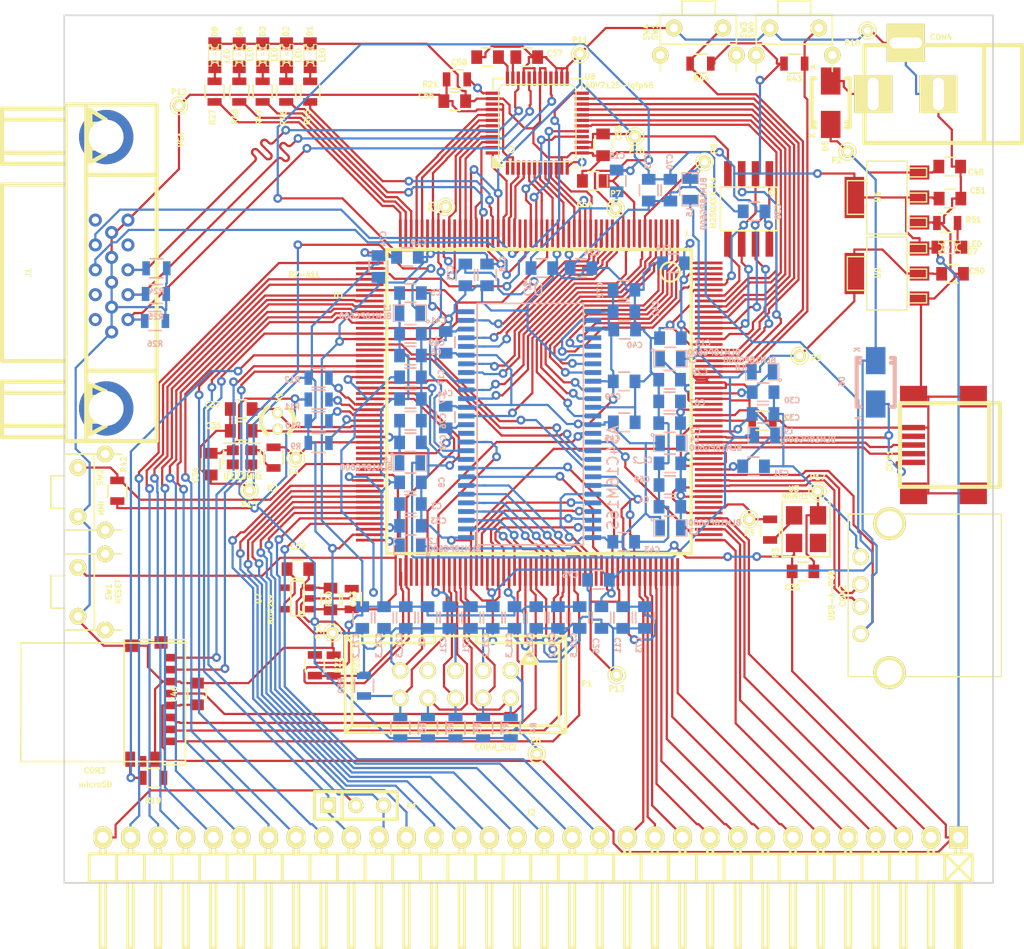
<source format=kicad_pcb>
(kicad_pcb (version 20171130) (host pcbnew "(5.1.12)-1")
  (layers (0 F.Cu signal) (1 In1.Cu power) (2 In2.Cu power) (31 B.Cu signal) (34 B.Paste user hide) (35 F.Paste user hide) (36 B.SilkS user hide) (37 F.SilkS user hide) (38 B.Mask user hide) (39 F.Mask user hide) (44 Edge.Cuts user))
  (net 0 "")
  (net 1 VSS)
  (net 2 /AVcc)
  (net 3 +3.3V)
  (net 4 +1.2V)
  (net 5 "Net-(R1-Pad2)")
  (net 6 /USBDPVCC)
  (net 7 /USBAPVCC)
  (net 8 /PVCC)
  (net 9 /VCC)
  (net 10 /PLLVCC)
  (net 11 /USBAVCC)
  (net 12 /USBUVCC)
  (net 13 /USBDVCC)
  (net 14 "Net-(C36-Pad2)")
  (net 15 "Net-(C37-Pad2)")
  (net 16 "Net-(R2-Pad2)")
  (net 17 /USB_CLK)
  (net 18 "Net-(R3-Pad2)")
  (net 19 /RAM_D3)
  (net 20 /RAM_D4)
  (net 21 /RAM_D5)
  (net 22 /RAM_D6)
  (net 23 /RAM_D7)
  (net 24 /RAM_D8)
  (net 25 /RAM_D9)
  (net 26 /RAM_D10)
  (net 27 /RAM_D11)
  (net 28 /RAM_D12)
  (net 29 /RAM_D13)
  (net 30 /RAM_D14)
  (net 31 /RAM_D15)
  (net 32 /NMI)
  (net 33 /RESET)
  (net 34 /JTAG_TRST)
  (net 35 /JTAG_TDO)
  (net 36 /JTAG_TDI)
  (net 37 /JTAG_TMS)
  (net 38 /JTAG_TCK)
  (net 39 /RAM_D0)
  (net 40 /RAM_D1)
  (net 41 /RAM_D2)
  (net 42 /RAM_A1)
  (net 43 /RAM_A2)
  (net 44 /RAM_A3)
  (net 45 /RAM_A4)
  (net 46 /RAM_A5)
  (net 47 /RAM_A6)
  (net 48 /RAM_A7)
  (net 49 /RAM_A8)
  (net 50 /RAM_A9)
  (net 51 /RAM_A10)
  (net 52 /RAM_A11)
  (net 53 /RAM_A12)
  (net 54 /RAM_A13)
  (net 55 /RAM_A14)
  (net 56 /RAM_A15)
  (net 57 /SPBSSL_0)
  (net 58 /SPBIO_10_0)
  (net 59 /SPBIO_20_0)
  (net 60 /SPBIO_00_0)
  (net 61 /SPBCLK_0)
  (net 62 /SPBIO_30_0)
  (net 63 /RAM_CS)
  (net 64 /RAM_RAS)
  (net 65 /RAM_CAS)
  (net 66 /RAM_CKE)
  (net 67 /RAM_DQML)
  (net 68 /RAM_DQMH)
  (net 69 /RAM_RDnWR)
  (net 70 /RAM_CLK)
  (net 71 /SD_D3_1)
  (net 72 /SD_CMD_1)
  (net 73 /SD_CLK_1)
  (net 74 /SD_D0_1)
  (net 75 /SD_D1_1)
  (net 76 /SD_D2_1)
  (net 77 /SD_CD_1)
  (net 78 "Net-(C52-Pad1)")
  (net 79 /P1_7)
  (net 80 /P1_6)
  (net 81 /P1_5)
  (net 82 /P1_4)
  (net 83 /P1_3)
  (net 84 /P1_2)
  (net 85 /P1_1)
  (net 86 /P1_0)
  (net 87 /P2_9)
  (net 88 /P2_8)
  (net 89 /P2_7)
  (net 90 /P3_15)
  (net 91 /P1_15)
  (net 92 /P1_14)
  (net 93 /P1_13)
  (net 94 /P1_12)
  (net 95 /P1_11)
  (net 96 /P1_10)
  (net 97 /P1_9)
  (net 98 /P1_8)
  (net 99 /P7_11)
  (net 100 /P7_10)
  (net 101 /P7_9)
  (net 102 /P7_8)
  (net 103 /SW0)
  (net 104 /SW1)
  (net 105 "Net-(D1-Pad1)")
  (net 106 "Net-(D2-Pad1)")
  (net 107 "Net-(D3-Pad1)")
  (net 108 "Net-(D4-Pad1)")
  (net 109 /+5v)
  (net 110 "Net-(D7-Pad1)")
  (net 111 /MD_CLKS)
  (net 112 /DM_CLK)
  (net 113 /MD_BOOT1)
  (net 114 /MD_BOOT0)
  (net 115 /LCD_HSYNC)
  (net 116 /LCD_VSYNC)
  (net 117 /LED0)
  (net 118 /LED1)
  (net 119 /LED2)
  (net 120 /LED3)
  (net 121 /LCD_DATA20)
  (net 122 /LCD_DATA19)
  (net 123 /LCD_DATA21)
  (net 124 /LCD_DATA18)
  (net 125 /LCD_DATA17)
  (net 126 /LCD_DATA16)
  (net 127 /LCD_DATA23)
  (net 128 /LCD_DATA22)
  (net 129 /LCD_DATA12)
  (net 130 /LCD_DATA11)
  (net 131 /LCD_DATA13)
  (net 132 /LCD_DATA10)
  (net 133 /LCD_DATA9)
  (net 134 /LCD_DATA8)
  (net 135 /LCD_DATA15)
  (net 136 /LCD_DATA14)
  (net 137 /LCD_DATA4)
  (net 138 /LCD_DATA3)
  (net 139 /LCD_DATA5)
  (net 140 /LCD_DATA2)
  (net 141 /LCD_DATA1)
  (net 142 /LCD_DATA0)
  (net 143 /LCD_DATA7)
  (net 144 /LCD_DATA6)
  (net 145 /SYS_CLK)
  (net 146 "Net-(C57-Pad1)")
  (net 147 "Net-(C58-Pad1)")
  (net 148 /VGAR)
  (net 149 /VGAG)
  (net 150 /VGAB)
  (net 151 "Net-(R21-Pad1)")
  (net 152 /LCD_PCLK)
  (net 153 "Net-(R22-Pad2)")
  (net 154 "Net-(D8-Pad1)")
  (net 155 /P7_7)
  (net 156 /P7_6)
  (net 157 /P7_5)
  (net 158 /P7_3)
  (net 159 "/P8_12(RXD)")
  (net 160 "/P8_13(TXD)")
  (net 161 /LED4)
  (net 162 /D_D-)
  (net 163 /D_D+)
  (net 164 /H_D+)
  (net 165 /H_D-)
  (net 166 /VBUS)
  (net 167 /DCIN)
  (module w_smd_trans.pretty:sot223 (layer F.Cu) (at 110.125 41.425 90)
    (fp_text reference U9 (at 0.0508 -0.8382 90) (layer F.SilkS) (effects (font (size 0.5 0.5) (thickness 0.125))))
    (fp_text value NCP1117ST12T3G hide)
    (pad 1 smd rect (at -2.30124 2.99974 90) (size 1.30048 1.80086) (layers F.Cu F.Paste F.Mask) (net 1 VSS))
    (pad 2 smd rect (at 0 2.99974 90) (size 1.30048 1.80086) (layers F.Cu F.Paste F.Mask) (net 4 +1.2V))
    (pad 3 smd rect (at 2.30124 2.99974 90) (size 1.30048 1.80086) (layers F.Cu F.Paste F.Mask) (net 3 +3.3V))
    (pad 2 smd rect (at 0 -2.99974 90) (size 3.79984 1.80086) (layers F.Cu F.Paste F.Mask) (net 4 +1.2V))
  )
  (module w_smd_trans.pretty:sot223 (layer F.Cu) (at 110.125 34.425 90)
    (fp_text reference U6 (at 0.0508 -0.8382 90) (layer F.SilkS) (effects (font (size 0.5 0.5) (thickness 0.125))))
    (fp_text value NCP1117ST33T3G hide)
    (pad 1 smd rect (at -2.30124 2.99974 90) (size 1.30048 1.80086) (layers F.Cu F.Paste F.Mask) (net 1 VSS))
    (pad 2 smd rect (at 0 2.99974 90) (size 1.30048 1.80086) (layers F.Cu F.Paste F.Mask) (net 3 +3.3V))
    (pad 3 smd rect (at 2.30124 2.99974 90) (size 1.30048 1.80086) (layers F.Cu F.Paste F.Mask) (net 109 /+5v))
    (pad 2 smd rect (at 0 -2.99974 90) (size 3.79984 1.80086) (layers F.Cu F.Paste F.Mask) (net 3 +3.3V))
  )
  (module footprints:PQFP208 (layer F.Cu) (at 78.105 53.213)
    (fp_text reference U1 (at -18.415 -9.779 180) (layer F.SilkS) (effects (font (size 0.5 0.5) (thickness 0.125))))
    (fp_text value RZ-A1L (at -21.59 -11.684 180) (layer F.SilkS) (effects (font (size 0.5 0.5) (thickness 0.125))))
    (fp_text user 1 (at 13.589 -15.494) (layer F.SilkS) (effects (font (size 0.5 0.5) (thickness 0.125))))
    (pad 1 smd rect (at 12.75842 -15.494 90) (size 2.54 0.254) (layers F.Cu F.Paste F.Mask) (net 19 /RAM_D3))
    (pad 2 smd rect (at 12.25804 -15.494 90) (size 2.54 0.254) (layers F.Cu F.Paste F.Mask) (net 20 /RAM_D4))
    (pad 3 smd rect (at 11.75766 -15.494 90) (size 2.54 0.254) (layers F.Cu F.Paste F.Mask) (net 21 /RAM_D5))
    (pad 4 smd rect (at 11.25728 -15.494 90) (size 2.54 0.254) (layers F.Cu F.Paste F.Mask) (net 22 /RAM_D6))
    (pad 5 smd rect (at 10.7569 -15.494 90) (size 2.54 0.254) (layers F.Cu F.Paste F.Mask) (net 23 /RAM_D7))
    (pad 6 smd rect (at 10.25652 -15.494 90) (size 2.54 0.254) (layers F.Cu F.Paste F.Mask) (net 24 /RAM_D8))
    (pad 7 smd rect (at 9.75614 -15.494 90) (size 2.54 0.254) (layers F.Cu F.Paste F.Mask) (net 9 /VCC))
    (pad 8 smd rect (at 9.25576 -15.494 90) (size 2.54 0.254) (layers F.Cu F.Paste F.Mask) (net 25 /RAM_D9))
    (pad 9 smd rect (at 8.75538 -15.494 90) (size 2.54 0.254) (layers F.Cu F.Paste F.Mask) (net 1 VSS))
    (pad 10 smd rect (at 8.255 -15.494 90) (size 2.54 0.254) (layers F.Cu F.Paste F.Mask) (net 26 /RAM_D10))
    (pad 11 smd rect (at 7.75462 -15.494 90) (size 2.54 0.254) (layers F.Cu F.Paste F.Mask) (net 8 /PVCC))
    (pad 12 smd rect (at 7.25424 -15.494 90) (size 2.54 0.254) (layers F.Cu F.Paste F.Mask) (net 27 /RAM_D11))
    (pad 13 smd rect (at 6.75386 -15.494 90) (size 2.54 0.254) (layers F.Cu F.Paste F.Mask) (net 28 /RAM_D12))
    (pad 14 smd rect (at 6.25348 -15.494 90) (size 2.54 0.254) (layers F.Cu F.Paste F.Mask) (net 29 /RAM_D13))
    (pad 15 smd rect (at 5.7531 -15.494 90) (size 2.54 0.254) (layers F.Cu F.Paste F.Mask) (net 30 /RAM_D14))
    (pad 16 smd rect (at 5.25272 -15.494 90) (size 2.54 0.254) (layers F.Cu F.Paste F.Mask) (net 31 /RAM_D15))
    (pad 17 smd rect (at 4.75234 -15.494 90) (size 2.54 0.254) (layers F.Cu F.Paste F.Mask) (net 134 /LCD_DATA8))
    (pad 18 smd rect (at 4.25196 -15.494 90) (size 2.54 0.254) (layers F.Cu F.Paste F.Mask) (net 1 VSS))
    (pad 19 smd rect (at 3.75158 -15.494 90) (size 2.54 0.254) (layers F.Cu F.Paste F.Mask) (net 133 /LCD_DATA9))
    (pad 20 smd rect (at 3.2512 -15.494 90) (size 2.54 0.254) (layers F.Cu F.Paste F.Mask) (net 132 /LCD_DATA10))
    (pad 21 smd rect (at 2.75082 -15.494 90) (size 2.54 0.254) (layers F.Cu F.Paste F.Mask) (net 9 /VCC))
    (pad 22 smd rect (at 2.25044 -15.494 90) (size 2.54 0.254) (layers F.Cu F.Paste F.Mask) (net 130 /LCD_DATA11))
    (pad 23 smd rect (at 1.75006 -15.494 90) (size 2.54 0.254) (layers F.Cu F.Paste F.Mask) (net 1 VSS))
    (pad 24 smd rect (at 1.24968 -15.494 90) (size 2.54 0.254) (layers F.Cu F.Paste F.Mask) (net 129 /LCD_DATA12))
    (pad 25 smd rect (at 0.7493 -15.494 90) (size 2.54 0.254) (layers F.Cu F.Paste F.Mask) (net 8 /PVCC))
    (pad 26 smd rect (at 0.24892 -15.494 90) (size 2.54 0.254) (layers F.Cu F.Paste F.Mask) (net 131 /LCD_DATA13))
    (pad 27 smd rect (at -0.25146 -15.494 90) (size 2.54 0.254) (layers F.Cu F.Paste F.Mask) (net 144 /LCD_DATA6))
    (pad 28 smd rect (at -0.75184 -15.494 90) (size 2.54 0.254) (layers F.Cu F.Paste F.Mask) (net 143 /LCD_DATA7))
    (pad 29 smd rect (at -1.25222 -15.494 90) (size 2.54 0.254) (layers F.Cu F.Paste F.Mask) (net 115 /LCD_HSYNC))
    (pad 30 smd rect (at -1.7526 -15.494 90) (size 2.54 0.254) (layers F.Cu F.Paste F.Mask) (net 116 /LCD_VSYNC))
    (pad 31 smd rect (at -2.25298 -15.494 90) (size 2.54 0.254) (layers F.Cu F.Paste F.Mask) (net 136 /LCD_DATA14))
    (pad 32 smd rect (at -2.75336 -15.494 90) (size 2.54 0.254) (layers F.Cu F.Paste F.Mask) (net 135 /LCD_DATA15))
    (pad 33 smd rect (at -3.25374 -15.494 90) (size 2.54 0.254) (layers F.Cu F.Paste F.Mask) (net 126 /LCD_DATA16))
    (pad 34 smd rect (at -3.75412 -15.494 90) (size 2.54 0.254) (layers F.Cu F.Paste F.Mask) (net 1 VSS))
    (pad 35 smd rect (at -4.2545 -15.494 90) (size 2.54 0.254) (layers F.Cu F.Paste F.Mask) (net 117 /LED0))
    (pad 36 smd rect (at -4.75488 -15.494 90) (size 2.54 0.254) (layers F.Cu F.Paste F.Mask) (net 8 /PVCC))
    (pad 37 smd rect (at -5.25526 -15.494 90) (size 2.54 0.254) (layers F.Cu F.Paste F.Mask) (net 118 /LED1))
    (pad 38 smd rect (at -5.75564 -15.494 90) (size 2.54 0.254) (layers F.Cu F.Paste F.Mask) (net 125 /LCD_DATA17))
    (pad 39 smd rect (at -6.25602 -15.494 90) (size 2.54 0.254) (layers F.Cu F.Paste F.Mask) (net 1 VSS))
    (pad 40 smd rect (at -6.7564 -15.494 90) (size 2.54 0.254) (layers F.Cu F.Paste F.Mask) (net 124 /LCD_DATA18))
    (pad 41 smd rect (at -7.25678 -15.494 90) (size 2.54 0.254) (layers F.Cu F.Paste F.Mask) (net 122 /LCD_DATA19))
    (pad 42 smd rect (at -7.75716 -15.494 90) (size 2.54 0.254) (layers F.Cu F.Paste F.Mask) (net 9 /VCC))
    (pad 43 smd rect (at -8.25754 -15.494 90) (size 2.54 0.254) (layers F.Cu F.Paste F.Mask) (net 121 /LCD_DATA20))
    (pad 44 smd rect (at -8.75792 -15.494 90) (size 2.54 0.254) (layers F.Cu F.Paste F.Mask) (net 1 VSS))
    (pad 45 smd rect (at -9.2583 -15.494 90) (size 2.54 0.254) (layers F.Cu F.Paste F.Mask) (net 70 /RAM_CLK))
    (pad 46 smd rect (at -9.75868 -15.494 90) (size 2.54 0.254) (layers F.Cu F.Paste F.Mask) (net 123 /LCD_DATA21))
    (pad 47 smd rect (at -10.25906 -15.494 90) (size 2.54 0.254) (layers F.Cu F.Paste F.Mask) (net 8 /PVCC))
    (pad 48 smd rect (at -10.75944 -15.494 90) (size 2.54 0.254) (layers F.Cu F.Paste F.Mask) (net 128 /LCD_DATA22))
    (pad 49 smd rect (at -11.25982 -15.494 90) (size 2.54 0.254) (layers F.Cu F.Paste F.Mask) (net 127 /LCD_DATA23))
    (pad 50 smd rect (at -11.7602 -15.494 90) (size 2.54 0.254) (layers F.Cu F.Paste F.Mask) (net 119 /LED2))
    (pad 51 smd rect (at -12.26058 -15.494 90) (size 2.54 0.254) (layers F.Cu F.Paste F.Mask) (net 120 /LED3))
    (pad 52 smd rect (at -12.76096 -15.494 90) (size 2.54 0.254) (layers F.Cu F.Paste F.Mask) (net 161 /LED4))
    (pad 53 smd rect (at -15.5702 -12.75842) (size 2.54 0.254) (layers F.Cu F.Paste F.Mask) (net 158 /P7_3))
    (pad 54 smd rect (at -15.5702 -12.25804) (size 2.54 0.254) (layers F.Cu F.Paste F.Mask) (net 1 VSS))
    (pad 55 smd rect (at -15.5702 -11.75766) (size 2.54 0.254) (layers F.Cu F.Paste F.Mask) (net 152 /LCD_PCLK))
    (pad 56 smd rect (at -15.5702 -11.25728) (size 2.54 0.254) (layers F.Cu F.Paste F.Mask) (net 157 /P7_5))
    (pad 57 smd rect (at -15.5702 -10.7569) (size 2.54 0.254) (layers F.Cu F.Paste F.Mask) (net 156 /P7_6))
    (pad 58 smd rect (at -15.5702 -10.25652) (size 2.54 0.254) (layers F.Cu F.Paste F.Mask) (net 8 /PVCC))
    (pad 59 smd rect (at -15.5702 -9.75614) (size 2.54 0.254) (layers F.Cu F.Paste F.Mask) (net 155 /P7_7))
    (pad 60 smd rect (at -15.5702 -9.25576) (size 2.54 0.254) (layers F.Cu F.Paste F.Mask) (net 102 /P7_8))
    (pad 61 smd rect (at -15.5702 -8.75538) (size 2.54 0.254) (layers F.Cu F.Paste F.Mask) (net 101 /P7_9))
    (pad 62 smd rect (at -15.5702 -8.255) (size 2.54 0.254) (layers F.Cu F.Paste F.Mask) (net 100 /P7_10))
    (pad 63 smd rect (at -15.5702 -7.75462) (size 2.54 0.254) (layers F.Cu F.Paste F.Mask) (net 99 /P7_11))
    (pad 64 smd rect (at -15.5702 -7.25424) (size 2.54 0.254) (layers F.Cu F.Paste F.Mask) (net 159 "/P8_12(RXD)"))
    (pad 65 smd rect (at -15.5702 -6.75386) (size 2.54 0.254) (layers F.Cu F.Paste F.Mask) (net 1 VSS))
    (pad 66 smd rect (at -15.5702 -6.25348) (size 2.54 0.254) (layers F.Cu F.Paste F.Mask) (net 160 "/P8_13(TXD)"))
    (pad 67 smd rect (at -15.5702 -5.7531) (size 2.54 0.254) (layers F.Cu F.Paste F.Mask) (net 8 /PVCC))
    (pad 68 smd rect (at -15.5702 -5.25272) (size 2.54 0.254) (layers F.Cu F.Paste F.Mask) (net 63 /RAM_CS))
    (pad 69 smd rect (at -15.5702 -4.75234) (size 2.54 0.254) (layers F.Cu F.Paste F.Mask) (net 64 /RAM_RAS))
    (pad 70 smd rect (at -15.5702 -4.25196) (size 2.54 0.254) (layers F.Cu F.Paste F.Mask) (net 77 /SD_CD_1))
    (pad 71 smd rect (at -15.5702 -3.75158) (size 2.54 0.254) (layers F.Cu F.Paste F.Mask))
    (pad 72 smd rect (at -15.5702 -3.2512) (size 2.54 0.254) (layers F.Cu F.Paste F.Mask) (net 75 /SD_D1_1))
    (pad 73 smd rect (at -15.5702 -2.75082) (size 2.54 0.254) (layers F.Cu F.Paste F.Mask) (net 74 /SD_D0_1))
    (pad 74 smd rect (at -15.5702 -2.25044) (size 2.54 0.254) (layers F.Cu F.Paste F.Mask) (net 9 /VCC))
    (pad 75 smd rect (at -15.5702 -1.75006) (size 2.54 0.254) (layers F.Cu F.Paste F.Mask) (net 65 /RAM_CAS))
    (pad 76 smd rect (at -15.5702 -1.24968) (size 2.54 0.254) (layers F.Cu F.Paste F.Mask) (net 66 /RAM_CKE))
    (pad 77 smd rect (at -15.5702 -0.7493) (size 2.54 0.254) (layers F.Cu F.Paste F.Mask) (net 1 VSS))
    (pad 78 smd rect (at -15.5702 -0.24892) (size 2.54 0.254) (layers F.Cu F.Paste F.Mask) (net 8 /PVCC))
    (pad 79 smd rect (at -15.5702 0.25146) (size 2.54 0.254) (layers F.Cu F.Paste F.Mask) (net 114 /MD_BOOT0))
    (pad 80 smd rect (at -15.5702 0.75184) (size 2.54 0.254) (layers F.Cu F.Paste F.Mask) (net 113 /MD_BOOT1))
    (pad 81 smd rect (at -15.5702 1.25222) (size 2.54 0.254) (layers F.Cu F.Paste F.Mask) (net 112 /DM_CLK))
    (pad 82 smd rect (at -15.5702 1.7526) (size 2.54 0.254) (layers F.Cu F.Paste F.Mask) (net 111 /MD_CLKS))
    (pad 83 smd rect (at -15.5702 2.25298) (size 2.54 0.254) (layers F.Cu F.Paste F.Mask) (net 15 "Net-(C37-Pad2)"))
    (pad 84 smd rect (at -15.5702 2.75336) (size 2.54 0.254) (layers F.Cu F.Paste F.Mask) (net 14 "Net-(C36-Pad2)"))
    (pad 85 smd rect (at -15.5702 3.25374) (size 2.54 0.254) (layers F.Cu F.Paste F.Mask) (net 10 /PLLVCC))
    (pad 86 smd rect (at -15.5702 3.75412) (size 2.54 0.254) (layers F.Cu F.Paste F.Mask) (net 145 /SYS_CLK))
    (pad 87 smd rect (at -15.5702 4.2545) (size 2.54 0.254) (layers F.Cu F.Paste F.Mask))
    (pad 88 smd rect (at -15.5702 4.75488) (size 2.54 0.254) (layers F.Cu F.Paste F.Mask) (net 1 VSS))
    (pad 89 smd rect (at -15.5702 5.25526) (size 2.54 0.254) (layers F.Cu F.Paste F.Mask) (net 1 VSS))
    (pad 90 smd rect (at -15.5702 5.75564) (size 2.54 0.254) (layers F.Cu F.Paste F.Mask) (net 32 /NMI))
    (pad 91 smd rect (at -15.5702 6.25602) (size 2.54 0.254) (layers F.Cu F.Paste F.Mask) (net 1 VSS))
    (pad 92 smd rect (at -15.5702 6.7564) (size 2.54 0.254) (layers F.Cu F.Paste F.Mask) (net 33 /RESET))
    (pad 93 smd rect (at -15.5702 7.25678) (size 2.54 0.254) (layers F.Cu F.Paste F.Mask) (net 8 /PVCC))
    (pad 94 smd rect (at -15.5702 7.75716) (size 2.54 0.254) (layers F.Cu F.Paste F.Mask) (net 98 /P1_8))
    (pad 95 smd rect (at -15.5702 8.25754) (size 2.54 0.254) (layers F.Cu F.Paste F.Mask) (net 97 /P1_9))
    (pad 96 smd rect (at -15.5702 8.75792) (size 2.54 0.254) (layers F.Cu F.Paste F.Mask) (net 96 /P1_10))
    (pad 97 smd rect (at -15.5702 9.2583) (size 2.54 0.254) (layers F.Cu F.Paste F.Mask) (net 95 /P1_11))
    (pad 98 smd rect (at -15.5702 9.75868) (size 2.54 0.254) (layers F.Cu F.Paste F.Mask) (net 94 /P1_12))
    (pad 99 smd rect (at -15.5702 10.25906) (size 2.54 0.254) (layers F.Cu F.Paste F.Mask) (net 93 /P1_13))
    (pad 100 smd rect (at -15.5702 10.75944) (size 2.54 0.254) (layers F.Cu F.Paste F.Mask) (net 92 /P1_14))
    (pad 101 smd rect (at -15.5702 11.25982) (size 2.54 0.254) (layers F.Cu F.Paste F.Mask) (net 91 /P1_15))
    (pad 102 smd rect (at -15.5702 11.7602) (size 2.54 0.254) (layers F.Cu F.Paste F.Mask) (net 2 /AVcc))
    (pad 103 smd rect (at -15.5702 12.26058) (size 2.54 0.254) (layers F.Cu F.Paste F.Mask) (net 1 VSS))
    (pad 104 smd rect (at -15.5702 12.76096) (size 2.54 0.254) (layers F.Cu F.Paste F.Mask) (net 2 /AVcc))
    (pad 105 smd rect (at -12.75842 15.6972 90) (size 2.54 0.254) (layers F.Cu F.Paste F.Mask) (net 153 "Net-(R22-Pad2)"))
    (pad 106 smd rect (at -12.25804 15.6972 90) (size 2.54 0.254) (layers F.Cu F.Paste F.Mask) (net 8 /PVCC))
    (pad 107 smd rect (at -11.75766 15.6972 90) (size 2.54 0.254) (layers F.Cu F.Paste F.Mask))
    (pad 108 smd rect (at -11.25728 15.6972 90) (size 2.54 0.254) (layers F.Cu F.Paste F.Mask))
    (pad 109 smd rect (at -10.7569 15.6972 90) (size 2.54 0.254) (layers F.Cu F.Paste F.Mask) (net 1 VSS))
    (pad 110 smd rect (at -10.25652 15.6972 90) (size 2.54 0.254) (layers F.Cu F.Paste F.Mask) (net 67 /RAM_DQML))
    (pad 111 smd rect (at -9.75614 15.6972 90) (size 2.54 0.254) (layers F.Cu F.Paste F.Mask) (net 9 /VCC))
    (pad 112 smd rect (at -9.25576 15.6972 90) (size 2.54 0.254) (layers F.Cu F.Paste F.Mask) (net 68 /RAM_DQMH))
    (pad 113 smd rect (at -8.75538 15.6972 90) (size 2.54 0.254) (layers F.Cu F.Paste F.Mask) (net 34 /JTAG_TRST))
    (pad 114 smd rect (at -8.255 15.6972 90) (size 2.54 0.254) (layers F.Cu F.Paste F.Mask) (net 35 /JTAG_TDO))
    (pad 115 smd rect (at -7.75462 15.6972 90) (size 2.54 0.254) (layers F.Cu F.Paste F.Mask) (net 36 /JTAG_TDI))
    (pad 116 smd rect (at -7.25424 15.6972 90) (size 2.54 0.254) (layers F.Cu F.Paste F.Mask) (net 37 /JTAG_TMS))
    (pad 117 smd rect (at -6.75386 15.6972 90) (size 2.54 0.254) (layers F.Cu F.Paste F.Mask) (net 38 /JTAG_TCK))
    (pad 118 smd rect (at -6.25348 15.6972 90) (size 2.54 0.254) (layers F.Cu F.Paste F.Mask) (net 1 VSS))
    (pad 119 smd rect (at -5.7531 15.6972 90) (size 2.54 0.254) (layers F.Cu F.Paste F.Mask) (net 42 /RAM_A1))
    (pad 120 smd rect (at -5.25272 15.6972 90) (size 2.54 0.254) (layers F.Cu F.Paste F.Mask) (net 43 /RAM_A2))
    (pad 121 smd rect (at -4.75234 15.6972 90) (size 2.54 0.254) (layers F.Cu F.Paste F.Mask) (net 9 /VCC))
    (pad 122 smd rect (at -4.25196 15.6972 90) (size 2.54 0.254) (layers F.Cu F.Paste F.Mask) (net 44 /RAM_A3))
    (pad 123 smd rect (at -3.75158 15.6972 90) (size 2.54 0.254) (layers F.Cu F.Paste F.Mask) (net 1 VSS))
    (pad 124 smd rect (at -3.2512 15.6972 90) (size 2.54 0.254) (layers F.Cu F.Paste F.Mask) (net 45 /RAM_A4))
    (pad 125 smd rect (at -2.75082 15.6972 90) (size 2.54 0.254) (layers F.Cu F.Paste F.Mask) (net 8 /PVCC))
    (pad 126 smd rect (at -2.25044 15.6972 90) (size 2.54 0.254) (layers F.Cu F.Paste F.Mask) (net 46 /RAM_A5))
    (pad 127 smd rect (at -1.75006 15.6972 90) (size 2.54 0.254) (layers F.Cu F.Paste F.Mask) (net 73 /SD_CLK_1))
    (pad 128 smd rect (at -1.24968 15.6972 90) (size 2.54 0.254) (layers F.Cu F.Paste F.Mask) (net 1 VSS))
    (pad 129 smd rect (at -0.7493 15.6972 90) (size 2.54 0.254) (layers F.Cu F.Paste F.Mask) (net 72 /SD_CMD_1))
    (pad 130 smd rect (at -0.24892 15.6972 90) (size 2.54 0.254) (layers F.Cu F.Paste F.Mask) (net 8 /PVCC))
    (pad 131 smd rect (at 0.25146 15.6972 90) (size 2.54 0.254) (layers F.Cu F.Paste F.Mask) (net 47 /RAM_A6))
    (pad 132 smd rect (at 0.75184 15.6972 90) (size 2.54 0.254) (layers F.Cu F.Paste F.Mask) (net 48 /RAM_A7))
    (pad 133 smd rect (at 1.25222 15.6972 90) (size 2.54 0.254) (layers F.Cu F.Paste F.Mask) (net 49 /RAM_A8))
    (pad 134 smd rect (at 1.7526 15.6972 90) (size 2.54 0.254) (layers F.Cu F.Paste F.Mask) (net 1 VSS))
    (pad 135 smd rect (at 2.25298 15.6972 90) (size 2.54 0.254) (layers F.Cu F.Paste F.Mask) (net 71 /SD_D3_1))
    (pad 136 smd rect (at 2.75336 15.6972 90) (size 2.54 0.254) (layers F.Cu F.Paste F.Mask) (net 8 /PVCC))
    (pad 137 smd rect (at 3.25374 15.6972 90) (size 2.54 0.254) (layers F.Cu F.Paste F.Mask) (net 76 /SD_D2_1))
    (pad 138 smd rect (at 3.75412 15.6972 90) (size 2.54 0.254) (layers F.Cu F.Paste F.Mask) (net 50 /RAM_A9))
    (pad 139 smd rect (at 4.2545 15.6972 90) (size 2.54 0.254) (layers F.Cu F.Paste F.Mask) (net 51 /RAM_A10))
    (pad 140 smd rect (at 4.75488 15.6972 90) (size 2.54 0.254) (layers F.Cu F.Paste F.Mask) (net 1 VSS))
    (pad 141 smd rect (at 5.25526 15.6972 90) (size 2.54 0.254) (layers F.Cu F.Paste F.Mask) (net 52 /RAM_A11))
    (pad 142 smd rect (at 5.75564 15.6972 90) (size 2.54 0.254) (layers F.Cu F.Paste F.Mask) (net 53 /RAM_A12))
    (pad 143 smd rect (at 6.25602 15.6972 90) (size 2.54 0.254) (layers F.Cu F.Paste F.Mask) (net 9 /VCC))
    (pad 144 smd rect (at 6.7564 15.6972 90) (size 2.54 0.254) (layers F.Cu F.Paste F.Mask) (net 54 /RAM_A13))
    (pad 145 smd rect (at 7.25678 15.6972 90) (size 2.54 0.254) (layers F.Cu F.Paste F.Mask) (net 1 VSS))
    (pad 146 smd rect (at 7.75716 15.6972 90) (size 2.54 0.254) (layers F.Cu F.Paste F.Mask) (net 55 /RAM_A14))
    (pad 147 smd rect (at 8.25754 15.6972 90) (size 2.54 0.254) (layers F.Cu F.Paste F.Mask) (net 8 /PVCC))
    (pad 148 smd rect (at 8.75792 15.6972 90) (size 2.54 0.254) (layers F.Cu F.Paste F.Mask) (net 56 /RAM_A15))
    (pad 149 smd rect (at 9.2583 15.6972 90) (size 2.54 0.254) (layers F.Cu F.Paste F.Mask) (net 86 /P1_0))
    (pad 150 smd rect (at 9.75868 15.6972 90) (size 2.54 0.254) (layers F.Cu F.Paste F.Mask) (net 85 /P1_1))
    (pad 151 smd rect (at 10.25906 15.6972 90) (size 2.54 0.254) (layers F.Cu F.Paste F.Mask) (net 84 /P1_2))
    (pad 152 smd rect (at 10.75944 15.6972 90) (size 2.54 0.254) (layers F.Cu F.Paste F.Mask) (net 83 /P1_3))
    (pad 153 smd rect (at 11.25982 15.6972 90) (size 2.54 0.254) (layers F.Cu F.Paste F.Mask) (net 82 /P1_4))
    (pad 154 smd rect (at 11.7602 15.6972 90) (size 2.54 0.254) (layers F.Cu F.Paste F.Mask) (net 81 /P1_5))
    (pad 155 smd rect (at 12.26058 15.6972 90) (size 2.54 0.254) (layers F.Cu F.Paste F.Mask) (net 80 /P1_6))
    (pad 156 smd rect (at 12.76096 15.6972 90) (size 2.54 0.254) (layers F.Cu F.Paste F.Mask) (net 79 /P1_7))
    (pad 157 smd rect (at 15.621 12.75842) (size 2.54 0.254) (layers F.Cu F.Paste F.Mask) (net 90 /P3_15))
    (pad 158 smd rect (at 15.621 12.25804) (size 2.54 0.254) (layers F.Cu F.Paste F.Mask) (net 69 /RAM_RDnWR))
    (pad 159 smd rect (at 15.621 11.75766) (size 2.54 0.254) (layers F.Cu F.Paste F.Mask) (net 89 /P2_7))
    (pad 160 smd rect (at 15.621 11.25728) (size 2.54 0.254) (layers F.Cu F.Paste F.Mask) (net 88 /P2_8))
    (pad 161 smd rect (at 15.621 10.7569) (size 2.54 0.254) (layers F.Cu F.Paste F.Mask) (net 87 /P2_9))
    (pad 162 smd rect (at 15.621 10.25652) (size 2.54 0.254) (layers F.Cu F.Paste F.Mask) (net 1 VSS))
    (pad 163 smd rect (at 15.621 9.75614) (size 2.54 0.254) (layers F.Cu F.Paste F.Mask) (net 17 /USB_CLK))
    (pad 164 smd rect (at 15.621 9.25576) (size 2.54 0.254) (layers F.Cu F.Paste F.Mask))
    (pad 165 smd rect (at 15.621 8.75538) (size 2.54 0.254) (layers F.Cu F.Paste F.Mask) (net 6 /USBDPVCC))
    (pad 166 smd rect (at 15.621 8.255) (size 2.54 0.254) (layers F.Cu F.Paste F.Mask) (net 1 VSS))
    (pad 167 smd rect (at 15.621 7.75462) (size 2.54 0.254) (layers F.Cu F.Paste F.Mask) (net 165 /H_D-))
    (pad 168 smd rect (at 15.621 7.25424) (size 2.54 0.254) (layers F.Cu F.Paste F.Mask) (net 164 /H_D+))
    (pad 169 smd rect (at 15.621 6.75386) (size 2.54 0.254) (layers F.Cu F.Paste F.Mask) (net 109 /+5v))
    (pad 170 smd rect (at 15.621 6.25348) (size 2.54 0.254) (layers F.Cu F.Paste F.Mask) (net 13 /USBDVCC))
    (pad 171 smd rect (at 15.621 5.7531) (size 2.54 0.254) (layers F.Cu F.Paste F.Mask) (net 1 VSS))
    (pad 172 smd rect (at 15.621 5.25272) (size 2.54 0.254) (layers F.Cu F.Paste F.Mask) (net 6 /USBDPVCC))
    (pad 173 smd rect (at 15.621 4.75234) (size 2.54 0.254) (layers F.Cu F.Paste F.Mask) (net 1 VSS))
    (pad 174 smd rect (at 15.621 4.25196) (size 2.54 0.254) (layers F.Cu F.Paste F.Mask) (net 162 /D_D-))
    (pad 175 smd rect (at 15.621 3.75158) (size 2.54 0.254) (layers F.Cu F.Paste F.Mask) (net 163 /D_D+))
    (pad 176 smd rect (at 15.621 3.2512) (size 2.54 0.254) (layers F.Cu F.Paste F.Mask) (net 166 /VBUS))
    (pad 177 smd rect (at 15.621 2.75082) (size 2.54 0.254) (layers F.Cu F.Paste F.Mask) (net 13 /USBDVCC))
    (pad 178 smd rect (at 15.621 2.25044) (size 2.54 0.254) (layers F.Cu F.Paste F.Mask) (net 1 VSS))
    (pad 179 smd rect (at 15.621 1.75006) (size 2.54 0.254) (layers F.Cu F.Paste F.Mask) (net 5 "Net-(R1-Pad2)"))
    (pad 180 smd rect (at 15.621 1.24968) (size 2.54 0.254) (layers F.Cu F.Paste F.Mask) (net 1 VSS))
    (pad 181 smd rect (at 15.621 0.7493) (size 2.54 0.254) (layers F.Cu F.Paste F.Mask) (net 7 /USBAPVCC))
    (pad 182 smd rect (at 15.621 0.24892) (size 2.54 0.254) (layers F.Cu F.Paste F.Mask) (net 11 /USBAVCC))
    (pad 183 smd rect (at 15.621 -0.25146) (size 2.54 0.254) (layers F.Cu F.Paste F.Mask) (net 1 VSS))
    (pad 184 smd rect (at 15.621 -0.75184) (size 2.54 0.254) (layers F.Cu F.Paste F.Mask) (net 12 /USBUVCC))
    (pad 185 smd rect (at 15.621 -1.25222) (size 2.54 0.254) (layers F.Cu F.Paste F.Mask) (net 1 VSS))
    (pad 186 smd rect (at 15.621 -1.7526) (size 2.54 0.254) (layers F.Cu F.Paste F.Mask) (net 1 VSS))
    (pad 187 smd rect (at 15.621 -2.25298) (size 2.54 0.254) (layers F.Cu F.Paste F.Mask) (net 1 VSS))
    (pad 188 smd rect (at 15.621 -2.75336) (size 2.54 0.254) (layers F.Cu F.Paste F.Mask) (net 103 /SW0))
    (pad 189 smd rect (at 15.621 -3.25374) (size 2.54 0.254) (layers F.Cu F.Paste F.Mask) (net 104 /SW1))
    (pad 190 smd rect (at 15.621 -3.75412) (size 2.54 0.254) (layers F.Cu F.Paste F.Mask) (net 59 /SPBIO_20_0))
    (pad 191 smd rect (at 15.621 -4.2545) (size 2.54 0.254) (layers F.Cu F.Paste F.Mask) (net 62 /SPBIO_30_0))
    (pad 192 smd rect (at 15.621 -4.75488) (size 2.54 0.254) (layers F.Cu F.Paste F.Mask) (net 142 /LCD_DATA0))
    (pad 193 smd rect (at 15.621 -5.25526) (size 2.54 0.254) (layers F.Cu F.Paste F.Mask) (net 1 VSS))
    (pad 194 smd rect (at 15.621 -5.75564) (size 2.54 0.254) (layers F.Cu F.Paste F.Mask) (net 141 /LCD_DATA1))
    (pad 195 smd rect (at 15.621 -6.25602) (size 2.54 0.254) (layers F.Cu F.Paste F.Mask) (net 8 /PVCC))
    (pad 196 smd rect (at 15.621 -6.7564) (size 2.54 0.254) (layers F.Cu F.Paste F.Mask) (net 61 /SPBCLK_0))
    (pad 197 smd rect (at 15.621 -7.25678) (size 2.54 0.254) (layers F.Cu F.Paste F.Mask) (net 57 /SPBSSL_0))
    (pad 198 smd rect (at 15.621 -7.75716) (size 2.54 0.254) (layers F.Cu F.Paste F.Mask) (net 140 /LCD_DATA2))
    (pad 199 smd rect (at 15.621 -8.25754) (size 2.54 0.254) (layers F.Cu F.Paste F.Mask) (net 138 /LCD_DATA3))
    (pad 200 smd rect (at 15.621 -8.75792) (size 2.54 0.254) (layers F.Cu F.Paste F.Mask) (net 137 /LCD_DATA4))
    (pad 201 smd rect (at 15.621 -9.2583) (size 2.54 0.254) (layers F.Cu F.Paste F.Mask) (net 139 /LCD_DATA5))
    (pad 202 smd rect (at 15.621 -9.75868) (size 2.54 0.254) (layers F.Cu F.Paste F.Mask) (net 60 /SPBIO_00_0))
    (pad 203 smd rect (at 15.621 -10.25906) (size 2.54 0.254) (layers F.Cu F.Paste F.Mask) (net 1 VSS))
    (pad 204 smd rect (at 15.621 -10.75944) (size 2.54 0.254) (layers F.Cu F.Paste F.Mask) (net 58 /SPBIO_10_0))
    (pad 205 smd rect (at 15.621 -11.25982) (size 2.54 0.254) (layers F.Cu F.Paste F.Mask) (net 39 /RAM_D0))
    (pad 206 smd rect (at 15.621 -11.7602) (size 2.54 0.254) (layers F.Cu F.Paste F.Mask) (net 8 /PVCC))
    (pad 207 smd rect (at 15.621 -12.26058) (size 2.54 0.254) (layers F.Cu F.Paste F.Mask) (net 40 /RAM_D1))
    (pad 208 smd rect (at 15.621 -12.76096) (size 2.54 0.254) (layers F.Cu F.Paste F.Mask) (net 41 /RAM_D2))
  )
  (module SOP2-8 (layer F.Cu) (at 99.3 38.225 180)
    (fp_text reference U4 (at 5.165 5.15 270) (layer F.SilkS) (effects (font (size 0.5 0.5) (thickness 0.125))))
    (fp_text value N25QXXX (at 5.165 2.675 270) (layer F.SilkS) (effects (font (size 0.5 0.5) (thickness 0.125))))
    (pad 1 smd rect (at 0 6 180) (size 0.7 2.3) (layers F.Cu F.Paste F.Mask) (net 57 /SPBSSL_0))
    (pad 2 smd rect (at 1.27 6 180) (size 0.7 2.3) (layers F.Cu F.Paste F.Mask) (net 58 /SPBIO_10_0))
    (pad 3 smd rect (at 2.54 6 180) (size 0.7 2.3) (layers F.Cu F.Paste F.Mask) (net 59 /SPBIO_20_0))
    (pad 4 smd rect (at 3.81 6 180) (size 0.7 2.3) (layers F.Cu F.Paste F.Mask) (net 1 VSS))
    (pad 5 smd rect (at 3.81 -0.5 180) (size 0.7 2.3) (layers F.Cu F.Paste F.Mask) (net 60 /SPBIO_00_0))
    (pad 6 smd rect (at 2.54 -0.5 180) (size 0.7 2.3) (layers F.Cu F.Paste F.Mask) (net 61 /SPBCLK_0))
    (pad 7 smd rect (at 1.27 -0.5 180) (size 0.7 2.3) (layers F.Cu F.Paste F.Mask) (net 62 /SPBIO_30_0))
    (pad 8 smd rect (at 0 -0.5 180) (size 0.7 2.3) (layers F.Cu F.Paste F.Mask) (net 3 +3.3V))
  )
  (module footprints:microSD (layer F.Cu) (at 45.5722 80.646 270)
    (fp_text reference CON3 (at 6.5444 8.3612 180) (layer F.SilkS) (effects (font (size 0.5 0.5) (thickness 0.125))))
    (fp_text value microSD (at 7.8222 8.285) (layer F.SilkS) (effects (font (size 0.5 0.5) (thickness 0.125))))
    (pad 2 smd rect (at 2.75 1.3 270) (size 0.7 1) (layers F.Cu F.Paste F.Mask) (net 71 /SD_D3_1))
    (pad 3 smd rect (at 1.65 1.3 270) (size 0.7 1) (layers F.Cu F.Paste F.Mask) (net 72 /SD_CMD_1))
    (pad 4 smd rect (at 0.55 1.3 270) (size 0.7 1) (layers F.Cu F.Paste F.Mask) (net 3 +3.3V))
    (pad 5 smd rect (at -0.55 1.3 270) (size 0.7 1) (layers F.Cu F.Paste F.Mask) (net 73 /SD_CLK_1))
    (pad 6 smd rect (at -1.65 1.3 270) (size 0.7 1) (layers F.Cu F.Paste F.Mask) (net 1 VSS))
    (pad 7 smd rect (at -2.75 1.3 270) (size 0.7 1) (layers F.Cu F.Paste F.Mask) (net 74 /SD_D0_1))
    (pad 8 smd rect (at -3.85 1.3 270) (size 0.7 1) (layers F.Cu F.Paste F.Mask) (net 75 /SD_D1_1))
    (pad 1 smd rect (at 3.85 1.3 270) (size 0.7 1) (layers F.Cu F.Paste F.Mask) (net 76 /SD_D2_1))
    (pad G1 smd rect (at -5.25 2.25 270) (size 1.15 1.2) (layers F.Cu F.Paste F.Mask) (net 1 VSS))
    (pad G2 smd rect (at -4.95 4.95 270) (size 1.15 1.2) (layers F.Cu F.Paste F.Mask) (net 1 VSS))
    (pad G3 smd rect (at 5.5 2.8 270) (size 1.4 1.2) (layers F.Cu F.Paste F.Mask) (net 1 VSS))
    (pad G4 smd rect (at 5.7 3.95 270) (size 1 0.7) (layers F.Cu F.Paste F.Mask) (net 1 VSS))
    (pad G5 smd rect (at 5.5 5.09 270) (size 1.4 0.9) (layers F.Cu F.Paste F.Mask) (net 77 /SD_CD_1))
  )
  (module footprints:DB_15F-VGA (layer F.Cu) (at 35.8064 41.3537 270)
    (fp_text reference J1 (at 0 4.699 270) (layer F.SilkS) (effects (font (size 0.5 0.5) (thickness 0.125))))
    (fp_text value VGA (at -12.24534 -9.32942 270) (layer F.SilkS) (effects (font (size 0.5 0.5) (thickness 0.125))))
    (pad "" thru_hole circle (at 12.49426 -2.47142 270) (size 5.00126 5.00126) (drill 3.2004) (layers *.Cu *.Mask))
    (pad 3 thru_hole circle (at -0.2667 -4.4704 270) (size 1.19888 1.19888) (drill 0.65024) (layers *.Cu *.Mask) (net 148 /VGAR))
    (pad 2 thru_hole circle (at 2.0193 -4.4704 270) (size 1.19888 1.19888) (drill 0.65024) (layers *.Cu *.Mask) (net 149 /VGAG))
    (pad 1 thru_hole circle (at 4.31038 -4.4704 270) (size 1.19888 1.19888) (drill 0.65024) (layers *.Cu *.Mask) (net 150 /VGAB))
    (pad 4 thru_hole circle (at -2.56032 -4.4704 270) (size 1.19888 1.19888) (drill 0.65024) (layers *.Cu *.Mask))
    (pad 5 thru_hole circle (at -4.84886 -4.4704 270) (size 1.19888 1.19888) (drill 0.65024) (layers *.Cu *.Mask) (net 1 VSS))
    (pad 9 thru_hole circle (at -1.41478 -2.9718 270) (size 1.19888 1.19888) (drill 0.65024) (layers *.Cu *.Mask) (net 1 VSS))
    (pad 8 thru_hole circle (at 0.87376 -2.9718 270) (size 1.19888 1.19888) (drill 0.65024) (layers *.Cu *.Mask) (net 1 VSS))
    (pad 7 thru_hole circle (at 3.16484 -2.9718 270) (size 1.19888 1.19888) (drill 0.65024) (layers *.Cu *.Mask) (net 1 VSS))
    (pad 6 thru_hole circle (at 5.45592 -2.9718 270) (size 1.19888 1.19888) (drill 0.65024) (layers *.Cu *.Mask) (net 1 VSS))
    (pad "" thru_hole circle (at -12.49426 -2.47142 270) (size 5.00126 5.00126) (drill 3.2004) (layers *.Cu *.Mask))
    (pad 10 thru_hole circle (at -3.70586 -2.9718 270) (size 1.19888 1.19888) (drill 0.65024) (layers *.Cu *.Mask) (net 1 VSS))
    (pad 11 thru_hole circle (at 4.31038 -1.47066 270) (size 1.19888 1.19888) (drill 0.65024) (layers *.Cu *.Mask))
    (pad 12 thru_hole circle (at 2.0193 -1.47066 270) (size 1.19888 1.19888) (drill 0.65024) (layers *.Cu *.Mask))
    (pad 13 thru_hole circle (at -0.26924 -1.4732 270) (size 1.19888 1.19888) (drill 0.65024) (layers *.Cu *.Mask) (net 115 /LCD_HSYNC))
    (pad 14 thru_hole circle (at -2.56032 -1.47066 270) (size 1.19888 1.19888) (drill 0.65024) (layers *.Cu *.Mask) (net 116 /LCD_VSYNC))
    (pad 15 thru_hole circle (at -4.84886 -1.47066 270) (size 1.19888 1.19888) (drill 0.65024) (layers *.Cu *.Mask))
  )
  (module footprints:USB_MINI_B (layer F.Cu) (at 115.927 57.2135 180)
    (fp_text reference CON1 (at 5.5531 -1.4405 270) (layer F.SilkS) (effects (font (size 0.5 0.5) (thickness 0.125))))
    (fp_text value USB-MINI-B hide)
    (pad 1 smd rect (at 3.44932 -1.6002 180) (size 2.30124 0.50038) (layers F.Cu F.Paste F.Mask) (net 166 /VBUS))
    (pad 2 smd rect (at 3.44932 -0.8001 180) (size 2.30124 0.50038) (layers F.Cu F.Paste F.Mask) (net 162 /D_D-))
    (pad 3 smd rect (at 3.44932 0 180) (size 2.30124 0.50038) (layers F.Cu F.Paste F.Mask) (net 163 /D_D+))
    (pad 4 smd rect (at 3.44932 0.8001 180) (size 2.30124 0.50038) (layers F.Cu F.Paste F.Mask))
    (pad 5 smd rect (at 3.44932 1.6002 180) (size 2.30124 0.50038) (layers F.Cu F.Paste F.Mask) (net 1 VSS))
    (pad 6 smd rect (at 3.35026 -4.45008 180) (size 2.49936 1.99898) (layers F.Cu F.Paste F.Mask) (net 1 VSS))
    (pad 7 smd rect (at -2.14884 -4.45008 180) (size 2.49936 1.99898) (layers F.Cu F.Paste F.Mask) (net 1 VSS))
    (pad 8 smd rect (at 3.35026 4.45008 180) (size 2.49936 1.99898) (layers F.Cu F.Paste F.Mask) (net 1 VSS))
    (pad 9 smd rect (at -2.14884 4.45008 180) (size 2.49936 1.99898) (layers F.Cu F.Paste F.Mask) (net 1 VSS))
    (pad "" np_thru_hole circle (at 0.8509 -2.19964 180) (size 0.89916 0.89916) (drill 0.89916) (layers *.Cu *.Mask F.SilkS))
    (pad "" np_thru_hole circle (at 0.8509 2.19964 180) (size 0.89916 0.89916) (drill 0.89916) (layers *.Cu *.Mask F.SilkS))
  )
  (module footprints:USB_A (layer F.Cu) (at 107.7 71.056)
    (fp_text reference CON2 (at -1.65 0.044 90) (layer F.SilkS) (effects (font (size 0.5 0.5) (thickness 0.125))))
    (fp_text value USB-A-PCB (at -2.667 0 90) (layer F.SilkS) (effects (font (size 0.5 0.5) (thickness 0.125))))
    (pad 4 thru_hole circle (at 0 -3.556) (size 1.50114 1.50114) (drill 1.00076) (layers *.Cu *.Mask F.SilkS) (net 1 VSS))
    (pad 3 thru_hole circle (at 0 -1.016) (size 1.50114 1.50114) (drill 1.00076) (layers *.Cu *.Mask F.SilkS) (net 164 /H_D+))
    (pad 2 thru_hole circle (at 0 1.016) (size 1.50114 1.50114) (drill 1.00076) (layers *.Cu *.Mask F.SilkS) (net 165 /H_D-))
    (pad 1 thru_hole circle (at 0 3.556) (size 1.50114 1.50114) (drill 1.00076) (layers *.Cu *.Mask F.SilkS) (net 109 /+5v))
    (pad 5 thru_hole circle (at 2.667 -6.604) (size 2.99974 2.99974) (drill 2.30124) (layers *.Cu *.Mask F.SilkS))
    (pad 6 thru_hole circle (at 2.667 7.112) (size 2.99974 2.99974) (drill 2.30124) (layers *.Cu *.Mask F.SilkS))
  )
  (module footprints:BARREL_JACK (layer F.Cu) (at 115.062 24.892 180)
    (fp_text reference CON4 (at -0.038 5.242) (layer F.SilkS) (effects (font (size 0.5 0.5) (thickness 0.125))))
    (fp_text value BARREL_JACK hide)
    (pad 1 thru_hole rect (at 6.20014 0 180) (size 3.50012 3.50012) (drill oval 1.00076 2.99974) (layers *.Cu *.Mask F.SilkS) (net 167 /DCIN))
    (pad 2 thru_hole rect (at 0.20066 0 180) (size 3.50012 3.50012) (drill oval 1.00076 2.99974) (layers *.Cu *.Mask F.SilkS) (net 1 VSS))
    (pad 3 thru_hole rect (at 3.2004 4.699 180) (size 3.50012 3.50012) (drill oval 2.99974 1.00076) (layers *.Cu *.Mask F.SilkS) (net 1 VSS))
  )
  (module footprints:LED-0805 (layer F.Cu) (at 57.05 21.325 90)
    (fp_text reference D1 (at 2.225 -0.049998 90) (layer F.SilkS) (effects (font (size 0.5 0.5) (thickness 0.125))))
    (fp_text value LED (at 0.0126 1.1173 90) (layer F.SilkS) (effects (font (size 0.5 0.5) (thickness 0.125))))
    (pad 1 smd rect (at -1.04902 0 90) (size 1.19888 1.19888) (layers F.Cu F.Paste F.Mask) (net 105 "Net-(D1-Pad1)"))
    (pad 2 smd rect (at 1.04902 0 90) (size 1.19888 1.19888) (layers F.Cu F.Paste F.Mask) (net 3 +3.3V))
  )
  (module footprints:LED-0805 (layer F.Cu) (at 54.8664 21.325 90)
    (fp_text reference D2 (at 2.2 -0.041398 90) (layer F.SilkS) (effects (font (size 0.5 0.5) (thickness 0.125))))
    (fp_text value LED (at -0.0124 1.099525 90) (layer F.SilkS) (effects (font (size 0.5 0.5) (thickness 0.125))))
    (pad 1 smd rect (at -1.04902 0 90) (size 1.19888 1.19888) (layers F.Cu F.Paste F.Mask) (net 106 "Net-(D2-Pad1)"))
    (pad 2 smd rect (at 1.04902 0 90) (size 1.19888 1.19888) (layers F.Cu F.Paste F.Mask) (net 3 +3.3V))
  )
  (module footprints:LED-0805 (layer F.Cu) (at 52.6838 21.325 90)
    (fp_text reference D3 (at 2.2 -0.008799 90) (layer F.SilkS) (effects (font (size 0.5 0.5) (thickness 0.125))))
    (fp_text value LED (at 0.0876 1.07975 90) (layer F.SilkS) (effects (font (size 0.5 0.5) (thickness 0.125))))
    (pad 1 smd rect (at -1.04902 0 90) (size 1.19888 1.19888) (layers F.Cu F.Paste F.Mask) (net 107 "Net-(D3-Pad1)"))
    (pad 2 smd rect (at 1.04902 0 90) (size 1.19888 1.19888) (layers F.Cu F.Paste F.Mask) (net 3 +3.3V))
  )
  (module footprints:LED-0805 (layer F.Cu) (at 50.5194 21.325 90)
    (fp_text reference D4 (at 2.175 0.030551 90) (layer F.SilkS) (effects (font (size 0.5 0.5) (thickness 0.125))))
    (fp_text value LED (at 0.1126 1.023475 90) (layer F.SilkS) (effects (font (size 0.5 0.5) (thickness 0.125))))
    (pad 1 smd rect (at -1.04902 0 90) (size 1.19888 1.19888) (layers F.Cu F.Paste F.Mask) (net 108 "Net-(D4-Pad1)"))
    (pad 2 smd rect (at 1.04902 0 90) (size 1.19888 1.19888) (layers F.Cu F.Paste F.Mask) (net 3 +3.3V))
  )
  (module footprints:Diode-SMA_Standard (layer F.Cu) (at 104.95 25.7 270)
    (fp_text reference D5 (at 4.001 0.485 270) (layer F.SilkS) (effects (font (size 0.5 0.5) (thickness 0.125))))
    (fp_text value MBRA210 hide)
    (fp_text user A (at -3.29946 1.6002 270) (layer F.SilkS) (effects (font (size 0.5 0.5) (thickness 0.125))))
    (fp_text user K (at 2.99974 1.69926 270) (layer F.SilkS) (effects (font (size 0.5 0.5) (thickness 0.125))))
    (pad 1 smd rect (at -1.99898 0 270) (size 2.49936 1.80086) (layers F.Cu F.Paste F.Mask) (net 167 /DCIN))
    (pad 2 smd rect (at 1.99898 0 270) (size 2.49936 1.80086) (layers F.Cu F.Paste F.Mask) (net 109 /+5v))
  )
  (module footprints:Diode-SMA_Standard (layer B.Cu) (at 109.09 51.4426 90)
    (fp_text reference D6 (at 0.0635 -3.1115 90) (layer B.SilkS) (effects (font (size 0.5 0.5) (thickness 0.125)) (justify mirror)))
    (fp_text value MBRA210 hide)
    (fp_text user A (at -3.29946 -1.6002 90) (layer B.SilkS) (effects (font (size 0.5 0.5) (thickness 0.125)) (justify mirror)))
    (fp_text user K (at 2.99974 -1.69926 90) (layer B.SilkS) (effects (font (size 0.5 0.5) (thickness 0.125)) (justify mirror)))
    (pad 1 smd rect (at -1.99898 0 90) (size 2.49936 1.80086) (layers B.Cu B.Paste B.Mask) (net 166 /VBUS))
    (pad 2 smd rect (at 1.99898 0 90) (size 2.49936 1.80086) (layers B.Cu B.Paste B.Mask) (net 109 /+5v))
  )
  (module footprints:LED-0805 (layer F.Cu) (at 115.875 39 180)
    (fp_text reference D7 (at -2.125 -0.4 180) (layer F.SilkS) (effects (font (size 0.5 0.5) (thickness 0.125))))
    (fp_text value LED (at -2.325 0.3 180) (layer F.SilkS) (effects (font (size 0.5 0.5) (thickness 0.125))))
    (pad 1 smd rect (at -1.04902 0 180) (size 1.19888 1.19888) (layers F.Cu F.Paste F.Mask) (net 110 "Net-(D7-Pad1)"))
    (pad 2 smd rect (at 1.04902 0 180) (size 1.19888 1.19888) (layers F.Cu F.Paste F.Mask) (net 3 +3.3V))
  )
  (module footprints:SM0805 (layer B.Cu) (at 66.225 45.075 180)
    (fp_text reference L1 (at 2.15 0.475 180) (layer B.SilkS) (effects (font (size 0.5 0.5) (thickness 0.125)) (justify mirror)))
    (fp_text value BLM18PG600 (at 4.1 -0.275 180) (layer B.SilkS) (effects (font (size 0.5 0.5) (thickness 0.125)) (justify mirror)))
    (pad 1 smd rect (at -0.9525 0 180) (size 0.889 1.397) (layers B.Cu B.Paste B.Mask) (net 3 +3.3V))
    (pad 2 smd rect (at 0.9525 0 180) (size 0.889 1.397) (layers B.Cu B.Paste B.Mask) (net 8 /PVCC))
  )
  (module footprints:SM0805 (layer B.Cu) (at 66.275 66.55 180)
    (fp_text reference L2 (at -2.1 0.475 180) (layer B.SilkS) (effects (font (size 0.5 0.5) (thickness 0.125)) (justify mirror)))
    (fp_text value BLM18PG600 (at -4.05 -0.225 180) (layer B.SilkS) (effects (font (size 0.5 0.5) (thickness 0.125)) (justify mirror)))
    (pad 1 smd rect (at -0.9525 0 180) (size 0.889 1.397) (layers B.Cu B.Paste B.Mask) (net 3 +3.3V))
    (pad 2 smd rect (at 0.9525 0 180) (size 0.889 1.397) (layers B.Cu B.Paste B.Mask) (net 2 /AVcc))
  )
  (module footprints:SM0805 (layer B.Cu) (at 90.2 64.85)
    (fp_text reference L3 (at 2.15 0.35) (layer B.SilkS) (effects (font (size 0.5 0.5) (thickness 0.125)) (justify mirror)))
    (fp_text value BLM18PG600 (at 4.075 -0.475) (layer B.SilkS) (effects (font (size 0.5 0.5) (thickness 0.125)) (justify mirror)))
    (pad 1 smd rect (at -0.9525 0) (size 0.889 1.397) (layers B.Cu B.Paste B.Mask) (net 3 +3.3V))
    (pad 2 smd rect (at 0.9525 0) (size 0.889 1.397) (layers B.Cu B.Paste B.Mask) (net 6 /USBDPVCC))
  )
  (module footprints:SM0805 (layer B.Cu) (at 90.2 57.05)
    (fp_text reference L4 (at 2.215 -0.374) (layer B.SilkS) (effects (font (size 0.5 0.5) (thickness 0.125)) (justify mirror)))
    (fp_text value BLM18PG600 (at 4.165 0.426) (layer B.SilkS) (effects (font (size 0.5 0.5) (thickness 0.125)) (justify mirror)))
    (pad 1 smd rect (at -0.9525 0) (size 0.889 1.397) (layers B.Cu B.Paste B.Mask) (net 3 +3.3V))
    (pad 2 smd rect (at 0.9525 0) (size 0.889 1.397) (layers B.Cu B.Paste B.Mask) (net 7 /USBAPVCC))
  )
  (module footprints:SM0805 (layer B.Cu) (at 92.025 33.675 270)
    (fp_text reference L5 (at 2.1 0.05 270) (layer B.SilkS) (effects (font (size 0.5 0.5) (thickness 0.125)) (justify mirror)))
    (fp_text value BLM18PG600 (at 1.325 -1.225 270) (layer B.SilkS) (effects (font (size 0.5 0.5) (thickness 0.125)) (justify mirror)))
    (pad 1 smd rect (at -0.9525 0 270) (size 0.889 1.397) (layers B.Cu B.Paste B.Mask) (net 9 /VCC))
    (pad 2 smd rect (at 0.9525 0 270) (size 0.889 1.397) (layers B.Cu B.Paste B.Mask) (net 4 +1.2V))
  )
  (module footprints:SM0805 (layer B.Cu) (at 66.225 58.85)
    (fp_text reference L6 (at -2.025 -0.225) (layer B.SilkS) (effects (font (size 0.5 0.5) (thickness 0.125)) (justify mirror)))
    (fp_text value BLM18PG600 (at -4 0.425) (layer B.SilkS) (effects (font (size 0.5 0.5) (thickness 0.125)) (justify mirror)))
    (pad 1 smd rect (at -0.9525 0) (size 0.889 1.397) (layers B.Cu B.Paste B.Mask) (net 10 /PLLVCC))
    (pad 2 smd rect (at 0.9525 0) (size 0.889 1.397) (layers B.Cu B.Paste B.Mask) (net 4 +1.2V))
  )
  (module footprints:SM0805 (layer B.Cu) (at 90.2 49.275)
    (fp_text reference L7 (at 2 0.125) (layer B.SilkS) (effects (font (size 0.5 0.5) (thickness 0.125)) (justify mirror)))
    (fp_text value BLM18PG600 (at 4 -0.575) (layer B.SilkS) (effects (font (size 0.5 0.5) (thickness 0.125)) (justify mirror)))
    (pad 1 smd rect (at -0.9525 0) (size 0.889 1.397) (layers B.Cu B.Paste B.Mask) (net 11 /USBAVCC))
    (pad 2 smd rect (at 0.9525 0) (size 0.889 1.397) (layers B.Cu B.Paste B.Mask) (net 4 +1.2V))
  )
  (module footprints:SM0805 (layer B.Cu) (at 98.65 50.475 180)
    (fp_text reference L8 (at 2.05 0.375 180) (layer B.SilkS) (effects (font (size 0.5 0.5) (thickness 0.125)) (justify mirror)))
    (fp_text value BLM18PG600 (at 1.15 1.075 180) (layer B.SilkS) (effects (font (size 0.5 0.5) (thickness 0.125)) (justify mirror)))
    (pad 1 smd rect (at -0.9525 0 180) (size 0.889 1.397) (layers B.Cu B.Paste B.Mask) (net 12 /USBUVCC))
    (pad 2 smd rect (at 0.9525 0 180) (size 0.889 1.397) (layers B.Cu B.Paste B.Mask) (net 4 +1.2V))
  )
  (module footprints:SM0805 (layer B.Cu) (at 98.875 56.325 180)
    (fp_text reference L9 (at -2.175 0.375 180) (layer B.SilkS) (effects (font (size 0.5 0.5) (thickness 0.125)) (justify mirror)))
    (fp_text value BLM18PG600 (at -4.125 -0.375 180) (layer B.SilkS) (effects (font (size 0.5 0.5) (thickness 0.125)) (justify mirror)))
    (pad 1 smd rect (at -0.9525 0 180) (size 0.889 1.397) (layers B.Cu B.Paste B.Mask) (net 13 /USBDVCC))
    (pad 2 smd rect (at 0.9525 0 180) (size 0.889 1.397) (layers B.Cu B.Paste B.Mask) (net 4 +1.2V))
  )
  (module footprints:VASCH5x2 (layer F.Cu) (at 70.4215 79.248 180)
    (fp_text reference P1 (at -12.0975 0.0555 180) (layer F.SilkS) (effects (font (size 0.5 0.5) (thickness 0.125))))
    (fp_text value CONN_5X2 (at -3.6703 -5.8166 180) (layer F.SilkS) (effects (font (size 0.5 0.5) (thickness 0.125))))
    (pad 1 thru_hole circle (at -5.08 1.27 180) (size 1.50622 1.50622) (drill 0.99822) (layers *.Cu F.Paste F.SilkS F.Mask) (net 3 +3.3V))
    (pad 2 thru_hole circle (at -5.08 -1.27 180) (size 1.50622 1.50622) (drill 0.99822) (layers F&B.Cu F.Paste F.SilkS F.Mask) (net 37 /JTAG_TMS))
    (pad 3 thru_hole circle (at -2.54 1.27 180) (size 1.50622 1.50622) (drill 0.99822) (layers F&B.Cu F.Paste F.SilkS F.Mask) (net 1 VSS))
    (pad 4 thru_hole circle (at -2.54 -1.27 180) (size 1.50622 1.50622) (drill 0.99822) (layers F&B.Cu F.Paste F.SilkS F.Mask) (net 38 /JTAG_TCK))
    (pad 5 thru_hole circle (at 0 1.27 180) (size 1.50622 1.50622) (drill 0.99822) (layers F&B.Cu F.Paste F.SilkS F.Mask) (net 1 VSS))
    (pad 6 thru_hole circle (at 0 -1.27 180) (size 1.50622 1.50622) (drill 0.99822) (layers F&B.Cu F.Paste F.SilkS F.Mask) (net 35 /JTAG_TDO))
    (pad 7 thru_hole circle (at 2.54 1.27 180) (size 1.50622 1.50622) (drill 0.99822) (layers F&B.Cu F.Paste F.SilkS F.Mask))
    (pad 8 thru_hole circle (at 2.54 -1.27 180) (size 1.50622 1.50622) (drill 0.99822) (layers F&B.Cu F.Paste F.SilkS F.Mask) (net 36 /JTAG_TDI))
    (pad 9 thru_hole circle (at 5.08 1.27 180) (size 1.50622 1.50622) (drill 0.99822) (layers F&B.Cu F.Paste F.SilkS F.Mask) (net 1 VSS))
    (pad 10 thru_hole circle (at 5.08 -1.27 180) (size 1.50622 1.50622) (drill 0.99822) (layers F&B.Cu F.Paste F.SilkS F.Mask) (net 34 /JTAG_TRST))
  )
  (module footprints:RigthAnglePush (layer F.Cu) (at 36.9316 70.739 270)
    (fp_text reference SW1 (at 0 -1.5875 270) (layer F.SilkS) (effects (font (size 0.5 0.5) (thickness 0.125))))
    (fp_text value RESET (at -0.039 -2.4684 270) (layer F.SilkS) (effects (font (size 0.5 0.5) (thickness 0.125))))
    (pad SH thru_hole circle (at -3.505 -1.245 270) (size 1.524 1.524) (drill 0.762) (layers *.Cu *.Mask F.SilkS))
    (pad SH thru_hole circle (at 3.505 -1.245 270) (size 1.524 1.524) (drill 0.762) (layers *.Cu *.Mask F.SilkS))
    (pad 1 thru_hole circle (at -2.25 1.245 270) (size 1.524 1.524) (drill 0.762) (layers *.Cu *.Mask F.SilkS) (net 33 /RESET))
    (pad 2 thru_hole circle (at 2.25 1.245 270) (size 1.524 1.524) (drill 0.762) (layers *.Cu *.Mask F.SilkS) (net 1 VSS))
  )
  (module footprints:RigthAnglePush (layer F.Cu) (at 36.9316 61.5442 270)
    (fp_text reference SW2 (at -1.3442 -0.7934 270) (layer F.SilkS) (effects (font (size 0.5 0.5) (thickness 0.125))))
    (fp_text value NMI (at 1.4808 -0.8934 270) (layer F.SilkS) (effects (font (size 0.5 0.5) (thickness 0.125))))
    (pad SH thru_hole circle (at -3.505 -1.245 270) (size 1.524 1.524) (drill 0.762) (layers *.Cu *.Mask F.SilkS))
    (pad SH thru_hole circle (at 3.505 -1.245 270) (size 1.524 1.524) (drill 0.762) (layers *.Cu *.Mask F.SilkS))
    (pad 1 thru_hole circle (at -2.25 1.245 270) (size 1.524 1.524) (drill 0.762) (layers *.Cu *.Mask F.SilkS) (net 32 /NMI))
    (pad 2 thru_hole circle (at 2.25 1.245 270) (size 1.524 1.524) (drill 0.762) (layers *.Cu *.Mask F.SilkS) (net 1 VSS))
  )
  (module footprints:RigthAnglePush (layer F.Cu) (at 101.6 20.066 180)
    (fp_text reference SW3 (at 4.65 1.066 270) (layer F.SilkS) (effects (font (size 0.5 0.5) (thickness 0.125))))
    (fp_text value SW0 (at 3.95 1.066 90) (layer F.SilkS) (effects (font (size 0.5 0.5) (thickness 0.125))))
    (pad SH thru_hole circle (at -3.505 -1.245 180) (size 1.524 1.524) (drill 0.762) (layers *.Cu *.Mask F.SilkS))
    (pad SH thru_hole circle (at 3.505 -1.245 180) (size 1.524 1.524) (drill 0.762) (layers *.Cu *.Mask F.SilkS))
    (pad 1 thru_hole circle (at -2.25 1.245 180) (size 1.524 1.524) (drill 0.762) (layers *.Cu *.Mask F.SilkS) (net 103 /SW0))
    (pad 2 thru_hole circle (at 2.25 1.245 180) (size 1.524 1.524) (drill 0.762) (layers *.Cu *.Mask F.SilkS) (net 1 VSS))
  )
  (module footprints:RigthAnglePush (layer F.Cu) (at 92.7735 20.066 180)
    (fp_text reference SW4 (at 4.7735 0.866 270) (layer F.SilkS) (effects (font (size 0.5 0.5) (thickness 0.125))))
    (fp_text value SW1 (at 4.0005 0.889 270) (layer F.SilkS) (effects (font (size 0.5 0.5) (thickness 0.125))))
    (pad SH thru_hole circle (at -3.505 -1.245 180) (size 1.524 1.524) (drill 0.762) (layers *.Cu *.Mask F.SilkS))
    (pad SH thru_hole circle (at 3.505 -1.245 180) (size 1.524 1.524) (drill 0.762) (layers *.Cu *.Mask F.SilkS))
    (pad 1 thru_hole circle (at -2.25 1.245 180) (size 1.524 1.524) (drill 0.762) (layers *.Cu *.Mask F.SilkS) (net 104 /SW1))
    (pad 2 thru_hole circle (at 2.25 1.245 180) (size 1.524 1.524) (drill 0.762) (layers *.Cu *.Mask F.SilkS) (net 1 VSS))
  )
  (module footprints:OSC_2x2p5 (layer F.Cu) (at 50.775 58.35)
    (fp_text reference U2 (at -1.225 1.75) (layer F.SilkS) (effects (font (size 0.5 0.5) (thickness 0.125))))
    (fp_text value 13MHz (at 0.65 1.75) (layer F.SilkS) (effects (font (size 0.5 0.5) (thickness 0.125))))
    (pad 1 smd rect (at -0.85 0.65) (size 1.1 0.9) (layers F.Cu F.Paste F.Mask))
    (pad 2 smd rect (at 0.85 0.65) (size 1.1 0.9) (layers F.Cu F.Paste F.Mask) (net 1 VSS))
    (pad 3 smd rect (at 0.85 -0.65) (size 1.1 0.9) (layers F.Cu F.Paste F.Mask) (net 16 "Net-(R2-Pad2)"))
    (pad 4 smd rect (at -0.85 -0.65) (size 1.1 0.9) (layers F.Cu F.Paste F.Mask) (net 3 +3.3V))
  )
  (module footprints:OSC_4PIN (layer F.Cu) (at 102.68 64.9605 90)
    (fp_text reference U3 (at 3.7105 -1.1295 180) (layer F.SilkS) (effects (font (size 0.5 0.5) (thickness 0.125))))
    (fp_text value 48MHz (at 3.0605 -1.0295) (layer F.SilkS) (effects (font (size 0.5 0.5) (thickness 0.125))))
    (pad 1 smd rect (at -1.27 1.1 90) (size 1.7 1.5) (layers F.Cu F.Paste F.Mask))
    (pad 2 smd rect (at 1.27 1.1 90) (size 1.7 1.5) (layers F.Cu F.Paste F.Mask) (net 1 VSS))
    (pad 3 smd rect (at 1.27 -1.1 90) (size 1.7 1.5) (layers F.Cu F.Paste F.Mask) (net 18 "Net-(R3-Pad2)"))
    (pad 4 smd rect (at -1.27 -1.1 90) (size 1.7 1.5) (layers F.Cu F.Paste F.Mask) (net 3 +3.3V))
  )
  (module footprints:SSOP-5 (layer F.Cu) (at 55.869 71.3425 90)
    (fp_text reference U7 (at -0.0115 -3.5736 270) (layer F.SilkS) (effects (font (size 0.5 0.5) (thickness 0.125))))
    (fp_text value BU42xx (at -1.0275 -2.4306 270) (layer F.SilkS) (effects (font (size 0.5 0.5) (thickness 0.125))))
    (pad 1 smd rect (at -0.99 1.2 90) (size 0.6 1) (layers F.Cu F.Paste F.Mask) (net 33 /RESET))
    (pad 2 smd rect (at 0 1.2 90) (size 0.6 1) (layers F.Cu F.Paste F.Mask) (net 3 +3.3V))
    (pad 3 smd rect (at 0.99 1.2 90) (size 0.6 1) (layers F.Cu F.Paste F.Mask) (net 1 VSS))
    (pad 4 smd rect (at 0.99 -1.2 90) (size 0.6 1) (layers F.Cu F.Paste F.Mask))
    (pad 5 smd rect (at -0.99 -1.2 90) (size 0.6 1) (layers F.Cu F.Paste F.Mask) (net 78 "Net-(C52-Pad1)"))
  )
  (module footprints:Crystal_Round_Vertical_3mm (layer F.Cu) (at 54.05 55 90)
    (fp_text reference X1 (at 2.225 0.175 90) (layer F.SilkS) (effects (font (size 0.5 0.5) (thickness 0.125))))
    (fp_text value 32.768k hide)
    (pad 1 thru_hole circle (at -0.7493 0 90) (size 1.00076 1.00076) (drill 0.59944) (layers *.Cu *.Mask F.SilkS) (net 14 "Net-(C36-Pad2)"))
    (pad 2 thru_hole circle (at 0.7493 0 90) (size 1.00076 1.00076) (drill 0.59944) (layers *.Cu *.Mask F.SilkS) (net 15 "Net-(C37-Pad2)"))
  )
  (module Connect:PINTST (layer F.Cu) (at 106.5 30.2)
    (fp_text reference P2 (at -1 0.8) (layer F.SilkS) (effects (font (size 0.5 0.5) (thickness 0.125))))
    (fp_text value CONN_1 hide)
    (pad 1 thru_hole circle (at 0 0) (size 1.143 1.143) (drill 0.635) (layers *.Cu *.Mask F.SilkS) (net 109 /+5v))
  )
  (module Connect:PINTST (layer F.Cu) (at 97.45 64.05)
    (fp_text reference P3 (at 0 1.275) (layer F.SilkS) (effects (font (size 0.5 0.5) (thickness 0.125))))
    (fp_text value CONN_1 hide)
    (pad 1 thru_hole circle (at 0 0) (size 1.143 1.143) (drill 0.635) (layers *.Cu *.Mask F.SilkS) (net 17 /USB_CLK))
  )
  (module Connect:PINTST (layer F.Cu) (at 55.725 58.425)
    (fp_text reference P4 (at -0.2032 1.3335) (layer F.SilkS) (effects (font (size 0.5 0.5) (thickness 0.125))))
    (fp_text value CONN_1 hide)
    (pad 1 thru_hole circle (at 0 0) (size 1.143 1.143) (drill 0.635) (layers *.Cu *.Mask F.SilkS) (net 145 /SYS_CLK))
  )
  (module Connect:PINTST (layer F.Cu) (at 69.525 35.275)
    (fp_text reference P5 (at -1.2573 0 270) (layer F.SilkS) (effects (font (size 0.5 0.5) (thickness 0.125))))
    (fp_text value CONN_1 hide)
    (pad 1 thru_hole circle (at 0 0) (size 1.143 1.143) (drill 0.635) (layers *.Cu *.Mask F.SilkS) (net 70 /RAM_CLK))
  )
  (module Connect:PINTST (layer F.Cu) (at 77.9 85.65 270)
    (fp_text reference P6 (at -1.2 0.1) (layer F.SilkS) (effects (font (size 0.5 0.5) (thickness 0.125))))
    (fp_text value CONN_1 hide)
    (pad 1 thru_hole circle (at 0 0 270) (size 1.143 1.143) (drill 0.635) (layers *.Cu *.Mask F.SilkS) (net 3 +3.3V))
  )
  (module Connect:PINTST (layer F.Cu) (at 85.175 35.425 180)
    (fp_text reference P7 (at 0.025 1.35 180) (layer F.SilkS) (effects (font (size 0.5 0.5) (thickness 0.125))))
    (fp_text value CONN_1 hide)
    (pad 1 thru_hole circle (at 0 0 180) (size 1.143 1.143) (drill 0.635) (layers *.Cu *.Mask F.SilkS) (net 8 /PVCC))
  )
  (module Connect:PINTST (layer F.Cu) (at 93.35 31.15 90)
    (fp_text reference P8 (at 1.197 0.8836 90) (layer F.SilkS) (effects (font (size 0.5 0.5) (thickness 0.125))))
    (fp_text value CONN_1 hide)
    (pad 1 thru_hole circle (at 0 0 90) (size 1.143 1.143) (drill 0.635) (layers *.Cu *.Mask F.SilkS) (net 9 /VCC))
  )
  (module Connect:PINTST (layer F.Cu) (at 102.1 49)
    (fp_text reference P9 (at 1.5113 0.2126) (layer F.SilkS) (effects (font (size 0.5 0.5) (thickness 0.125))))
    (fp_text value CONN_1 hide)
    (pad 1 thru_hole circle (at 0 0) (size 1.143 1.143) (drill 0.635) (layers *.Cu *.Mask F.SilkS) (net 4 +1.2V))
  )
  (module Connect:PINTST (layer F.Cu) (at 108.33 19.0503)
    (fp_text reference P10 (at -1.39634 1.14268) (layer F.SilkS) (effects (font (size 0.5 0.5) (thickness 0.125))))
    (fp_text value CONN_1 hide)
    (pad 1 thru_hole circle (at 0 0) (size 1.143 1.143) (drill 0.635) (layers *.Cu *.Mask F.SilkS) (net 1 VSS))
  )
  (module Connect:PINTST (layer F.Cu) (at 81.875 21.2)
    (fp_text reference P11 (at 0 -1.26746) (layer F.SilkS) (effects (font (size 0.5 0.5) (thickness 0.125))))
    (fp_text value CONN_1 hide)
    (pad 1 thru_hole circle (at 0 0) (size 1.143 1.143) (drill 0.635) (layers *.Cu *.Mask F.SilkS) (net 1 VSS))
  )
  (module Connect:PINTST (layer F.Cu) (at 44.975 25.975)
    (fp_text reference P12 (at 0 -1.26746) (layer F.SilkS) (effects (font (size 0.5 0.5) (thickness 0.125))))
    (fp_text value CONN_1 hide)
    (pad 1 thru_hole circle (at 0 0) (size 1.143 1.143) (drill 0.635) (layers *.Cu *.Mask F.SilkS) (net 1 VSS))
  )
  (module Connect:PINTST (layer F.Cu) (at 85.25 78.4 180)
    (fp_text reference P13 (at 0 -1.26746 180) (layer F.SilkS) (effects (font (size 0.5 0.5) (thickness 0.125))))
    (fp_text value CONN_1 hide)
    (pad 1 thru_hole circle (at 0 0 180) (size 1.143 1.143) (drill 0.635) (layers *.Cu *.Mask F.SilkS) (net 1 VSS))
  )
  (module Connect:PINTST (layer F.Cu) (at 59.1 74.525 90)
    (fp_text reference P14 (at 0.1429 -1.2881 90) (layer F.SilkS) (effects (font (size 0.5 0.5) (thickness 0.125))))
    (fp_text value CONN_1 hide)
    (pad 1 thru_hole circle (at 0 0 90) (size 1.143 1.143) (drill 0.635) (layers *.Cu *.Mask F.SilkS) (net 1 VSS))
  )
  (module Connect:PINTST (layer F.Cu) (at 51.45 61.375)
    (fp_text reference P15 (at 0 1.3081) (layer F.SilkS) (effects (font (size 0.5 0.5) (thickness 0.125))))
    (fp_text value CONN_1 hide)
    (pad 1 thru_hole circle (at 0 0) (size 1.143 1.143) (drill 0.635) (layers *.Cu *.Mask F.SilkS) (net 1 VSS))
  )
  (module Connect:PINTST (layer F.Cu) (at 86.925 28.8)
    (fp_text reference P16 (at 0.175 1.35) (layer F.SilkS) (effects (font (size 0.5 0.5) (thickness 0.125))))
    (fp_text value CONN_1 hide)
    (pad 1 thru_hole circle (at 0 0) (size 1.143 1.143) (drill 0.635) (layers *.Cu *.Mask F.SilkS) (net 1 VSS))
  )
  (module Connect:PINTST (layer F.Cu) (at 103.75 61.45)
    (fp_text reference P17 (at 0 -1.26746) (layer F.SilkS) (effects (font (size 0.5 0.5) (thickness 0.125))))
    (fp_text value CONN_1 hide)
    (pad 1 thru_hole circle (at 0 0) (size 1.143 1.143) (drill 0.635) (layers *.Cu *.Mask F.SilkS) (net 1 VSS))
  )
  (module Connect:SIL-3 (layer F.Cu) (at 61.26 90.4)
    (fp_text reference K1 (at 5.1562 0.0254) (layer F.SilkS) (effects (font (size 0.5 0.5) (thickness 0.125))))
    (fp_text value CONN_3 hide)
    (pad 1 thru_hole rect (at -2.54 0) (size 1.397 1.397) (drill 0.8128) (layers *.Cu *.Mask F.SilkS) (net 159 "/P8_12(RXD)"))
    (pad 2 thru_hole circle (at 0 0) (size 1.397 1.397) (drill 0.8128) (layers *.Cu *.Mask F.SilkS) (net 1 VSS))
    (pad 3 thru_hole circle (at 2.54 0) (size 1.397 1.397) (drill 0.8128) (layers *.Cu *.Mask F.SilkS) (net 160 "/P8_13(TXD)"))
  )
  (module Pin_Headers:Pin_Header_Angled_1x32 (layer F.Cu) (at 77.343 93.345 180)
    (fp_text reference J2 (at 0 2.286 180) (layer F.SilkS) (effects (font (size 0.5 0.5) (thickness 0.125))))
    (fp_text value SUPP32 hide)
    (pad 1 thru_hole rect (at -39.37 0 180) (size 1.7272 2.032) (drill 1.016) (layers *.Cu *.Mask F.SilkS) (net 3 +3.3V))
    (pad 2 thru_hole oval (at -36.83 0 180) (size 1.7272 2.032) (drill 1.016) (layers *.Cu *.Mask F.SilkS) (net 87 /P2_9))
    (pad 3 thru_hole oval (at -34.29 0 180) (size 1.7272 2.032) (drill 1.016) (layers *.Cu *.Mask F.SilkS) (net 88 /P2_8))
    (pad 4 thru_hole oval (at -31.75 0 180) (size 1.7272 2.032) (drill 1.016) (layers *.Cu *.Mask F.SilkS) (net 89 /P2_7))
    (pad 5 thru_hole oval (at -29.21 0 180) (size 1.7272 2.032) (drill 1.016) (layers *.Cu *.Mask F.SilkS) (net 90 /P3_15))
    (pad 6 thru_hole oval (at -26.67 0 180) (size 1.7272 2.032) (drill 1.016) (layers *.Cu *.Mask F.SilkS) (net 79 /P1_7))
    (pad 7 thru_hole oval (at -24.13 0 180) (size 1.7272 2.032) (drill 1.016) (layers *.Cu *.Mask F.SilkS) (net 80 /P1_6))
    (pad 8 thru_hole oval (at -21.59 0 180) (size 1.7272 2.032) (drill 1.016) (layers *.Cu *.Mask F.SilkS) (net 81 /P1_5))
    (pad 9 thru_hole oval (at -19.05 0 180) (size 1.7272 2.032) (drill 1.016) (layers *.Cu *.Mask F.SilkS) (net 82 /P1_4))
    (pad 10 thru_hole oval (at -16.51 0 180) (size 1.7272 2.032) (drill 1.016) (layers *.Cu *.Mask F.SilkS) (net 83 /P1_3))
    (pad 11 thru_hole oval (at -13.97 0 180) (size 1.7272 2.032) (drill 1.016) (layers *.Cu *.Mask F.SilkS) (net 84 /P1_2))
    (pad 12 thru_hole oval (at -11.43 0 180) (size 1.7272 2.032) (drill 1.016) (layers *.Cu *.Mask F.SilkS) (net 85 /P1_1))
    (pad 13 thru_hole oval (at -8.89 0 180) (size 1.7272 2.032) (drill 1.016) (layers *.Cu *.Mask F.SilkS) (net 86 /P1_0))
    (pad 14 thru_hole oval (at -6.35 0 180) (size 1.7272 2.032) (drill 1.016) (layers *.Cu *.Mask F.SilkS) (net 91 /P1_15))
    (pad 15 thru_hole oval (at -3.81 0 180) (size 1.7272 2.032) (drill 1.016) (layers *.Cu *.Mask F.SilkS) (net 92 /P1_14))
    (pad 16 thru_hole oval (at -1.27 0 180) (size 1.7272 2.032) (drill 1.016) (layers *.Cu *.Mask F.SilkS) (net 93 /P1_13))
    (pad 17 thru_hole oval (at 1.27 0 180) (size 1.7272 2.032) (drill 1.016) (layers *.Cu *.Mask F.SilkS) (net 94 /P1_12))
    (pad 18 thru_hole oval (at 3.81 0 180) (size 1.7272 2.032) (drill 1.016) (layers *.Cu *.Mask F.SilkS) (net 95 /P1_11))
    (pad 19 thru_hole oval (at 6.35 0 180) (size 1.7272 2.032) (drill 1.016) (layers *.Cu *.Mask F.SilkS) (net 96 /P1_10))
    (pad 20 thru_hole oval (at 8.89 0 180) (size 1.7272 2.032) (drill 1.016) (layers *.Cu *.Mask F.SilkS) (net 97 /P1_9))
    (pad 21 thru_hole oval (at 11.43 0 180) (size 1.7272 2.032) (drill 1.016) (layers *.Cu *.Mask F.SilkS) (net 98 /P1_8))
    (pad 22 thru_hole oval (at 13.97 0 180) (size 1.7272 2.032) (drill 1.016) (layers *.Cu *.Mask F.SilkS) (net 160 "/P8_13(TXD)"))
    (pad 23 thru_hole oval (at 16.51 0 180) (size 1.7272 2.032) (drill 1.016) (layers *.Cu *.Mask F.SilkS) (net 159 "/P8_12(RXD)"))
    (pad 24 thru_hole oval (at 19.05 0 180) (size 1.7272 2.032) (drill 1.016) (layers *.Cu *.Mask F.SilkS) (net 99 /P7_11))
    (pad 25 thru_hole oval (at 21.59 0 180) (size 1.7272 2.032) (drill 1.016) (layers *.Cu *.Mask F.SilkS) (net 100 /P7_10))
    (pad 26 thru_hole oval (at 24.13 0 180) (size 1.7272 2.032) (drill 1.016) (layers *.Cu *.Mask F.SilkS) (net 101 /P7_9))
    (pad 27 thru_hole oval (at 26.67 0 180) (size 1.7272 2.032) (drill 1.016) (layers *.Cu *.Mask F.SilkS) (net 102 /P7_8))
    (pad 28 thru_hole oval (at 29.21 0 180) (size 1.7272 2.032) (drill 1.016) (layers *.Cu *.Mask F.SilkS) (net 155 /P7_7))
    (pad 29 thru_hole oval (at 31.75 0 180) (size 1.7272 2.032) (drill 1.016) (layers *.Cu *.Mask F.SilkS) (net 156 /P7_6))
    (pad 30 thru_hole oval (at 34.29 0 180) (size 1.7272 2.032) (drill 1.016) (layers *.Cu *.Mask F.SilkS) (net 157 /P7_5))
    (pad 31 thru_hole oval (at 36.83 0 180) (size 1.7272 2.032) (drill 1.016) (layers *.Cu *.Mask F.SilkS) (net 158 /P7_3))
    (pad 32 thru_hole oval (at 39.37 0 180) (size 1.7272 2.032) (drill 1.016) (layers *.Cu *.Mask F.SilkS) (net 1 VSS))
  )
  (module footprints:LED-0805 (layer F.Cu) (at 48.275 21.325 90)
    (fp_text reference D8 (at 2.175 0 90) (layer F.SilkS) (effects (font (size 0.5 0.5) (thickness 0.125))))
    (fp_text value LED (at -0.053 1.1274 90) (layer F.SilkS) (effects (font (size 0.5 0.5) (thickness 0.125))))
    (pad 1 smd rect (at -1.04902 0 90) (size 1.19888 1.19888) (layers F.Cu F.Paste F.Mask) (net 154 "Net-(D8-Pad1)"))
    (pad 2 smd rect (at 1.04902 0 90) (size 1.19888 1.19888) (layers F.Cu F.Paste F.Mask) (net 3 +3.3V))
  )
  (module Capacitors_SMD:C_0805 (layer B.Cu) (at 90.15 58.9 180)
    (fp_text reference C1_2 (at 2.51 0.295 180) (layer B.SilkS) (effects (font (size 0.5 0.5) (thickness 0.125)) (justify mirror)))
    (fp_text value 100n)
    (pad 1 smd rect (at -1 0 180) (size 1 1.25) (layers B.Cu B.Paste B.Mask) (net 6 /USBDPVCC))
    (pad 2 smd rect (at 1 0 180) (size 1 1.25) (layers B.Cu B.Paste B.Mask) (net 1 VSS))
  )
  (module Capacitors_SMD:C_0805 (layer B.Cu) (at 90.125 55.2 180)
    (fp_text reference C2 (at -2.375 -0.725 180) (layer B.SilkS) (effects (font (size 0.5 0.5) (thickness 0.125)) (justify mirror)))
    (fp_text value 100n)
    (pad 1 smd rect (at -1 0 180) (size 1 1.25) (layers B.Cu B.Paste B.Mask) (net 7 /USBAPVCC))
    (pad 2 smd rect (at 1 0 180) (size 1 1.25) (layers B.Cu B.Paste B.Mask) (net 1 VSS))
  )
  (module Capacitors_SMD:C_0805 (layer B.Cu) (at 66.275 62.65)
    (fp_text reference C3 (at 2.4 0.2) (layer B.SilkS) (effects (font (size 0.5 0.5) (thickness 0.125)) (justify mirror)))
    (fp_text value 100n)
    (pad 1 smd rect (at -1 0) (size 1 1.25) (layers B.Cu B.Paste B.Mask) (net 2 /AVcc))
    (pad 2 smd rect (at 1 0) (size 1 1.25) (layers B.Cu B.Paste B.Mask) (net 1 VSS))
  )
  (module Capacitors_SMD:C_0805 (layer B.Cu) (at 90.15 62.9 180)
    (fp_text reference C4 (at 2.4 0.65 180) (layer B.SilkS) (effects (font (size 0.5 0.5) (thickness 0.125)) (justify mirror)))
    (fp_text value 100n)
    (pad 1 smd rect (at -1 0 180) (size 1 1.25) (layers B.Cu B.Paste B.Mask) (net 6 /USBDPVCC))
    (pad 2 smd rect (at 1 0 180) (size 1 1.25) (layers B.Cu B.Paste B.Mask) (net 1 VSS))
  )
  (module Capacitors_SMD:C_0805 (layer B.Cu) (at 66.275 43.225)
    (fp_text reference C5 (at 2.325 -0.05) (layer B.SilkS) (effects (font (size 0.5 0.5) (thickness 0.125)) (justify mirror)))
    (fp_text value 100n)
    (pad 1 smd rect (at -1 0) (size 1 1.25) (layers B.Cu B.Paste B.Mask) (net 8 /PVCC))
    (pad 2 smd rect (at 1 0) (size 1 1.25) (layers B.Cu B.Paste B.Mask) (net 1 VSS))
  )
  (module Capacitors_SMD:C_0805 (layer B.Cu) (at 66.275 48.975)
    (fp_text reference C6 (at 2.35 -0.325) (layer B.SilkS) (effects (font (size 0.5 0.5) (thickness 0.125)) (justify mirror)))
    (fp_text value 100n)
    (pad 1 smd rect (at -1 0) (size 1 1.25) (layers B.Cu B.Paste B.Mask) (net 8 /PVCC))
    (pad 2 smd rect (at 1 0) (size 1 1.25) (layers B.Cu B.Paste B.Mask) (net 1 VSS))
  )
  (module Capacitors_SMD:C_0805 (layer B.Cu) (at 66.275 52.9725)
    (fp_text reference C7 (at 2.9345 0.0025 90) (layer B.SilkS) (effects (font (size 0.5 0.5) (thickness 0.125)) (justify mirror)))
    (fp_text value 100n)
    (pad 1 smd rect (at -1 0) (size 1 1.25) (layers B.Cu B.Paste B.Mask) (net 8 /PVCC))
    (pad 2 smd rect (at 1 0) (size 1 1.25) (layers B.Cu B.Paste B.Mask) (net 1 VSS))
  )
  (module Capacitors_SMD:C_0805 (layer B.Cu) (at 66.275 60.65)
    (fp_text reference C8 (at 2.8845 -0.002 270) (layer B.SilkS) (effects (font (size 0.5 0.5) (thickness 0.125)) (justify mirror)))
    (fp_text value 100n)
    (pad 1 smd rect (at -1 0) (size 1 1.25) (layers B.Cu B.Paste B.Mask) (net 8 /PVCC))
    (pad 2 smd rect (at 1 0) (size 1 1.25) (layers B.Cu B.Paste B.Mask) (net 1 VSS))
  )
  (module Capacitors_SMD:C_0805 (layer B.Cu) (at 67.85 73.1 270)
    (fp_text reference C1 (at 2.3 0.5 270) (layer B.SilkS) (effects (font (size 0.5 0.5) (thickness 0.125)) (justify mirror)))
    (fp_text value 100n)
    (pad 1 smd rect (at -1 0 270) (size 1 1.25) (layers B.Cu B.Paste B.Mask) (net 8 /PVCC))
    (pad 2 smd rect (at 1 0 270) (size 1 1.25) (layers B.Cu B.Paste B.Mask) (net 1 VSS))
  )
  (module Capacitors_SMD:C_0805 (layer B.Cu) (at 75.85 73.1 270)
    (fp_text reference C11_3 (at 2.55 0.5 270) (layer B.SilkS) (effects (font (size 0.5 0.5) (thickness 0.125)) (justify mirror)))
    (fp_text value 100n)
    (pad 1 smd rect (at -1 0 270) (size 1 1.25) (layers B.Cu B.Paste B.Mask) (net 8 /PVCC))
    (pad 2 smd rect (at 1 0 270) (size 1 1.25) (layers B.Cu B.Paste B.Mask) (net 1 VSS))
  )
  (module Capacitors_SMD:C_0805 (layer B.Cu) (at 79.85 73.1 270)
    (fp_text reference C11_2 (at 2.525 0.525 270) (layer B.SilkS) (effects (font (size 0.5 0.5) (thickness 0.125)) (justify mirror)))
    (fp_text value 100n)
    (pad 1 smd rect (at -1 0 270) (size 1 1.25) (layers B.Cu B.Paste B.Mask) (net 8 /PVCC))
    (pad 2 smd rect (at 1 0 270) (size 1 1.25) (layers B.Cu B.Paste B.Mask) (net 1 VSS))
  )
  (module Capacitors_SMD:C_0805 (layer B.Cu) (at 85.85 73.1 270)
    (fp_text reference C11 (at 2.55 0.5 270) (layer B.SilkS) (effects (font (size 0.5 0.5) (thickness 0.125)) (justify mirror)))
    (fp_text value 100n)
    (pad 1 smd rect (at -1 0 270) (size 1 1.25) (layers B.Cu B.Paste B.Mask) (net 8 /PVCC))
    (pad 2 smd rect (at 1 0 270) (size 1 1.25) (layers B.Cu B.Paste B.Mask) (net 1 VSS))
  )
  (module Capacitors_SMD:C_0805 (layer B.Cu) (at 90.2 47.375 180)
    (fp_text reference C13 (at -3 -0.45 180) (layer B.SilkS) (effects (font (size 0.5 0.5) (thickness 0.125)) (justify mirror)))
    (fp_text value 100n)
    (pad 1 smd rect (at -1 0 180) (size 1 1.25) (layers B.Cu B.Paste B.Mask) (net 8 /PVCC))
    (pad 2 smd rect (at 1 0 180) (size 1 1.25) (layers B.Cu B.Paste B.Mask) (net 1 VSS))
  )
  (module Capacitors_SMD:C_0805 (layer B.Cu) (at 90.475 40.475 180)
    (fp_text reference C14 (at 0.9 1.375 180) (layer B.SilkS) (effects (font (size 0.5 0.5) (thickness 0.125)) (justify mirror)))
    (fp_text value 100n)
    (pad 1 smd rect (at -1 0 180) (size 1 1.25) (layers B.Cu B.Paste B.Mask) (net 8 /PVCC))
    (pad 2 smd rect (at 1 0 180) (size 1 1.25) (layers B.Cu B.Paste B.Mask) (net 1 VSS))
  )
  (module Capacitors_SMD:C_0805 (layer B.Cu) (at 85.25 32.9 90)
    (fp_text reference C15 (at 2.325 0.05 180) (layer B.SilkS) (effects (font (size 0.5 0.5) (thickness 0.125)) (justify mirror)))
    (fp_text value 100n)
    (pad 1 smd rect (at -1 0 90) (size 1 1.25) (layers B.Cu B.Paste B.Mask) (net 8 /PVCC))
    (pad 2 smd rect (at 1 0 90) (size 1 1.25) (layers B.Cu B.Paste B.Mask) (net 1 VSS))
  )
  (module Capacitors_SMD:C_0805 (layer B.Cu) (at 78.37 40.92)
    (fp_text reference C16 (at -1.05 1.4) (layer B.SilkS) (effects (font (size 0.5 0.5) (thickness 0.125)) (justify mirror)))
    (fp_text value 100n)
    (pad 1 smd rect (at -1 0) (size 1 1.25) (layers B.Cu B.Paste B.Mask) (net 8 /PVCC))
    (pad 2 smd rect (at 1 0) (size 1 1.25) (layers B.Cu B.Paste B.Mask) (net 1 VSS))
  )
  (module Capacitors_SMD:C_0805 (layer B.Cu) (at 66.275 50.975)
    (fp_text reference C17 (at 2.825 0 90) (layer B.SilkS) (effects (font (size 0.5 0.5) (thickness 0.125)) (justify mirror)))
    (fp_text value 100n)
    (pad 1 smd rect (at -1 0) (size 1 1.25) (layers B.Cu B.Paste B.Mask) (net 9 /VCC))
    (pad 2 smd rect (at 1 0) (size 1 1.25) (layers B.Cu B.Paste B.Mask) (net 1 VSS))
  )
  (module Capacitors_SMD:C_0805 (layer B.Cu) (at 73.325 41.55 270)
    (fp_text reference C18 (at -1 -1.425 270) (layer B.SilkS) (effects (font (size 0.5 0.5) (thickness 0.125)) (justify mirror)))
    (fp_text value 100n)
    (pad 1 smd rect (at -1 0 270) (size 1 1.25) (layers B.Cu B.Paste B.Mask) (net 8 /PVCC))
    (pad 2 smd rect (at 1 0 270) (size 1 1.25) (layers B.Cu B.Paste B.Mask) (net 1 VSS))
  )
  (module Capacitors_SMD:C_0805 (layer B.Cu) (at 66 39.9 180)
    (fp_text reference C19 (at -1.025 1.35 180) (layer B.SilkS) (effects (font (size 0.5 0.5) (thickness 0.125)) (justify mirror)))
    (fp_text value 100n)
    (pad 1 smd rect (at -1 0 180) (size 1 1.25) (layers B.Cu B.Paste B.Mask) (net 8 /PVCC))
    (pad 2 smd rect (at 1 0 180) (size 1 1.25) (layers B.Cu B.Paste B.Mask) (net 1 VSS))
  )
  (module Capacitors_SMD:C_0805 (layer B.Cu) (at 81.85 73.1 270)
    (fp_text reference C21_5 (at 2.55 0.55 270) (layer B.SilkS) (effects (font (size 0.5 0.5) (thickness 0.125)) (justify mirror)))
    (fp_text value 100n)
    (pad 1 smd rect (at -1 0 270) (size 1 1.25) (layers B.Cu B.Paste B.Mask) (net 8 /PVCC))
    (pad 2 smd rect (at 1 0 270) (size 1 1.25) (layers B.Cu B.Paste B.Mask) (net 1 VSS))
  )
  (module Capacitors_SMD:C_0805 (layer B.Cu) (at 77.85 73.1 270)
    (fp_text reference C21_4 (at 2.525 0.575 270) (layer B.SilkS) (effects (font (size 0.5 0.5) (thickness 0.125)) (justify mirror)))
    (fp_text value 100n)
    (pad 1 smd rect (at -1 0 270) (size 1 1.25) (layers B.Cu B.Paste B.Mask) (net 8 /PVCC))
    (pad 2 smd rect (at 1 0 270) (size 1 1.25) (layers B.Cu B.Paste B.Mask) (net 1 VSS))
  )
  (module Capacitors_SMD:C_0805 (layer B.Cu) (at 65.85 73.1 270)
    (fp_text reference C21_3 (at 2.55 0.6 270) (layer B.SilkS) (effects (font (size 0.5 0.5) (thickness 0.125)) (justify mirror)))
    (fp_text value 100n)
    (pad 1 smd rect (at -1 0 270) (size 1 1.25) (layers B.Cu B.Paste B.Mask) (net 8 /PVCC))
    (pad 2 smd rect (at 1 0 270) (size 1 1.25) (layers B.Cu B.Paste B.Mask) (net 1 VSS))
  )
  (module Capacitors_SMD:C_0805 (layer B.Cu) (at 88.2 33.75 90)
    (fp_text reference C23 (at 2.675 -0.075 90) (layer B.SilkS) (effects (font (size 0.5 0.5) (thickness 0.125)) (justify mirror)))
    (fp_text value 100n)
    (pad 1 smd rect (at -1 0 90) (size 1 1.25) (layers B.Cu B.Paste B.Mask) (net 9 /VCC))
    (pad 2 smd rect (at 1 0 90) (size 1 1.25) (layers B.Cu B.Paste B.Mask) (net 1 VSS))
  )
  (module Capacitors_SMD:C_0805 (layer B.Cu) (at 81.97 40.92)
    (fp_text reference C24 (at 1 -1.4 180) (layer B.SilkS) (effects (font (size 0.5 0.5) (thickness 0.125)) (justify mirror)))
    (fp_text value 100n)
    (pad 1 smd rect (at -1 0) (size 1 1.25) (layers B.Cu B.Paste B.Mask) (net 9 /VCC))
    (pad 2 smd rect (at 1 0) (size 1 1.25) (layers B.Cu B.Paste B.Mask) (net 1 VSS))
  )
  (module Capacitors_SMD:C_0805 (layer B.Cu) (at 71.325 41.55 270)
    (fp_text reference C25 (at -0.2 1.375 270) (layer B.SilkS) (effects (font (size 0.5 0.5) (thickness 0.125)) (justify mirror)))
    (fp_text value 100n)
    (pad 1 smd rect (at -1 0 270) (size 1 1.25) (layers B.Cu B.Paste B.Mask) (net 9 /VCC))
    (pad 2 smd rect (at 1 0 270) (size 1 1.25) (layers B.Cu B.Paste B.Mask) (net 1 VSS))
  )
  (module Capacitors_SMD:C_0805 (layer B.Cu) (at 73.85 73.1 270)
    (fp_text reference C21_2 (at 2.55 0.625 270) (layer B.SilkS) (effects (font (size 0.5 0.5) (thickness 0.125)) (justify mirror)))
    (fp_text value 100n)
    (pad 1 smd rect (at -1 0 270) (size 1 1.25) (layers B.Cu B.Paste B.Mask) (net 9 /VCC))
    (pad 2 smd rect (at 1 0 270) (size 1 1.25) (layers B.Cu B.Paste B.Mask) (net 1 VSS))
  )
  (module Capacitors_SMD:C_0805 (layer B.Cu) (at 69.85 73.1 270)
    (fp_text reference C21 (at 2.55 0.55 270) (layer B.SilkS) (effects (font (size 0.5 0.5) (thickness 0.125)) (justify mirror)))
    (fp_text value 100n)
    (pad 1 smd rect (at -1 0 270) (size 1 1.25) (layers B.Cu B.Paste B.Mask) (net 9 /VCC))
    (pad 2 smd rect (at 1 0 270) (size 1 1.25) (layers B.Cu B.Paste B.Mask) (net 1 VSS))
  )
  (module Capacitors_SMD:C_0805 (layer B.Cu) (at 66.275 56.975)
    (fp_text reference C28 (at 3.0095 0.01 90) (layer B.SilkS) (effects (font (size 0.5 0.5) (thickness 0.125)) (justify mirror)))
    (fp_text value 100n)
    (pad 1 smd rect (at -1 0) (size 1 1.25) (layers B.Cu B.Paste B.Mask) (net 10 /PLLVCC))
    (pad 2 smd rect (at 1 0) (size 1 1.25) (layers B.Cu B.Paste B.Mask) (net 1 VSS))
  )
  (module Capacitors_SMD:C_0805 (layer B.Cu) (at 90.125 51.2 180)
    (fp_text reference C29 (at -2.765 0.71 180) (layer B.SilkS) (effects (font (size 0.5 0.5) (thickness 0.125)) (justify mirror)))
    (fp_text value 100n)
    (pad 1 smd rect (at -1 0 180) (size 1 1.25) (layers B.Cu B.Paste B.Mask) (net 11 /USBAVCC))
    (pad 2 smd rect (at 1 0 180) (size 1 1.25) (layers B.Cu B.Paste B.Mask) (net 1 VSS))
  )
  (module Capacitors_SMD:C_0805 (layer B.Cu) (at 98.725 52.35)
    (fp_text reference C30 (at 2.675 0.75) (layer B.SilkS) (effects (font (size 0.5 0.5) (thickness 0.125)) (justify mirror)))
    (fp_text value 100n)
    (pad 1 smd rect (at -1 0) (size 1 1.25) (layers B.Cu B.Paste B.Mask) (net 12 /USBUVCC))
    (pad 2 smd rect (at 1 0) (size 1 1.25) (layers B.Cu B.Paste B.Mask) (net 1 VSS))
  )
  (module Capacitors_SMD:C_0805 (layer B.Cu) (at 97.85 59.175)
    (fp_text reference C31 (at 2.5345 0.6565) (layer B.SilkS) (effects (font (size 0.5 0.5) (thickness 0.125)) (justify mirror)))
    (fp_text value 100n)
    (pad 1 smd rect (at -1 0) (size 1 1.25) (layers B.Cu B.Paste B.Mask) (net 13 /USBDVCC))
    (pad 2 smd rect (at 1 0) (size 1 1.25) (layers B.Cu B.Paste B.Mask) (net 1 VSS))
  )
  (module Capacitors_SMD:C_0805 (layer B.Cu) (at 98.725 54.35)
    (fp_text reference C32 (at 2.65 0.35) (layer B.SilkS) (effects (font (size 0.5 0.5) (thickness 0.125)) (justify mirror)))
    (fp_text value 100n)
    (pad 1 smd rect (at -1 0) (size 1 1.25) (layers B.Cu B.Paste B.Mask) (net 13 /USBDVCC))
    (pad 2 smd rect (at 1 0) (size 1 1.25) (layers B.Cu B.Paste B.Mask) (net 1 VSS))
  )
  (module Capacitors_SMD:C_0805 (layer B.Cu) (at 66.275 64.65 180)
    (fp_text reference C33 (at -2.6 0.45 180) (layer B.SilkS) (effects (font (size 0.5 0.5) (thickness 0.125)) (justify mirror)))
    (fp_text value 100n)
    (pad 1 smd rect (at -1 0 180) (size 1 1.25) (layers B.Cu B.Paste B.Mask) (net 1 VSS))
    (pad 2 smd rect (at 1 0 180) (size 1 1.25) (layers B.Cu B.Paste B.Mask) (net 2 /AVcc))
  )
  (module Capacitors_SMD:C_0805 (layer F.Cu) (at 47.9 58.975 270)
    (fp_text reference C34 (at 1.025 1.4 270) (layer F.SilkS) (effects (font (size 0.5 0.5) (thickness 0.125))))
    (fp_text value 100n)
    (pad 1 smd rect (at -1 0 270) (size 1 1.25) (layers F.Cu F.Paste F.Mask) (net 3 +3.3V))
    (pad 2 smd rect (at 1 0 270) (size 1 1.25) (layers F.Cu F.Paste F.Mask) (net 1 VSS))
  )
  (module Capacitors_SMD:C_0805 (layer F.Cu) (at 102.4 68.85)
    (fp_text reference C35 (at -0.9645 1.4665) (layer F.SilkS) (effects (font (size 0.5 0.5) (thickness 0.125))))
    (fp_text value 100n)
    (pad 1 smd rect (at -1 0) (size 1 1.25) (layers F.Cu F.Paste F.Mask) (net 3 +3.3V))
    (pad 2 smd rect (at 1 0) (size 1 1.25) (layers F.Cu F.Paste F.Mask) (net 1 VSS))
  )
  (module Capacitors_SMD:C_0805 (layer F.Cu) (at 50.698 55.9074)
    (fp_text reference C36 (at -2.548 -0.4574) (layer F.SilkS) (effects (font (size 0.5 0.5) (thickness 0.125))))
    (fp_text value 10p)
    (pad 1 smd rect (at -1 0) (size 1 1.25) (layers F.Cu F.Paste F.Mask) (net 1 VSS))
    (pad 2 smd rect (at 1 0) (size 1 1.25) (layers F.Cu F.Paste F.Mask) (net 14 "Net-(C36-Pad2)"))
  )
  (module Capacitors_SMD:C_0805 (layer F.Cu) (at 50.7 53.9)
    (fp_text reference C37 (at -2.625 -0.4) (layer F.SilkS) (effects (font (size 0.5 0.5) (thickness 0.125))))
    (fp_text value 10p)
    (pad 1 smd rect (at -1 0) (size 1 1.25) (layers F.Cu F.Paste F.Mask) (net 1 VSS))
    (pad 2 smd rect (at 1 0) (size 1 1.25) (layers F.Cu F.Paste F.Mask) (net 15 "Net-(C37-Pad2)"))
  )
  (module Capacitors_SMD:C_0805 (layer B.Cu) (at 97.9 35.7 180)
    (fp_text reference C38 (at -2.2 -0.025 270) (layer B.SilkS) (effects (font (size 0.5 0.5) (thickness 0.125)) (justify mirror)))
    (fp_text value 100n)
    (pad 1 smd rect (at -1 0 180) (size 1 1.25) (layers B.Cu B.Paste B.Mask) (net 3 +3.3V))
    (pad 2 smd rect (at 1 0 180) (size 1 1.25) (layers B.Cu B.Paste B.Mask) (net 1 VSS))
  )
  (module Capacitors_SMD:C_0805 (layer B.Cu) (at 85.9385 51.355)
    (fp_text reference C39 (at -1.0385 1.42) (layer B.SilkS) (effects (font (size 0.5 0.5) (thickness 0.125)) (justify mirror)))
    (fp_text value 100n)
    (pad 1 smd rect (at -1 0) (size 1 1.25) (layers B.Cu B.Paste B.Mask) (net 3 +3.3V))
    (pad 2 smd rect (at 1 0) (size 1 1.25) (layers B.Cu B.Paste B.Mask) (net 1 VSS))
  )
  (module Capacitors_SMD:C_0805 (layer B.Cu) (at 85.99 46.59)
    (fp_text reference C40 (at 0.925 1.425) (layer B.SilkS) (effects (font (size 0.5 0.5) (thickness 0.125)) (justify mirror)))
    (fp_text value 100n)
    (pad 1 smd rect (at -1 0) (size 1 1.25) (layers B.Cu B.Paste B.Mask) (net 3 +3.3V))
    (pad 2 smd rect (at 1 0) (size 1 1.25) (layers B.Cu B.Paste B.Mask) (net 1 VSS))
  )
  (module Capacitors_SMD:C_0805 (layer B.Cu) (at 69.52 47.76 90)
    (fp_text reference C41 (at 2.01022 -0.69722 180) (layer B.SilkS) (effects (font (size 0.5 0.5) (thickness 0.125)) (justify mirror)))
    (fp_text value 100n)
    (pad 1 smd rect (at -1 0 90) (size 1 1.25) (layers B.Cu B.Paste B.Mask) (net 3 +3.3V))
    (pad 2 smd rect (at 1 0 90) (size 1 1.25) (layers B.Cu B.Paste B.Mask) (net 1 VSS))
  )
  (module Capacitors_SMD:C_0805 (layer B.Cu) (at 85.925 44.925)
    (fp_text reference C42 (at 2.925 -0.275 90) (layer B.SilkS) (effects (font (size 0.5 0.5) (thickness 0.125)) (justify mirror)))
    (fp_text value 100n)
    (pad 1 smd rect (at -1 0) (size 1 1.25) (layers B.Cu B.Paste B.Mask) (net 3 +3.3V))
    (pad 2 smd rect (at 1 0) (size 1 1.25) (layers B.Cu B.Paste B.Mask) (net 1 VSS))
  )
  (module Capacitors_SMD:C_0805 (layer B.Cu) (at 85.9 66.125)
    (fp_text reference C43 (at 2.625 0.725) (layer B.SilkS) (effects (font (size 0.5 0.5) (thickness 0.125)) (justify mirror)))
    (fp_text value 100n)
    (pad 1 smd rect (at -1 0) (size 1 1.25) (layers B.Cu B.Paste B.Mask) (net 3 +3.3V))
    (pad 2 smd rect (at 1 0) (size 1 1.25) (layers B.Cu B.Paste B.Mask) (net 1 VSS))
  )
  (module Capacitors_SMD:C_0805 (layer B.Cu) (at 69.52 54.64 270)
    (fp_text reference C44 (at -2.18 0.06) (layer B.SilkS) (effects (font (size 0.5 0.5) (thickness 0.125)) (justify mirror)))
    (fp_text value 100n)
    (pad 1 smd rect (at -1 0 270) (size 1 1.25) (layers B.Cu B.Paste B.Mask) (net 3 +3.3V))
    (pad 2 smd rect (at 1 0 270) (size 1 1.25) (layers B.Cu B.Paste B.Mask) (net 1 VSS))
  )
  (module Capacitors_SMD:C_0805 (layer B.Cu) (at 85.95 55.125)
    (fp_text reference C45 (at -1.1 1.483) (layer B.SilkS) (effects (font (size 0.5 0.5) (thickness 0.125)) (justify mirror)))
    (fp_text value 100n)
    (pad 1 smd rect (at -1 0) (size 1 1.25) (layers B.Cu B.Paste B.Mask) (net 3 +3.3V))
    (pad 2 smd rect (at 1 0) (size 1 1.25) (layers B.Cu B.Paste B.Mask) (net 1 VSS))
  )
  (module Capacitors_SMD:C_0805 (layer F.Cu) (at 46.6344 80.137 90)
    (fp_text reference C46 (at 0 -2.1 90) (layer F.SilkS) (effects (font (size 0.5 0.5) (thickness 0.125))))
    (fp_text value 1u)
    (pad 1 smd rect (at -1 0 90) (size 1 1.25) (layers F.Cu F.Paste F.Mask) (net 3 +3.3V))
    (pad 2 smd rect (at 1 0 90) (size 1 1.25) (layers F.Cu F.Paste F.Mask) (net 1 VSS))
  )
  (module Capacitors_SMD:C_0805 (layer F.Cu) (at 115.9 31.575)
    (fp_text reference C48 (at 2.4 0.525) (layer F.SilkS) (effects (font (size 0.5 0.5) (thickness 0.125))))
    (fp_text value 10u)
    (pad 1 smd rect (at -1 0) (size 1 1.25) (layers F.Cu F.Paste F.Mask) (net 109 /+5v))
    (pad 2 smd rect (at 1 0) (size 1 1.25) (layers F.Cu F.Paste F.Mask) (net 1 VSS))
  )
  (module Capacitors_SMD:C_0805 (layer F.Cu) (at 116.161 41.45)
    (fp_text reference C50 (at 2.238689 -0.25) (layer F.SilkS) (effects (font (size 0.5 0.5) (thickness 0.125))))
    (fp_text value 1u)
    (pad 1 smd rect (at -1 0) (size 1 1.25) (layers F.Cu F.Paste F.Mask) (net 4 +1.2V))
    (pad 2 smd rect (at 1 0) (size 1 1.25) (layers F.Cu F.Paste F.Mask) (net 1 VSS))
  )
  (module Capacitors_SMD:C_0805 (layer F.Cu) (at 115.925 34.525)
    (fp_text reference C51 (at 2.575 -0.725) (layer F.SilkS) (effects (font (size 0.5 0.5) (thickness 0.125))))
    (fp_text value 100n)
    (pad 1 smd rect (at -1 0) (size 1 1.25) (layers F.Cu F.Paste F.Mask) (net 3 +3.3V))
    (pad 2 smd rect (at 1 0) (size 1 1.25) (layers F.Cu F.Paste F.Mask) (net 1 VSS))
  )
  (module Capacitors_SMD:C_0805 (layer F.Cu) (at 55.919 68.6425)
    (fp_text reference C52 (at 0 -2.1) (layer F.SilkS) (effects (font (size 0.5 0.5) (thickness 0.125))))
    (fp_text value 100n)
    (pad 1 smd rect (at -1 0) (size 1 1.25) (layers F.Cu F.Paste F.Mask) (net 78 "Net-(C52-Pad1)"))
    (pad 2 smd rect (at 1 0) (size 1 1.25) (layers F.Cu F.Paste F.Mask) (net 1 VSS))
  )
  (module Capacitors_SMD:C_0805 (layer F.Cu) (at 58.919 71.3925 270)
    (fp_text reference C53 (at 0 -2.1 270) (layer F.SilkS) (effects (font (size 0.5 0.5) (thickness 0.125))))
    (fp_text value 1u)
    (pad 1 smd rect (at -1 0 270) (size 1 1.25) (layers F.Cu F.Paste F.Mask) (net 1 VSS))
    (pad 2 smd rect (at 1 0 270) (size 1 1.25) (layers F.Cu F.Paste F.Mask) (net 33 /RESET))
  )
  (module Capacitors_SMD:C_0805 (layer F.Cu) (at 83.1 32.9 180)
    (fp_text reference C54 (at 0.8 -2.15 180) (layer F.SilkS) (effects (font (size 0.5 0.5) (thickness 0.125))))
    (fp_text value 100n)
    (pad 1 smd rect (at -1 0 180) (size 1 1.25) (layers F.Cu F.Paste F.Mask) (net 1 VSS))
    (pad 2 smd rect (at 1 0 180) (size 1 1.25) (layers F.Cu F.Paste F.Mask) (net 3 +3.3V))
  )
  (module Capacitors_SMD:C_0805 (layer F.Cu) (at 84 29.575 270)
    (fp_text reference C55 (at -1.1 -1.425 270) (layer F.SilkS) (effects (font (size 0.5 0.5) (thickness 0.125))))
    (fp_text value 100n)
    (pad 1 smd rect (at -1 0 270) (size 1 1.25) (layers F.Cu F.Paste F.Mask) (net 1 VSS))
    (pad 2 smd rect (at 1 0 270) (size 1 1.25) (layers F.Cu F.Paste F.Mask) (net 3 +3.3V))
  )
  (module Capacitors_SMD:C_0805 (layer F.Cu) (at 70.35 25.55)
    (fp_text reference C56 (at -2.625 -0.5) (layer F.SilkS) (effects (font (size 0.5 0.5) (thickness 0.125))))
    (fp_text value 100n)
    (pad 1 smd rect (at -1 0) (size 1 1.25) (layers F.Cu F.Paste F.Mask) (net 1 VSS))
    (pad 2 smd rect (at 1 0) (size 1 1.25) (layers F.Cu F.Paste F.Mask) (net 3 +3.3V))
  )
  (module Capacitors_SMD:C_0805 (layer F.Cu) (at 76.975 21.5)
    (fp_text reference C57 (at 2.575 -0.35) (layer F.SilkS) (effects (font (size 0.5 0.5) (thickness 0.125))))
    (fp_text value 100n)
    (pad 1 smd rect (at -1 0) (size 1 1.25) (layers F.Cu F.Paste F.Mask) (net 146 "Net-(C57-Pad1)"))
    (pad 2 smd rect (at 1 0) (size 1 1.25) (layers F.Cu F.Paste F.Mask) (net 1 VSS))
  )
  (module Capacitors_SMD:C_0805 (layer F.Cu) (at 73.375 21.5 180)
    (fp_text reference C58 (at 2.61 -0.457 180) (layer F.SilkS) (effects (font (size 0.5 0.5) (thickness 0.125))))
    (fp_text value 100n)
    (pad 1 smd rect (at -1 0 180) (size 1 1.25) (layers F.Cu F.Paste F.Mask) (net 147 "Net-(C58-Pad1)"))
    (pad 2 smd rect (at 1 0 180) (size 1 1.25) (layers F.Cu F.Paste F.Mask) (net 1 VSS))
  )
  (module Capacitors_SMD:C_0805 (layer B.Cu) (at 90.125 53.2 180)
    (fp_text reference C67 (at -2.55 -0.125 180) (layer B.SilkS) (effects (font (size 0.5 0.5) (thickness 0.125)) (justify mirror)))
    (fp_text value 10u)
    (pad 1 smd rect (at -1 0 180) (size 1 1.25) (layers B.Cu B.Paste B.Mask) (net 7 /USBAPVCC))
    (pad 2 smd rect (at 1 0 180) (size 1 1.25) (layers B.Cu B.Paste B.Mask) (net 1 VSS))
  )
  (module Capacitors_SMD:C_0805 (layer B.Cu) (at 90.15 60.9 180)
    (fp_text reference C68 (at 2.575 0.525 180) (layer B.SilkS) (effects (font (size 0.5 0.5) (thickness 0.125)) (justify mirror)))
    (fp_text value 10u)
    (pad 1 smd rect (at -1 0 180) (size 1 1.25) (layers B.Cu B.Paste B.Mask) (net 6 /USBDPVCC))
    (pad 2 smd rect (at 1 0 180) (size 1 1.25) (layers B.Cu B.Paste B.Mask) (net 1 VSS))
  )
  (module Capacitors_SMD:C_0805 (layer B.Cu) (at 66.275 46.975)
    (fp_text reference C69 (at 2.425 0.825 180) (layer B.SilkS) (effects (font (size 0.5 0.5) (thickness 0.125)) (justify mirror)))
    (fp_text value 10u)
    (pad 1 smd rect (at -1 0) (size 1 1.25) (layers B.Cu B.Paste B.Mask) (net 8 /PVCC))
    (pad 2 smd rect (at 1 0) (size 1 1.25) (layers B.Cu B.Paste B.Mask) (net 1 VSS))
  )
  (module Capacitors_SMD:C_0805 (layer B.Cu) (at 90.2 33.75 90)
    (fp_text reference C70 (at 2.625 -0.05 90) (layer B.SilkS) (effects (font (size 0.5 0.5) (thickness 0.125)) (justify mirror)))
    (fp_text value 10u)
    (pad 1 smd rect (at -1 0 90) (size 1 1.25) (layers B.Cu B.Paste B.Mask) (net 9 /VCC))
    (pad 2 smd rect (at 1 0 90) (size 1 1.25) (layers B.Cu B.Paste B.Mask) (net 1 VSS))
  )
  (module Capacitors_SMD:C_0805 (layer B.Cu) (at 63.847 73.1 270)
    (fp_text reference C71_3 (at 2.575 0.472 270) (layer B.SilkS) (effects (font (size 0.5 0.5) (thickness 0.125)) (justify mirror)))
    (fp_text value 10u)
    (pad 1 smd rect (at -1 0 270) (size 1 1.25) (layers B.Cu B.Paste B.Mask) (net 8 /PVCC))
    (pad 2 smd rect (at 1 0 270) (size 1 1.25) (layers B.Cu B.Paste B.Mask) (net 1 VSS))
  )
  (module Capacitors_SMD:C_0805 (layer B.Cu) (at 85.925 42.925)
    (fp_text reference C72 (at -2.2 0.025 90) (layer B.SilkS) (effects (font (size 0.5 0.5) (thickness 0.125)) (justify mirror)))
    (fp_text value 100p)
    (pad 1 smd rect (at -1 0) (size 1 1.25) (layers B.Cu B.Paste B.Mask) (net 3 +3.3V))
    (pad 2 smd rect (at 1 0) (size 1 1.25) (layers B.Cu B.Paste B.Mask) (net 1 VSS))
  )
  (module Capacitors_SMD:C_0805 (layer B.Cu) (at 87.85 73.1 270)
    (fp_text reference C73 (at 2.525 0.525 270) (layer B.SilkS) (effects (font (size 0.5 0.5) (thickness 0.125)) (justify mirror)))
    (fp_text value 100p)
    (pad 1 smd rect (at -1 0 270) (size 1 1.25) (layers B.Cu B.Paste B.Mask) (net 8 /PVCC))
    (pad 2 smd rect (at 1 0 270) (size 1 1.25) (layers B.Cu B.Paste B.Mask) (net 1 VSS))
  )
  (module Capacitors_SMD:C_0805 (layer B.Cu) (at 61.844 73.1 270)
    (fp_text reference C71_2 (at 2.6 0.569 270) (layer B.SilkS) (effects (font (size 0.5 0.5) (thickness 0.125)) (justify mirror)))
    (fp_text value 100p)
    (pad 1 smd rect (at -1 0 270) (size 1 1.25) (layers B.Cu B.Paste B.Mask) (net 8 /PVCC))
    (pad 2 smd rect (at 1 0 270) (size 1 1.25) (layers B.Cu B.Paste B.Mask) (net 1 VSS))
  )
  (module Capacitors_SMD:C_0805 (layer B.Cu) (at 71.85 73.1 270)
    (fp_text reference C71 (at 2.55 0.45 270) (layer B.SilkS) (effects (font (size 0.5 0.5) (thickness 0.125)) (justify mirror)))
    (fp_text value 100p)
    (pad 1 smd rect (at -1 0 270) (size 1 1.25) (layers B.Cu B.Paste B.Mask) (net 9 /VCC))
    (pad 2 smd rect (at 1 0 270) (size 1 1.25) (layers B.Cu B.Paste B.Mask) (net 1 VSS))
  )
  (module Capacitors_SMD:C_0805 (layer B.Cu) (at 66.275 54.975)
    (fp_text reference C76 (at 3 0.025 90) (layer B.SilkS) (effects (font (size 0.5 0.5) (thickness 0.125)) (justify mirror)))
    (fp_text value 100p)
    (pad 1 smd rect (at -1 0) (size 1 1.25) (layers B.Cu B.Paste B.Mask) (net 10 /PLLVCC))
    (pad 2 smd rect (at 1 0) (size 1 1.25) (layers B.Cu B.Paste B.Mask) (net 1 VSS))
  )
  (module Resistors_SMD:R_0805 (layer F.Cu) (at 98.675 54.975 180)
    (fp_text reference R1 (at -2.4 0.3 180) (layer F.SilkS) (effects (font (size 0.5 0.5) (thickness 0.125))))
    (fp_text value 5K6)
    (pad 1 smd rect (at -0.95 0 180) (size 0.7 1.3) (layers F.Cu F.Paste F.Mask) (net 1 VSS))
    (pad 2 smd rect (at 0.95 0 180) (size 0.7 1.3) (layers F.Cu F.Paste F.Mask) (net 5 "Net-(R1-Pad2)"))
  )
  (module Resistors_SMD:R_0805 (layer F.Cu) (at 53.675 58.375 270)
    (fp_text reference R2 (at 2.825 0.1) (layer F.SilkS) (effects (font (size 0.5 0.5) (thickness 0.125))))
    (fp_text value 220R)
    (pad 1 smd rect (at -0.95 0 270) (size 0.7 1.3) (layers F.Cu F.Paste F.Mask) (net 145 /SYS_CLK))
    (pad 2 smd rect (at 0.95 0 270) (size 0.7 1.3) (layers F.Cu F.Paste F.Mask) (net 16 "Net-(R2-Pad2)"))
  )
  (module Resistors_SMD:R_0805 (layer F.Cu) (at 99.3743 65.004 270)
    (fp_text reference R3 (at 2.121 -0.5007 270) (layer F.SilkS) (effects (font (size 0.5 0.5) (thickness 0.125))))
    (fp_text value 220R)
    (pad 1 smd rect (at -0.95 0 270) (size 0.7 1.3) (layers F.Cu F.Paste F.Mask) (net 17 /USB_CLK))
    (pad 2 smd rect (at 0.95 0 270) (size 0.7 1.3) (layers F.Cu F.Paste F.Mask) (net 18 "Net-(R3-Pad2)"))
  )
  (module Resistors_SMD:R_0805 (layer B.Cu) (at 75.5015 83.2485 90)
    (fp_text reference R4 (at 0 2.1 90) (layer B.SilkS) (effects (font (size 0.5 0.5) (thickness 0.125)) (justify mirror)))
    (fp_text value 10k)
    (pad 1 smd rect (at -0.95 0 90) (size 0.7 1.3) (layers B.Cu B.Paste B.Mask) (net 3 +3.3V))
    (pad 2 smd rect (at 0.95 0 90) (size 0.7 1.3) (layers B.Cu B.Paste B.Mask) (net 37 /JTAG_TMS))
  )
  (module Resistors_SMD:R_0805 (layer B.Cu) (at 70.4215 83.2485 90)
    (fp_text reference R5 (at 0 2.1 90) (layer B.SilkS) (effects (font (size 0.5 0.5) (thickness 0.125)) (justify mirror)))
    (fp_text value 10k)
    (pad 1 smd rect (at -0.95 0 90) (size 0.7 1.3) (layers B.Cu B.Paste B.Mask) (net 3 +3.3V))
    (pad 2 smd rect (at 0.95 0 90) (size 0.7 1.3) (layers B.Cu B.Paste B.Mask) (net 35 /JTAG_TDO))
  )
  (module Resistors_SMD:R_0805 (layer B.Cu) (at 65.3415 83.2485 90)
    (fp_text reference R6 (at 0 2.1 90) (layer B.SilkS) (effects (font (size 0.5 0.5) (thickness 0.125)) (justify mirror)))
    (fp_text value 10k)
    (pad 1 smd rect (at -0.95 0 90) (size 0.7 1.3) (layers B.Cu B.Paste B.Mask) (net 3 +3.3V))
    (pad 2 smd rect (at 0.95 0 90) (size 0.7 1.3) (layers B.Cu B.Paste B.Mask) (net 34 /JTAG_TRST))
  )
  (module Resistors_SMD:R_0805 (layer B.Cu) (at 72.9615 83.2485 90)
    (fp_text reference R7 (at 0 2.1 90) (layer B.SilkS) (effects (font (size 0.5 0.5) (thickness 0.125)) (justify mirror)))
    (fp_text value 10k)
    (pad 1 smd rect (at -0.95 0 90) (size 0.7 1.3) (layers B.Cu B.Paste B.Mask) (net 3 +3.3V))
    (pad 2 smd rect (at 0.95 0 90) (size 0.7 1.3) (layers B.Cu B.Paste B.Mask) (net 38 /JTAG_TCK))
  )
  (module Resistors_SMD:R_0805 (layer B.Cu) (at 67.8815 83.2485 90)
    (fp_text reference R8 (at 0 2.1 90) (layer B.SilkS) (effects (font (size 0.5 0.5) (thickness 0.125)) (justify mirror)))
    (fp_text value 10k)
    (pad 1 smd rect (at -0.95 0 90) (size 0.7 1.3) (layers B.Cu B.Paste B.Mask) (net 3 +3.3V))
    (pad 2 smd rect (at 0.95 0 90) (size 0.7 1.3) (layers B.Cu B.Paste B.Mask) (net 36 /JTAG_TDI))
  )
  (module Resistors_SMD:R_0805 (layer B.Cu) (at 57.825 57.025)
    (fp_text reference R9 (at -2.1 0.3) (layer B.SilkS) (effects (font (size 0.5 0.5) (thickness 0.125)) (justify mirror)))
    (fp_text value 10k)
    (pad 1 smd rect (at -0.95 0) (size 0.7 1.3) (layers B.Cu B.Paste B.Mask) (net 1 VSS))
    (pad 2 smd rect (at 0.95 0) (size 0.7 1.3) (layers B.Cu B.Paste B.Mask) (net 111 /MD_CLKS))
  )
  (module Resistors_SMD:R_0805 (layer B.Cu) (at 57.825 55.025)
    (fp_text reference R10 (at -2.35 0.4) (layer B.SilkS) (effects (font (size 0.5 0.5) (thickness 0.125)) (justify mirror)))
    (fp_text value 10k)
    (pad 1 smd rect (at -0.95 0) (size 0.7 1.3) (layers B.Cu B.Paste B.Mask) (net 1 VSS))
    (pad 2 smd rect (at 0.95 0) (size 0.7 1.3) (layers B.Cu B.Paste B.Mask) (net 112 /DM_CLK))
  )
  (module Resistors_SMD:R_0805 (layer B.Cu) (at 57.825 53.025)
    (fp_text reference R11 (at -2.45 0.65) (layer B.SilkS) (effects (font (size 0.5 0.5) (thickness 0.125)) (justify mirror)))
    (fp_text value 10k)
    (pad 1 smd rect (at -0.95 0) (size 0.7 1.3) (layers B.Cu B.Paste B.Mask) (net 3 +3.3V))
    (pad 2 smd rect (at 0.95 0) (size 0.7 1.3) (layers B.Cu B.Paste B.Mask) (net 113 /MD_BOOT1))
  )
  (module Resistors_SMD:R_0805 (layer B.Cu) (at 57.825 51.025)
    (fp_text reference R12 (at -2.425 0.175) (layer B.SilkS) (effects (font (size 0.5 0.5) (thickness 0.125)) (justify mirror)))
    (fp_text value 10k)
    (pad 1 smd rect (at -0.95 0) (size 0.7 1.3) (layers B.Cu B.Paste B.Mask) (net 1 VSS))
    (pad 2 smd rect (at 0.95 0) (size 0.7 1.3) (layers B.Cu B.Paste B.Mask) (net 114 /MD_BOOT0))
  )
  (module Resistors_SMD:R_0805 (layer F.Cu) (at 42.5958 87.8586 180)
    (fp_text reference R19 (at 0 -2.1 180) (layer F.SilkS) (effects (font (size 0.5 0.5) (thickness 0.125))))
    (fp_text value 10k)
    (pad 1 smd rect (at -0.95 0 180) (size 0.7 1.3) (layers F.Cu F.Paste F.Mask) (net 3 +3.3V))
    (pad 2 smd rect (at 0.95 0 180) (size 0.7 1.3) (layers F.Cu F.Paste F.Mask) (net 77 /SD_CD_1))
  )
  (module Resistors_SMD:R_0805 (layer F.Cu) (at 60.869 71.3925 90)
    (fp_text reference R20 (at 0 -2.1 90) (layer F.SilkS) (effects (font (size 0.5 0.5) (thickness 0.125))))
    (fp_text value 10k)
    (pad 1 smd rect (at -0.95 0 90) (size 0.7 1.3) (layers F.Cu F.Paste F.Mask) (net 33 /RESET))
    (pad 2 smd rect (at 0.95 0 90) (size 0.7 1.3) (layers F.Cu F.Paste F.Mask) (net 3 +3.3V))
  )
  (module Resistors_SMD:R_0805 (layer F.Cu) (at 70.55 23.5469 180)
    (fp_text reference R21 (at 2.45 -0.45 180) (layer F.SilkS) (effects (font (size 0.5 0.5) (thickness 0.125))))
    (fp_text value 560R)
    (pad 1 smd rect (at -0.95 0 180) (size 0.7 1.3) (layers F.Cu F.Paste F.Mask) (net 151 "Net-(R21-Pad1)"))
    (pad 2 smd rect (at 0.95 0 180) (size 0.7 1.3) (layers F.Cu F.Paste F.Mask) (net 1 VSS))
  )
  (module Resistors_SMD:R_0805 (layer F.Cu) (at 57.4802 77.4954 270)
    (fp_text reference R22 (at 0 -2.1 270) (layer F.SilkS) (effects (font (size 0.5 0.5) (thickness 0.125))))
    (fp_text value 10k)
    (pad 1 smd rect (at -0.95 0 270) (size 0.7 1.3) (layers F.Cu F.Paste F.Mask) (net 3 +3.3V))
    (pad 2 smd rect (at 0.95 0 270) (size 0.7 1.3) (layers F.Cu F.Paste F.Mask) (net 153 "Net-(R22-Pad2)"))
  )
  (module Resistors_SMD:R_0805 (layer F.Cu) (at 59.2074 77.5208 270)
    (fp_text reference R23 (at 0 -2.1 270) (layer F.SilkS) (effects (font (size 0.5 0.5) (thickness 0.125))))
    (fp_text value 10k)
    (pad 1 smd rect (at -0.95 0 270) (size 0.7 1.3) (layers F.Cu F.Paste F.Mask) (net 1 VSS))
    (pad 2 smd rect (at 0.95 0 270) (size 0.7 1.3) (layers F.Cu F.Paste F.Mask) (net 153 "Net-(R22-Pad2)"))
  )
  (module Resistors_SMD:R_0805 (layer B.Cu) (at 42.9006 40.9448)
    (fp_text reference R24 (at 0 2.1) (layer B.SilkS) (effects (font (size 0.5 0.5) (thickness 0.125)) (justify mirror)))
    (fp_text value 75R)
    (pad 1 smd rect (at -0.95 0) (size 0.7 1.3) (layers B.Cu B.Paste B.Mask) (net 148 /VGAR))
    (pad 2 smd rect (at 0.95 0) (size 0.7 1.3) (layers B.Cu B.Paste B.Mask) (net 1 VSS))
  )
  (module Resistors_SMD:R_0805 (layer B.Cu) (at 42.8498 43.307)
    (fp_text reference R25 (at 0 2.1) (layer B.SilkS) (effects (font (size 0.5 0.5) (thickness 0.125)) (justify mirror)))
    (fp_text value 75R)
    (pad 1 smd rect (at -0.95 0) (size 0.7 1.3) (layers B.Cu B.Paste B.Mask) (net 149 /VGAG))
    (pad 2 smd rect (at 0.95 0) (size 0.7 1.3) (layers B.Cu B.Paste B.Mask) (net 1 VSS))
  )
  (module Resistors_SMD:R_0805 (layer B.Cu) (at 42.7736 45.7962)
    (fp_text reference R26 (at 0 2.1) (layer B.SilkS) (effects (font (size 0.5 0.5) (thickness 0.125)) (justify mirror)))
    (fp_text value 75R)
    (pad 1 smd rect (at -0.95 0) (size 0.7 1.3) (layers B.Cu B.Paste B.Mask) (net 150 /VGAB))
    (pad 2 smd rect (at 0.95 0) (size 0.7 1.3) (layers B.Cu B.Paste B.Mask) (net 1 VSS))
  )
  (module Resistors_SMD:R_0805 (layer F.Cu) (at 48.25 24.675 90)
    (fp_text reference R27 (at -2.35 -0.2 90) (layer F.SilkS) (effects (font (size 0.5 0.5) (thickness 0.125))))
    (fp_text value 1k)
    (pad 1 smd rect (at -0.95 0 90) (size 0.7 1.3) (layers F.Cu F.Paste F.Mask) (net 161 /LED4))
    (pad 2 smd rect (at 0.95 0 90) (size 0.7 1.3) (layers F.Cu F.Paste F.Mask) (net 154 "Net-(D8-Pad1)"))
  )
  (module Resistors_SMD:R_0805 (layer F.Cu) (at 39.3 61.425 270)
    (fp_text reference R42 (at -2.425 -0.6 270) (layer F.SilkS) (effects (font (size 0.5 0.5) (thickness 0.125))))
    (fp_text value 10k)
    (pad 1 smd rect (at -0.95 0 270) (size 0.7 1.3) (layers F.Cu F.Paste F.Mask) (net 32 /NMI))
    (pad 2 smd rect (at 0.95 0 270) (size 0.7 1.3) (layers F.Cu F.Paste F.Mask) (net 3 +3.3V))
  )
  (module Resistors_SMD:R_0805 (layer F.Cu) (at 101.6 22.098 180)
    (fp_text reference R43 (at 0 -1.402 180) (layer F.SilkS) (effects (font (size 0.5 0.5) (thickness 0.125))))
    (fp_text value 10k)
    (pad 1 smd rect (at -0.95 0 180) (size 0.7 1.3) (layers F.Cu F.Paste F.Mask) (net 103 /SW0))
    (pad 2 smd rect (at 0.95 0 180) (size 0.7 1.3) (layers F.Cu F.Paste F.Mask) (net 3 +3.3V))
  )
  (module Resistors_SMD:R_0805 (layer F.Cu) (at 92.964 22.098)
    (fp_text reference R44 (at 0.086 1.402) (layer F.SilkS) (effects (font (size 0.5 0.5) (thickness 0.125))))
    (fp_text value 10k)
    (pad 1 smd rect (at -0.95 0) (size 0.7 1.3) (layers F.Cu F.Paste F.Mask) (net 104 /SW1))
    (pad 2 smd rect (at 0.95 0) (size 0.7 1.3) (layers F.Cu F.Paste F.Mask) (net 3 +3.3V))
  )
  (module Resistors_SMD:R_0805 (layer F.Cu) (at 57.05 24.675 90)
    (fp_text reference R45 (at -2.35 -0.275 90) (layer F.SilkS) (effects (font (size 0.5 0.5) (thickness 0.125))))
    (fp_text value 1k)
    (pad 1 smd rect (at -0.95 0 90) (size 0.7 1.3) (layers F.Cu F.Paste F.Mask) (net 117 /LED0))
    (pad 2 smd rect (at 0.95 0 90) (size 0.7 1.3) (layers F.Cu F.Paste F.Mask) (net 105 "Net-(D1-Pad1)"))
  )
  (module Resistors_SMD:R_0805 (layer F.Cu) (at 54.8434 24.675 90)
    (fp_text reference R46 (at -2.425 -0.25 90) (layer F.SilkS) (effects (font (size 0.5 0.5) (thickness 0.125))))
    (fp_text value 1k)
    (pad 1 smd rect (at -0.95 0 90) (size 0.7 1.3) (layers F.Cu F.Paste F.Mask) (net 118 /LED1))
    (pad 2 smd rect (at 0.95 0 90) (size 0.7 1.3) (layers F.Cu F.Paste F.Mask) (net 106 "Net-(D2-Pad1)"))
  )
  (module Resistors_SMD:R_0805 (layer F.Cu) (at 52.6729 24.675 90)
    (fp_text reference R47 (at -2.35 -0.3 90) (layer F.SilkS) (effects (font (size 0.5 0.5) (thickness 0.125))))
    (fp_text value 1k)
    (pad 1 smd rect (at -0.95 0 90) (size 0.7 1.3) (layers F.Cu F.Paste F.Mask) (net 119 /LED2))
    (pad 2 smd rect (at 0.95 0 90) (size 0.7 1.3) (layers F.Cu F.Paste F.Mask) (net 107 "Net-(D3-Pad1)"))
  )
  (module Resistors_SMD:R_0805 (layer F.Cu) (at 50.5274 24.675 90)
    (fp_text reference R48 (at -2.3 -0.4 90) (layer F.SilkS) (effects (font (size 0.5 0.5) (thickness 0.125))))
    (fp_text value 1k)
    (pad 1 smd rect (at -0.95 0 90) (size 0.7 1.3) (layers F.Cu F.Paste F.Mask) (net 120 /LED3))
    (pad 2 smd rect (at 0.95 0 90) (size 0.7 1.3) (layers F.Cu F.Paste F.Mask) (net 108 "Net-(D4-Pad1)"))
  )
  (module Resistors_SMD:R_0805 (layer B.Cu) (at 62 79.375 270)
    (fp_text reference R50 (at 0 2.1 270) (layer B.SilkS) (effects (font (size 0.5 0.5) (thickness 0.125)) (justify mirror)))
    (fp_text value 10k)
    (pad 1 smd rect (at -0.95 0 270) (size 0.7 1.3) (layers B.Cu B.Paste B.Mask) (net 1 VSS))
    (pad 2 smd rect (at 0.95 0 270) (size 0.7 1.3) (layers B.Cu B.Paste B.Mask) (net 34 /JTAG_TRST))
  )
  (module Resistors_SMD:R_0805 (layer F.Cu) (at 115.675 36.775)
    (fp_text reference R51 (at 2.425 -0.3) (layer F.SilkS) (effects (font (size 0.5 0.5) (thickness 0.125))))
    (fp_text value 220R)
    (pad 1 smd rect (at -0.95 0) (size 0.7 1.3) (layers F.Cu F.Paste F.Mask) (net 1 VSS))
    (pad 2 smd rect (at 0.95 0) (size 0.7 1.3) (layers F.Cu F.Paste F.Mask) (net 110 "Net-(D7-Pad1)"))
  )
  (module w_smd_lqfp:lqfp48 (layer F.Cu) (at 77.95 27.575)
    (fp_text reference U8 (at 4.85 -4.275) (layer F.SilkS) (effects (font (size 0.5 0.5) (thickness 0.125))))
    (fp_text value ADV7125-lqfp48 (at 7.55 -3.475) (layer F.SilkS) (effects (font (size 0.5 0.5) (thickness 0.125))))
    (pad 4 smd rect (at -1.24968 4.09956) (size 0.29972 1.30048) (layers F.Cu F.Paste F.Mask) (net 136 /LCD_DATA14) (clearance 0.05))
    (pad 5 smd rect (at -0.7493 4.09956) (size 0.29972 1.30048) (layers F.Cu F.Paste F.Mask) (net 131 /LCD_DATA13) (clearance 0.05))
    (pad 6 smd rect (at -0.24892 4.09956) (size 0.29972 1.30048) (layers F.Cu F.Paste F.Mask) (net 129 /LCD_DATA12) (clearance 0.05))
    (pad 7 smd rect (at 0.24892 4.09956) (size 0.29972 1.30048) (layers F.Cu F.Paste F.Mask) (net 130 /LCD_DATA11) (clearance 0.05))
    (pad 8 smd rect (at 0.7493 4.09956) (size 0.29972 1.30048) (layers F.Cu F.Paste F.Mask) (net 132 /LCD_DATA10) (clearance 0.05))
    (pad 1 smd rect (at -2.75082 4.09956) (size 0.29972 1.30048) (layers F.Cu F.Paste F.Mask) (net 1 VSS) (clearance 0.05))
    (pad 2 smd rect (at -2.25044 4.09956) (size 0.29972 1.30048) (layers F.Cu F.Paste F.Mask) (net 1 VSS) (clearance 0.05))
    (pad 3 smd rect (at -1.75006 4.09956) (size 0.29972 1.30048) (layers F.Cu F.Paste F.Mask) (net 135 /LCD_DATA15) (clearance 0.05))
    (pad 13 smd rect (at 4.09956 2.75082) (size 1.30048 0.29972) (layers F.Cu F.Paste F.Mask) (net 3 +3.3V) (clearance 0.05))
    (pad 14 smd rect (at 4.09956 2.25044) (size 1.30048 0.29972) (layers F.Cu F.Paste F.Mask) (net 1 VSS) (clearance 0.05))
    (pad 15 smd rect (at 4.09956 1.75006) (size 1.30048 0.29972) (layers F.Cu F.Paste F.Mask) (net 1 VSS) (clearance 0.05))
    (pad 16 smd rect (at 4.09956 1.24968) (size 1.30048 0.29972) (layers F.Cu F.Paste F.Mask) (net 143 /LCD_DATA7) (clearance 0.05))
    (pad 17 smd rect (at 4.09956 0.7493) (size 1.30048 0.29972) (layers F.Cu F.Paste F.Mask) (net 144 /LCD_DATA6) (clearance 0.05))
    (pad 18 smd rect (at 4.09956 0.24892) (size 1.30048 0.29972) (layers F.Cu F.Paste F.Mask) (net 139 /LCD_DATA5) (clearance 0.05))
    (pad 19 smd rect (at 4.09956 -0.24892) (size 1.30048 0.29972) (layers F.Cu F.Paste F.Mask) (net 137 /LCD_DATA4) (clearance 0.05))
    (pad 20 smd rect (at 4.09956 -0.7493) (size 1.30048 0.29972) (layers F.Cu F.Paste F.Mask) (net 138 /LCD_DATA3) (clearance 0.05))
    (pad 25 smd rect (at 2.75082 -4.09956) (size 0.29972 1.30048) (layers F.Cu F.Paste F.Mask) (net 1 VSS) (clearance 0.05))
    (pad 26 smd rect (at 2.25044 -4.09956) (size 0.29972 1.30048) (layers F.Cu F.Paste F.Mask) (net 1 VSS) (clearance 0.05))
    (pad 27 smd rect (at 1.75006 -4.09956) (size 0.29972 1.30048) (layers F.Cu F.Paste F.Mask) (net 1 VSS) (clearance 0.05))
    (pad 28 smd rect (at 1.24968 -4.09956) (size 0.29972 1.30048) (layers F.Cu F.Paste F.Mask) (net 150 /VGAB) (clearance 0.05))
    (pad 29 smd rect (at 0.7493 -4.09956) (size 0.29972 1.30048) (layers F.Cu F.Paste F.Mask) (net 3 +3.3V) (clearance 0.05))
    (pad 30 smd rect (at 0.24892 -4.09956) (size 0.29972 1.30048) (layers F.Cu F.Paste F.Mask) (net 3 +3.3V) (clearance 0.05))
    (pad 31 smd rect (at -0.24892 -4.09956) (size 0.29972 1.30048) (layers F.Cu F.Paste F.Mask) (net 1 VSS) (clearance 0.05))
    (pad 32 smd rect (at -0.7493 -4.09956) (size 0.29972 1.30048) (layers F.Cu F.Paste F.Mask) (net 149 /VGAG) (clearance 0.05))
    (pad 37 smd rect (at -4.09956 -2.75082) (size 1.30048 0.29972) (layers F.Cu F.Paste F.Mask) (net 151 "Net-(R21-Pad1)") (clearance 0.05))
    (pad 38 smd rect (at -4.09956 -2.25044) (size 1.30048 0.29972) (layers F.Cu F.Paste F.Mask) (net 3 +3.3V) (clearance 0.05))
    (pad 39 smd rect (at -4.09956 -1.75006) (size 1.30048 0.29972) (layers F.Cu F.Paste F.Mask) (net 1 VSS) (clearance 0.05))
    (pad 40 smd rect (at -4.09956 -1.24968) (size 1.30048 0.29972) (layers F.Cu F.Paste F.Mask) (net 1 VSS) (clearance 0.05))
    (pad 41 smd rect (at -4.09956 -0.7493) (size 1.30048 0.29972) (layers F.Cu F.Paste F.Mask) (net 127 /LCD_DATA23) (clearance 0.05))
    (pad 42 smd rect (at -4.09956 -0.24892) (size 1.30048 0.29972) (layers F.Cu F.Paste F.Mask) (net 128 /LCD_DATA22) (clearance 0.05))
    (pad 43 smd rect (at -4.09956 0.24892) (size 1.30048 0.29972) (layers F.Cu F.Paste F.Mask) (net 123 /LCD_DATA21) (clearance 0.05))
    (pad 44 smd rect (at -4.09956 0.7493) (size 1.30048 0.29972) (layers F.Cu F.Paste F.Mask) (net 121 /LCD_DATA20) (clearance 0.05))
    (pad 9 smd rect (at 1.24968 4.09956) (size 0.29972 1.30048) (layers F.Cu F.Paste F.Mask) (net 133 /LCD_DATA9) (clearance 0.05))
    (pad 10 smd rect (at 1.75006 4.09956) (size 0.29972 1.30048) (layers F.Cu F.Paste F.Mask) (net 134 /LCD_DATA8) (clearance 0.05))
    (pad 11 smd rect (at 2.25044 4.09956) (size 0.29972 1.30048) (layers F.Cu F.Paste F.Mask) (net 3 +3.3V) (clearance 0.05))
    (pad 12 smd rect (at 2.75082 4.09956) (size 0.29972 1.30048) (layers F.Cu F.Paste F.Mask) (net 1 VSS) (clearance 0.05))
    (pad 21 smd rect (at 4.09956 -1.24968) (size 1.30048 0.29972) (layers F.Cu F.Paste F.Mask) (net 140 /LCD_DATA2) (clearance 0.05))
    (pad 22 smd rect (at 4.09956 -1.75006) (size 1.30048 0.29972) (layers F.Cu F.Paste F.Mask) (net 141 /LCD_DATA1) (clearance 0.05))
    (pad 23 smd rect (at 4.09956 -2.25044) (size 1.30048 0.29972) (layers F.Cu F.Paste F.Mask) (net 142 /LCD_DATA0) (clearance 0.05))
    (pad 24 smd rect (at 4.09956 -2.75082) (size 1.30048 0.29972) (layers F.Cu F.Paste F.Mask) (net 152 /LCD_PCLK) (clearance 0.05))
    (pad 33 smd rect (at -1.24968 -4.09956) (size 0.29972 1.30048) (layers F.Cu F.Paste F.Mask) (net 1 VSS) (clearance 0.05))
    (pad 34 smd rect (at -1.75006 -4.09956) (size 0.29972 1.30048) (layers F.Cu F.Paste F.Mask) (net 148 /VGAR) (clearance 0.05))
    (pad 35 smd rect (at -2.25044 -4.09956) (size 0.29972 1.30048) (layers F.Cu F.Paste F.Mask) (net 146 "Net-(C57-Pad1)") (clearance 0.05))
    (pad 36 smd rect (at -2.75082 -4.09956) (size 0.29972 1.30048) (layers F.Cu F.Paste F.Mask) (net 147 "Net-(C58-Pad1)") (clearance 0.05))
    (pad 45 smd rect (at -4.09956 1.24968) (size 1.30048 0.29972) (layers F.Cu F.Paste F.Mask) (net 122 /LCD_DATA19) (clearance 0.05))
    (pad 46 smd rect (at -4.09956 1.75006) (size 1.30048 0.29972) (layers F.Cu F.Paste F.Mask) (net 124 /LCD_DATA18) (clearance 0.05))
    (pad 47 smd rect (at -4.09956 2.25044) (size 1.30048 0.29972) (layers F.Cu F.Paste F.Mask) (net 125 /LCD_DATA17) (clearance 0.05))
    (pad 48 smd rect (at -4.09956 2.75082) (size 1.30048 0.29972) (layers F.Cu F.Paste F.Mask) (net 126 /LCD_DATA16) (clearance 0.05))
  )
  (module Capacitors_SMD:C_0805 (layer B.Cu) (at 83.85 73.1 270)
    (fp_text reference C26 (at 2.6 0.475 270) (layer B.SilkS) (effects (font (size 0.5 0.5) (thickness 0.125)) (justify mirror)))
    (fp_text value 100n)
    (pad 1 smd rect (at -1 0 270) (size 1 1.25) (layers B.Cu B.Paste B.Mask) (net 9 /VCC))
    (pad 2 smd rect (at 1 0 270) (size 1 1.25) (layers B.Cu B.Paste B.Mask) (net 1 VSS))
  )
  (module Capacitors_SMD:C_0805 (layer B.Cu) (at 63.325 40.775 90)
    (fp_text reference C74 (at 2.55 0.45 90) (layer B.SilkS) (effects (font (size 0.5 0.5) (thickness 0.125)) (justify mirror)))
    (fp_text value 100p)
    (pad 1 smd rect (at -1 0 90) (size 1 1.25) (layers B.Cu B.Paste B.Mask) (net 8 /PVCC))
    (pad 2 smd rect (at 1 0 90) (size 1 1.25) (layers B.Cu B.Paste B.Mask) (net 1 VSS))
  )
  (module Capacitors_SMD:C_0805 (layer B.Cu) (at 83.575 69.625 180)
    (fp_text reference C75 (at 2.6 0.45 180) (layer B.SilkS) (effects (font (size 0.5 0.5) (thickness 0.125)) (justify mirror)))
    (fp_text value 100p)
    (pad 1 smd rect (at -1 0 180) (size 1 1.25) (layers B.Cu B.Paste B.Mask) (net 9 /VCC))
    (pad 2 smd rect (at 1 0 180) (size 1 1.25) (layers B.Cu B.Paste B.Mask) (net 1 VSS))
  )
  (module footprints:TSOP_II_54 (layer B.Cu) (at 83.081 44.9415 270)
    (fp_text reference U5 (at -2.007366 5.513832 180) (layer B.SilkS) (effects (justify mirror)))
    (fp_text value AS4C16M16S (at 15.292634 -1.836168 90) (layer B.SilkS) (effects (justify mirror)))
    (pad 1 smd rect (at 0 0 270) (size 0.4572 1.51) (layers B.Cu B.Paste B.Mask) (net 3 +3.3V))
    (pad 2 smd rect (at 0.8 0 270) (size 0.4572 1.51) (layers B.Cu B.Paste B.Mask) (net 39 /RAM_D0))
    (pad 3 smd rect (at 1.6 0 270) (size 0.4572 1.51) (layers B.Cu B.Paste B.Mask) (net 3 +3.3V))
    (pad 4 smd rect (at 2.4 0 270) (size 0.4572 1.51) (layers B.Cu B.Paste B.Mask) (net 40 /RAM_D1))
    (pad 5 smd rect (at 3.2 0 270) (size 0.4572 1.51) (layers B.Cu B.Paste B.Mask) (net 41 /RAM_D2))
    (pad 6 smd rect (at 4 0 270) (size 0.4572 1.51) (layers B.Cu B.Paste B.Mask) (net 1 VSS))
    (pad 7 smd rect (at 4.8 0 270) (size 0.4572 1.51) (layers B.Cu B.Paste B.Mask) (net 19 /RAM_D3))
    (pad 8 smd rect (at 5.6 0 270) (size 0.4572 1.51) (layers B.Cu B.Paste B.Mask) (net 20 /RAM_D4))
    (pad 9 smd rect (at 6.4 0 270) (size 0.4572 1.51) (layers B.Cu B.Paste B.Mask) (net 3 +3.3V))
    (pad 10 smd rect (at 7.2 0 270) (size 0.4572 1.51) (layers B.Cu B.Paste B.Mask) (net 21 /RAM_D5))
    (pad 11 smd rect (at 8 0 270) (size 0.4572 1.51) (layers B.Cu B.Paste B.Mask) (net 22 /RAM_D6))
    (pad 12 smd rect (at 8.8 0 270) (size 0.4572 1.51) (layers B.Cu B.Paste B.Mask) (net 1 VSS))
    (pad 13 smd rect (at 9.6 0 270) (size 0.4572 1.51) (layers B.Cu B.Paste B.Mask) (net 23 /RAM_D7))
    (pad 14 smd rect (at 10.4 0 270) (size 0.4572 1.51) (layers B.Cu B.Paste B.Mask) (net 3 +3.3V))
    (pad 15 smd rect (at 11.2 0 270) (size 0.4572 1.51) (layers B.Cu B.Paste B.Mask) (net 67 /RAM_DQML))
    (pad 16 smd rect (at 12 0 270) (size 0.4572 1.51) (layers B.Cu B.Paste B.Mask) (net 69 /RAM_RDnWR))
    (pad 17 smd rect (at 12.8 0 270) (size 0.4572 1.51) (layers B.Cu B.Paste B.Mask) (net 65 /RAM_CAS))
    (pad 18 smd rect (at 13.6 0 270) (size 0.4572 1.51) (layers B.Cu B.Paste B.Mask) (net 64 /RAM_RAS))
    (pad 19 smd rect (at 14.4 0 270) (size 0.4572 1.51) (layers B.Cu B.Paste B.Mask) (net 63 /RAM_CS))
    (pad 20 smd rect (at 15.2 0 270) (size 0.4572 1.51) (layers B.Cu B.Paste B.Mask) (net 55 /RAM_A14))
    (pad 21 smd rect (at 16 0 270) (size 0.4572 1.51) (layers B.Cu B.Paste B.Mask) (net 56 /RAM_A15))
    (pad 22 smd rect (at 16.8 0 270) (size 0.4572 1.51) (layers B.Cu B.Paste B.Mask) (net 52 /RAM_A11))
    (pad 23 smd rect (at 17.6 0 270) (size 0.4572 1.51) (layers B.Cu B.Paste B.Mask) (net 42 /RAM_A1))
    (pad 24 smd rect (at 18.4 0 270) (size 0.4572 1.51) (layers B.Cu B.Paste B.Mask) (net 43 /RAM_A2))
    (pad 25 smd rect (at 19.2 0 270) (size 0.4572 1.51) (layers B.Cu B.Paste B.Mask) (net 44 /RAM_A3))
    (pad 26 smd rect (at 20 0 270) (size 0.4572 1.51) (layers B.Cu B.Paste B.Mask) (net 45 /RAM_A4))
    (pad 27 smd rect (at 20.8 0 270) (size 0.4572 1.51) (layers B.Cu B.Paste B.Mask) (net 3 +3.3V))
    (pad 28 smd rect (at 20.8 11.67 270) (size 0.4572 1.51) (layers B.Cu B.Paste B.Mask) (net 1 VSS))
    (pad 29 smd rect (at 20 11.67 270) (size 0.4572 1.51) (layers B.Cu B.Paste B.Mask) (net 46 /RAM_A5))
    (pad 30 smd rect (at 19.2 11.67 270) (size 0.4572 1.51) (layers B.Cu B.Paste B.Mask) (net 47 /RAM_A6))
    (pad 31 smd rect (at 18.4 11.67 270) (size 0.4572 1.51) (layers B.Cu B.Paste B.Mask) (net 48 /RAM_A7))
    (pad 32 smd rect (at 17.6 11.67 270) (size 0.4572 1.51) (layers B.Cu B.Paste B.Mask) (net 49 /RAM_A8))
    (pad 33 smd rect (at 16.8 11.67 270) (size 0.4572 1.51) (layers B.Cu B.Paste B.Mask) (net 50 /RAM_A9))
    (pad 34 smd rect (at 16 11.67 270) (size 0.4572 1.51) (layers B.Cu B.Paste B.Mask) (net 51 /RAM_A10))
    (pad 35 smd rect (at 15.2 11.67 270) (size 0.4572 1.51) (layers B.Cu B.Paste B.Mask) (net 53 /RAM_A12))
    (pad 36 smd rect (at 14.4 11.67 270) (size 0.4572 1.51) (layers B.Cu B.Paste B.Mask) (net 54 /RAM_A13))
    (pad 37 smd rect (at 13.6 11.67 270) (size 0.4572 1.51) (layers B.Cu B.Paste B.Mask) (net 66 /RAM_CKE))
    (pad 38 smd rect (at 12.8 11.67 270) (size 0.4572 1.51) (layers B.Cu B.Paste B.Mask) (net 70 /RAM_CLK))
    (pad 39 smd rect (at 12 11.67 270) (size 0.4572 1.51) (layers B.Cu B.Paste B.Mask) (net 68 /RAM_DQMH))
    (pad 40 smd rect (at 11.2 11.67 270) (size 0.4572 1.51) (layers B.Cu B.Paste B.Mask))
    (pad 41 smd rect (at 10.4 11.67 270) (size 0.4572 1.51) (layers B.Cu B.Paste B.Mask) (net 1 VSS))
    (pad 42 smd rect (at 9.6 11.67 270) (size 0.4572 1.51) (layers B.Cu B.Paste B.Mask) (net 24 /RAM_D8))
    (pad 43 smd rect (at 8.8 11.67 270) (size 0.4572 1.51) (layers B.Cu B.Paste B.Mask) (net 3 +3.3V))
    (pad 44 smd rect (at 8 11.67 270) (size 0.4572 1.51) (layers B.Cu B.Paste B.Mask) (net 25 /RAM_D9))
    (pad 45 smd rect (at 7.2 11.67 270) (size 0.4572 1.51) (layers B.Cu B.Paste B.Mask) (net 26 /RAM_D10))
    (pad 46 smd rect (at 6.4 11.67 270) (size 0.4572 1.51) (layers B.Cu B.Paste B.Mask) (net 1 VSS))
    (pad 47 smd rect (at 5.6 11.67 270) (size 0.4572 1.51) (layers B.Cu B.Paste B.Mask) (net 27 /RAM_D11))
    (pad 48 smd rect (at 4.8 11.67 270) (size 0.4572 1.51) (layers B.Cu B.Paste B.Mask) (net 28 /RAM_D12))
    (pad 49 smd rect (at 4 11.67 270) (size 0.4572 1.51) (layers B.Cu B.Paste B.Mask) (net 3 +3.3V))
    (pad 50 smd rect (at 3.2 11.67 270) (size 0.4572 1.51) (layers B.Cu B.Paste B.Mask) (net 29 /RAM_D13))
    (pad 51 smd rect (at 2.4 11.67 270) (size 0.4572 1.51) (layers B.Cu B.Paste B.Mask) (net 30 /RAM_D14))
    (pad 52 smd rect (at 1.6 11.67 270) (size 0.4572 1.51) (layers B.Cu B.Paste B.Mask) (net 1 VSS))
    (pad 53 smd rect (at 0.8 11.67 270) (size 0.4572 1.51) (layers B.Cu B.Paste B.Mask) (net 31 /RAM_D15))
    (pad 54 smd rect (at 0 11.67 270) (size 0.4572 1.51) (layers B.Cu B.Paste B.Mask) (net 1 VSS))
  )
  (gr_line (start 34.417 97.536) (end 34.417 17.653) (layer Edge.Cuts) (width 0.15))
  (gr_line (start 119.888 97.536) (end 34.417 97.536) (layer Edge.Cuts) (width 0.15))
  (gr_line (start 119.888 17.653) (end 119.888 97.536) (layer Edge.Cuts) (width 0.15))
  (gr_line (start 34.417 17.653) (end 119.888 17.653) (layer Edge.Cuts) (width 0.15))
  (via (at 91.43492 41.99636) (size 0.8128) (drill 0.4064) (layers F.Cu B.Cu) (net 8))
  (via (at 79.75092 39.624) (size 0.8128) (drill 0.4064) (layers F.Cu B.Cu) (net 1))
  (via (at 80.86852 39.65448) (size 0.8128) (drill 0.4064) (layers F.Cu B.Cu) (net 9))
  (via (at 82.23504 34.67608) (size 0.8128) (drill 0.4064) (layers F.Cu B.Cu) (net 1))
  (via (at 69.76364 40.29456) (size 0.8128) (drill 0.4064) (layers F.Cu B.Cu) (net 1))
  (via (at 70.06844 41.6306) (size 0.8128) (drill 0.4064) (layers F.Cu B.Cu) (net 9))
  (via (at 72.12584 31.8516) (size 0.8128) (drill 0.4064) (layers F.Cu B.Cu) (net 1))
  (via (at 74.57948 40.54348) (size 0.8128) (drill 0.4064) (layers F.Cu B.Cu) (net 8))
  (segment (start 74.3509 34.0353) (end 74.3509 37.719) (width 0.2032) (layer F.Cu) (net 1))
  (segment (start 81.875 24.0093) (end 74.3509 31.5334) (width 0.2032) (layer B.Cu) (net 1))
  (segment (start 74.3509 31.5334) (end 74.3509 34.0353) (width 0.2032) (layer B.Cu) (net 1))
  (segment (start 81.875 21.2) (end 81.875 24.0093) (width 0.2032) (layer B.Cu) (net 1))
  (segment (start 81.875 24.0093) (end 82.1343 24.0093) (width 0.2032) (layer B.Cu) (net 1))
  (segment (start 82.1343 24.0093) (end 86.925 28.8) (width 0.2032) (layer B.Cu) (net 1))
  (segment (start 67.275 43.225) (end 68.0799 43.225) (width 0.2032) (layer B.Cu) (net 1))
  (segment (start 77.0538 44.8312) (end 77.0538 44.1661) (width 0.2032) (layer B.Cu) (net 1))
  (segment (start 77.0538 44.1661) (end 79.37 41.8499) (width 0.2032) (layer B.Cu) (net 1))
  (segment (start 83.081 48.9415) (end 80.9161 48.9415) (width 0.2032) (layer B.Cu) (net 1))
  (segment (start 80.9161 48.9415) (end 80.5016 49.356) (width 0.2032) (layer B.Cu) (net 1))
  (segment (start 80.5016 49.356) (end 79.9393 49.356) (width 0.2032) (layer B.Cu) (net 1))
  (segment (start 79.9393 49.356) (end 77.0538 46.4705) (width 0.2032) (layer B.Cu) (net 1))
  (segment (start 77.0538 46.4705) (end 77.0538 44.8312) (width 0.2032) (layer B.Cu) (net 1))
  (segment (start 72.8601 42.55) (end 72.8601 43.9867) (width 0.2032) (layer B.Cu) (net 1))
  (segment (start 72.8601 43.9867) (end 73.7046 44.8312) (width 0.2032) (layer B.Cu) (net 1))
  (segment (start 73.7046 44.8312) (end 77.0538 44.8312) (width 0.2032) (layer B.Cu) (net 1))
  (segment (start 91.1574 57.5649) (end 91.1574 56.4571) (width 0.2032) (layer F.Cu) (net 1))
  (segment (start 91.1574 56.4571) (end 92.1511 55.4634) (width 0.2032) (layer F.Cu) (net 1))
  (segment (start 92.1511 59.1323) (end 91.6542 59.1323) (width 0.2032) (layer F.Cu) (net 1))
  (segment (start 91.6542 59.1323) (end 91.1574 58.6355) (width 0.2032) (layer F.Cu) (net 1))
  (segment (start 91.1574 58.6355) (end 91.1574 57.5649) (width 0.2032) (layer F.Cu) (net 1))
  (segment (start 71.8515 65.9903) (end 71.8515 65.1787) (width 0.2032) (layer F.Cu) (net 1))
  (segment (start 71.8515 65.1787) (end 79.4653 57.5649) (width 0.2032) (layer F.Cu) (net 1))
  (segment (start 79.4653 57.5649) (end 91.1574 57.5649) (width 0.2032) (layer F.Cu) (net 1))
  (segment (start 68.2961 44.4455) (end 68.6362 44.4455) (width 0.2032) (layer F.Cu) (net 1))
  (segment (start 68.6362 44.4455) (end 69.7953 45.6046) (width 0.2032) (layer F.Cu) (net 1))
  (segment (start 68.0799 43.225) (end 68.0799 44.2293) (width 0.2032) (layer B.Cu) (net 1))
  (segment (start 68.0799 44.2293) (end 68.2961 44.4455) (width 0.2032) (layer B.Cu) (net 1))
  (segment (start 87.2745 31.0699) (end 87.2745 31.0196) (width 0.2032) (layer B.Cu) (net 1))
  (segment (start 87.2745 31.0196) (end 86.925 30.6701) (width 0.2032) (layer B.Cu) (net 1))
  (segment (start 86.925 30.6701) (end 86.925 28.8) (width 0.2032) (layer B.Cu) (net 1))
  (segment (start 86.4444 31.9) (end 87.2745 31.0699) (width 0.2032) (layer B.Cu) (net 1))
  (segment (start 87.2745 31.0699) (end 87.9088 31.7043) (width 0.2032) (layer B.Cu) (net 1))
  (segment (start 87.9088 31.7043) (end 87.9592 31.7043) (width 0.2032) (layer B.Cu) (net 1))
  (segment (start 87.9592 31.7043) (end 88.2 31.9451) (width 0.2032) (layer B.Cu) (net 1))
  (segment (start 51.45 61.375) (end 51.8564 60.9686) (width 0.2032) (layer B.Cu) (net 1))
  (segment (start 51.8564 60.9686) (end 51.8564 55.2927) (width 0.2032) (layer B.Cu) (net 1))
  (segment (start 51.8564 55.2927) (end 56.124 51.0251) (width 0.2032) (layer B.Cu) (net 1))
  (segment (start 56.124 51.0251) (end 56.2201 51.0251) (width 0.2032) (layer B.Cu) (net 1))
  (segment (start 56.2201 51.0251) (end 56.2201 51.025) (width 0.2032) (layer B.Cu) (net 1))
  (segment (start 70.4499 46.76) (end 70.6684 46.5415) (width 0.2032) (layer B.Cu) (net 1))
  (segment (start 70.6684 46.5415) (end 71.411 46.5415) (width 0.2032) (layer B.Cu) (net 1))
  (segment (start 71.8515 68.9102) (end 71.8515 70.4851) (width 0.2032) (layer F.Cu) (net 1))
  (segment (start 73.85 71.5343) (end 74.1017 71.5343) (width 0.2032) (layer F.Cu) (net 1))
  (segment (start 74.1017 71.5343) (end 74.4667 71.1693) (width 0.2032) (layer F.Cu) (net 1))
  (segment (start 74.4667 71.1693) (end 74.4667 70.5117) (width 0.2032) (layer F.Cu) (net 1))
  (segment (start 74.4667 70.5117) (end 74.3534 70.3984) (width 0.2032) (layer F.Cu) (net 1))
  (segment (start 74.3534 70.3984) (end 74.3534 68.9102) (width 0.2032) (layer F.Cu) (net 1))
  (segment (start 71.8515 70.4851) (end 72.9007 71.5343) (width 0.2032) (layer F.Cu) (net 1))
  (segment (start 72.9007 71.5343) (end 73.85 71.5343) (width 0.2032) (layer F.Cu) (net 1))
  (segment (start 73.85 71.5343) (end 73.85 75.2276) (width 0.2032) (layer F.Cu) (net 1))
  (segment (start 72.8601 42.55) (end 72.3951 42.55) (width 0.2032) (layer B.Cu) (net 1))
  (segment (start 65.3415 77.978) (end 67.3481 75.9714) (width 0.2032) (layer F.Cu) (net 1))
  (segment (start 67.3481 75.9714) (end 67.3481 68.9102) (width 0.2032) (layer F.Cu) (net 1))
  (segment (start 71.8515 65.9903) (end 71.8515 68.9102) (width 0.2032) (layer F.Cu) (net 1))
  (segment (start 69.985 45.6046) (end 69.985 45.3076) (width 0.2032) (layer B.Cu) (net 1))
  (segment (start 69.985 45.3076) (end 70.3511 44.9415) (width 0.2032) (layer B.Cu) (net 1))
  (segment (start 69.985 46.76) (end 69.985 45.6046) (width 0.2032) (layer B.Cu) (net 1))
  (segment (start 69.985 45.6046) (end 69.7953 45.6046) (width 0.2032) (layer B.Cu) (net 1))
  (segment (start 62.5348 46.4591) (end 68.9408 46.4591) (width 0.2032) (layer F.Cu) (net 1))
  (segment (start 68.9408 46.4591) (end 69.7953 45.6046) (width 0.2032) (layer F.Cu) (net 1))
  (segment (start 56.875 51.025) (end 56.2201 51.025) (width 0.2032) (layer B.Cu) (net 1))
  (segment (start 62 75.6642) (end 62.3053 75.9695) (width 0.2032) (layer B.Cu) (net 1))
  (segment (start 62.3053 75.9695) (end 62.8946 75.9695) (width 0.2032) (layer B.Cu) (net 1))
  (segment (start 62.8946 75.9695) (end 63.3112 75.5529) (width 0.2032) (layer B.Cu) (net 1))
  (segment (start 63.3112 75.5529) (end 63.3112 75.4407) (width 0.2032) (layer B.Cu) (net 1))
  (segment (start 63.3112 75.4407) (end 63.847 74.9049) (width 0.2032) (layer B.Cu) (net 1))
  (segment (start 61.844 74.525) (end 61.844 75.4556) (width 0.2032) (layer B.Cu) (net 1))
  (segment (start 61.844 75.4556) (end 61.8886 75.5002) (width 0.2032) (layer B.Cu) (net 1))
  (segment (start 61.8886 75.5002) (end 61.8886 75.5528) (width 0.2032) (layer B.Cu) (net 1))
  (segment (start 61.8886 75.5528) (end 62 75.6642) (width 0.2032) (layer B.Cu) (net 1))
  (segment (start 62 77.7701) (end 62 75.6642) (width 0.2032) (layer B.Cu) (net 1))
  (segment (start 67.275 48.975) (end 67.275 46.975) (width 0.2032) (layer B.Cu) (net 1))
  (segment (start 62.0767 39.4928) (end 63.4012 39.4928) (width 0.2032) (layer F.Cu) (net 1))
  (segment (start 63.4012 39.4928) (end 64.1097 40.2013) (width 0.2032) (layer F.Cu) (net 1))
  (segment (start 64.1097 40.2013) (end 64.1097 40.955) (width 0.2032) (layer F.Cu) (net 1))
  (segment (start 82.0794 31.1721) (end 81.2033 31.1721) (width 0.2032) (layer F.Cu) (net 1))
  (segment (start 81.2033 31.1721) (end 80.7008 31.6746) (width 0.2032) (layer F.Cu) (net 1))
  (segment (start 82.8599 71.6404) (end 82.8599 76.0099) (width 0.2032) (layer F.Cu) (net 1))
  (segment (start 82.8599 76.0099) (end 85.25 78.4) (width 0.2032) (layer F.Cu) (net 1))
  (segment (start 82.8599 70.4851) (end 82.8599 71.6404) (width 0.2032) (layer F.Cu) (net 1))
  (segment (start 82.8599 71.6404) (end 85.4869 71.6404) (width 0.2032) (layer F.Cu) (net 1))
  (segment (start 85.4869 71.6404) (end 85.4869 70.5795) (width 0.2032) (layer F.Cu) (net 1))
  (segment (start 85.4869 70.5795) (end 85.3618 70.4544) (width 0.2032) (layer F.Cu) (net 1))
  (segment (start 85.3618 70.4544) (end 85.3618 68.9102) (width 0.2032) (layer F.Cu) (net 1))
  (segment (start 103.75 61.45) (end 106.636 64.336) (width 0.2032) (layer B.Cu) (net 1))
  (segment (start 106.636 64.336) (end 106.636 64.9109) (width 0.2032) (layer B.Cu) (net 1))
  (segment (start 106.636 64.9109) (end 107.2935 65.5684) (width 0.2032) (layer B.Cu) (net 1))
  (segment (start 107.2935 65.5684) (end 107.2935 66.6128) (width 0.2032) (layer B.Cu) (net 1))
  (segment (start 107.2935 66.6128) (end 107.5316 66.8509) (width 0.2032) (layer B.Cu) (net 1))
  (segment (start 107.5316 66.8509) (end 107.7 66.8509) (width 0.2032) (layer B.Cu) (net 1))
  (segment (start 107.7 66.8509) (end 107.7 67.5) (width 0.2032) (layer B.Cu) (net 1))
  (segment (start 57.5299 57.025) (end 57.5299 65.1568) (width 0.2032) (layer B.Cu) (net 1))
  (segment (start 57.5299 65.1568) (end 59.1 66.7269) (width 0.2032) (layer B.Cu) (net 1))
  (segment (start 84.1 32.9) (end 84.2985 32.9) (width 0.2032) (layer F.Cu) (net 1))
  (segment (start 84.301 32.9) (end 84.2985 32.9) (width 0.2032) (layer F.Cu) (net 1))
  (segment (start 84.301 32.9) (end 84.9049 32.9) (width 0.2032) (layer F.Cu) (net 1))
  (segment (start 75.85 74.9049) (end 76.6612 75.7161) (width 0.2032) (layer B.Cu) (net 1))
  (segment (start 76.6612 75.7161) (end 76.8553 75.7161) (width 0.2032) (layer B.Cu) (net 1))
  (segment (start 81.85 74.1) (end 81.85 75.2075) (width 0.2032) (layer B.Cu) (net 1))
  (segment (start 81.85 75.2075) (end 79.9125 77.145) (width 0.2032) (layer B.Cu) (net 1))
  (segment (start 79.9125 77.145) (end 78.0901 77.145) (width 0.2032) (layer B.Cu) (net 1))
  (segment (start 78.0901 77.145) (end 76.8553 75.9102) (width 0.2032) (layer B.Cu) (net 1))
  (segment (start 76.8553 75.9102) (end 76.8553 75.7161) (width 0.2032) (layer B.Cu) (net 1))
  (segment (start 76.8553 68.9102) (end 76.8553 75.7161) (width 0.2032) (layer F.Cu) (net 1))
  (segment (start 75.85 74.1) (end 75.85 74.9049) (width 0.2032) (layer B.Cu) (net 1))
  (segment (start 89.15 62.9) (end 89.9549 62.9) (width 0.2032) (layer B.Cu) (net 1))
  (segment (start 86.9 66.125) (end 89.6079 66.125) (width 0.2032) (layer B.Cu) (net 1))
  (segment (start 89.6079 66.125) (end 89.997 65.7359) (width 0.2032) (layer B.Cu) (net 1))
  (segment (start 89.997 65.7359) (end 89.997 62.9421) (width 0.2032) (layer B.Cu) (net 1))
  (segment (start 89.997 62.9421) (end 89.9549 62.9) (width 0.2032) (layer B.Cu) (net 1))
  (segment (start 73.85 74.1) (end 75.85 74.1) (width 0.2032) (layer B.Cu) (net 1))
  (segment (start 86.95 53.7415) (end 86.95 55.125) (width 0.2032) (layer B.Cu) (net 1))
  (segment (start 87.341 51.355) (end 86.95 51.746) (width 0.2032) (layer B.Cu) (net 1))
  (segment (start 86.95 51.746) (end 86.95 53.7415) (width 0.2032) (layer B.Cu) (net 1))
  (segment (start 83.081 53.7415) (end 86.95 53.7415) (width 0.2032) (layer B.Cu) (net 1))
  (segment (start 57.2025 55.025) (end 57.53 54.6975) (width 0.2032) (layer B.Cu) (net 1))
  (segment (start 57.53 54.6975) (end 57.53 51.3525) (width 0.2032) (layer B.Cu) (net 1))
  (segment (start 57.53 51.3525) (end 57.2025 51.025) (width 0.2032) (layer B.Cu) (net 1))
  (segment (start 56.875 57.025) (end 56.875 55.3525) (width 0.2032) (layer B.Cu) (net 1))
  (segment (start 56.875 55.3525) (end 57.2025 55.025) (width 0.2032) (layer B.Cu) (net 1))
  (segment (start 80.6685 74.1) (end 80.6685 74.283) (width 0.2032) (layer B.Cu) (net 1))
  (segment (start 80.6685 74.283) (end 79.3713 75.5802) (width 0.2032) (layer B.Cu) (net 1))
  (segment (start 79.3713 75.5802) (end 79.3713 76.0147) (width 0.2032) (layer B.Cu) (net 1))
  (segment (start 86.4444 31.9) (end 86.5063 31.9619) (width 0.2032) (layer B.Cu) (net 1))
  (segment (start 85.715 31.9) (end 86.4444 31.9) (width 0.2032) (layer B.Cu) (net 1))
  (segment (start 86.5063 31.9619) (end 85.843 31.9619) (width 0.2032) (layer F.Cu) (net 1))
  (segment (start 85.843 31.9619) (end 84.9049 32.9) (width 0.2032) (layer F.Cu) (net 1))
  (segment (start 85.25 31.9) (end 85.715 31.9) (width 0.2032) (layer B.Cu) (net 1))
  (segment (start 83.85 73.6975) (end 84.5176 73.6975) (width 0.2032) (layer B.Cu) (net 1))
  (segment (start 84.5176 73.6975) (end 84.9201 74.1) (width 0.2032) (layer B.Cu) (net 1))
  (segment (start 69.4889 25.55) (end 68.9089 24.97) (width 0.2032) (layer F.Cu) (net 1))
  (segment (start 68.9089 24.97) (end 45.98 24.97) (width 0.2032) (layer F.Cu) (net 1))
  (segment (start 45.98 24.97) (end 44.975 25.975) (width 0.2032) (layer F.Cu) (net 1))
  (segment (start 69.4889 25.55) (end 69.6277 25.55) (width 0.2032) (layer F.Cu) (net 1))
  (segment (start 69.35 25.55) (end 69.4889 25.55) (width 0.2032) (layer F.Cu) (net 1))
  (segment (start 87.341 51.355) (end 87.7434 51.355) (width 0.2032) (layer B.Cu) (net 1))
  (segment (start 86.9385 51.355) (end 87.341 51.355) (width 0.2032) (layer B.Cu) (net 1))
  (segment (start 73.85 74.9049) (end 73.85 75.2276) (width 0.2032) (layer B.Cu) (net 1))
  (segment (start 73.85 74.1) (end 73.85 74.9049) (width 0.2032) (layer B.Cu) (net 1))
  (segment (start 79.8576 68.9102) (end 79.8576 70.9524) (width 0.2032) (layer F.Cu) (net 1))
  (segment (start 79.8576 70.9524) (end 79.478 71.332) (width 0.2032) (layer F.Cu) (net 1))
  (segment (start 79.478 71.332) (end 79.478 75.908) (width 0.2032) (layer F.Cu) (net 1))
  (segment (start 79.478 75.908) (end 79.3713 76.0147) (width 0.2032) (layer F.Cu) (net 1))
  (segment (start 70.0455 65.7415) (end 69.1714 65.7415) (width 0.2032) (layer B.Cu) (net 1))
  (segment (start 69.1714 65.7415) (end 68.0799 64.65) (width 0.2032) (layer B.Cu) (net 1))
  (segment (start 71.411 65.7415) (end 70.0455 65.7415) (width 0.2032) (layer B.Cu) (net 1))
  (segment (start 70.0455 65.7415) (end 70.0455 65.9903) (width 0.2032) (layer B.Cu) (net 1))
  (segment (start 71.8515 65.9903) (end 70.0455 65.9903) (width 0.2032) (layer F.Cu) (net 1))
  (segment (start 82.8599 68.9102) (end 82.8599 70.4851) (width 0.2032) (layer F.Cu) (net 1))
  (segment (start 90.2 32.75) (end 90.2 31.9451) (width 0.2032) (layer B.Cu) (net 1))
  (segment (start 96.9 35.7) (end 96.0951 35.7) (width 0.2032) (layer B.Cu) (net 1))
  (segment (start 96.0951 35.7) (end 94.2264 33.8313) (width 0.2032) (layer B.Cu) (net 1))
  (segment (start 94.2264 33.8313) (end 94.2264 30.7867) (width 0.2032) (layer B.Cu) (net 1))
  (segment (start 94.2264 30.7867) (end 93.6968 30.2571) (width 0.2032) (layer B.Cu) (net 1))
  (segment (start 93.6968 30.2571) (end 91.888 30.2571) (width 0.2032) (layer B.Cu) (net 1))
  (segment (start 91.888 30.2571) (end 90.2 31.9451) (width 0.2032) (layer B.Cu) (net 1))
  (segment (start 95.49 30.7701) (end 95.49 30.0132) (width 0.2032) (layer F.Cu) (net 1))
  (segment (start 95.49 30.0132) (end 94.2768 28.8) (width 0.2032) (layer F.Cu) (net 1))
  (segment (start 94.2768 28.8) (end 86.925 28.8) (width 0.2032) (layer F.Cu) (net 1))
  (segment (start 56.3658 70.3525) (end 56.2133 70.505) (width 0.2032) (layer F.Cu) (net 1))
  (segment (start 56.2133 70.505) (end 56.2133 71.2158) (width 0.2032) (layer F.Cu) (net 1))
  (segment (start 56.2133 71.2158) (end 55.8068 71.6223) (width 0.2032) (layer F.Cu) (net 1))
  (segment (start 55.8068 71.6223) (end 55.8068 72.9359) (width 0.2032) (layer F.Cu) (net 1))
  (segment (start 55.8068 72.9359) (end 57.3959 74.525) (width 0.2032) (layer F.Cu) (net 1))
  (segment (start 57.3959 74.525) (end 59.1 74.525) (width 0.2032) (layer F.Cu) (net 1))
  (segment (start 62.5348 52.4637) (end 66.6843 52.4637) (width 0.2032) (layer F.Cu) (net 1))
  (segment (start 66.6843 52.4637) (end 70.7244 56.5038) (width 0.2032) (layer F.Cu) (net 1))
  (segment (start 70.7244 56.5038) (end 70.7244 58.263) (width 0.2032) (layer F.Cu) (net 1))
  (segment (start 70.7244 58.263) (end 69.8893 59.0981) (width 0.2032) (layer F.Cu) (net 1))
  (segment (start 80.6685 74.1) (end 80.7799 74.1) (width 0.2032) (layer B.Cu) (net 1))
  (segment (start 79.85 74.1) (end 80.6685 74.1) (width 0.2032) (layer B.Cu) (net 1))
  (segment (start 86.8604 37.719) (end 86.8604 34.8555) (width 0.2032) (layer F.Cu) (net 1))
  (segment (start 86.8604 34.8555) (end 84.9049 32.9) (width 0.2032) (layer F.Cu) (net 1))
  (segment (start 71.325 43.3549) (end 70.3511 44.3288) (width 0.2032) (layer B.Cu) (net 1))
  (segment (start 70.3511 44.3288) (end 70.3511 44.9415) (width 0.2032) (layer B.Cu) (net 1))
  (segment (start 85.85 74.1) (end 87.85 74.1) (width 0.2032) (layer B.Cu) (net 1))
  (segment (start 56.919 69.5724) (end 56.3658 70.1256) (width 0.2032) (layer F.Cu) (net 1))
  (segment (start 56.3658 70.1256) (end 56.3658 70.3525) (width 0.2032) (layer F.Cu) (net 1))
  (segment (start 89.2 47.375) (end 89.2 46.4451) (width 0.2032) (layer B.Cu) (net 1))
  (segment (start 90.4576 46.1592) (end 90.1648 46.1592) (width 0.2032) (layer F.Cu) (net 1))
  (segment (start 89.2 46.4451) (end 89.8789 46.4451) (width 0.2032) (layer B.Cu) (net 1))
  (segment (start 89.8789 46.4451) (end 90.1648 46.1592) (width 0.2032) (layer B.Cu) (net 1))
  (segment (start 90.4576 46.1592) (end 90.4576 45.8666) (width 0.2032) (layer F.Cu) (net 1))
  (segment (start 90.4576 45.8666) (end 92.088 44.2362) (width 0.2032) (layer F.Cu) (net 1))
  (segment (start 92.088 44.2362) (end 92.088 43.2499) (width 0.2032) (layer F.Cu) (net 1))
  (segment (start 92.088 43.2499) (end 92.384 42.9539) (width 0.2032) (layer F.Cu) (net 1))
  (segment (start 92.384 42.9539) (end 93.726 42.9539) (width 0.2032) (layer F.Cu) (net 1))
  (segment (start 92.1511 47.9577) (end 91.9634 47.9577) (width 0.2032) (layer F.Cu) (net 1))
  (segment (start 91.9634 47.9577) (end 90.4576 46.4519) (width 0.2032) (layer F.Cu) (net 1))
  (segment (start 90.4576 46.4519) (end 90.4576 46.1592) (width 0.2032) (layer F.Cu) (net 1))
  (segment (start 89.475 40.475) (end 88.6701 40.475) (width 0.2032) (layer B.Cu) (net 1))
  (segment (start 86.925 42.925) (end 87.7299 42.925) (width 0.2032) (layer B.Cu) (net 1))
  (segment (start 87.7299 42.925) (end 87.7299 41.4152) (width 0.2032) (layer B.Cu) (net 1))
  (segment (start 87.7299 41.4152) (end 88.6701 40.475) (width 0.2032) (layer B.Cu) (net 1))
  (segment (start 86.5226 42.925) (end 86.925 42.925) (width 0.2032) (layer B.Cu) (net 1))
  (segment (start 86.5226 42.925) (end 86.1201 42.925) (width 0.2032) (layer B.Cu) (net 1))
  (segment (start 85.3851 74.1) (end 85.85 74.1) (width 0.2032) (layer B.Cu) (net 1))
  (segment (start 85.3851 74.1) (end 84.9201 74.1) (width 0.2032) (layer B.Cu) (net 1))
  (segment (start 113.255 43.7262) (end 113.1247 43.7262) (width 0.2032) (layer F.Cu) (net 1))
  (segment (start 116.3561 41.45) (end 116.3561 41.8524) (width 0.2032) (layer F.Cu) (net 1))
  (segment (start 116.3561 41.8524) (end 114.4823 43.7262) (width 0.2032) (layer F.Cu) (net 1))
  (segment (start 114.4823 43.7262) (end 113.255 43.7262) (width 0.2032) (layer F.Cu) (net 1))
  (segment (start 113.255 52.7634) (end 112.5767 52.7634) (width 0.2032) (layer F.Cu) (net 1))
  (segment (start 113.9332 52.7634) (end 113.255 52.7634) (width 0.2032) (layer F.Cu) (net 1))
  (segment (start 113.255 52.7634) (end 113.255 43.7262) (width 0.2032) (layer F.Cu) (net 1))
  (segment (start 56.875 57.025) (end 57.5299 57.025) (width 0.2032) (layer B.Cu) (net 1))
  (segment (start 69.6277 25.55) (end 69.6 25.5223) (width 0.2032) (layer F.Cu) (net 1))
  (segment (start 69.6 25.5223) (end 69.6 23.5469) (width 0.2032) (layer F.Cu) (net 1))
  (segment (start 69.6277 25.55) (end 70.1549 25.55) (width 0.2032) (layer F.Cu) (net 1))
  (segment (start 83.0047 29.3251) (end 83.0047 29.8254) (width 0.2032) (layer F.Cu) (net 1))
  (segment (start 75.3008 30.7195) (end 75.6996 30.7195) (width 0.2032) (layer F.Cu) (net 1))
  (segment (start 75.1992 30.8211) (end 75.3008 30.7195) (width 0.2032) (layer F.Cu) (net 1))
  (segment (start 74.6817 26.3253) (end 74.8056 26.4492) (width 0.2032) (layer F.Cu) (net 1))
  (segment (start 74.8056 26.4492) (end 74.8056 30.2243) (width 0.2032) (layer F.Cu) (net 1))
  (segment (start 74.8056 30.2243) (end 75.3008 30.7195) (width 0.2032) (layer F.Cu) (net 1))
  (segment (start 74.6817 26.3253) (end 74.8055 26.3253) (width 0.2032) (layer F.Cu) (net 1))
  (segment (start 74.2263 26.3253) (end 74.6817 26.3253) (width 0.2032) (layer F.Cu) (net 1))
  (segment (start 67.275 64.65) (end 68.0799 64.65) (width 0.2032) (layer B.Cu) (net 1))
  (segment (start 69.52 46.76) (end 69.52 47.5649) (width 0.2032) (layer B.Cu) (net 1))
  (segment (start 71.411 51.3415) (end 70.3511 51.3415) (width 0.2032) (layer B.Cu) (net 1))
  (segment (start 70.3511 51.3415) (end 68.59 49.5804) (width 0.2032) (layer B.Cu) (net 1))
  (segment (start 68.59 49.5804) (end 68.59 48.0924) (width 0.2032) (layer B.Cu) (net 1))
  (segment (start 68.59 48.0924) (end 69.1175 47.5649) (width 0.2032) (layer B.Cu) (net 1))
  (segment (start 69.1175 47.5649) (end 69.52 47.5649) (width 0.2032) (layer B.Cu) (net 1))
  (segment (start 82.97 40.92) (end 84.5175 40.92) (width 0.2032) (layer B.Cu) (net 1))
  (segment (start 84.5175 40.92) (end 86.1201 42.5226) (width 0.2032) (layer B.Cu) (net 1))
  (segment (start 86.1201 42.5226) (end 86.1201 42.925) (width 0.2032) (layer B.Cu) (net 1))
  (segment (start 82.5676 40.92) (end 82.97 40.92) (width 0.2032) (layer B.Cu) (net 1))
  (segment (start 82.5676 40.92) (end 82.1651 40.92) (width 0.2032) (layer B.Cu) (net 1))
  (segment (start 108.33 19.0503) (end 107.4907 19.8896) (width 0.2032) (layer B.Cu) (net 1))
  (segment (start 107.4907 19.8896) (end 100.4186 19.8896) (width 0.2032) (layer B.Cu) (net 1))
  (segment (start 100.4186 19.8896) (end 99.35 18.821) (width 0.2032) (layer B.Cu) (net 1))
  (segment (start 115.0525 36.775) (end 115.966 37.6885) (width 0.2032) (layer F.Cu) (net 1))
  (segment (start 115.966 37.6885) (end 115.966 41.0599) (width 0.2032) (layer F.Cu) (net 1))
  (segment (start 115.966 41.0599) (end 116.3561 41.45) (width 0.2032) (layer F.Cu) (net 1))
  (segment (start 115.0525 36.775) (end 115.3799 36.775) (width 0.2032) (layer F.Cu) (net 1))
  (segment (start 114.725 36.775) (end 115.0525 36.775) (width 0.2032) (layer F.Cu) (net 1))
  (segment (start 63.325 39.775) (end 62.3951 39.775) (width 0.2032) (layer B.Cu) (net 1))
  (segment (start 62.5348 40.955) (end 64.1097 40.955) (width 0.2032) (layer F.Cu) (net 1))
  (segment (start 62.0767 39.4928) (end 62.1129 39.4928) (width 0.2032) (layer B.Cu) (net 1))
  (segment (start 62.1129 39.4928) (end 62.3951 39.775) (width 0.2032) (layer B.Cu) (net 1))
  (segment (start 69.5795 57.0233) (end 68.6349 57.9679) (width 0.2032) (layer F.Cu) (net 1))
  (segment (start 68.6349 57.9679) (end 64.1097 57.9679) (width 0.2032) (layer F.Cu) (net 1))
  (segment (start 69.985 55.64) (end 69.985 56.6178) (width 0.2032) (layer B.Cu) (net 1))
  (segment (start 69.985 56.6178) (end 69.5795 57.0233) (width 0.2032) (layer B.Cu) (net 1))
  (segment (start 67.927 59.0981) (end 67.927 59.998) (width 0.2032) (layer B.Cu) (net 1))
  (segment (start 67.927 59.998) (end 67.275 60.65) (width 0.2032) (layer B.Cu) (net 1))
  (segment (start 67.275 56.975) (end 67.927 57.627) (width 0.2032) (layer B.Cu) (net 1))
  (segment (start 67.927 57.627) (end 67.927 59.0981) (width 0.2032) (layer B.Cu) (net 1))
  (segment (start 69.8893 59.0981) (end 67.927 59.0981) (width 0.2032) (layer B.Cu) (net 1))
  (segment (start 63.9333 58.4683) (end 64.1097 58.2919) (width 0.2032) (layer F.Cu) (net 1))
  (segment (start 64.1097 58.2919) (end 64.1097 57.9679) (width 0.2032) (layer F.Cu) (net 1))
  (segment (start 63.9333 58.4683) (end 64.1097 58.4683) (width 0.2032) (layer F.Cu) (net 1))
  (segment (start 63.3223 58.4683) (end 63.9333 58.4683) (width 0.2032) (layer F.Cu) (net 1))
  (segment (start 62.5348 57.9679) (end 64.1097 57.9679) (width 0.2032) (layer F.Cu) (net 1))
  (segment (start 62.5348 58.4683) (end 63.0352 58.4683) (width 0.2032) (layer F.Cu) (net 1))
  (segment (start 63.3223 58.4683) (end 63.0352 58.4683) (width 0.2032) (layer F.Cu) (net 1))
  (segment (start 62.5348 59.469) (end 64.1097 59.469) (width 0.2032) (layer F.Cu) (net 1))
  (segment (start 64.1097 59.469) (end 64.1097 58.4683) (width 0.2032) (layer F.Cu) (net 1))
  (segment (start 60.9599 65.4736) (end 59.7066 66.7269) (width 0.2032) (layer F.Cu) (net 1))
  (segment (start 59.7066 66.7269) (end 59.1 66.7269) (width 0.2032) (layer F.Cu) (net 1))
  (segment (start 59.1 74.525) (end 59.1 66.7269) (width 0.2032) (layer B.Cu) (net 1))
  (segment (start 62.5348 65.4736) (end 60.9599 65.4736) (width 0.2032) (layer F.Cu) (net 1))
  (segment (start 92.1511 59.1323) (end 92.1511 61.126) (width 0.2032) (layer F.Cu) (net 1))
  (segment (start 93.726 58.9661) (end 92.3173 58.9661) (width 0.2032) (layer F.Cu) (net 1))
  (segment (start 92.3173 58.9661) (end 92.1511 59.1323) (width 0.2032) (layer F.Cu) (net 1))
  (segment (start 92.1511 61.126) (end 92.1511 61.468) (width 0.2032) (layer F.Cu) (net 1))
  (segment (start 92.1511 61.126) (end 90.8773 61.126) (width 0.2032) (layer F.Cu) (net 1))
  (segment (start 90.8773 61.126) (end 90.4366 61.5667) (width 0.2032) (layer F.Cu) (net 1))
  (segment (start 90.4366 61.5667) (end 90.4366 62.1669) (width 0.2032) (layer F.Cu) (net 1))
  (segment (start 90.4366 62.1669) (end 91.7392 63.4695) (width 0.2032) (layer F.Cu) (net 1))
  (segment (start 91.7392 63.4695) (end 93.726 63.4695) (width 0.2032) (layer F.Cu) (net 1))
  (segment (start 93.726 61.468) (end 92.1511 61.468) (width 0.2032) (layer F.Cu) (net 1))
  (segment (start 95.3009 57.9653) (end 95.3009 58.7822) (width 0.2032) (layer F.Cu) (net 1))
  (segment (start 95.3009 58.7822) (end 95.117 58.9661) (width 0.2032) (layer F.Cu) (net 1))
  (segment (start 95.117 58.9661) (end 93.726 58.9661) (width 0.2032) (layer F.Cu) (net 1))
  (segment (start 93.726 57.9653) (end 95.3009 57.9653) (width 0.2032) (layer F.Cu) (net 1))
  (segment (start 112.4777 55.6133) (end 100.9182 55.6133) (width 0.2032) (layer F.Cu) (net 1))
  (segment (start 100.9182 55.6133) (end 100.2799 54.975) (width 0.2032) (layer F.Cu) (net 1))
  (segment (start 93.726 54.4627) (end 92.1511 54.4627) (width 0.2032) (layer F.Cu) (net 1))
  (segment (start 93.726 55.4634) (end 92.1511 55.4634) (width 0.2032) (layer F.Cu) (net 1))
  (segment (start 92.1511 55.4634) (end 92.1511 54.4627) (width 0.2032) (layer F.Cu) (net 1))
  (segment (start 92.1511 47.9577) (end 92.1511 50.7129) (width 0.2032) (layer F.Cu) (net 1))
  (segment (start 92.1511 50.7129) (end 92.6484 51.2102) (width 0.2032) (layer F.Cu) (net 1))
  (segment (start 92.6484 51.2102) (end 93.4758 51.2102) (width 0.2032) (layer F.Cu) (net 1))
  (segment (start 97.4759 53.1114) (end 97.4759 54.02) (width 0.2032) (layer F.Cu) (net 1))
  (segment (start 95.3009 51.648) (end 97.005 51.648) (width 0.2032) (layer F.Cu) (net 1))
  (segment (start 97.005 51.648) (end 97.4759 52.1189) (width 0.2032) (layer F.Cu) (net 1))
  (segment (start 97.4759 52.1189) (end 97.4759 53.1114) (width 0.2032) (layer F.Cu) (net 1))
  (segment (start 93.726 52.9615) (end 95.628 52.9615) (width 0.2032) (layer F.Cu) (net 1))
  (segment (start 95.628 52.9615) (end 95.7779 53.1114) (width 0.2032) (layer F.Cu) (net 1))
  (segment (start 95.7779 53.1114) (end 97.4759 53.1114) (width 0.2032) (layer F.Cu) (net 1))
  (segment (start 97.4759 54.02) (end 96.5639 54.02) (width 0.2032) (layer F.Cu) (net 1))
  (segment (start 96.5639 54.02) (end 96.1212 54.4627) (width 0.2032) (layer F.Cu) (net 1))
  (segment (start 96.1212 54.4627) (end 93.726 54.4627) (width 0.2032) (layer F.Cu) (net 1))
  (segment (start 98.9701 54.975) (end 98.9701 54.7294) (width 0.2032) (layer F.Cu) (net 1))
  (segment (start 98.9701 54.7294) (end 98.2607 54.02) (width 0.2032) (layer F.Cu) (net 1))
  (segment (start 98.2607 54.02) (end 97.4759 54.02) (width 0.2032) (layer F.Cu) (net 1))
  (segment (start 95.3009 51.648) (end 95.3009 51.9608) (width 0.2032) (layer F.Cu) (net 1))
  (segment (start 95.1993 51.4604) (end 95.3009 51.562) (width 0.2032) (layer F.Cu) (net 1))
  (segment (start 95.3009 51.562) (end 95.3009 51.648) (width 0.2032) (layer F.Cu) (net 1))
  (segment (start 93.726 51.4604) (end 95.1993 51.4604) (width 0.2032) (layer F.Cu) (net 1))
  (segment (start 93.726 51.9608) (end 95.3009 51.9608) (width 0.2032) (layer F.Cu) (net 1))
  (segment (start 93.4758 51.2102) (end 93.726 51.4604) (width 0.2032) (layer F.Cu) (net 1))
  (segment (start 93.726 50.96) (end 93.4758 51.2102) (width 0.2032) (layer F.Cu) (net 1))
  (segment (start 93.726 47.9577) (end 92.1511 47.9577) (width 0.2032) (layer F.Cu) (net 1))
  (segment (start 95.49 32.225) (end 95.49 30.7701) (width 0.2032) (layer F.Cu) (net 1))
  (segment (start 59.2074 76.5708) (end 59.2074 75.9159) (width 0.2032) (layer F.Cu) (net 1))
  (segment (start 59.1 75.8904) (end 59.1255 75.9159) (width 0.2032) (layer F.Cu) (net 1))
  (segment (start 59.1255 75.9159) (end 59.2074 75.9159) (width 0.2032) (layer F.Cu) (net 1))
  (segment (start 46.6344 79.137) (end 51.3575 79.137) (width 0.2032) (layer F.Cu) (net 1))
  (segment (start 51.3575 79.137) (end 54.6041 75.8904) (width 0.2032) (layer F.Cu) (net 1))
  (segment (start 54.6041 75.8904) (end 59.1 75.8904) (width 0.2032) (layer F.Cu) (net 1))
  (segment (start 59.1 75.8904) (end 59.1 74.525) (width 0.2032) (layer F.Cu) (net 1))
  (segment (start 45.0771 78.996) (end 45.2181 79.137) (width 0.2032) (layer F.Cu) (net 1))
  (segment (start 45.2181 79.137) (end 46.6344 79.137) (width 0.2032) (layer F.Cu) (net 1))
  (segment (start 42.1173 75.696) (end 42.4173 75.396) (width 0.2032) (layer F.Cu) (net 1))
  (segment (start 40.6222 75.696) (end 42.1173 75.696) (width 0.2032) (layer F.Cu) (net 1))
  (segment (start 42.1173 75.696) (end 42.1173 77.646) (width 0.2032) (layer F.Cu) (net 1))
  (segment (start 42.1173 77.646) (end 43.4673 78.996) (width 0.2032) (layer F.Cu) (net 1))
  (segment (start 43.3222 75.396) (end 42.4173 75.396) (width 0.2032) (layer F.Cu) (net 1))
  (segment (start 35.6866 72.989) (end 35.6866 73.333) (width 0.2032) (layer F.Cu) (net 1))
  (segment (start 35.6866 73.333) (end 38.0496 75.696) (width 0.2032) (layer F.Cu) (net 1))
  (segment (start 38.0496 75.696) (end 40.6222 75.696) (width 0.2032) (layer F.Cu) (net 1))
  (segment (start 42.7722 86.146) (end 42.7722 79.6911) (width 0.2032) (layer F.Cu) (net 1))
  (segment (start 42.7722 79.6911) (end 43.4673 78.996) (width 0.2032) (layer F.Cu) (net 1))
  (segment (start 42.3008 86.346) (end 42.5722 86.346) (width 0.2032) (layer F.Cu) (net 1))
  (segment (start 42.5722 86.346) (end 42.7722 86.146) (width 0.2032) (layer F.Cu) (net 1))
  (segment (start 44.2722 78.996) (end 43.4673 78.996) (width 0.2032) (layer F.Cu) (net 1))
  (segment (start 41.9497 86.346) (end 42.3008 86.346) (width 0.2032) (layer F.Cu) (net 1))
  (segment (start 42.3008 89.0172) (end 42.3008 86.346) (width 0.2032) (layer F.Cu) (net 1))
  (segment (start 41.6222 86.346) (end 41.9497 86.346) (width 0.2032) (layer F.Cu) (net 1))
  (segment (start 38.7782 46.8096) (end 35.4679 50.1199) (width 0.2032) (layer B.Cu) (net 1))
  (segment (start 35.4679 50.1199) (end 35.4679 57.5608) (width 0.2032) (layer B.Cu) (net 1))
  (segment (start 35.4679 57.5608) (end 36.7538 58.8467) (width 0.2032) (layer B.Cu) (net 1))
  (segment (start 36.7538 58.8467) (end 36.7538 62.727) (width 0.2032) (layer B.Cu) (net 1))
  (segment (start 36.7538 62.727) (end 35.6866 63.7942) (width 0.2032) (layer B.Cu) (net 1))
  (segment (start 38.7782 46.8096) (end 38.7782 44.5185) (width 0.2032) (layer B.Cu) (net 1))
  (segment (start 38.7782 39.9389) (end 38.7782 37.6478) (width 0.2032) (layer F.Cu) (net 1))
  (segment (start 38.7782 42.2275) (end 38.7782 39.9389) (width 0.2032) (layer B.Cu) (net 1))
  (segment (start 38.7782 44.5185) (end 38.7782 42.2275) (width 0.2032) (layer B.Cu) (net 1))
  (segment (start 38.7782 37.6478) (end 39.1338 37.6478) (width 0.2032) (layer F.Cu) (net 1))
  (segment (start 39.1338 37.6478) (end 40.2768 36.5048) (width 0.2032) (layer F.Cu) (net 1))
  (segment (start 99.625 54.975) (end 100.2799 54.975) (width 0.2032) (layer F.Cu) (net 1))
  (segment (start 113.2055 55.6133) (end 112.4777 55.6133) (width 0.2032) (layer F.Cu) (net 1))
  (segment (start 113.2055 55.6133) (end 113.9332 55.6133) (width 0.2032) (layer F.Cu) (net 1))
  (segment (start 113.9332 61.6636) (end 112.5767 61.6636) (width 0.2032) (layer F.Cu) (net 1))
  (segment (start 118.0758 61.6636) (end 113.9332 61.6636) (width 0.2032) (layer F.Cu) (net 1))
  (segment (start 113.9332 61.6636) (end 113.9332 55.6133) (width 0.2032) (layer F.Cu) (net 1))
  (segment (start 118.0758 52.7634) (end 113.9332 52.7634) (width 0.2032) (layer F.Cu) (net 1))
  (segment (start 113.9332 52.7634) (end 113.9332 55.6133) (width 0.2032) (layer F.Cu) (net 1))
  (segment (start 103.75 61.465) (end 95.3039 61.465) (width 0.2032) (layer F.Cu) (net 1))
  (segment (start 95.3039 61.465) (end 95.3009 61.468) (width 0.2032) (layer F.Cu) (net 1))
  (segment (start 103.78 63.6905) (end 103.78 61.495) (width 0.2032) (layer F.Cu) (net 1))
  (segment (start 103.78 61.495) (end 103.75 61.465) (width 0.2032) (layer F.Cu) (net 1))
  (segment (start 103.75 61.45) (end 103.75 61.465) (width 0.2032) (layer F.Cu) (net 1))
  (segment (start 93.726 61.468) (end 95.3009 61.468) (width 0.2032) (layer F.Cu) (net 1))
  (segment (start 114.8613 24.892) (end 114.8613 26.947) (width 0.2032) (layer F.Cu) (net 1))
  (segment (start 116.9 31.575) (end 116.0951 31.575) (width 0.2032) (layer F.Cu) (net 1))
  (segment (start 114.8613 26.947) (end 116.0951 28.1808) (width 0.2032) (layer F.Cu) (net 1))
  (segment (start 116.0951 28.1808) (end 116.0951 31.575) (width 0.2032) (layer F.Cu) (net 1))
  (segment (start 114.8613 24.892) (end 112.8063 24.892) (width 0.2032) (layer B.Cu) (net 1))
  (segment (start 111.8616 20.193) (end 111.8616 22.248) (width 0.2032) (layer B.Cu) (net 1))
  (segment (start 111.8616 22.248) (end 112.8063 23.1927) (width 0.2032) (layer B.Cu) (net 1))
  (segment (start 112.8063 23.1927) (end 112.8063 24.892) (width 0.2032) (layer B.Cu) (net 1))
  (segment (start 67.275 62.65) (end 67.275 61.5799) (width 0.2032) (layer B.Cu) (net 1))
  (segment (start 67.275 64.65) (end 67.275 62.65) (width 0.2032) (layer B.Cu) (net 1))
  (segment (start 72.9615 74.1) (end 73.85 74.1) (width 0.2032) (layer B.Cu) (net 1))
  (segment (start 71.85 74.1) (end 72.9615 74.1) (width 0.2032) (layer B.Cu) (net 1))
  (segment (start 72.9615 74.1) (end 72.9615 77.978) (width 0.2032) (layer B.Cu) (net 1))
  (segment (start 70.4215 74.1) (end 69.85 74.1) (width 0.2032) (layer B.Cu) (net 1))
  (segment (start 71.85 74.1) (end 70.4215 74.1) (width 0.2032) (layer B.Cu) (net 1))
  (segment (start 70.4215 74.1) (end 70.4215 77.978) (width 0.2032) (layer B.Cu) (net 1))
  (segment (start 35.6866 63.7942) (end 36.7538 64.8614) (width 0.2032) (layer B.Cu) (net 1))
  (segment (start 36.7538 64.8614) (end 36.7538 71.9218) (width 0.2032) (layer B.Cu) (net 1))
  (segment (start 36.7538 71.9218) (end 35.6866 72.989) (width 0.2032) (layer B.Cu) (net 1))
  (segment (start 99.35 18.821) (end 98.2828 19.8882) (width 0.2032) (layer B.Cu) (net 1))
  (segment (start 98.2828 19.8882) (end 91.5907 19.8882) (width 0.2032) (layer B.Cu) (net 1))
  (segment (start 91.5907 19.8882) (end 90.5235 18.821) (width 0.2032) (layer B.Cu) (net 1))
  (segment (start 90.5235 18.821) (end 84.254 18.821) (width 0.2032) (layer F.Cu) (net 1))
  (segment (start 84.254 18.821) (end 81.875 21.2) (width 0.2032) (layer F.Cu) (net 1))
  (segment (start 47.9 60.3774) (end 46.97 59.4474) (width 0.2032) (layer F.Cu) (net 1))
  (segment (start 46.97 59.4474) (end 46.97 57.3477) (width 0.2032) (layer F.Cu) (net 1))
  (segment (start 46.97 57.3477) (end 48.4103 55.9074) (width 0.2032) (layer F.Cu) (net 1))
  (segment (start 48.4103 55.9074) (end 49.698 55.9074) (width 0.2032) (layer F.Cu) (net 1))
  (segment (start 47.9 60.3774) (end 47.9 60.7799) (width 0.2032) (layer F.Cu) (net 1))
  (segment (start 47.9 59.975) (end 47.9 60.3774) (width 0.2032) (layer F.Cu) (net 1))
  (segment (start 100.5903 59.175) (end 101.475 59.175) (width 0.2032) (layer B.Cu) (net 1))
  (segment (start 101.475 59.175) (end 103.75 61.45) (width 0.2032) (layer B.Cu) (net 1))
  (segment (start 57.069 70.3525) (end 56.3658 70.3525) (width 0.2032) (layer F.Cu) (net 1))
  (segment (start 111.8616 20.193) (end 109.8066 20.193) (width 0.2032) (layer F.Cu) (net 1))
  (segment (start 108.33 19.0503) (end 108.6639 19.0503) (width 0.2032) (layer F.Cu) (net 1))
  (segment (start 108.6639 19.0503) (end 109.8066 20.193) (width 0.2032) (layer F.Cu) (net 1))
  (segment (start 72.375 21.5) (end 73.1799 21.5) (width 0.2032) (layer F.Cu) (net 1))
  (segment (start 77.5726 21.5) (end 76.6153 20.5427) (width 0.2032) (layer F.Cu) (net 1))
  (segment (start 76.6153 20.5427) (end 73.7347 20.5427) (width 0.2032) (layer F.Cu) (net 1))
  (segment (start 73.7347 20.5427) (end 73.1799 21.0975) (width 0.2032) (layer F.Cu) (net 1))
  (segment (start 73.1799 21.0975) (end 73.1799 21.5) (width 0.2032) (layer F.Cu) (net 1))
  (segment (start 77.5726 21.5) (end 77.1701 21.5) (width 0.2032) (layer F.Cu) (net 1))
  (segment (start 77.975 21.5) (end 77.5726 21.5) (width 0.2032) (layer F.Cu) (net 1))
  (segment (start 44.975 25.975) (end 44.975 31.8066) (width 0.2032) (layer F.Cu) (net 1))
  (segment (start 44.975 31.8066) (end 40.2768 36.5048) (width 0.2032) (layer F.Cu) (net 1))
  (segment (start 85.25 78.4) (end 84.9201 78.0701) (width 0.2032) (layer B.Cu) (net 1))
  (segment (start 84.9201 78.0701) (end 84.9201 74.1) (width 0.2032) (layer B.Cu) (net 1))
  (segment (start 61.844 74.1) (end 61.844 74.525) (width 0.2032) (layer B.Cu) (net 1))
  (segment (start 59.1 74.525) (end 61.844 74.525) (width 0.2032) (layer B.Cu) (net 1))
  (segment (start 50.8549 60.7799) (end 51.45 61.375) (width 0.2032) (layer F.Cu) (net 1))
  (segment (start 47.9 60.7799) (end 50.8549 60.7799) (width 0.2032) (layer F.Cu) (net 1))
  (segment (start 50.8549 60.7799) (end 50.8549 60.525) (width 0.2032) (layer F.Cu) (net 1))
  (segment (start 50.8549 60.525) (end 51.625 59.7549) (width 0.2032) (layer F.Cu) (net 1))
  (segment (start 51.625 59) (end 51.625 59.7549) (width 0.2032) (layer F.Cu) (net 1))
  (segment (start 88.2 32.75) (end 88.2 31.9451) (width 0.2032) (layer B.Cu) (net 1))
  (segment (start 39.1415 93.345) (end 39.1415 92.1765) (width 0.2032) (layer F.Cu) (net 1))
  (segment (start 39.1415 92.1765) (end 42.3008 89.0172) (width 0.2032) (layer F.Cu) (net 1))
  (segment (start 61.26 90.4) (end 59.8772 89.0172) (width 0.2032) (layer F.Cu) (net 1))
  (segment (start 59.8772 89.0172) (end 42.3008 89.0172) (width 0.2032) (layer F.Cu) (net 1))
  (segment (start 37.973 93.345) (end 39.1415 93.345) (width 0.2032) (layer F.Cu) (net 1))
  (segment (start 89.15 58.9) (end 89.9549 58.9) (width 0.2032) (layer B.Cu) (net 1))
  (segment (start 89.9549 58.9) (end 90.0284 58.8265) (width 0.2032) (layer B.Cu) (net 1))
  (segment (start 90.0284 58.8265) (end 90.0284 55.2985) (width 0.2032) (layer B.Cu) (net 1))
  (segment (start 90.0284 55.2985) (end 89.9299 55.2) (width 0.2032) (layer B.Cu) (net 1))
  (segment (start 89.15 60.9) (end 89.15 58.9) (width 0.2032) (layer B.Cu) (net 1))
  (segment (start 89.125 55.2) (end 89.9299 55.2) (width 0.2032) (layer B.Cu) (net 1))
  (segment (start 88.5117 50.5867) (end 89.125 51.2) (width 0.2032) (layer B.Cu) (net 1))
  (segment (start 88.3951 47.375) (end 88.3951 50.4701) (width 0.2032) (layer B.Cu) (net 1))
  (segment (start 88.3951 50.4701) (end 88.5117 50.5867) (width 0.2032) (layer B.Cu) (net 1))
  (segment (start 88.5117 50.5867) (end 87.7434 51.355) (width 0.2032) (layer B.Cu) (net 1))
  (segment (start 67.275 60.65) (end 67.275 61.5799) (width 0.2032) (layer B.Cu) (net 1))
  (segment (start 89.15 62.9) (end 89.15 60.9) (width 0.2032) (layer B.Cu) (net 1))
  (segment (start 67.275 54.975) (end 67.275 56.975) (width 0.2032) (layer B.Cu) (net 1))
  (segment (start 67.275 50.975) (end 67.275 48.975) (width 0.2032) (layer B.Cu) (net 1))
  (segment (start 67.275 52.9725) (end 67.275 50.975) (width 0.2032) (layer B.Cu) (net 1))
  (segment (start 64.5177 74.5024) (end 64.9201 74.1) (width 0.2032) (layer B.Cu) (net 1))
  (segment (start 63.847 74.5024) (end 64.5177 74.5024) (width 0.2032) (layer B.Cu) (net 1))
  (segment (start 64.5177 74.5024) (end 64.5177 77.1542) (width 0.2032) (layer B.Cu) (net 1))
  (segment (start 64.5177 77.1542) (end 65.3415 77.978) (width 0.2032) (layer B.Cu) (net 1))
  (segment (start 69.85 74.1) (end 67.85 74.1) (width 0.2032) (layer B.Cu) (net 1))
  (segment (start 79.85 74.1) (end 77.85 74.1) (width 0.2032) (layer B.Cu) (net 1))
  (segment (start 81.85 73.6975) (end 81.1824 73.6975) (width 0.2032) (layer B.Cu) (net 1))
  (segment (start 81.1824 73.6975) (end 80.7799 74.1) (width 0.2032) (layer B.Cu) (net 1))
  (segment (start 81.85 73.6975) (end 81.85 73.2951) (width 0.2032) (layer B.Cu) (net 1))
  (segment (start 81.85 74.1) (end 81.85 73.6975) (width 0.2032) (layer B.Cu) (net 1))
  (segment (start 87.7949 46.59) (end 87.7949 46.7748) (width 0.2032) (layer B.Cu) (net 1))
  (segment (start 87.7949 46.7748) (end 88.3951 47.375) (width 0.2032) (layer B.Cu) (net 1))
  (segment (start 79.37 40.92) (end 79.37 41.8499) (width 0.2032) (layer B.Cu) (net 1))
  (segment (start 73.325 42.55) (end 72.8601 42.55) (width 0.2032) (layer B.Cu) (net 1))
  (segment (start 65 39.9) (end 64.1951 39.9) (width 0.2032) (layer B.Cu) (net 1))
  (segment (start 83.85 73.6975) (end 83.85 73.2951) (width 0.2032) (layer B.Cu) (net 1))
  (segment (start 83.85 74.1) (end 83.85 73.6975) (width 0.2032) (layer B.Cu) (net 1))
  (segment (start 65.85 74.1) (end 67.85 74.1) (width 0.2032) (layer B.Cu) (net 1))
  (segment (start 65.3851 74.1) (end 65.85 74.1) (width 0.2032) (layer B.Cu) (net 1))
  (segment (start 65.3851 74.1) (end 64.9201 74.1) (width 0.2032) (layer B.Cu) (net 1))
  (segment (start 90.2 32.75) (end 88.2 32.75) (width 0.2032) (layer B.Cu) (net 1))
  (segment (start 82.1651 40.92) (end 82.1651 41.3224) (width 0.2032) (layer B.Cu) (net 1))
  (segment (start 82.1651 41.3224) (end 81.6375 41.85) (width 0.2032) (layer B.Cu) (net 1))
  (segment (start 81.6375 41.85) (end 80.3 41.85) (width 0.2032) (layer B.Cu) (net 1))
  (segment (start 80.3 41.85) (end 79.37 40.92) (width 0.2032) (layer B.Cu) (net 1))
  (segment (start 71.325 42.9524) (end 71.9927 42.9524) (width 0.2032) (layer B.Cu) (net 1))
  (segment (start 71.9927 42.9524) (end 72.3951 42.55) (width 0.2032) (layer B.Cu) (net 1))
  (segment (start 71.325 42.9524) (end 71.325 43.3549) (width 0.2032) (layer B.Cu) (net 1))
  (segment (start 71.325 42.55) (end 71.325 42.9524) (width 0.2032) (layer B.Cu) (net 1))
  (segment (start 67.275 54.975) (end 67.275 52.9725) (width 0.2032) (layer B.Cu) (net 1))
  (segment (start 89.125 53.2) (end 89.125 55.2) (width 0.2032) (layer B.Cu) (net 1))
  (segment (start 89.125 51.2) (end 89.125 53.2) (width 0.2032) (layer B.Cu) (net 1))
  (segment (start 99.725 54.35) (end 100.5299 54.35) (width 0.2032) (layer B.Cu) (net 1))
  (segment (start 100.5299 54.35) (end 100.5903 54.4104) (width 0.2032) (layer B.Cu) (net 1))
  (segment (start 100.5903 54.4104) (end 100.5903 59.175) (width 0.2032) (layer B.Cu) (net 1))
  (segment (start 99.725 54.35) (end 99.725 52.35) (width 0.2032) (layer B.Cu) (net 1))
  (segment (start 98.85 59.175) (end 100.5903 59.175) (width 0.2032) (layer B.Cu) (net 1))
  (segment (start 103.78 63.6905) (end 102.7251 63.6905) (width 0.2032) (layer F.Cu) (net 1))
  (segment (start 103.4 68.85) (end 103.4 67.9201) (width 0.2032) (layer F.Cu) (net 1))
  (segment (start 103.4 67.9201) (end 102.7251 67.2452) (width 0.2032) (layer F.Cu) (net 1))
  (segment (start 102.7251 67.2452) (end 102.7251 63.6905) (width 0.2032) (layer F.Cu) (net 1))
  (segment (start 49.698 55.9074) (end 49.698 54.8319) (width 0.2032) (layer F.Cu) (net 1))
  (segment (start 49.698 54.8319) (end 49.7 54.8299) (width 0.2032) (layer F.Cu) (net 1))
  (segment (start 49.7 53.9) (end 49.7 54.8299) (width 0.2032) (layer F.Cu) (net 1))
  (segment (start 86.99 46.59) (end 87.7949 46.59) (width 0.2032) (layer B.Cu) (net 1))
  (segment (start 89.2 47.375) (end 88.3951 47.375) (width 0.2032) (layer B.Cu) (net 1))
  (segment (start 86.925 45.8549) (end 86.99 45.9199) (width 0.2032) (layer B.Cu) (net 1))
  (segment (start 86.99 45.9199) (end 86.99 46.59) (width 0.2032) (layer B.Cu) (net 1))
  (segment (start 69.985 46.76) (end 70.4499 46.76) (width 0.2032) (layer B.Cu) (net 1))
  (segment (start 69.52 46.76) (end 69.985 46.76) (width 0.2032) (layer B.Cu) (net 1))
  (segment (start 86.925 44.925) (end 86.925 45.8549) (width 0.2032) (layer B.Cu) (net 1))
  (segment (start 86.925 42.925) (end 86.925 44.925) (width 0.2032) (layer B.Cu) (net 1))
  (segment (start 69.985 55.64) (end 70.4499 55.64) (width 0.2032) (layer B.Cu) (net 1))
  (segment (start 69.52 55.64) (end 69.985 55.64) (width 0.2032) (layer B.Cu) (net 1))
  (segment (start 44.2722 78.996) (end 45.0771 78.996) (width 0.2032) (layer F.Cu) (net 1))
  (segment (start 116.9 31.575) (end 116.9 32.5049) (width 0.2032) (layer F.Cu) (net 1))
  (segment (start 116.9 32.5049) (end 116.925 32.5299) (width 0.2032) (layer F.Cu) (net 1))
  (segment (start 116.925 32.5299) (end 116.925 34.525) (width 0.2032) (layer F.Cu) (net 1))
  (segment (start 117.161 41.45) (end 116.3561 41.45) (width 0.2032) (layer F.Cu) (net 1))
  (segment (start 116.925 34.525) (end 116.1201 34.525) (width 0.2032) (layer F.Cu) (net 1))
  (segment (start 116.1201 34.525) (end 116.1201 35.3799) (width 0.2032) (layer F.Cu) (net 1))
  (segment (start 116.1201 35.3799) (end 115.3799 36.1201) (width 0.2032) (layer F.Cu) (net 1))
  (segment (start 115.3799 36.1201) (end 115.3799 36.775) (width 0.2032) (layer F.Cu) (net 1))
  (segment (start 56.919 68.6425) (end 56.919 69.5724) (width 0.2032) (layer F.Cu) (net 1))
  (segment (start 57.069 70.3525) (end 57.8739 70.3525) (width 0.2032) (layer F.Cu) (net 1))
  (segment (start 58.919 70.3925) (end 57.9139 70.3925) (width 0.2032) (layer F.Cu) (net 1))
  (segment (start 57.9139 70.3925) (end 57.8739 70.3525) (width 0.2032) (layer F.Cu) (net 1))
  (segment (start 74.7039 25.8249) (end 74.8055 25.9265) (width 0.2032) (layer F.Cu) (net 1))
  (segment (start 74.8055 25.9265) (end 74.8055 26.3253) (width 0.2032) (layer F.Cu) (net 1))
  (segment (start 84 28.575) (end 86.7 28.575) (width 0.2032) (layer F.Cu) (net 1))
  (segment (start 86.7 28.575) (end 86.925 28.8) (width 0.2032) (layer F.Cu) (net 1))
  (segment (start 83.5351 28.575) (end 84 28.575) (width 0.2032) (layer F.Cu) (net 1))
  (segment (start 83.5351 28.575) (end 83.0701 28.575) (width 0.2032) (layer F.Cu) (net 1))
  (segment (start 73.8504 25.8249) (end 74.7039 25.8249) (width 0.2032) (layer F.Cu) (net 1))
  (segment (start 80.7008 22.5203) (end 80.7008 22.3742) (width 0.2032) (layer F.Cu) (net 1))
  (segment (start 80.7008 22.3742) (end 81.875 21.2) (width 0.2032) (layer F.Cu) (net 1))
  (segment (start 80.2004 22.6796) (end 80.3597 22.5203) (width 0.2032) (layer F.Cu) (net 1))
  (segment (start 80.3597 22.5203) (end 80.7008 22.5203) (width 0.2032) (layer F.Cu) (net 1))
  (segment (start 63.847 74.5024) (end 63.847 74.9049) (width 0.2032) (layer B.Cu) (net 1))
  (segment (start 63.847 74.1) (end 63.847 74.5024) (width 0.2032) (layer B.Cu) (net 1))
  (segment (start 82.78 73.03) (end 82.78 70.7599) (width 0.2032) (layer B.Cu) (net 1))
  (segment (start 82.78 70.7599) (end 82.575 70.5549) (width 0.2032) (layer B.Cu) (net 1))
  (segment (start 83.85 73.2951) (end 83.0451 73.2951) (width 0.2032) (layer B.Cu) (net 1))
  (segment (start 83.0451 73.2951) (end 82.78 73.03) (width 0.2032) (layer B.Cu) (net 1))
  (segment (start 82.78 73.03) (end 82.1151 73.03) (width 0.2032) (layer B.Cu) (net 1))
  (segment (start 82.1151 73.03) (end 81.85 73.2951) (width 0.2032) (layer B.Cu) (net 1))
  (segment (start 63.325 40.1774) (end 63.9177 40.1774) (width 0.2032) (layer B.Cu) (net 1))
  (segment (start 63.9177 40.1774) (end 64.1951 39.9) (width 0.2032) (layer B.Cu) (net 1))
  (segment (start 63.325 40.1774) (end 63.325 40.5799) (width 0.2032) (layer B.Cu) (net 1))
  (segment (start 63.325 39.775) (end 63.325 40.1774) (width 0.2032) (layer B.Cu) (net 1))
  (segment (start 82.575 69.625) (end 82.575 70.5549) (width 0.2032) (layer B.Cu) (net 1))
  (segment (start 99.625 54.975) (end 98.9701 54.975) (width 0.2032) (layer F.Cu) (net 1))
  (segment (start 57.2025 51.025) (end 57.2025 46.2999) (width 0.2032) (layer B.Cu) (net 1))
  (segment (start 57.2025 46.2999) (end 62.9225 40.5799) (width 0.2032) (layer B.Cu) (net 1))
  (segment (start 62.9225 40.5799) (end 63.325 40.5799) (width 0.2032) (layer B.Cu) (net 1))
  (segment (start 56.875 51.025) (end 57.2025 51.025) (width 0.2032) (layer B.Cu) (net 1))
  (segment (start 56.875 55.025) (end 57.2025 55.025) (width 0.2032) (layer B.Cu) (net 1))
  (segment (start 43.7236 44.8413) (end 43.4008 44.5185) (width 0.2032) (layer B.Cu) (net 1))
  (segment (start 43.4008 44.5185) (end 38.7782 44.5185) (width 0.2032) (layer B.Cu) (net 1))
  (segment (start 43.7236 44.8413) (end 43.7998 44.7651) (width 0.2032) (layer B.Cu) (net 1))
  (segment (start 43.7998 44.7651) (end 43.7998 43.307) (width 0.2032) (layer B.Cu) (net 1))
  (segment (start 43.7998 43.307) (end 43.7998 42.3521) (width 0.2032) (layer B.Cu) (net 1))
  (segment (start 43.7998 42.3521) (end 43.8506 42.3013) (width 0.2032) (layer B.Cu) (net 1))
  (segment (start 43.8506 42.3013) (end 43.8506 40.9448) (width 0.2032) (layer B.Cu) (net 1))
  (segment (start 43.7236 45.7962) (end 43.7236 44.8413) (width 0.2032) (layer B.Cu) (net 1))
  (segment (start 62 78.425) (end 62 77.7701) (width 0.2032) (layer B.Cu) (net 1))
  (segment (start 113.1247 36.7262) (end 114.33 36.7262) (width 0.2032) (layer F.Cu) (net 1))
  (segment (start 114.725 36.775) (end 114.3788 36.775) (width 0.2032) (layer F.Cu) (net 1))
  (segment (start 114.3788 36.775) (end 114.33 36.7262) (width 0.2032) (layer F.Cu) (net 1))
  (segment (start 75.1992 31.6746) (end 75.1992 30.8211) (width 0.2032) (layer F.Cu) (net 1))
  (segment (start 75.6996 31.6746) (end 75.6996 30.7195) (width 0.2032) (layer F.Cu) (net 1))
  (segment (start 83.0047 29.3251) (end 83.0701 29.2597) (width 0.2032) (layer F.Cu) (net 1))
  (segment (start 83.0701 29.2597) (end 83.0701 28.575) (width 0.2032) (layer F.Cu) (net 1))
  (segment (start 82.9031 29.3251) (end 83.0047 29.3251) (width 0.2032) (layer F.Cu) (net 1))
  (segment (start 82.0496 29.3251) (end 82.9031 29.3251) (width 0.2032) (layer F.Cu) (net 1))
  (segment (start 82.0496 29.8254) (end 83.0047 29.8254) (width 0.2032) (layer F.Cu) (net 1))
  (segment (start 77.975 21.5) (end 78.7799 21.5) (width 0.2032) (layer F.Cu) (net 1))
  (segment (start 79.7001 22.5203) (end 78.7799 21.6001) (width 0.2032) (layer F.Cu) (net 1))
  (segment (start 78.7799 21.6001) (end 78.7799 21.5) (width 0.2032) (layer F.Cu) (net 1))
  (segment (start 79.7001 22.5203) (end 80.2004 22.5203) (width 0.2032) (layer F.Cu) (net 1))
  (segment (start 80.2004 22.9978) (end 80.2004 22.6796) (width 0.2032) (layer F.Cu) (net 1))
  (segment (start 80.2004 22.6796) (end 80.2004 22.5203) (width 0.2032) (layer F.Cu) (net 1))
  (segment (start 80.7008 23.4754) (end 80.7008 22.5203) (width 0.2032) (layer F.Cu) (net 1))
  (segment (start 80.2004 23.4754) (end 80.2004 22.9978) (width 0.2032) (layer F.Cu) (net 1))
  (segment (start 79.7001 23.4754) (end 79.7001 22.5203) (width 0.2032) (layer F.Cu) (net 1))
  (segment (start 77.7011 23.4754) (end 77.7011 22.5203) (width 0.2032) (layer F.Cu) (net 1))
  (segment (start 77.7011 22.5203) (end 76.7003 22.5203) (width 0.2032) (layer F.Cu) (net 1))
  (segment (start 73.8504 26.3253) (end 72.4261 26.3253) (width 0.2032) (layer F.Cu) (net 1))
  (segment (start 72.4261 26.3253) (end 72.2714 26.48) (width 0.2032) (layer F.Cu) (net 1))
  (segment (start 72.2714 26.48) (end 70.6824 26.48) (width 0.2032) (layer F.Cu) (net 1))
  (segment (start 70.6824 26.48) (end 70.1549 25.9525) (width 0.2032) (layer F.Cu) (net 1))
  (segment (start 70.1549 25.9525) (end 70.1549 25.55) (width 0.2032) (layer F.Cu) (net 1))
  (segment (start 74.2263 26.3253) (end 73.8504 26.3253) (width 0.2032) (layer F.Cu) (net 1))
  (segment (start 76.7003 23.4754) (end 76.7003 22.5203) (width 0.2032) (layer F.Cu) (net 1))
  (segment (start 76.7003 22.5203) (end 77.1701 22.0505) (width 0.2032) (layer F.Cu) (net 1))
  (segment (start 77.1701 22.0505) (end 77.1701 21.5) (width 0.2032) (layer F.Cu) (net 1))
  (segment (start 71.411 55.3415) (end 70.7484 55.3415) (width 0.2032) (layer B.Cu) (net 1))
  (segment (start 70.7484 55.3415) (end 70.4499 55.64) (width 0.2032) (layer B.Cu) (net 1))
  (segment (start 71.411 44.9415) (end 70.3511 44.9415) (width 0.2032) (layer B.Cu) (net 1))
  (via (at 74.3509 34.0353) (size 0.8128) (layers F.Cu B.Cu) (net 1))
  (via (at 68.2961 44.4455) (size 0.8128) (layers F.Cu B.Cu) (net 1))
  (via (at 82.0794 31.1721) (size 0.8128) (layers F.Cu B.Cu) (net 1))
  (via (at 76.8553 75.7161) (size 0.8128) (layers F.Cu B.Cu) (net 1))
  (via (at 86.5063 31.9619) (size 0.8128) (layers F.Cu B.Cu) (net 1))
  (via (at 73.85 75.2276) (size 0.8128) (layers F.Cu B.Cu) (net 1))
  (via (at 79.3713 76.0147) (size 0.8128) (layers F.Cu B.Cu) (net 1))
  (via (at 70.0455 65.9903) (size 0.8128) (layers F.Cu B.Cu) (net 1))
  (via (at 69.7953 45.6046) (size 0.8128) (layers F.Cu B.Cu) (net 1))
  (via (at 90.1648 46.1592) (size 0.8128) (layers F.Cu B.Cu) (net 1))
  (via (at 62.0767 39.4928) (size 0.8128) (layers F.Cu B.Cu) (net 1))
  (via (at 69.8893 59.0981) (size 0.8128) (layers F.Cu B.Cu) (net 1))
  (via (at 59.1 66.7269) (size 0.8128) (layers F.Cu B.Cu) (net 1))
  (via (at 69.5795 57.0233) (size 0.8128) (layers F.Cu B.Cu) (net 1))
  (segment (start 71.84898 32.12846) (end 72.12584 31.8516) (width 0.2032) (layer F.Cu) (net 1))
  (segment (start 71.84898 37.719) (end 71.84898 32.12846) (width 0.2032) (layer F.Cu) (net 1))
  (segment (start 74.30954 34.0353) (end 74.3509 34.0353) (width 0.2032) (layer B.Cu) (net 1))
  (segment (start 72.12584 31.8516) (end 74.30954 34.0353) (width 0.2032) (layer B.Cu) (net 1))
  (segment (start 69.34708 39.878) (end 69.76364 40.29456) (width 0.2032) (layer F.Cu) (net 1))
  (segment (start 69.34708 37.719) (end 69.34708 39.878) (width 0.2032) (layer F.Cu) (net 1))
  (segment (start 82.35696 34.798) (end 82.23504 34.67608) (width 0.2032) (layer F.Cu) (net 1))
  (segment (start 82.35696 37.719) (end 82.35696 34.798) (width 0.2032) (layer F.Cu) (net 1))
  (segment (start 79.85506 39.51986) (end 79.75092 39.624) (width 0.2032) (layer F.Cu) (net 1))
  (segment (start 79.85506 37.719) (end 79.85506 39.51986) (width 0.2032) (layer F.Cu) (net 1))
  (segment (start 79.75092 40.53908) (end 79.37 40.92) (width 0.2032) (layer B.Cu) (net 1))
  (segment (start 79.75092 39.624) (end 79.75092 40.53908) (width 0.2032) (layer B.Cu) (net 1))
  (segment (start 65.3225 66.55) (end 65.3225 64.6975) (width 0.2032) (layer B.Cu) (net 2))
  (segment (start 65.3225 64.6975) (end 65.275 64.65) (width 0.2032) (layer B.Cu) (net 2))
  (segment (start 62.5348 64.9732) (end 64.2219 64.9732) (width 0.2032) (layer F.Cu) (net 2))
  (segment (start 64.2219 64.9732) (end 64.3721 64.823) (width 0.2032) (layer F.Cu) (net 2))
  (segment (start 64.3721 64.823) (end 65.102 64.823) (width 0.2032) (layer B.Cu) (net 2))
  (segment (start 65.102 64.823) (end 65.275 64.65) (width 0.2032) (layer B.Cu) (net 2))
  (segment (start 62.5348 65.974) (end 64.224 65.974) (width 0.2032) (layer F.Cu) (net 2))
  (segment (start 64.224 65.974) (end 64.325 66.075) (width 0.2032) (layer F.Cu) (net 2))
  (segment (start 64.325 66.075) (end 64.8475 66.075) (width 0.2032) (layer B.Cu) (net 2))
  (segment (start 64.8475 66.075) (end 65.3225 66.55) (width 0.2032) (layer B.Cu) (net 2))
  (segment (start 65.275 62.65) (end 65.275 64.65) (width 0.2032) (layer B.Cu) (net 2))
  (via (at 64.3721 64.823) (size 0.8128) (layers F.Cu B.Cu) (net 2))
  (via (at 64.325 66.075) (size 0.8128) (layers F.Cu B.Cu) (net 2))
  (segment (start 75.5573 53.5241) (end 78.915 53.5241) (width 0.2032) (layer B.Cu) (net 3))
  (segment (start 78.915 53.5241) (end 80.6695 55.2786) (width 0.2032) (layer B.Cu) (net 3))
  (segment (start 80.6695 55.2786) (end 81.7113 55.2786) (width 0.2032) (layer B.Cu) (net 3))
  (segment (start 87.9329 57.05) (end 86.4726 57.05) (width 0.2032) (layer B.Cu) (net 3))
  (segment (start 86.4726 57.05) (end 84.5476 55.125) (width 0.2032) (layer B.Cu) (net 3))
  (segment (start 82.1 32.9) (end 82.1 31.9701) (width 0.2032) (layer F.Cu) (net 3))
  (segment (start 84 30.8337) (end 83.8833 30.8337) (width 0.2032) (layer F.Cu) (net 3))
  (segment (start 83.8833 30.8337) (end 82.7469 31.9701) (width 0.2032) (layer F.Cu) (net 3))
  (segment (start 82.7469 31.9701) (end 82.1 31.9701) (width 0.2032) (layer F.Cu) (net 3))
  (segment (start 84 30.575) (end 84 30.8337) (width 0.2032) (layer F.Cu) (net 3))
  (segment (start 55.9205 38.7776) (end 63.425 38.7776) (width 0.2032) (layer F.Cu) (net 3))
  (segment (start 63.425 38.7776) (end 65.6093 40.9619) (width 0.2032) (layer F.Cu) (net 3))
  (segment (start 65.6093 40.9619) (end 68.1629 40.9619) (width 0.2032) (layer F.Cu) (net 3))
  (segment (start 68.1629 40.9619) (end 67.9698 40.9619) (width 0.2032) (layer B.Cu) (net 3))
  (segment (start 67.9698 40.9619) (end 66.4633 42.4684) (width 0.2032) (layer B.Cu) (net 3))
  (segment (start 66.4633 42.4684) (end 66.4633 44.3608) (width 0.2032) (layer B.Cu) (net 3))
  (segment (start 66.4633 44.3608) (end 67.1775 45.075) (width 0.2032) (layer B.Cu) (net 3))
  (segment (start 51.9346 63.0299) (end 51.8614 63.0299) (width 0.2032) (layer B.Cu) (net 3))
  (segment (start 51.8614 63.0299) (end 50.5459 61.7144) (width 0.2032) (layer B.Cu) (net 3))
  (segment (start 50.5459 61.7144) (end 50.5459 60.9345) (width 0.2032) (layer B.Cu) (net 3))
  (segment (start 50.5459 60.9345) (end 51.2468 60.2336) (width 0.2032) (layer B.Cu) (net 3))
  (segment (start 51.2468 60.2336) (end 51.2468 55.1623) (width 0.2032) (layer B.Cu) (net 3))
  (segment (start 51.2468 55.1623) (end 55.9205 50.4886) (width 0.2032) (layer B.Cu) (net 3))
  (segment (start 55.9205 50.4886) (end 55.9205 38.7776) (width 0.2032) (layer B.Cu) (net 3))
  (segment (start 57.469 73.477) (end 57.469 68.1166) (width 0.2032) (layer B.Cu) (net 3))
  (segment (start 57.469 68.1166) (end 52.3823 63.0299) (width 0.2032) (layer B.Cu) (net 3))
  (segment (start 52.3823 63.0299) (end 51.9346 63.0299) (width 0.2032) (layer B.Cu) (net 3))
  (segment (start 49.4976 57.7) (end 50.505 56.6926) (width 0.2032) (layer F.Cu) (net 3))
  (segment (start 50.505 56.6926) (end 50.505 53.5198) (width 0.2032) (layer F.Cu) (net 3))
  (segment (start 50.505 53.5198) (end 51.0767 52.9481) (width 0.2032) (layer F.Cu) (net 3))
  (segment (start 51.0767 52.9481) (end 55.6441 52.9481) (width 0.2032) (layer F.Cu) (net 3))
  (segment (start 90.5467 66.4497) (end 89.9414 67.055) (width 0.2032) (layer B.Cu) (net 3))
  (segment (start 89.9414 67.055) (end 86.2467 67.055) (width 0.2032) (layer B.Cu) (net 3))
  (segment (start 86.2467 67.055) (end 85.8005 66.6088) (width 0.2032) (layer B.Cu) (net 3))
  (segment (start 85.8005 66.6088) (end 85.8005 66.125) (width 0.2032) (layer B.Cu) (net 3))
  (segment (start 95.4667 67.4979) (end 95.3855 67.5791) (width 0.2032) (layer F.Cu) (net 3))
  (segment (start 95.3855 67.5791) (end 91.6761 67.5791) (width 0.2032) (layer F.Cu) (net 3))
  (segment (start 91.6761 67.5791) (end 90.5467 66.4497) (width 0.2032) (layer F.Cu) (net 3))
  (segment (start 55.6441 53.025) (end 55.6441 55.4324) (width 0.2032) (layer B.Cu) (net 3))
  (segment (start 55.6441 55.4324) (end 54.8444 56.2321) (width 0.2032) (layer B.Cu) (net 3))
  (segment (start 54.8444 56.2321) (end 54.8444 60.1201) (width 0.2032) (layer B.Cu) (net 3))
  (segment (start 54.8444 60.1201) (end 51.9346 63.0299) (width 0.2032) (layer B.Cu) (net 3))
  (segment (start 39.3 63.0299) (end 51.9346 63.0299) (width 0.2032) (layer F.Cu) (net 3))
  (segment (start 60.869 70.4425) (end 60.869 71.0974) (width 0.2032) (layer F.Cu) (net 3))
  (segment (start 71.411 48.9415) (end 74.1844 48.9415) (width 0.2032) (layer B.Cu) (net 3))
  (segment (start 74.1844 48.9415) (end 75.5573 50.3144) (width 0.2032) (layer B.Cu) (net 3))
  (segment (start 75.5573 50.3144) (end 75.5573 53.5241) (width 0.2032) (layer B.Cu) (net 3))
  (segment (start 101.58 66.2305) (end 101.58 67.3854) (width 0.2032) (layer F.Cu) (net 3))
  (segment (start 101.4 67.4862) (end 98.1421 67.4862) (width 0.2032) (layer F.Cu) (net 3))
  (segment (start 95.4667 67.4979) (end 98.1304 67.4979) (width 0.2032) (layer B.Cu) (net 3))
  (segment (start 98.1304 67.4979) (end 98.1421 67.4862) (width 0.2032) (layer B.Cu) (net 3))
  (segment (start 101.58 67.3854) (end 101.5008 67.3854) (width 0.2032) (layer F.Cu) (net 3))
  (segment (start 101.5008 67.3854) (end 101.4 67.4862) (width 0.2032) (layer F.Cu) (net 3))
  (segment (start 101.4 67.9201) (end 101.4 67.4862) (width 0.2032) (layer F.Cu) (net 3))
  (segment (start 87.9329 63.4946) (end 85.8005 65.627) (width 0.2032) (layer B.Cu) (net 3))
  (segment (start 85.8005 65.627) (end 85.8005 66.125) (width 0.2032) (layer B.Cu) (net 3))
  (segment (start 85.8005 66.125) (end 85.3025 66.125) (width 0.2032) (layer B.Cu) (net 3))
  (segment (start 67.9769 66.55) (end 68.1636 66.7367) (width 0.2032) (layer B.Cu) (net 3))
  (segment (start 68.1636 66.7367) (end 81.0259 66.7367) (width 0.2032) (layer B.Cu) (net 3))
  (segment (start 81.0259 66.7367) (end 82.0211 65.7415) (width 0.2032) (layer B.Cu) (net 3))
  (segment (start 67.2275 66.55) (end 67.9769 66.55) (width 0.2032) (layer B.Cu) (net 3))
  (segment (start 80.2004 30.7195) (end 80.7008 30.7195) (width 0.2032) (layer F.Cu) (net 3))
  (segment (start 80.7008 30.7195) (end 81.0945 30.3258) (width 0.2032) (layer F.Cu) (net 3))
  (segment (start 83.081 55.3415) (end 81.7742 55.3415) (width 0.2032) (layer B.Cu) (net 3))
  (segment (start 81.7742 55.3415) (end 81.7113 55.2786) (width 0.2032) (layer B.Cu) (net 3))
  (segment (start 81.7113 55.2786) (end 82.6832 55.2786) (width 0.2032) (layer F.Cu) (net 3))
  (segment (start 82.6832 55.2786) (end 84.9385 53.0233) (width 0.2032) (layer F.Cu) (net 3))
  (segment (start 84.9385 51.355) (end 84.9385 53.0233) (width 0.2032) (layer B.Cu) (net 3))
  (segment (start 115.0455 40.2122) (end 114.826 39.9927) (width 0.2032) (layer F.Cu) (net 3))
  (segment (start 114.826 39.9927) (end 114.826 39) (width 0.2032) (layer F.Cu) (net 3))
  (segment (start 116.713 93.345) (end 116.713 41.8797) (width 0.2032) (layer B.Cu) (net 3))
  (segment (start 116.713 41.8797) (end 115.0455 40.2122) (width 0.2032) (layer B.Cu) (net 3))
  (segment (start 84.9385 51.355) (end 84.1336 51.355) (width 0.2032) (layer B.Cu) (net 3))
  (segment (start 84.95 55.125) (end 84.5476 55.125) (width 0.2032) (layer B.Cu) (net 3))
  (segment (start 76.0171 83.2416) (end 77.9 85.1245) (width 0.2032) (layer B.Cu) (net 3))
  (segment (start 77.9 85.1245) (end 77.9 85.65) (width 0.2032) (layer B.Cu) (net 3))
  (segment (start 89.2475 64.3483) (end 89.2475 64.85) (width 0.2032) (layer B.Cu) (net 3))
  (segment (start 89.2475 64.3483) (end 89.2475 63.8466) (width 0.2032) (layer B.Cu) (net 3))
  (segment (start 71.35 25.55) (end 71.35 24.6201) (width 0.2032) (layer F.Cu) (net 3))
  (segment (start 57.05 20.276) (end 67.7851 20.276) (width 0.2032) (layer F.Cu) (net 3))
  (segment (start 67.7851 20.276) (end 70.6253 23.1162) (width 0.2032) (layer F.Cu) (net 3))
  (segment (start 70.6253 23.1162) (end 70.6253 24.1673) (width 0.2032) (layer F.Cu) (net 3))
  (segment (start 70.6253 24.1673) (end 71.0781 24.6201) (width 0.2032) (layer F.Cu) (net 3))
  (segment (start 71.0781 24.6201) (end 71.35 24.6201) (width 0.2032) (layer F.Cu) (net 3))
  (segment (start 54.8664 20.276) (end 57.05 20.276) (width 0.2032) (layer F.Cu) (net 3))
  (segment (start 87.9329 57.05) (end 87.9329 63.4946) (width 0.2032) (layer B.Cu) (net 3))
  (segment (start 87.9329 63.4946) (end 88.2849 63.8466) (width 0.2032) (layer B.Cu) (net 3))
  (segment (start 88.2849 63.8466) (end 89.2475 63.8466) (width 0.2032) (layer B.Cu) (net 3))
  (segment (start 96.0702 32.2202) (end 96.0702 31.5994) (width 0.2032) (layer B.Cu) (net 3))
  (segment (start 96.0702 31.5994) (end 94.7243 30.2535) (width 0.2032) (layer B.Cu) (net 3))
  (segment (start 98.0951 35.7) (end 98.0951 35.2976) (width 0.2032) (layer B.Cu) (net 3))
  (segment (start 98.0951 35.2976) (end 97.4596 34.6621) (width 0.2032) (layer B.Cu) (net 3))
  (segment (start 97.4596 34.6621) (end 96.4697 34.6621) (width 0.2032) (layer B.Cu) (net 3))
  (segment (start 96.4697 34.6621) (end 96.0702 34.2626) (width 0.2032) (layer B.Cu) (net 3))
  (segment (start 96.0702 34.2626) (end 96.0702 32.2202) (width 0.2032) (layer B.Cu) (net 3))
  (segment (start 96.0702 32.2202) (end 98.441 32.2202) (width 0.2032) (layer B.Cu) (net 3))
  (segment (start 94.7243 30.2535) (end 85.2514 30.2535) (width 0.2032) (layer F.Cu) (net 3))
  (segment (start 85.2514 30.2535) (end 84.9299 30.575) (width 0.2032) (layer F.Cu) (net 3))
  (segment (start 84 30.575) (end 84.9299 30.575) (width 0.2032) (layer F.Cu) (net 3))
  (segment (start 73.8504 25.3246) (end 72.3803 25.3246) (width 0.2032) (layer F.Cu) (net 3))
  (segment (start 72.3803 25.3246) (end 72.1549 25.55) (width 0.2032) (layer F.Cu) (net 3))
  (segment (start 57.469 73.477) (end 56.9236 73.477) (width 0.2032) (layer F.Cu) (net 3))
  (segment (start 56.9236 73.477) (end 56.2133 72.7667) (width 0.2032) (layer F.Cu) (net 3))
  (segment (start 56.2133 72.7667) (end 56.2133 71.8924) (width 0.2032) (layer F.Cu) (net 3))
  (segment (start 56.2133 71.8924) (end 56.7632 71.3425) (width 0.2032) (layer F.Cu) (net 3))
  (segment (start 56.7632 71.3425) (end 57.069 71.3425) (width 0.2032) (layer F.Cu) (net 3))
  (segment (start 98.441 32.2202) (end 103.7298 32.2202) (width 0.2032) (layer B.Cu) (net 3))
  (segment (start 98.441 23.6224) (end 98.441 32.2202) (width 0.2032) (layer B.Cu) (net 3))
  (segment (start 100.3226 22.098) (end 98.7982 23.6224) (width 0.2032) (layer F.Cu) (net 3))
  (segment (start 98.7982 23.6224) (end 98.441 23.6224) (width 0.2032) (layer F.Cu) (net 3))
  (segment (start 100.3226 22.098) (end 99.9951 22.098) (width 0.2032) (layer F.Cu) (net 3))
  (segment (start 100.65 22.098) (end 100.3226 22.098) (width 0.2032) (layer F.Cu) (net 3))
  (segment (start 72.4709 53.7415) (end 72.6883 53.5241) (width 0.2032) (layer B.Cu) (net 3))
  (segment (start 72.6883 53.5241) (end 75.5573 53.5241) (width 0.2032) (layer B.Cu) (net 3))
  (segment (start 70.4499 48.76) (end 70.6314 48.9415) (width 0.2032) (layer B.Cu) (net 3))
  (segment (start 70.6314 48.9415) (end 71.411 48.9415) (width 0.2032) (layer B.Cu) (net 3))
  (segment (start 87.9329 57.05) (end 89.2475 57.05) (width 0.2032) (layer B.Cu) (net 3))
  (segment (start 57.469 73.477) (end 57.469 77.288) (width 0.2032) (layer B.Cu) (net 3))
  (segment (start 57.469 77.288) (end 64.3795 84.1985) (width 0.2032) (layer B.Cu) (net 3))
  (segment (start 64.3795 84.1985) (end 65.3415 84.1985) (width 0.2032) (layer B.Cu) (net 3))
  (segment (start 57.4802 77.2003) (end 57.5467 77.2668) (width 0.2032) (layer F.Cu) (net 3))
  (segment (start 57.5467 77.2668) (end 59.9502 77.2668) (width 0.2032) (layer F.Cu) (net 3))
  (segment (start 59.9502 77.2668) (end 60.1892 77.0278) (width 0.2032) (layer F.Cu) (net 3))
  (segment (start 60.1892 77.0278) (end 60.1892 74.3705) (width 0.2032) (layer F.Cu) (net 3))
  (segment (start 60.1892 74.3705) (end 59.2957 73.477) (width 0.2032) (layer F.Cu) (net 3))
  (segment (start 59.2957 73.477) (end 57.469 73.477) (width 0.2032) (layer F.Cu) (net 3))
  (segment (start 83.7492 30.575) (end 84 30.575) (width 0.2032) (layer F.Cu) (net 3))
  (segment (start 107.1253 32.2202) (end 103.7298 32.2202) (width 0.2032) (layer F.Cu) (net 3))
  (segment (start 107.1253 34.425) (end 107.1253 32.2202) (width 0.2032) (layer F.Cu) (net 3))
  (segment (start 111.8926 34.425) (end 107.1253 34.425) (width 0.2032) (layer F.Cu) (net 3))
  (segment (start 111.8926 34.425) (end 113.1247 34.425) (width 0.2032) (layer F.Cu) (net 3))
  (segment (start 111.8926 34.425) (end 111.8926 37.5335) (width 0.2032) (layer F.Cu) (net 3))
  (segment (start 111.8926 37.5335) (end 112.5278 38.1687) (width 0.2032) (layer F.Cu) (net 3))
  (segment (start 112.5278 38.1687) (end 113.1247 38.1687) (width 0.2032) (layer F.Cu) (net 3))
  (segment (start 113.1247 39.1238) (end 113.1247 38.1687) (width 0.2032) (layer F.Cu) (net 3))
  (segment (start 98.9 35.7) (end 98.9 36.6299) (width 0.2032) (layer B.Cu) (net 3))
  (segment (start 99.2282 36.949) (end 98.9091 36.6299) (width 0.2032) (layer B.Cu) (net 3))
  (segment (start 98.9091 36.6299) (end 98.9 36.6299) (width 0.2032) (layer B.Cu) (net 3))
  (segment (start 99.3 38.725) (end 99.3 37.0208) (width 0.2032) (layer F.Cu) (net 3))
  (segment (start 99.3 37.0208) (end 99.2282 36.949) (width 0.2032) (layer F.Cu) (net 3))
  (segment (start 76.0171 83.2416) (end 76.5931 82.6656) (width 0.2032) (layer B.Cu) (net 3))
  (segment (start 76.5931 82.6656) (end 76.5931 79.0696) (width 0.2032) (layer B.Cu) (net 3))
  (segment (start 76.5931 79.0696) (end 75.5015 77.978) (width 0.2032) (layer B.Cu) (net 3))
  (segment (start 74.7802 84.1985) (end 75.0602 84.1985) (width 0.2032) (layer B.Cu) (net 3))
  (segment (start 75.0602 84.1985) (end 76.0171 83.2416) (width 0.2032) (layer B.Cu) (net 3))
  (segment (start 83.7492 30.575) (end 83.0701 30.575) (width 0.2032) (layer F.Cu) (net 3))
  (segment (start 52.6838 20.276) (end 54.8664 20.276) (width 0.2032) (layer F.Cu) (net 3))
  (segment (start 50.5194 20.276) (end 52.6838 20.276) (width 0.2032) (layer F.Cu) (net 3))
  (segment (start 48.275 20.276) (end 50.5194 20.276) (width 0.2032) (layer F.Cu) (net 3))
  (segment (start 113.1247 39.1238) (end 114.33 39.1238) (width 0.2032) (layer F.Cu) (net 3))
  (segment (start 114.826 39) (end 114.4538 39) (width 0.2032) (layer F.Cu) (net 3))
  (segment (start 114.4538 39) (end 114.33 39.1238) (width 0.2032) (layer F.Cu) (net 3))
  (segment (start 83.081 65.7415) (end 82.0211 65.7415) (width 0.2032) (layer B.Cu) (net 3))
  (segment (start 84.9 66.125) (end 85.3025 66.125) (width 0.2032) (layer B.Cu) (net 3))
  (segment (start 77.9 86.2988) (end 43.6772 86.2988) (width 0.2032) (layer F.Cu) (net 3))
  (segment (start 116.2017 93.345) (end 114.8535 94.6932) (width 0.2032) (layer F.Cu) (net 3))
  (segment (start 114.8535 94.6932) (end 85.7734 94.6932) (width 0.2032) (layer F.Cu) (net 3))
  (segment (start 85.7734 94.6932) (end 84.963 93.8828) (width 0.2032) (layer F.Cu) (net 3))
  (segment (start 84.963 93.8828) (end 84.963 92.7941) (width 0.2032) (layer F.Cu) (net 3))
  (segment (start 84.963 92.7941) (end 78.4677 86.2988) (width 0.2032) (layer F.Cu) (net 3))
  (segment (start 78.4677 86.2988) (end 77.9 86.2988) (width 0.2032) (layer F.Cu) (net 3))
  (segment (start 77.9 86.2988) (end 77.9 85.65) (width 0.2032) (layer F.Cu) (net 3))
  (segment (start 43.6772 86.2988) (end 43.6772 85.2511) (width 0.2032) (layer F.Cu) (net 3))
  (segment (start 43.6772 85.2511) (end 43.4673 85.0412) (width 0.2032) (layer F.Cu) (net 3))
  (segment (start 43.4673 85.0412) (end 43.4673 81.196) (width 0.2032) (layer F.Cu) (net 3))
  (segment (start 43.5458 87.8586) (end 43.6772 87.7272) (width 0.2032) (layer F.Cu) (net 3))
  (segment (start 43.6772 87.7272) (end 43.6772 86.2988) (width 0.2032) (layer F.Cu) (net 3))
  (segment (start 55.6441 53.025) (end 55.6441 52.9481) (width 0.2032) (layer B.Cu) (net 3))
  (segment (start 55.6441 53.025) (end 56.2201 53.025) (width 0.2032) (layer B.Cu) (net 3))
  (segment (start 49.4976 57.7) (end 49.0701 57.7) (width 0.2032) (layer F.Cu) (net 3))
  (segment (start 49.925 57.7) (end 49.4976 57.7) (width 0.2032) (layer F.Cu) (net 3))
  (segment (start 116.2017 93.345) (end 115.5445 93.345) (width 0.2032) (layer F.Cu) (net 3))
  (segment (start 116.713 93.345) (end 116.2017 93.345) (width 0.2032) (layer F.Cu) (net 3))
  (segment (start 57.4802 76.5454) (end 57.4802 77.2003) (width 0.2032) (layer F.Cu) (net 3))
  (segment (start 60.869 71.0974) (end 60.6239 71.3425) (width 0.2032) (layer F.Cu) (net 3))
  (segment (start 60.6239 71.3425) (end 57.069 71.3425) (width 0.2032) (layer F.Cu) (net 3))
  (segment (start 115.5445 93.345) (end 115.5445 92.1765) (width 0.2032) (layer F.Cu) (net 3))
  (segment (start 115.5445 92.1765) (end 101.4 78.032) (width 0.2032) (layer F.Cu) (net 3))
  (segment (start 101.4 78.032) (end 101.4 68.85) (width 0.2032) (layer F.Cu) (net 3))
  (segment (start 47.9 57.975) (end 48.8299 57.975) (width 0.2032) (layer F.Cu) (net 3))
  (segment (start 48.8299 57.975) (end 48.8299 57.9402) (width 0.2032) (layer F.Cu) (net 3))
  (segment (start 48.8299 57.9402) (end 49.0701 57.7) (width 0.2032) (layer F.Cu) (net 3))
  (segment (start 101.4 68.85) (end 101.4 67.9201) (width 0.2032) (layer F.Cu) (net 3))
  (segment (start 84.9385 50.89) (end 84.9385 51.355) (width 0.2032) (layer B.Cu) (net 3))
  (segment (start 84.9385 50.89) (end 84.9385 50.4251) (width 0.2032) (layer B.Cu) (net 3))
  (segment (start 84.7563 46.59) (end 84.7563 50.2429) (width 0.2032) (layer B.Cu) (net 3))
  (segment (start 84.7563 50.2429) (end 84.9385 50.4251) (width 0.2032) (layer B.Cu) (net 3))
  (segment (start 84.7563 46.59) (end 84.5226 46.59) (width 0.2032) (layer B.Cu) (net 3))
  (segment (start 84.99 46.59) (end 84.7563 46.59) (width 0.2032) (layer B.Cu) (net 3))
  (segment (start 71.411 53.7415) (end 72.4709 53.7415) (width 0.2032) (layer B.Cu) (net 3))
  (segment (start 70.4499 53.64) (end 70.5514 53.7415) (width 0.2032) (layer B.Cu) (net 3))
  (segment (start 70.5514 53.7415) (end 71.411 53.7415) (width 0.2032) (layer B.Cu) (net 3))
  (segment (start 84.5226 46.59) (end 84.1851 46.59) (width 0.2032) (layer B.Cu) (net 3))
  (segment (start 84.5226 44.925) (end 84.5226 46.59) (width 0.2032) (layer B.Cu) (net 3))
  (segment (start 84.5226 44.925) (end 84.1201 44.925) (width 0.2032) (layer B.Cu) (net 3))
  (segment (start 84.925 44.925) (end 84.5226 44.925) (width 0.2032) (layer B.Cu) (net 3))
  (segment (start 84.1409 65.7415) (end 84.5244 66.125) (width 0.2032) (layer B.Cu) (net 3))
  (segment (start 84.5244 66.125) (end 84.9 66.125) (width 0.2032) (layer B.Cu) (net 3))
  (segment (start 69.52 53.64) (end 70.4499 53.64) (width 0.2032) (layer B.Cu) (net 3))
  (segment (start 84.5476 55.125) (end 84.1451 55.125) (width 0.2032) (layer B.Cu) (net 3))
  (segment (start 44.2722 81.196) (end 45.0771 81.196) (width 0.2032) (layer F.Cu) (net 3))
  (segment (start 46.6344 81.137) (end 45.1361 81.137) (width 0.2032) (layer F.Cu) (net 3))
  (segment (start 45.1361 81.137) (end 45.0771 81.196) (width 0.2032) (layer F.Cu) (net 3))
  (segment (start 113.1247 34.425) (end 114.33 34.425) (width 0.2032) (layer F.Cu) (net 3))
  (segment (start 114.925 34.525) (end 114.43 34.525) (width 0.2032) (layer F.Cu) (net 3))
  (segment (start 114.43 34.525) (end 114.33 34.425) (width 0.2032) (layer F.Cu) (net 3))
  (segment (start 77.5915 28.0554) (end 77.5915 29.4289) (width 0.2032) (layer F.Cu) (net 3))
  (segment (start 77.5915 29.4289) (end 78.8821 30.7195) (width 0.2032) (layer F.Cu) (net 3))
  (segment (start 78.8821 30.7195) (end 80.2004 30.7195) (width 0.2032) (layer F.Cu) (net 3))
  (segment (start 78.1989 23.4754) (end 78.1989 27.448) (width 0.2032) (layer F.Cu) (net 3))
  (segment (start 78.1989 27.448) (end 77.5915 28.0554) (width 0.2032) (layer F.Cu) (net 3))
  (segment (start 77.5915 28.0554) (end 76.7787 28.0554) (width 0.2032) (layer F.Cu) (net 3))
  (segment (start 76.7787 28.0554) (end 75.4025 26.6792) (width 0.2032) (layer F.Cu) (net 3))
  (segment (start 75.4025 26.6792) (end 75.4025 25.9216) (width 0.2032) (layer F.Cu) (net 3))
  (segment (start 75.4025 25.9216) (end 74.8055 25.3246) (width 0.2032) (layer F.Cu) (net 3))
  (segment (start 73.8504 25.3246) (end 74.8055 25.3246) (width 0.2032) (layer F.Cu) (net 3))
  (segment (start 82.0496 30.3258) (end 83.0047 30.3258) (width 0.2032) (layer F.Cu) (net 3))
  (segment (start 83.0701 30.575) (end 83.0701 30.3912) (width 0.2032) (layer F.Cu) (net 3))
  (segment (start 83.0701 30.3912) (end 83.0047 30.3258) (width 0.2032) (layer F.Cu) (net 3))
  (segment (start 71.35 25.55) (end 72.1549 25.55) (width 0.2032) (layer F.Cu) (net 3))
  (segment (start 84.925 42.925) (end 84.925 44.925) (width 0.2032) (layer B.Cu) (net 3))
  (segment (start 74.7802 84.1985) (end 75.5015 84.1985) (width 0.2032) (layer B.Cu) (net 3))
  (segment (start 72.9615 84.1985) (end 74.7802 84.1985) (width 0.2032) (layer B.Cu) (net 3))
  (segment (start 70.4215 84.1985) (end 72.9615 84.1985) (width 0.2032) (layer B.Cu) (net 3))
  (segment (start 67.8815 84.1985) (end 70.4215 84.1985) (width 0.2032) (layer B.Cu) (net 3))
  (segment (start 65.3415 84.1985) (end 67.8815 84.1985) (width 0.2032) (layer B.Cu) (net 3))
  (segment (start 44.2722 81.196) (end 43.4673 81.196) (width 0.2032) (layer F.Cu) (net 3))
  (segment (start 56.875 53.025) (end 56.2201 53.025) (width 0.2032) (layer B.Cu) (net 3))
  (segment (start 39.3 62.375) (end 39.3 63.0299) (width 0.2032) (layer F.Cu) (net 3))
  (segment (start 94.2415 22.098) (end 94.2415 21.7705) (width 0.2032) (layer F.Cu) (net 3))
  (segment (start 94.2415 21.7705) (end 95.7783 20.2337) (width 0.2032) (layer F.Cu) (net 3))
  (segment (start 95.7783 20.2337) (end 98.5401 20.2337) (width 0.2032) (layer F.Cu) (net 3))
  (segment (start 98.5401 20.2337) (end 99.9951 21.6887) (width 0.2032) (layer F.Cu) (net 3))
  (segment (start 99.9951 21.6887) (end 99.9951 22.098) (width 0.2032) (layer F.Cu) (net 3))
  (segment (start 98.9 35.7) (end 98.0951 35.7) (width 0.2032) (layer B.Cu) (net 3))
  (segment (start 93.914 22.098) (end 94.2415 22.098) (width 0.2032) (layer F.Cu) (net 3))
  (segment (start 78.1989 22.9978) (end 78.1989 23.4754) (width 0.2032) (layer F.Cu) (net 3))
  (segment (start 78.1989 22.9978) (end 78.1989 22.5203) (width 0.2032) (layer F.Cu) (net 3))
  (segment (start 78.6993 23.4754) (end 78.6993 22.5203) (width 0.2032) (layer F.Cu) (net 3))
  (segment (start 78.1989 22.5203) (end 78.6993 22.5203) (width 0.2032) (layer F.Cu) (net 3))
  (segment (start 82.0496 30.3258) (end 81.0945 30.3258) (width 0.2032) (layer F.Cu) (net 3))
  (segment (start 80.2004 31.6746) (end 80.2004 30.7195) (width 0.2032) (layer F.Cu) (net 3))
  (segment (start 83.081 44.9415) (end 84.1036 44.9415) (width 0.2032) (layer B.Cu) (net 3))
  (segment (start 84.1036 44.9415) (end 84.1201 44.925) (width 0.2032) (layer B.Cu) (net 3))
  (segment (start 83.081 46.5415) (end 84.1409 46.5415) (width 0.2032) (layer B.Cu) (net 3))
  (segment (start 84.1409 46.5415) (end 84.1409 46.5458) (width 0.2032) (layer B.Cu) (net 3))
  (segment (start 84.1409 46.5458) (end 84.1851 46.59) (width 0.2032) (layer B.Cu) (net 3))
  (segment (start 83.081 51.3415) (end 84.1201 51.3415) (width 0.2032) (layer B.Cu) (net 3))
  (segment (start 84.1201 51.3415) (end 84.1336 51.355) (width 0.2032) (layer B.Cu) (net 3))
  (segment (start 83.081 55.3415) (end 84.1409 55.3415) (width 0.2032) (layer B.Cu) (net 3))
  (segment (start 84.1409 55.3415) (end 84.1409 55.1292) (width 0.2032) (layer B.Cu) (net 3))
  (segment (start 84.1409 55.1292) (end 84.1451 55.125) (width 0.2032) (layer B.Cu) (net 3))
  (segment (start 83.081 65.7415) (end 84.1409 65.7415) (width 0.2032) (layer B.Cu) (net 3))
  (segment (start 69.52 48.76) (end 70.4499 48.76) (width 0.2032) (layer B.Cu) (net 3))
  (via (at 68.1629 40.9619) (size 0.8128) (layers F.Cu B.Cu) (net 3))
  (via (at 55.9205 38.7776) (size 0.8128) (layers F.Cu B.Cu) (net 3))
  (via (at 98.1421 67.4862) (size 0.8128) (layers F.Cu B.Cu) (net 3))
  (via (at 95.4667 67.4979) (size 0.8128) (layers F.Cu B.Cu) (net 3))
  (via (at 90.5467 66.4497) (size 0.8128) (layers F.Cu B.Cu) (net 3))
  (via (at 84.9385 53.0233) (size 0.8128) (layers F.Cu B.Cu) (net 3))
  (via (at 81.7113 55.2786) (size 0.8128) (layers F.Cu B.Cu) (net 3))
  (via (at 115.0455 40.2122) (size 0.8128) (layers F.Cu B.Cu) (net 3))
  (via (at 94.7243 30.2535) (size 0.8128) (layers F.Cu B.Cu) (net 3))
  (via (at 98.441 23.6224) (size 0.8128) (layers F.Cu B.Cu) (net 3))
  (via (at 57.469 73.477) (size 0.8128) (layers F.Cu B.Cu) (net 3))
  (via (at 103.7298 32.2202) (size 0.8128) (layers F.Cu B.Cu) (net 3))
  (via (at 99.2282 36.949) (size 0.8128) (layers F.Cu B.Cu) (net 3))
  (via (at 55.6441 52.9481) (size 0.8128) (layers F.Cu B.Cu) (net 3))
  (via (at 51.9346 63.0299) (size 0.8128) (layers F.Cu B.Cu) (net 3))
  (segment (start 96.1078 56.476) (end 95.2249 57.3589) (width 0.2032) (layer B.Cu) (net 4))
  (segment (start 95.2249 57.3589) (end 95.2249 62.7874) (width 0.2032) (layer B.Cu) (net 4))
  (segment (start 95.2249 62.7874) (end 90.4447 67.5676) (width 0.2032) (layer B.Cu) (net 4))
  (segment (start 90.4447 67.5676) (end 66.5863 67.5676) (width 0.2032) (layer B.Cu) (net 4))
  (segment (start 66.5863 67.5676) (end 66.4281 67.4094) (width 0.2032) (layer B.Cu) (net 4))
  (segment (start 66.4281 67.4094) (end 66.4281 58.85) (width 0.2032) (layer B.Cu) (net 4))
  (segment (start 96.1078 56.476) (end 95.6824 56.0506) (width 0.2032) (layer B.Cu) (net 4))
  (segment (start 95.6824 56.0506) (end 95.6824 50.987) (width 0.2032) (layer B.Cu) (net 4))
  (segment (start 97.1731 56.325) (end 97.0221 56.476) (width 0.2032) (layer B.Cu) (net 4))
  (segment (start 97.0221 56.476) (end 96.1078 56.476) (width 0.2032) (layer B.Cu) (net 4))
  (segment (start 67.1775 58.85) (end 66.4281 58.85) (width 0.2032) (layer B.Cu) (net 4))
  (segment (start 92.7979 48.7769) (end 92.7979 38.4168) (width 0.2032) (layer B.Cu) (net 4))
  (segment (start 92.7979 38.4168) (end 92.2999 37.9188) (width 0.2032) (layer B.Cu) (net 4))
  (segment (start 92.2999 37.9188) (end 92.2998 37.9188) (width 0.2032) (layer B.Cu) (net 4))
  (segment (start 92.2998 37.9188) (end 92.2998 35.6517) (width 0.2032) (layer B.Cu) (net 4))
  (segment (start 92.2998 35.6517) (end 92.025 35.3769) (width 0.2032) (layer B.Cu) (net 4))
  (segment (start 91.9019 49.275) (end 92.2998 49.275) (width 0.2032) (layer B.Cu) (net 4))
  (segment (start 92.2998 49.275) (end 92.7979 48.7769) (width 0.2032) (layer B.Cu) (net 4))
  (segment (start 95.6824 50.987) (end 95.008 50.987) (width 0.2032) (layer B.Cu) (net 4))
  (segment (start 95.008 50.987) (end 92.7979 48.7769) (width 0.2032) (layer B.Cu) (net 4))
  (segment (start 107.1253 41.425) (end 107.1253 39.2202) (width 0.2032) (layer F.Cu) (net 4))
  (segment (start 107.1253 39.2202) (end 109.7146 39.2202) (width 0.2032) (layer F.Cu) (net 4))
  (segment (start 109.7146 39.2202) (end 111.9194 41.425) (width 0.2032) (layer F.Cu) (net 4))
  (segment (start 113.1247 41.425) (end 111.9194 41.425) (width 0.2032) (layer F.Cu) (net 4))
  (segment (start 102.1 49) (end 107.1253 43.9747) (width 0.2032) (layer F.Cu) (net 4))
  (segment (start 107.1253 43.9747) (end 107.1253 41.425) (width 0.2032) (layer F.Cu) (net 4))
  (segment (start 92.025 34.6275) (end 92.025 35.3769) (width 0.2032) (layer B.Cu) (net 4))
  (segment (start 96.9481 50.475) (end 96.4361 50.987) (width 0.2032) (layer B.Cu) (net 4))
  (segment (start 96.4361 50.987) (end 95.6824 50.987) (width 0.2032) (layer B.Cu) (net 4))
  (segment (start 91.1525 49.275) (end 91.9019 49.275) (width 0.2032) (layer B.Cu) (net 4))
  (segment (start 97.6975 50.475) (end 96.9481 50.475) (width 0.2032) (layer B.Cu) (net 4))
  (segment (start 97.9225 56.325) (end 97.1731 56.325) (width 0.2032) (layer B.Cu) (net 4))
  (segment (start 97.6975 50.475) (end 98.4469 50.475) (width 0.2032) (layer B.Cu) (net 4))
  (segment (start 102.1 49) (end 99.4535 49) (width 0.2032) (layer B.Cu) (net 4))
  (segment (start 99.4535 49) (end 98.4469 50.0066) (width 0.2032) (layer B.Cu) (net 4))
  (segment (start 98.4469 50.0066) (end 98.4469 50.475) (width 0.2032) (layer B.Cu) (net 4))
  (segment (start 113.1247 41.425) (end 114.33 41.425) (width 0.2032) (layer F.Cu) (net 4))
  (segment (start 115.161 41.45) (end 114.355 41.45) (width 0.2032) (layer F.Cu) (net 4))
  (segment (start 114.355 41.45) (end 114.33 41.425) (width 0.2032) (layer F.Cu) (net 4))
  (segment (start 93.726 54.9631) (end 95.2415 54.9631) (width 0.2032) (layer F.Cu) (net 5))
  (segment (start 95.2415 54.9631) (end 95.2535 54.975) (width 0.2032) (layer F.Cu) (net 5))
  (segment (start 95.2535 54.975) (end 97.725 54.975) (width 0.2032) (layer F.Cu) (net 5))
  (segment (start 91.15 61.8604) (end 91.15 60.9) (width 0.2032) (layer B.Cu) (net 6))
  (segment (start 91.15 62.9) (end 91.15 61.8604) (width 0.2032) (layer B.Cu) (net 6))
  (segment (start 91.1525 64.85) (end 91.1525 62.9025) (width 0.2032) (layer B.Cu) (net 6))
  (segment (start 91.1525 62.9025) (end 91.15 62.9) (width 0.2032) (layer B.Cu) (net 6))
  (segment (start 91.15 58.9) (end 91.15 60.9) (width 0.2032) (layer B.Cu) (net 6))
  (segment (start 93.726 61.9684) (end 91.2579 61.9684) (width 0.2032) (layer F.Cu) (net 6))
  (segment (start 91.2579 61.9684) (end 91.15 61.8604) (width 0.2032) (layer F.Cu) (net 6))
  (segment (start 93.726 58.4657) (end 92.0557 58.4657) (width 0.2032) (layer F.Cu) (net 6))
  (segment (start 92.0557 58.4657) (end 91.879 58.289) (width 0.2032) (layer F.Cu) (net 6))
  (segment (start 91.15 58.9) (end 91.268 58.9) (width 0.2032) (layer B.Cu) (net 6))
  (segment (start 91.268 58.9) (end 91.879 58.289) (width 0.2032) (layer B.Cu) (net 6))
  (via (at 91.15 61.8604) (size 0.8128) (layers F.Cu B.Cu) (net 6))
  (via (at 91.879 58.289) (size 0.8128) (layers F.Cu B.Cu) (net 6))
  (segment (start 91.125 54.1983) (end 91.125 55.2) (width 0.2032) (layer B.Cu) (net 7))
  (segment (start 91.125 53.2) (end 91.125 54.1983) (width 0.2032) (layer B.Cu) (net 7))
  (segment (start 91.1525 57.05) (end 91.1525 55.2275) (width 0.2032) (layer B.Cu) (net 7))
  (segment (start 91.1525 55.2275) (end 91.125 55.2) (width 0.2032) (layer B.Cu) (net 7))
  (segment (start 93.726 53.9623) (end 91.361 53.9623) (width 0.2032) (layer F.Cu) (net 7))
  (segment (start 91.361 53.9623) (end 91.125 54.1983) (width 0.2032) (layer F.Cu) (net 7))
  (via (at 91.125 54.1983) (size 0.8128) (layers F.Cu B.Cu) (net 7))
  (segment (start 73.325 39.7451) (end 73.1103 39.5304) (width 0.2032) (layer B.Cu) (net 8))
  (segment (start 73.1103 39.5304) (end 68.1975 39.5304) (width 0.2032) (layer B.Cu) (net 8))
  (segment (start 68.1975 39.5304) (end 68.1226 39.6053) (width 0.2032) (layer B.Cu) (net 8))
  (segment (start 88.2034 30.993) (end 88.2034 26.2779) (width 0.2032) (layer B.Cu) (net 8))
  (segment (start 88.2034 26.2779) (end 82.2465 20.321) (width 0.2032) (layer B.Cu) (net 8))
  (segment (start 82.2465 20.321) (end 61.6939 20.321) (width 0.2032) (layer B.Cu) (net 8))
  (segment (start 61.6939 20.321) (end 54.0628 27.9521) (width 0.2032) (layer B.Cu) (net 8))
  (segment (start 54.0628 27.9521) (end 54.0628 34.5054) (width 0.2032) (layer B.Cu) (net 8))
  (segment (start 67.8459 39.2951) (end 64.8048 39.2951) (width 0.2032) (layer F.Cu) (net 8))
  (segment (start 64.8048 39.2951) (end 60.0151 34.5054) (width 0.2032) (layer F.Cu) (net 8))
  (segment (start 60.0151 34.5054) (end 54.0628 34.5054) (width 0.2032) (layer F.Cu) (net 8))
  (segment (start 70.5397 44.0986) (end 74.6909 44.0986) (width 0.2032) (layer F.Cu) (net 8))
  (segment (start 74.6909 44.0986) (end 78.8543 39.9352) (width 0.2032) (layer F.Cu) (net 8))
  (segment (start 78.8543 39.9352) (end 78.8543 37.719) (width 0.2032) (layer F.Cu) (net 8))
  (segment (start 64.1097 42.9565) (end 69.3976 42.9565) (width 0.2032) (layer F.Cu) (net 8))
  (segment (start 69.3976 42.9565) (end 70.5397 44.0986) (width 0.2032) (layer F.Cu) (net 8))
  (segment (start 70.5397 44.0986) (end 70.5397 45.9045) (width 0.2032) (layer F.Cu) (net 8))
  (segment (start 70.5397 45.9045) (end 68.9843 47.4599) (width 0.2032) (layer F.Cu) (net 8))
  (segment (start 68.9843 47.4599) (end 62.5348 47.4599) (width 0.2032) (layer F.Cu) (net 8))
  (segment (start 73.325 40.55) (end 73.325 40.55) (width 0.2032) (layer B.Cu) (net 8))
  (segment (start 67.8049 39.9) (end 68.0996 39.6053) (width 0.2032) (layer B.Cu) (net 8))
  (segment (start 68.0996 39.6053) (end 68.1226 39.6053) (width 0.2032) (layer B.Cu) (net 8))
  (segment (start 77.37 40.5567) (end 77.37 40.92) (width 0.2032) (layer B.Cu) (net 8))
  (segment (start 67.8459 39.2951) (end 67.8459 39.3286) (width 0.2032) (layer F.Cu) (net 8))
  (segment (start 67.8459 39.3286) (end 68.1226 39.6053) (width 0.2032) (layer F.Cu) (net 8))
  (segment (start 67.8459 37.719) (end 67.8459 39.2951) (width 0.2032) (layer F.Cu) (net 8))
  (segment (start 88.2034 30.993) (end 86.2368 30.993) (width 0.2032) (layer F.Cu) (net 8))
  (segment (start 86.2368 30.993) (end 85.2597 31.9701) (width 0.2032) (layer F.Cu) (net 8))
  (segment (start 85.2597 31.9701) (end 83.4098 31.9701) (width 0.2032) (layer F.Cu) (net 8))
  (segment (start 83.4098 31.9701) (end 83.2576 32.1223) (width 0.2032) (layer F.Cu) (net 8))
  (segment (start 83.2576 32.1223) (end 83.2576 33.6186) (width 0.2032) (layer F.Cu) (net 8))
  (segment (start 83.2576 33.6186) (end 85.064 35.425) (width 0.2032) (layer F.Cu) (net 8))
  (segment (start 85.064 35.425) (end 85.175 35.425) (width 0.2032) (layer F.Cu) (net 8))
  (segment (start 67.8049 39.9) (end 67.8049 40.2998) (width 0.2032) (layer B.Cu) (net 8))
  (segment (start 67.8049 40.2998) (end 67.7455 40.3592) (width 0.2032) (layer B.Cu) (net 8))
  (segment (start 67.7455 40.3592) (end 67.5522 40.3592) (width 0.2032) (layer B.Cu) (net 8))
  (segment (start 67.5522 40.3592) (end 65.6541 42.2573) (width 0.2032) (layer B.Cu) (net 8))
  (segment (start 65.6541 42.2573) (end 63.325 42.2573) (width 0.2032) (layer B.Cu) (net 8))
  (segment (start 85.175 35.425) (end 81.9351 35.425) (width 0.2032) (layer B.Cu) (net 8))
  (segment (start 81.9351 35.425) (end 77.37 39.9901) (width 0.2032) (layer B.Cu) (net 8))
  (segment (start 77.37 40.5567) (end 77.37 39.9901) (width 0.2032) (layer B.Cu) (net 8))
  (segment (start 59.7549 47.6788) (end 58.12 49.3137) (width 0.2032) (layer B.Cu) (net 8))
  (segment (start 58.12 49.3137) (end 58.12 64.1756) (width 0.2032) (layer B.Cu) (net 8))
  (segment (start 58.12 64.1756) (end 61.844 67.8996) (width 0.2032) (layer B.Cu) (net 8))
  (segment (start 61.844 67.8996) (end 61.844 71.2951) (width 0.2032) (layer B.Cu) (net 8))
  (segment (start 60.9599 60.4698) (end 60.9599 60.456) (width 0.2032) (layer F.Cu) (net 8))
  (segment (start 60.9599 60.456) (end 60.642 60.1381) (width 0.2032) (layer F.Cu) (net 8))
  (segment (start 63.6092 61.5109) (end 62.2364 60.1381) (width 0.2032) (layer B.Cu) (net 8))
  (segment (start 62.2364 60.1381) (end 60.642 60.1381) (width 0.2032) (layer B.Cu) (net 8))
  (segment (start 65.9154 67.3353) (end 65.9154 62.0661) (width 0.2032) (layer F.Cu) (net 8))
  (segment (start 65.9154 62.0661) (end 70.2909 57.6906) (width 0.2032) (layer F.Cu) (net 8))
  (segment (start 70.2909 57.6906) (end 70.2909 56.6567) (width 0.2032) (layer F.Cu) (net 8))
  (segment (start 70.2909 56.6567) (end 66.5983 52.9641) (width 0.2032) (layer F.Cu) (net 8))
  (segment (start 66.5983 52.9641) (end 62.5348 52.9641) (width 0.2032) (layer F.Cu) (net 8))
  (segment (start 65.847 67.3353) (end 65.9154 67.3353) (width 0.2032) (layer F.Cu) (net 8))
  (segment (start 65.9154 67.3353) (end 65.9154 70.3065) (width 0.2032) (layer F.Cu) (net 8))
  (segment (start 65.9154 70.3065) (end 66.1188 70.5099) (width 0.2032) (layer F.Cu) (net 8))
  (segment (start 66.1188 70.5099) (end 66.1188 75.0748) (width 0.2032) (layer F.Cu) (net 8))
  (segment (start 66.1188 75.0748) (end 62.0523 79.1413) (width 0.2032) (layer F.Cu) (net 8))
  (segment (start 62.0523 79.1413) (end 56.6909 79.1413) (width 0.2032) (layer F.Cu) (net 8))
  (segment (start 56.6909 79.1413) (end 56.5252 78.9756) (width 0.2032) (layer F.Cu) (net 8))
  (segment (start 56.5252 78.9756) (end 56.5252 77.9385) (width 0.2032) (layer F.Cu) (net 8))
  (segment (start 56.5252 77.9385) (end 56.79 77.6737) (width 0.2032) (layer F.Cu) (net 8))
  (segment (start 56.79 77.6737) (end 60.1528 77.6737) (width 0.2032) (layer F.Cu) (net 8))
  (segment (start 60.1528 77.6737) (end 60.6083 77.2182) (width 0.2032) (layer F.Cu) (net 8))
  (segment (start 60.6083 77.2182) (end 60.6083 73.7835) (width 0.2032) (layer F.Cu) (net 8))
  (segment (start 65.847 68.9102) (end 65.847 67.3353) (width 0.2032) (layer F.Cu) (net 8))
  (segment (start 61.844 72.1) (end 61.844 72.9049) (width 0.2032) (layer B.Cu) (net 8))
  (segment (start 61.844 72.9049) (end 61.3749 72.9049) (width 0.2032) (layer B.Cu) (net 8))
  (segment (start 61.3749 72.9049) (end 60.6083 73.6715) (width 0.2032) (layer B.Cu) (net 8))
  (segment (start 60.6083 73.6715) (end 60.6083 73.7835) (width 0.2032) (layer B.Cu) (net 8))
  (segment (start 62.5348 42.9565) (end 64.1097 42.9565) (width 0.2032) (layer F.Cu) (net 8))
  (segment (start 65.85 72.1) (end 67.85 72.1) (width 0.2032) (layer B.Cu) (net 8))
  (segment (start 63.325 42.5799) (end 59.7549 46.15) (width 0.2032) (layer B.Cu) (net 8))
  (segment (start 59.7549 46.15) (end 59.7549 47.6788) (width 0.2032) (layer B.Cu) (net 8))
  (segment (start 61.844 72.1) (end 61.844 71.2951) (width 0.2032) (layer B.Cu) (net 8))
  (segment (start 61.844 72.1) (end 63.6092 72.1) (width 0.2032) (layer B.Cu) (net 8))
  (segment (start 65.275 48.975) (end 66.0799 48.975) (width 0.2032) (layer B.Cu) (net 8))
  (segment (start 66.0799 48.975) (end 66.0799 52.9725) (width 0.2032) (layer B.Cu) (net 8))
  (segment (start 65.275 46.975) (end 65.275 48.975) (width 0.2032) (layer B.Cu) (net 8))
  (segment (start 65.275 52.9725) (end 66.0799 52.9725) (width 0.2032) (layer B.Cu) (net 8))
  (segment (start 63.325 42.2573) (end 63.325 42.5799) (width 0.2032) (layer B.Cu) (net 8))
  (segment (start 63.325 41.775) (end 63.325 42.2573) (width 0.2032) (layer B.Cu) (net 8))
  (segment (start 59.7549 47.6788) (end 59.9738 47.4599) (width 0.2032) (layer F.Cu) (net 8))
  (segment (start 59.9738 47.4599) (end 62.5348 47.4599) (width 0.2032) (layer F.Cu) (net 8))
  (segment (start 86.863 75.1313) (end 86.3625 74.6308) (width 0.2032) (layer F.Cu) (net 8))
  (segment (start 86.3625 74.6308) (end 86.3625 68.9102) (width 0.2032) (layer F.Cu) (net 8))
  (segment (start 64.5718 52.9725) (end 63.5678 53.9765) (width 0.2032) (layer B.Cu) (net 8))
  (segment (start 63.5678 53.9765) (end 63.5678 59.7477) (width 0.2032) (layer B.Cu) (net 8))
  (segment (start 63.5678 59.7477) (end 64.4701 60.65) (width 0.2032) (layer B.Cu) (net 8))
  (segment (start 62.5348 60.4698) (end 60.9599 60.4698) (width 0.2032) (layer F.Cu) (net 8))
  (segment (start 63.6092 61.5109) (end 63.6092 72.1) (width 0.2032) (layer B.Cu) (net 8))
  (segment (start 64.4701 60.65) (end 63.6092 61.5109) (width 0.2032) (layer B.Cu) (net 8))
  (segment (start 78.5912 75.172) (end 78.7666 75.172) (width 0.2032) (layer B.Cu) (net 8))
  (segment (start 76.5177 72.5024) (end 76.8624 72.8471) (width 0.2032) (layer B.Cu) (net 8))
  (segment (start 76.8624 72.8471) (end 76.8624 74.7099) (width 0.2032) (layer B.Cu) (net 8))
  (segment (start 76.8624 74.7099) (end 77.3245 75.172) (width 0.2032) (layer B.Cu) (net 8))
  (segment (start 77.3245 75.172) (end 78.5912 75.172) (width 0.2032) (layer B.Cu) (net 8))
  (segment (start 78.5912 75.172) (end 78.5912 76.2576) (width 0.2032) (layer B.Cu) (net 8))
  (segment (start 78.5912 76.2576) (end 79.072 76.7384) (width 0.2032) (layer B.Cu) (net 8))
  (segment (start 79.072 76.7384) (end 79.677 76.7384) (width 0.2032) (layer B.Cu) (net 8))
  (segment (start 79.677 76.7384) (end 80.8584 75.557) (width 0.2032) (layer B.Cu) (net 8))
  (segment (start 80.8584 75.557) (end 80.8584 75.099) (width 0.2032) (layer B.Cu) (net 8))
  (segment (start 80.8584 68.9102) (end 80.8584 75.099) (width 0.2032) (layer F.Cu) (net 8))
  (segment (start 87.85 72.9049) (end 88.2524 72.9049) (width 0.2032) (layer B.Cu) (net 8))
  (segment (start 88.2524 72.9049) (end 88.78 73.4325) (width 0.2032) (layer B.Cu) (net 8))
  (segment (start 88.78 73.4325) (end 88.78 74.7265) (width 0.2032) (layer B.Cu) (net 8))
  (segment (start 88.78 74.7265) (end 88.3752 75.1313) (width 0.2032) (layer B.Cu) (net 8))
  (segment (start 88.3752 75.1313) (end 86.863 75.1313) (width 0.2032) (layer B.Cu) (net 8))
  (segment (start 87.85 72.1) (end 87.85 72.9049) (width 0.2032) (layer B.Cu) (net 8))
  (segment (start 91.475 40.475) (end 91.475 39.1757) (width 0.2032) (layer B.Cu) (net 8))
  (segment (start 91.475 39.1757) (end 92.0129 38.6378) (width 0.2032) (layer B.Cu) (net 8))
  (segment (start 65.275 43.225) (end 65.275 44.1549) (width 0.2032) (layer B.Cu) (net 8))
  (segment (start 87.85 72.1) (end 85.85 72.1) (width 0.2032) (layer B.Cu) (net 8))
  (segment (start 75.85 72.1) (end 75.85 71.2951) (width 0.2032) (layer B.Cu) (net 8))
  (segment (start 75.2668 70.7904) (end 75.3542 70.703) (width 0.2032) (layer F.Cu) (net 8))
  (segment (start 75.3542 70.703) (end 75.3542 68.9102) (width 0.2032) (layer F.Cu) (net 8))
  (segment (start 75.85 71.2951) (end 75.7715 71.2951) (width 0.2032) (layer B.Cu) (net 8))
  (segment (start 75.7715 71.2951) (end 75.2668 70.7904) (width 0.2032) (layer B.Cu) (net 8))
  (segment (start 75.85 72.3012) (end 75.85 72.1) (width 0.2032) (layer B.Cu) (net 8))
  (segment (start 75.85 72.3012) (end 75.85 72.5024) (width 0.2032) (layer B.Cu) (net 8))
  (segment (start 75.85 72.9049) (end 67.85 72.9049) (width 0.2032) (layer B.Cu) (net 8))
  (segment (start 65.275 52.9725) (end 64.5718 52.9725) (width 0.2032) (layer B.Cu) (net 8))
  (segment (start 65.275 46.51) (end 65.275 46.975) (width 0.2032) (layer B.Cu) (net 8))
  (segment (start 65.275 46.51) (end 65.275 46.0451) (width 0.2032) (layer B.Cu) (net 8))
  (segment (start 77.8561 68.9102) (end 77.8561 70.4851) (width 0.2032) (layer F.Cu) (net 8))
  (segment (start 77.8561 70.4851) (end 78.7666 71.3956) (width 0.2032) (layer F.Cu) (net 8))
  (segment (start 78.7666 71.3956) (end 78.7666 75.172) (width 0.2032) (layer F.Cu) (net 8))
  (segment (start 76.5177 72.5024) (end 76.9201 72.1) (width 0.2032) (layer B.Cu) (net 8))
  (segment (start 75.85 72.5024) (end 76.5177 72.5024) (width 0.2032) (layer B.Cu) (net 8))
  (segment (start 91.475 40.9399) (end 91.475 40.475) (width 0.2032) (layer B.Cu) (net 8))
  (segment (start 63.6092 72.1) (end 63.847 72.1) (width 0.2032) (layer B.Cu) (net 8))
  (segment (start 77.85 72.1) (end 76.9201 72.1) (width 0.2032) (layer B.Cu) (net 8))
  (segment (start 75.85 72.5024) (end 75.85 72.9049) (width 0.2032) (layer B.Cu) (net 8))
  (segment (start 93.726 46.957) (end 92.0268 46.957) (width 0.2032) (layer F.Cu) (net 8))
  (segment (start 92.0268 46.957) (end 91.2 46.1302) (width 0.2032) (layer F.Cu) (net 8))
  (segment (start 91.2 46.1302) (end 91.2 46.4451) (width 0.2032) (layer B.Cu) (net 8))
  (segment (start 85.175 35.425) (end 85.8596 36.1096) (width 0.2032) (layer F.Cu) (net 8))
  (segment (start 85.8596 36.1096) (end 85.8596 37.719) (width 0.2032) (layer F.Cu) (net 8))
  (segment (start 65.275 44.1549) (end 65.2725 44.1574) (width 0.2032) (layer B.Cu) (net 8))
  (segment (start 65.2725 44.1574) (end 65.2725 45.075) (width 0.2032) (layer B.Cu) (net 8))
  (segment (start 65.275 60.65) (end 64.4701 60.65) (width 0.2032) (layer B.Cu) (net 8))
  (segment (start 67.85 72.1) (end 67.85 72.9049) (width 0.2032) (layer B.Cu) (net 8))
  (segment (start 79.85 72.1) (end 77.85 72.1) (width 0.2032) (layer B.Cu) (net 8))
  (segment (start 91.2 47.375) (end 91.2 46.4451) (width 0.2032) (layer B.Cu) (net 8))
  (segment (start 85.25 33.9) (end 85.25 34.7049) (width 0.2032) (layer B.Cu) (net 8))
  (segment (start 85.25 34.7049) (end 85.175 34.7799) (width 0.2032) (layer B.Cu) (net 8))
  (segment (start 85.175 34.7799) (end 85.175 35.425) (width 0.2032) (layer B.Cu) (net 8))
  (segment (start 67 39.9) (end 67.8049 39.9) (width 0.2032) (layer B.Cu) (net 8))
  (segment (start 81.85 72.1) (end 79.85 72.1) (width 0.2032) (layer B.Cu) (net 8))
  (segment (start 63.847 72.1) (end 65.85 72.1) (width 0.2032) (layer B.Cu) (net 8))
  (segment (start 65.275 46.0451) (end 65.2725 46.0426) (width 0.2032) (layer B.Cu) (net 8))
  (segment (start 65.2725 46.0426) (end 65.2725 45.075) (width 0.2032) (layer B.Cu) (net 8))
  (via (at 88.2034 30.993) (size 0.8128) (layers F.Cu B.Cu) (net 8))
  (via (at 54.0628 34.5054) (size 0.8128) (layers F.Cu B.Cu) (net 8))
  (via (at 68.1226 39.6053) (size 0.8128) (layers F.Cu B.Cu) (net 8))
  (via (at 60.6083 73.7835) (size 0.8128) (layers F.Cu B.Cu) (net 8))
  (via (at 59.7549 47.6788) (size 0.8128) (layers F.Cu B.Cu) (net 8))
  (via (at 60.642 60.1381) (size 0.8128) (layers F.Cu B.Cu) (net 8))
  (via (at 80.8584 75.099) (size 0.8128) (layers F.Cu B.Cu) (net 8))
  (via (at 86.863 75.1313) (size 0.8128) (layers F.Cu B.Cu) (net 8))
  (via (at 92.0129 38.6378) (size 0.8128) (layers F.Cu B.Cu) (net 8))
  (via (at 75.2668 70.7904) (size 0.8128) (layers F.Cu B.Cu) (net 8))
  (via (at 78.7666 75.172) (size 0.8128) (layers F.Cu B.Cu) (net 8))
  (via (at 91.2 46.1302) (size 0.8128) (layers F.Cu B.Cu) (net 8))
  (segment (start 73.325 40.55) (end 73.325 39.7451) (width 0.2032) (layer B.Cu) (net 8))
  (segment (start 73.418699 39.382699) (end 74.57948 40.54348) (width 0.2032) (layer F.Cu) (net 8))
  (segment (start 73.418699 38.554659) (end 73.418699 39.382699) (width 0.2032) (layer F.Cu) (net 8))
  (segment (start 73.35012 38.48608) (end 73.418699 38.554659) (width 0.2032) (layer F.Cu) (net 8))
  (segment (start 73.35012 37.719) (end 73.35012 38.48608) (width 0.2032) (layer F.Cu) (net 8))
  (segment (start 73.33152 40.54348) (end 73.325 40.55) (width 0.2032) (layer B.Cu) (net 8))
  (segment (start 74.57948 40.54348) (end 73.33152 40.54348) (width 0.2032) (layer B.Cu) (net 8))
  (segment (start 91.2 42.23128) (end 91.43492 41.99636) (width 0.2032) (layer B.Cu) (net 8))
  (segment (start 91.2 46.1302) (end 91.2 42.23128) (width 0.2032) (layer B.Cu) (net 8))
  (segment (start 91.43492 40.51508) (end 91.475 40.475) (width 0.2032) (layer B.Cu) (net 8))
  (segment (start 91.43492 41.99636) (end 91.43492 40.51508) (width 0.2032) (layer B.Cu) (net 8))
  (segment (start 91.97848 41.4528) (end 91.43492 41.99636) (width 0.2032) (layer F.Cu) (net 8))
  (segment (start 93.726 41.4528) (end 91.97848 41.4528) (width 0.2032) (layer F.Cu) (net 8))
  (segment (start 71.325 40.55) (end 71.325 41.3549) (width 0.2032) (layer B.Cu) (net 9))
  (segment (start 77.6397 42.156) (end 77.6999 42.156) (width 0.2032) (layer B.Cu) (net 9))
  (segment (start 71.325 41.3549) (end 73.6938 41.3549) (width 0.2032) (layer B.Cu) (net 9))
  (segment (start 73.6938 41.3549) (end 74.3557 42.0168) (width 0.2032) (layer B.Cu) (net 9))
  (segment (start 74.3557 42.0168) (end 74.3557 42.8379) (width 0.2032) (layer B.Cu) (net 9))
  (segment (start 74.3557 42.8379) (end 74.8483 43.3305) (width 0.2032) (layer B.Cu) (net 9))
  (segment (start 74.8483 43.3305) (end 76.4652 43.3305) (width 0.2032) (layer B.Cu) (net 9))
  (segment (start 76.4652 43.3305) (end 77.6397 42.156) (width 0.2032) (layer B.Cu) (net 9))
  (segment (start 84.8492 69.625) (end 85.7042 68.77) (width 0.2032) (layer B.Cu) (net 9))
  (segment (start 85.7042 68.77) (end 107.9719 68.77) (width 0.2032) (layer B.Cu) (net 9))
  (segment (start 107.9719 68.77) (end 108.7677 67.9742) (width 0.2032) (layer B.Cu) (net 9))
  (segment (start 108.7677 67.9742) (end 108.7677 67.0515) (width 0.2032) (layer B.Cu) (net 9))
  (segment (start 108.7677 67.0515) (end 107.7 65.9838) (width 0.2032) (layer B.Cu) (net 9))
  (segment (start 107.7 65.9838) (end 107.7 65.4) (width 0.2032) (layer B.Cu) (net 9))
  (segment (start 107.7 65.4) (end 107.4781 65.1781) (width 0.2032) (layer B.Cu) (net 9))
  (segment (start 107.4781 65.1781) (end 107.4781 53.0752) (width 0.2032) (layer B.Cu) (net 9))
  (segment (start 107.4781 53.0752) (end 102.1487 47.7458) (width 0.2032) (layer B.Cu) (net 9))
  (segment (start 102.1487 47.7458) (end 97.7501 47.7458) (width 0.2032) (layer B.Cu) (net 9))
  (segment (start 97.7501 47.7458) (end 93.4449 43.4406) (width 0.2032) (layer B.Cu) (net 9))
  (segment (start 93.4449 43.4406) (end 93.4449 34.3848) (width 0.2032) (layer B.Cu) (net 9))
  (segment (start 93.4449 34.3848) (end 92.532 33.4719) (width 0.2032) (layer B.Cu) (net 9))
  (segment (start 92.532 33.4719) (end 92.025 33.4719) (width 0.2032) (layer B.Cu) (net 9))
  (segment (start 62.3911 53.054) (end 64.4701 50.975) (width 0.2032) (layer B.Cu) (net 9))
  (segment (start 62.8754 70.7951) (end 62.8754 66.2602) (width 0.2032) (layer B.Cu) (net 9))
  (segment (start 62.8754 66.2602) (end 59.9209 63.3057) (width 0.2032) (layer B.Cu) (net 9))
  (segment (start 59.9209 63.3057) (end 59.9209 57.7177) (width 0.2032) (layer B.Cu) (net 9))
  (segment (start 59.9209 57.7177) (end 61.135 56.5036) (width 0.2032) (layer B.Cu) (net 9))
  (segment (start 61.135 56.5036) (end 61.135 54.3101) (width 0.2032) (layer B.Cu) (net 9))
  (segment (start 61.135 54.3101) (end 62.3911 53.054) (width 0.2032) (layer B.Cu) (net 9))
  (segment (start 62.3911 53.054) (end 60.5217 51.1847) (width 0.2032) (layer B.Cu) (net 9))
  (segment (start 60.5217 51.1847) (end 60.7438 50.9626) (width 0.2032) (layer F.Cu) (net 9))
  (segment (start 60.7438 50.9626) (end 62.5348 50.9626) (width 0.2032) (layer F.Cu) (net 9))
  (segment (start 65.275 50.975) (end 64.4701 50.975) (width 0.2032) (layer B.Cu) (net 9))
  (segment (start 73.85 70.901) (end 73.85 71.2951) (width 0.2032) (layer B.Cu) (net 9))
  (segment (start 73.7554 70.8064) (end 73.85 70.901) (width 0.2032) (layer B.Cu) (net 9))
  (segment (start 73.85 70.901) (end 76.0646 68.6864) (width 0.2032) (layer B.Cu) (net 9))
  (segment (start 76.0646 68.6864) (end 83.7735 68.6864) (width 0.2032) (layer B.Cu) (net 9))
  (segment (start 83.7735 68.6864) (end 84.7121 69.625) (width 0.2032) (layer B.Cu) (net 9))
  (segment (start 73.3527 68.9102) (end 73.3527 70.4851) (width 0.2032) (layer F.Cu) (net 9))
  (segment (start 73.3527 70.4851) (end 73.4341 70.4851) (width 0.2032) (layer F.Cu) (net 9))
  (segment (start 73.4341 70.4851) (end 73.7554 70.8064) (width 0.2032) (layer F.Cu) (net 9))
  (segment (start 80.97 40.92) (end 86.3351 35.5549) (width 0.2032) (layer B.Cu) (net 9))
  (segment (start 86.3351 35.5549) (end 88.2 35.5549) (width 0.2032) (layer B.Cu) (net 9))
  (segment (start 88.2 34.75) (end 88.2 35.5549) (width 0.2032) (layer B.Cu) (net 9))
  (segment (start 84.7602 70.8706) (end 84.2745 70.8706) (width 0.2032) (layer B.Cu) (net 9))
  (segment (start 84.2745 70.8706) (end 83.85 71.2951) (width 0.2032) (layer B.Cu) (net 9))
  (segment (start 84.8492 69.625) (end 84.8492 70.7816) (width 0.2032) (layer B.Cu) (net 9))
  (segment (start 84.8492 70.7816) (end 84.7602 70.8706) (width 0.2032) (layer B.Cu) (net 9))
  (segment (start 84.361 70.4851) (end 84.7407 70.8648) (width 0.2032) (layer F.Cu) (net 9))
  (segment (start 84.7407 70.8648) (end 84.766 70.8648) (width 0.2032) (layer F.Cu) (net 9))
  (segment (start 84.766 70.8648) (end 84.7602 70.8706) (width 0.2032) (layer F.Cu) (net 9))
  (segment (start 84.361 68.9102) (end 84.361 70.4851) (width 0.2032) (layer F.Cu) (net 9))
  (segment (start 69.85 71.2951) (end 69.35 70.7951) (width 0.2032) (layer B.Cu) (net 9))
  (segment (start 69.35 70.7951) (end 68.6021 70.7951) (width 0.2032) (layer B.Cu) (net 9))
  (segment (start 68.3489 68.9102) (end 68.3489 70.5419) (width 0.2032) (layer F.Cu) (net 9))
  (segment (start 68.3489 70.5419) (end 68.6021 70.7951) (width 0.2032) (layer F.Cu) (net 9))
  (segment (start 69.85 72.1) (end 69.85 71.2951) (width 0.2032) (layer B.Cu) (net 9))
  (segment (start 69.85 72.1) (end 71.85 72.1) (width 0.2032) (layer B.Cu) (net 9))
  (segment (start 73.85 72.1) (end 73.85 71.2951) (width 0.2032) (layer B.Cu) (net 9))
  (segment (start 84.7121 69.625) (end 84.8492 69.625) (width 0.2032) (layer B.Cu) (net 9))
  (segment (start 84.575 69.625) (end 84.7121 69.625) (width 0.2032) (layer B.Cu) (net 9))
  (segment (start 90.2 34.75) (end 88.2 34.75) (width 0.2032) (layer B.Cu) (net 9))
  (segment (start 83.85 72.1) (end 83.85 71.2951) (width 0.2032) (layer B.Cu) (net 9))
  (segment (start 87.8611 37.719) (end 87.8611 36.1441) (width 0.2032) (layer F.Cu) (net 9))
  (segment (start 93.35 31.15) (end 92.8552 31.15) (width 0.2032) (layer F.Cu) (net 9))
  (segment (start 92.8552 31.15) (end 87.8611 36.1441) (width 0.2032) (layer F.Cu) (net 9))
  (segment (start 92.025 32.7225) (end 92.025 31.9731) (width 0.2032) (layer B.Cu) (net 9))
  (segment (start 93.35 31.15) (end 92.5269 31.9731) (width 0.2032) (layer B.Cu) (net 9))
  (segment (start 92.5269 31.9731) (end 92.025 31.9731) (width 0.2032) (layer B.Cu) (net 9))
  (segment (start 92.025 32.7225) (end 92.025 33.4719) (width 0.2032) (layer B.Cu) (net 9))
  (segment (start 90.2 34.75) (end 90.2 33.9451) (width 0.2032) (layer B.Cu) (net 9))
  (segment (start 90.2 33.9451) (end 90.8024 33.9451) (width 0.2032) (layer B.Cu) (net 9))
  (segment (start 90.8024 33.9451) (end 91.2756 33.4719) (width 0.2032) (layer B.Cu) (net 9))
  (segment (start 91.2756 33.4719) (end 92.025 33.4719) (width 0.2032) (layer B.Cu) (net 9))
  (segment (start 71.85 72.1) (end 73.85 72.1) (width 0.2032) (layer B.Cu) (net 9))
  (via (at 77.6397 42.156) (size 0.8128) (layers F.Cu B.Cu) (net 9))
  (via (at 60.5217 51.1847) (size 0.8128) (layers F.Cu B.Cu) (net 9))
  (via (at 73.7554 70.8064) (size 0.8128) (layers F.Cu B.Cu) (net 9))
  (via (at 84.7602 70.8706) (size 0.8128) (layers F.Cu B.Cu) (net 9))
  (via (at 62.8754 70.7951) (size 0.8128) (layers F.Cu B.Cu) (net 9))
  (via (at 68.6021 70.7951) (size 0.8128) (layers F.Cu B.Cu) (net 9))
  (segment (start 70.34784 41.3512) (end 70.06844 41.6306) (width 0.2032) (layer F.Cu) (net 9))
  (segment (start 70.34784 37.719) (end 70.34784 41.3512) (width 0.2032) (layer F.Cu) (net 9))
  (segment (start 70.2444 41.6306) (end 71.325 40.55) (width 0.2032) (layer B.Cu) (net 9))
  (segment (start 70.06844 41.6306) (end 70.2444 41.6306) (width 0.2032) (layer B.Cu) (net 9))
  (segment (start 80.85582 39.64178) (end 80.86852 39.65448) (width 0.2032) (layer F.Cu) (net 9))
  (segment (start 80.85582 37.719) (end 80.85582 39.64178) (width 0.2032) (layer F.Cu) (net 9))
  (segment (start 80.97 39.75596) (end 80.86852 39.65448) (width 0.2032) (layer B.Cu) (net 9))
  (segment (start 80.97 40.92) (end 80.97 39.75596) (width 0.2032) (layer B.Cu) (net 9))
  (segment (start 65.2725 58.85) (end 65.2725 56.9775) (width 0.2032) (layer B.Cu) (net 10))
  (segment (start 65.2725 56.9775) (end 65.275 56.975) (width 0.2032) (layer B.Cu) (net 10))
  (segment (start 65.2725 58.85) (end 65.2725 54.9775) (width 0.2032) (layer B.Cu) (net 10))
  (segment (start 65.2725 54.9775) (end 65.275 54.975) (width 0.2032) (layer B.Cu) (net 10))
  (segment (start 62.5348 56.4667) (end 64.2772 56.4667) (width 0.2032) (layer F.Cu) (net 10))
  (segment (start 64.2772 56.4667) (end 64.3112 56.5007) (width 0.2032) (layer F.Cu) (net 10))
  (segment (start 64.3112 56.5007) (end 64.8007 56.5007) (width 0.2032) (layer B.Cu) (net 10))
  (segment (start 64.8007 56.5007) (end 65.275 56.975) (width 0.2032) (layer B.Cu) (net 10))
  (via (at 64.3112 56.5007) (size 0.8128) (layers F.Cu B.Cu) (net 10))
  (segment (start 91.125 51.2) (end 91.125 51.075) (width 0.2032) (layer B.Cu) (net 11))
  (segment (start 91.125 51.075) (end 89.325 49.275) (width 0.2032) (layer B.Cu) (net 11))
  (segment (start 89.325 49.275) (end 89.2475 49.275) (width 0.2032) (layer B.Cu) (net 11))
  (segment (start 93.726 53.4619) (end 92.2528 53.4619) (width 0.2032) (layer F.Cu) (net 11))
  (segment (start 92.2528 53.4619) (end 91.8464 53.0555) (width 0.2032) (layer F.Cu) (net 11))
  (segment (start 91.8464 53.0555) (end 91.8464 52.007) (width 0.2032) (layer F.Cu) (net 11))
  (segment (start 91.8464 52.007) (end 91.8464 51.9214) (width 0.2032) (layer B.Cu) (net 11))
  (segment (start 91.8464 51.9214) (end 91.125 51.2) (width 0.2032) (layer B.Cu) (net 11))
  (via (at 91.8464 52.007) (size 0.8128) (layers F.Cu B.Cu) (net 11))
  (segment (start 97.725 52.35) (end 97.725 52.225) (width 0.2032) (layer B.Cu) (net 12))
  (segment (start 97.725 52.225) (end 99.475 50.475) (width 0.2032) (layer B.Cu) (net 12))
  (segment (start 99.475 50.475) (end 99.6025 50.475) (width 0.2032) (layer B.Cu) (net 12))
  (segment (start 97.725 52.35) (end 96.8 52.35) (width 0.2032) (layer B.Cu) (net 12))
  (segment (start 96.8 52.35) (end 96.75 52.4) (width 0.2032) (layer B.Cu) (net 12))
  (segment (start 93.726 52.4612) (end 96.6888 52.4612) (width 0.2032) (layer F.Cu) (net 12))
  (segment (start 96.6888 52.4612) (end 96.75 52.4) (width 0.2032) (layer F.Cu) (net 12))
  (via (at 96.75 52.4) (size 0.8128) (layers F.Cu B.Cu) (net 12))
  (segment (start 99.8275 56.325) (end 99.8275 56.071) (width 0.2032) (layer B.Cu) (net 13))
  (segment (start 99.8275 56.071) (end 98.1065 54.35) (width 0.2032) (layer B.Cu) (net 13))
  (segment (start 98.1065 54.35) (end 97.725 54.35) (width 0.2032) (layer B.Cu) (net 13))
  (segment (start 96.85 59.175) (end 96.85 59.05) (width 0.2032) (layer B.Cu) (net 13))
  (segment (start 96.85 59.05) (end 99.575 56.325) (width 0.2032) (layer B.Cu) (net 13))
  (segment (start 99.575 56.325) (end 99.8275 56.325) (width 0.2032) (layer B.Cu) (net 13))
  (segment (start 93.726 59.4665) (end 95.7046 59.4665) (width 0.2032) (layer F.Cu) (net 13))
  (segment (start 95.7046 59.4665) (end 95.9788 59.1924) (width 0.2032) (layer F.Cu) (net 13))
  (segment (start 96.85 59.175) (end 95.9961 59.175) (width 0.2032) (layer B.Cu) (net 13))
  (segment (start 95.9961 59.175) (end 95.9788 59.1924) (width 0.2032) (layer B.Cu) (net 13))
  (segment (start 93.726 55.9638) (end 96.1892 55.9638) (width 0.2032) (layer F.Cu) (net 13))
  (segment (start 96.1892 55.9638) (end 96.4 55.753) (width 0.2032) (layer F.Cu) (net 13))
  (segment (start 96.4 55.753) (end 96.4 55.675) (width 0.2032) (layer B.Cu) (net 13))
  (segment (start 96.4 55.675) (end 97.725 54.35) (width 0.2032) (layer B.Cu) (net 13))
  (via (at 95.9788 59.1924) (size 0.8128) (layers F.Cu B.Cu) (net 13))
  (via (at 96.4 55.753) (size 0.8128) (layers F.Cu B.Cu) (net 13))
  (segment (start 62.5348 55.9664) (end 60.9254 55.9664) (width 0.2032) (layer F.Cu) (net 14))
  (segment (start 60.9254 55.9664) (end 60.9124 55.9794) (width 0.2032) (layer F.Cu) (net 14))
  (segment (start 60.9124 55.9794) (end 59.8929 55.9794) (width 0.2032) (layer F.Cu) (net 14))
  (segment (start 59.8929 55.9794) (end 59.8799 55.9664) (width 0.2032) (layer F.Cu) (net 14))
  (segment (start 59.8799 55.9664) (end 54.2671 55.9664) (width 0.2032) (layer F.Cu) (net 14))
  (segment (start 54.2671 55.9664) (end 54.05 55.7493) (width 0.2032) (layer F.Cu) (net 14))
  (segment (start 51.698 55.9074) (end 53.8919 55.9074) (width 0.2032) (layer F.Cu) (net 14))
  (segment (start 53.8919 55.9074) (end 54.05 55.7493) (width 0.2032) (layer F.Cu) (net 14))
  (segment (start 62.5348 55.466) (end 60.8511 55.466) (width 0.2032) (layer F.Cu) (net 15))
  (segment (start 60.8511 55.466) (end 60.744 55.573) (width 0.2032) (layer F.Cu) (net 15))
  (segment (start 60.744 55.573) (end 60.0613 55.573) (width 0.2032) (layer F.Cu) (net 15))
  (segment (start 60.0613 55.573) (end 60.0482 55.5599) (width 0.2032) (layer F.Cu) (net 15))
  (segment (start 60.0482 55.5599) (end 55.3592 55.5599) (width 0.2032) (layer F.Cu) (net 15))
  (segment (start 55.3592 55.5599) (end 54.05 54.2507) (width 0.2032) (layer F.Cu) (net 15))
  (segment (start 51.7 53.9) (end 53.6993 53.9) (width 0.2032) (layer F.Cu) (net 15))
  (segment (start 53.6993 53.9) (end 54.05 54.2507) (width 0.2032) (layer F.Cu) (net 15))
  (segment (start 51.625 57.7) (end 52.3782 57.7) (width 0.2032) (layer F.Cu) (net 16))
  (segment (start 52.3782 57.7) (end 52.8218 58.1436) (width 0.2032) (layer F.Cu) (net 16))
  (segment (start 52.8218 58.1436) (end 52.8218 58.7718) (width 0.2032) (layer F.Cu) (net 16))
  (segment (start 52.8218 58.7718) (end 53.375 59.325) (width 0.2032) (layer F.Cu) (net 16))
  (segment (start 53.375 59.325) (end 53.675 59.325) (width 0.2032) (layer F.Cu) (net 16))
  (segment (start 93.726 62.9691) (end 95.1992 62.9691) (width 0.2032) (layer F.Cu) (net 17))
  (segment (start 95.1992 62.9691) (end 95.4795 62.6888) (width 0.2032) (layer F.Cu) (net 17))
  (segment (start 95.4795 62.6888) (end 96.897 62.6888) (width 0.2032) (layer F.Cu) (net 17))
  (segment (start 96.897 62.6888) (end 97.45 63.2418) (width 0.2032) (layer F.Cu) (net 17))
  (segment (start 97.45 63.2418) (end 97.45 64.05) (width 0.2032) (layer F.Cu) (net 17))
  (segment (start 97.45 64.05) (end 99.3703 64.05) (width 0.2032) (layer F.Cu) (net 17))
  (segment (start 99.3703 64.05) (end 99.3743 64.054) (width 0.2032) (layer F.Cu) (net 17))
  (segment (start 99.3743 65.954) (end 99.6743 65.954) (width 0.2032) (layer F.Cu) (net 18))
  (segment (start 99.6743 65.954) (end 101.58 64.0488) (width 0.2032) (layer F.Cu) (net 18))
  (segment (start 101.58 64.0488) (end 101.58 63.6905) (width 0.2032) (layer F.Cu) (net 18))
  (segment (start 83.0804 49.7421) (end 83.081 49.7415) (width 0.2032) (layer B.Cu) (net 19))
  (segment (start 83.0804 49.7421) (end 81.2171 49.7421) (width 0.2032) (layer B.Cu) (net 19))
  (segment (start 81.2171 49.7421) (end 81.175 49.7) (width 0.2032) (layer B.Cu) (net 19))
  (segment (start 83.081 49.7421) (end 83.0804 49.7421) (width 0.2032) (layer B.Cu) (net 19))
  (segment (start 90.8634 37.719) (end 90.8634 40.2324) (width 0.2032) (layer F.Cu) (net 19))
  (segment (start 90.8634 40.2324) (end 89.9128 41.183) (width 0.2032) (layer F.Cu) (net 19))
  (segment (start 89.9128 41.183) (end 89.9128 43.3367) (width 0.2032) (layer F.Cu) (net 19))
  (segment (start 89.9128 43.3367) (end 88.0628 45.1867) (width 0.2032) (layer F.Cu) (net 19))
  (segment (start 88.0628 45.1867) (end 82.5603 45.1867) (width 0.2032) (layer F.Cu) (net 19))
  (segment (start 82.5603 45.1867) (end 79.5289 48.2181) (width 0.2032) (layer F.Cu) (net 19))
  (segment (start 79.5289 48.2181) (end 79.5289 48.9536) (width 0.2032) (layer F.Cu) (net 19))
  (segment (start 79.5289 48.9536) (end 80.2753 49.7) (width 0.2032) (layer F.Cu) (net 19))
  (segment (start 80.2753 49.7) (end 81.175 49.7) (width 0.2032) (layer F.Cu) (net 19))
  (via (at 81.175 49.7) (size 0.8128) (layers F.Cu B.Cu) (net 19))
  (segment (start 83.0803 50.5422) (end 83.081 50.5415) (width 0.2032) (layer B.Cu) (net 20))
  (segment (start 83.0803 50.5422) (end 80.5422 50.5422) (width 0.2032) (layer B.Cu) (net 20))
  (segment (start 80.5422 50.5422) (end 80.525 50.525) (width 0.2032) (layer B.Cu) (net 20))
  (segment (start 83.081 50.5422) (end 83.0803 50.5422) (width 0.2032) (layer B.Cu) (net 20))
  (segment (start 90.363 37.719) (end 90.363 40.158) (width 0.2032) (layer F.Cu) (net 20))
  (segment (start 90.363 40.158) (end 89.5064 41.0146) (width 0.2032) (layer F.Cu) (net 20))
  (segment (start 89.5064 41.0146) (end 89.5064 43.1683) (width 0.2032) (layer F.Cu) (net 20))
  (segment (start 89.5064 43.1683) (end 87.8945 44.7803) (width 0.2032) (layer F.Cu) (net 20))
  (segment (start 87.8945 44.7803) (end 82.392 44.7803) (width 0.2032) (layer F.Cu) (net 20))
  (segment (start 82.392 44.7803) (end 79.1225 48.0498) (width 0.2032) (layer F.Cu) (net 20))
  (segment (start 79.1225 48.0498) (end 79.1225 49.1225) (width 0.2032) (layer F.Cu) (net 20))
  (segment (start 79.1225 49.1225) (end 80.525 50.525) (width 0.2032) (layer F.Cu) (net 20))
  (via (at 80.525 50.525) (size 0.8128) (layers F.Cu B.Cu) (net 20))
  (segment (start 83.0801 52.1424) (end 83.081 52.1415) (width 0.2032) (layer B.Cu) (net 21))
  (segment (start 83.0801 52.1424) (end 82.1231 52.1424) (width 0.2032) (layer B.Cu) (net 21))
  (segment (start 82.1231 52.1424) (end 81.8339 51.8533) (width 0.2032) (layer B.Cu) (net 21))
  (segment (start 81.8339 51.8533) (end 81.4275 51.4469) (width 0.2032) (layer B.Cu) (net 21))
  (segment (start 83.081 52.1424) (end 83.0801 52.1424) (width 0.2032) (layer B.Cu) (net 21))
  (segment (start 89.8627 37.719) (end 89.8627 40.0836) (width 0.2032) (layer F.Cu) (net 21))
  (segment (start 89.8627 40.0836) (end 89.1 40.8463) (width 0.2032) (layer F.Cu) (net 21))
  (segment (start 89.1 40.8463) (end 89.1 43) (width 0.2032) (layer F.Cu) (net 21))
  (segment (start 89.1 43) (end 87.7261 44.3739) (width 0.2032) (layer F.Cu) (net 21))
  (segment (start 87.7261 44.3739) (end 82.2236 44.3739) (width 0.2032) (layer F.Cu) (net 21))
  (segment (start 82.2236 44.3739) (end 78.7161 47.8814) (width 0.2032) (layer F.Cu) (net 21))
  (segment (start 78.7161 47.8814) (end 78.7161 49.7658) (width 0.2032) (layer F.Cu) (net 21))
  (segment (start 78.7161 49.7658) (end 80.3971 51.4469) (width 0.2032) (layer F.Cu) (net 21))
  (segment (start 80.3971 51.4469) (end 81.4275 51.4469) (width 0.2032) (layer F.Cu) (net 21))
  (via (at 81.4275 51.4469) (size 0.8128) (layers F.Cu B.Cu) (net 21))
  (segment (start 83.08 52.9425) (end 83.081 52.9415) (width 0.2032) (layer B.Cu) (net 22))
  (segment (start 83.08 52.9425) (end 81.7498 52.9425) (width 0.2032) (layer B.Cu) (net 22))
  (segment (start 81.7498 52.9425) (end 81.6618 52.8546) (width 0.2032) (layer B.Cu) (net 22))
  (segment (start 81.6618 52.8546) (end 81.2554 52.4482) (width 0.2032) (layer B.Cu) (net 22))
  (segment (start 83.081 52.9425) (end 83.08 52.9425) (width 0.2032) (layer B.Cu) (net 22))
  (segment (start 89.3623 37.719) (end 89.3623 40.0093) (width 0.2032) (layer F.Cu) (net 22))
  (segment (start 89.3623 40.0093) (end 88.6936 40.678) (width 0.2032) (layer F.Cu) (net 22))
  (segment (start 88.6936 40.678) (end 88.6936 41.2287) (width 0.2032) (layer F.Cu) (net 22))
  (segment (start 88.6936 41.2287) (end 85.9548 43.9675) (width 0.2032) (layer F.Cu) (net 22))
  (segment (start 85.9548 43.9675) (end 82.0553 43.9675) (width 0.2032) (layer F.Cu) (net 22))
  (segment (start 82.0553 43.9675) (end 78.3097 47.7131) (width 0.2032) (layer F.Cu) (net 22))
  (segment (start 78.3097 47.7131) (end 78.3097 50.0771) (width 0.2032) (layer F.Cu) (net 22))
  (segment (start 78.3097 50.0771) (end 80.6807 52.4482) (width 0.2032) (layer F.Cu) (net 22))
  (segment (start 80.6807 52.4482) (end 81.2554 52.4482) (width 0.2032) (layer F.Cu) (net 22))
  (via (at 81.2554 52.4482) (size 0.8128) (layers F.Cu B.Cu) (net 22))
  (segment (start 83.0798 54.5427) (end 83.081 54.5415) (width 0.2032) (layer B.Cu) (net 23))
  (segment (start 83.0798 54.5427) (end 81.3699 54.5427) (width 0.2032) (layer B.Cu) (net 23))
  (segment (start 81.3699 54.5427) (end 80.7477 53.9206) (width 0.2032) (layer B.Cu) (net 23))
  (segment (start 80.7477 53.9206) (end 80.7477 53.3458) (width 0.2032) (layer B.Cu) (net 23))
  (segment (start 83.081 54.5427) (end 83.0798 54.5427) (width 0.2032) (layer B.Cu) (net 23))
  (segment (start 88.8619 37.719) (end 88.8619 39.9349) (width 0.2032) (layer F.Cu) (net 23))
  (segment (start 88.8619 39.9349) (end 88.2872 40.5096) (width 0.2032) (layer F.Cu) (net 23))
  (segment (start 88.2872 40.5096) (end 88.2872 41.0604) (width 0.2032) (layer F.Cu) (net 23))
  (segment (start 88.2872 41.0604) (end 85.7865 43.5611) (width 0.2032) (layer F.Cu) (net 23))
  (segment (start 85.7865 43.5611) (end 81.8869 43.5611) (width 0.2032) (layer F.Cu) (net 23))
  (segment (start 81.8869 43.5611) (end 77.9032 47.5448) (width 0.2032) (layer F.Cu) (net 23))
  (segment (start 77.9032 47.5448) (end 77.9032 50.5014) (width 0.2032) (layer F.Cu) (net 23))
  (segment (start 77.9032 50.5014) (end 80.3413 52.9394) (width 0.2032) (layer F.Cu) (net 23))
  (segment (start 80.3413 52.9394) (end 80.7477 53.3458) (width 0.2032) (layer F.Cu) (net 23))
  (via (at 80.7477 53.3458) (size 0.8128) (layers F.Cu B.Cu) (net 23))
  (segment (start 73.73 54.5427) (end 75.3793 54.5427) (width 0.2032) (layer B.Cu) (net 24))
  (segment (start 75.3793 54.5427) (end 75.6652 54.2568) (width 0.2032) (layer B.Cu) (net 24))
  (segment (start 72.921 54.5427) (end 73.73 54.5427) (width 0.2032) (layer B.Cu) (net 24))
  (segment (start 88.3615 37.719) (end 88.3615 39.8605) (width 0.2032) (layer F.Cu) (net 24))
  (segment (start 88.3615 39.8605) (end 87.8808 40.3413) (width 0.2032) (layer F.Cu) (net 24))
  (segment (start 87.8808 40.3413) (end 87.8808 40.892) (width 0.2032) (layer F.Cu) (net 24))
  (segment (start 87.8808 40.892) (end 85.6182 43.1547) (width 0.2032) (layer F.Cu) (net 24))
  (segment (start 85.6182 43.1547) (end 81.7186 43.1547) (width 0.2032) (layer F.Cu) (net 24))
  (segment (start 81.7186 43.1547) (end 77.4968 47.3764) (width 0.2032) (layer F.Cu) (net 24))
  (segment (start 77.4968 47.3764) (end 77.4968 52.4252) (width 0.2032) (layer F.Cu) (net 24))
  (segment (start 77.4968 52.4252) (end 75.6652 54.2568) (width 0.2032) (layer F.Cu) (net 24))
  (segment (start 71.411 54.5415) (end 73.7288 54.5415) (width 0.2032) (layer B.Cu) (net 24))
  (segment (start 73.7288 54.5415) (end 73.73 54.5427) (width 0.2032) (layer B.Cu) (net 24))
  (via (at 75.6652 54.2568) (size 0.8128) (layers F.Cu B.Cu) (net 24))
  (segment (start 87.3608 37.719) (end 87.3608 39.0541) (width 0.2032) (layer F.Cu) (net 25))
  (segment (start 87.3608 39.0541) (end 87.5954 39.2887) (width 0.2032) (layer F.Cu) (net 25))
  (segment (start 87.5954 39.2887) (end 87.5954 40.0516) (width 0.2032) (layer F.Cu) (net 25))
  (segment (start 87.5954 40.0516) (end 87.471 40.1759) (width 0.2032) (layer F.Cu) (net 25))
  (segment (start 87.471 40.1759) (end 87.471 40.7271) (width 0.2032) (layer F.Cu) (net 25))
  (segment (start 87.471 40.7271) (end 85.4498 42.7482) (width 0.2032) (layer F.Cu) (net 25))
  (segment (start 85.4498 42.7482) (end 81.5503 42.7482) (width 0.2032) (layer F.Cu) (net 25))
  (segment (start 81.5503 42.7482) (end 77.0904 47.2081) (width 0.2032) (layer F.Cu) (net 25))
  (segment (start 77.0904 47.2081) (end 77.0904 50.2773) (width 0.2032) (layer F.Cu) (net 25))
  (segment (start 77.0904 50.2773) (end 74.726 52.6418) (width 0.2032) (layer F.Cu) (net 25))
  (segment (start 74.726 52.6418) (end 74.1512 52.6418) (width 0.2032) (layer F.Cu) (net 25))
  (segment (start 71.411 52.9415) (end 72.92 52.9415) (width 0.2032) (layer B.Cu) (net 25))
  (segment (start 72.92 52.9415) (end 72.921 52.9425) (width 0.2032) (layer B.Cu) (net 25))
  (segment (start 72.921 52.9425) (end 73.8505 52.9425) (width 0.2032) (layer B.Cu) (net 25))
  (segment (start 73.8505 52.9425) (end 74.1512 52.6418) (width 0.2032) (layer B.Cu) (net 25))
  (via (at 74.1512 52.6418) (size 0.8128) (layers F.Cu B.Cu) (net 25))
  (segment (start 86.36 37.719) (end 86.36 39.0837) (width 0.2032) (layer F.Cu) (net 26))
  (segment (start 86.36 39.0837) (end 86.1975 39.2462) (width 0.2032) (layer F.Cu) (net 26))
  (segment (start 86.1975 39.2462) (end 86.1975 39.3435) (width 0.2032) (layer F.Cu) (net 26))
  (segment (start 86.1975 39.3435) (end 86.1035 39.4375) (width 0.2032) (layer F.Cu) (net 26))
  (segment (start 86.1035 39.4375) (end 86.1035 41.4741) (width 0.2032) (layer F.Cu) (net 26))
  (segment (start 86.1035 41.4741) (end 85.2358 42.3418) (width 0.2032) (layer F.Cu) (net 26))
  (segment (start 85.2358 42.3418) (end 81.3819 42.3418) (width 0.2032) (layer F.Cu) (net 26))
  (segment (start 81.3819 42.3418) (end 76.684 47.0397) (width 0.2032) (layer F.Cu) (net 26))
  (segment (start 76.684 47.0397) (end 76.684 49.8386) (width 0.2032) (layer F.Cu) (net 26))
  (segment (start 76.684 49.8386) (end 74.9152 51.6074) (width 0.2032) (layer F.Cu) (net 26))
  (segment (start 74.9152 51.6074) (end 74.1048 51.6074) (width 0.2032) (layer F.Cu) (net 26))
  (segment (start 74.1048 51.6074) (end 73.5698 52.1424) (width 0.2032) (layer B.Cu) (net 26))
  (segment (start 73.5698 52.1424) (end 72.921 52.1424) (width 0.2032) (layer B.Cu) (net 26))
  (segment (start 72.921 52.1424) (end 72.9201 52.1415) (width 0.2032) (layer B.Cu) (net 26))
  (segment (start 72.9201 52.1415) (end 71.411 52.1415) (width 0.2032) (layer B.Cu) (net 26))
  (via (at 74.1048 51.6074) (size 0.8128) (layers F.Cu B.Cu) (net 26))
  (segment (start 85.3592 37.719) (end 85.3592 39.0322) (width 0.2032) (layer F.Cu) (net 27))
  (segment (start 85.3592 39.0322) (end 85.266 39.1255) (width 0.2032) (layer F.Cu) (net 27))
  (segment (start 85.266 39.1255) (end 85.266 39.4855) (width 0.2032) (layer F.Cu) (net 27))
  (segment (start 85.266 39.4855) (end 84.3519 40.3996) (width 0.2032) (layer F.Cu) (net 27))
  (segment (start 84.3519 40.3996) (end 84.3519 40.7721) (width 0.2032) (layer F.Cu) (net 27))
  (segment (start 84.3519 40.7721) (end 83.1886 41.9354) (width 0.2032) (layer F.Cu) (net 27))
  (segment (start 83.1886 41.9354) (end 81.2136 41.9354) (width 0.2032) (layer F.Cu) (net 27))
  (segment (start 81.2136 41.9354) (end 76.2776 46.8714) (width 0.2032) (layer F.Cu) (net 27))
  (segment (start 76.2776 46.8714) (end 76.2776 49.151) (width 0.2032) (layer F.Cu) (net 27))
  (segment (start 76.2776 49.151) (end 74.8026 50.626) (width 0.2032) (layer F.Cu) (net 27))
  (segment (start 74.8026 50.626) (end 74.7451 50.6835) (width 0.2032) (layer B.Cu) (net 27))
  (segment (start 74.7451 50.6835) (end 73.0623 50.6835) (width 0.2032) (layer B.Cu) (net 27))
  (segment (start 73.0623 50.6835) (end 72.9203 50.5415) (width 0.2032) (layer B.Cu) (net 27))
  (segment (start 72.9203 50.5415) (end 71.411 50.5415) (width 0.2032) (layer B.Cu) (net 27))
  (via (at 74.8026 50.626) (size 0.8128) (layers F.Cu B.Cu) (net 27))
  (segment (start 84.8589 37.719) (end 84.8589 39.3179) (width 0.2032) (layer F.Cu) (net 28))
  (segment (start 84.8589 39.3179) (end 83.9455 40.2312) (width 0.2032) (layer F.Cu) (net 28))
  (segment (start 83.9455 40.2312) (end 83.9455 40.6037) (width 0.2032) (layer F.Cu) (net 28))
  (segment (start 83.9455 40.6037) (end 83.0202 41.529) (width 0.2032) (layer F.Cu) (net 28))
  (segment (start 83.0202 41.529) (end 81.0452 41.529) (width 0.2032) (layer F.Cu) (net 28))
  (segment (start 81.0452 41.529) (end 75.8712 46.703) (width 0.2032) (layer F.Cu) (net 28))
  (segment (start 75.8712 46.703) (end 75.8712 48.9538) (width 0.2032) (layer F.Cu) (net 28))
  (segment (start 75.8712 48.9538) (end 74.925 49.9) (width 0.2032) (layer F.Cu) (net 28))
  (segment (start 74.925 49.9) (end 74.0737 49.9) (width 0.2032) (layer F.Cu) (net 28))
  (segment (start 74.0737 49.9) (end 74.0014 49.9723) (width 0.2032) (layer F.Cu) (net 28))
  (segment (start 71.411 49.7415) (end 72.9204 49.7415) (width 0.2032) (layer B.Cu) (net 28))
  (segment (start 72.9204 49.7415) (end 72.921 49.7421) (width 0.2032) (layer B.Cu) (net 28))
  (segment (start 72.921 49.7421) (end 73.7712 49.7421) (width 0.2032) (layer B.Cu) (net 28))
  (segment (start 73.7712 49.7421) (end 74.0014 49.9723) (width 0.2032) (layer B.Cu) (net 28))
  (via (at 74.0014 49.9723) (size 0.8128) (layers F.Cu B.Cu) (net 28))
  (segment (start 73.05 48.1419) (end 73.0496 48.1415) (width 0.2032) (layer B.Cu) (net 29))
  (segment (start 73.0496 48.1415) (end 71.411 48.1415) (width 0.2032) (layer B.Cu) (net 29))
  (segment (start 72.921 48.1419) (end 73.05 48.1419) (width 0.2032) (layer B.Cu) (net 29))
  (segment (start 84.3585 37.719) (end 84.3585 39.2435) (width 0.2032) (layer F.Cu) (net 29))
  (segment (start 84.3585 39.2435) (end 83.5391 40.0629) (width 0.2032) (layer F.Cu) (net 29))
  (segment (start 83.5391 40.0629) (end 83.5391 40.4354) (width 0.2032) (layer F.Cu) (net 29))
  (segment (start 83.5391 40.4354) (end 82.8519 41.1226) (width 0.2032) (layer F.Cu) (net 29))
  (segment (start 82.8519 41.1226) (end 80.8769 41.1226) (width 0.2032) (layer F.Cu) (net 29))
  (segment (start 80.8769 41.1226) (end 75.13 46.8695) (width 0.2032) (layer F.Cu) (net 29))
  (segment (start 75.13 46.8695) (end 75.13 47.45) (width 0.2032) (layer F.Cu) (net 29))
  (segment (start 73.05 48.1419) (end 74.4381 48.1419) (width 0.2032) (layer B.Cu) (net 29))
  (segment (start 74.4381 48.1419) (end 75.13 47.45) (width 0.2032) (layer B.Cu) (net 29))
  (via (at 75.13 47.45) (size 0.8128) (layers F.Cu B.Cu) (net 29))
  (segment (start 73.14 47.3418) (end 73.9253 47.3418) (width 0.2032) (layer B.Cu) (net 30))
  (segment (start 73.9253 47.3418) (end 73.9616 47.3055) (width 0.2032) (layer B.Cu) (net 30))
  (segment (start 72.921 47.3418) (end 73.14 47.3418) (width 0.2032) (layer B.Cu) (net 30))
  (segment (start 71.411 47.3415) (end 72.3692 47.3415) (width 0.2032) (layer B.Cu) (net 30))
  (segment (start 72.3692 47.3415) (end 72.3695 47.3418) (width 0.2032) (layer B.Cu) (net 30))
  (segment (start 72.3695 47.3418) (end 72.921 47.3418) (width 0.2032) (layer B.Cu) (net 30))
  (segment (start 83.8581 37.719) (end 83.7895 37.7876) (width 0.2032) (layer F.Cu) (net 30))
  (segment (start 83.7895 37.7876) (end 83.7895 39.2377) (width 0.2032) (layer F.Cu) (net 30))
  (segment (start 83.7895 39.2377) (end 83.1327 39.8945) (width 0.2032) (layer F.Cu) (net 30))
  (segment (start 83.1327 39.8945) (end 83.1327 40.267) (width 0.2032) (layer F.Cu) (net 30))
  (segment (start 83.1327 40.267) (end 82.6836 40.7162) (width 0.2032) (layer F.Cu) (net 30))
  (segment (start 82.6836 40.7162) (end 80.7086 40.7162) (width 0.2032) (layer F.Cu) (net 30))
  (segment (start 80.7086 40.7162) (end 74.5257 46.8991) (width 0.2032) (layer F.Cu) (net 30))
  (segment (start 74.5257 46.8991) (end 74.368 46.8991) (width 0.2032) (layer F.Cu) (net 30))
  (segment (start 74.368 46.8991) (end 73.9616 47.3055) (width 0.2032) (layer F.Cu) (net 30))
  (segment (start 72.921 47.3418) (end 73.14 47.3418) (width 0.2032) (layer B.Cu) (net 30))
  (via (at 73.9616 47.3055) (size 0.8128) (layers F.Cu B.Cu) (net 30))
  (segment (start 73.34 45.7416) (end 73.4854 45.7416) (width 0.2032) (layer B.Cu) (net 31))
  (segment (start 73.4854 45.7416) (end 73.7926 46.0488) (width 0.2032) (layer B.Cu) (net 31))
  (segment (start 73.7926 46.0488) (end 74.3674 46.0488) (width 0.2032) (layer B.Cu) (net 31))
  (segment (start 72.921 45.7416) (end 73.34 45.7416) (width 0.2032) (layer B.Cu) (net 31))
  (segment (start 72.921 45.7416) (end 73.34 45.7416) (width 0.2032) (layer B.Cu) (net 31))
  (segment (start 71.411 45.7415) (end 72.3692 45.7415) (width 0.2032) (layer B.Cu) (net 31))
  (segment (start 72.3692 45.7415) (end 72.3693 45.7416) (width 0.2032) (layer B.Cu) (net 31))
  (segment (start 72.3693 45.7416) (end 72.921 45.7416) (width 0.2032) (layer B.Cu) (net 31))
  (segment (start 83.3577 37.719) (end 83.3359 37.7408) (width 0.2032) (layer F.Cu) (net 31))
  (segment (start 83.3359 37.7408) (end 83.3359 39.1166) (width 0.2032) (layer F.Cu) (net 31))
  (segment (start 83.3359 39.1166) (end 82.7263 39.7262) (width 0.2032) (layer F.Cu) (net 31))
  (segment (start 82.7263 39.7262) (end 82.7263 40.0987) (width 0.2032) (layer F.Cu) (net 31))
  (segment (start 82.7263 40.0987) (end 82.5152 40.3098) (width 0.2032) (layer F.Cu) (net 31))
  (segment (start 82.5152 40.3098) (end 80.5402 40.3098) (width 0.2032) (layer F.Cu) (net 31))
  (segment (start 80.5402 40.3098) (end 74.8012 46.0488) (width 0.2032) (layer F.Cu) (net 31))
  (segment (start 74.8012 46.0488) (end 74.3674 46.0488) (width 0.2032) (layer F.Cu) (net 31))
  (via (at 74.3674 46.0488) (size 0.8128) (layers F.Cu B.Cu) (net 31))
  (segment (start 35.6866 59.2942) (end 38.6724 59.2942) (width 0.2032) (layer F.Cu) (net 32))
  (segment (start 38.6724 59.2942) (end 39.3 59.9218) (width 0.2032) (layer F.Cu) (net 32))
  (segment (start 39.3 59.9218) (end 39.3 60.475) (width 0.2032) (layer F.Cu) (net 32))
  (segment (start 39.3 60.475) (end 39.6 60.475) (width 0.2032) (layer F.Cu) (net 32))
  (segment (start 39.6 60.475) (end 41.3763 62.2513) (width 0.2032) (layer F.Cu) (net 32))
  (segment (start 41.3763 62.2513) (end 53.3739 62.2513) (width 0.2032) (layer F.Cu) (net 32))
  (segment (start 53.3739 62.2513) (end 56.6566 58.9686) (width 0.2032) (layer F.Cu) (net 32))
  (segment (start 56.6566 58.9686) (end 62.5348 58.9686) (width 0.2032) (layer F.Cu) (net 32))
  (segment (start 35.6866 68.489) (end 36.4486 69.251) (width 0.2032) (layer F.Cu) (net 33))
  (segment (start 36.4486 69.251) (end 52.6369 69.251) (width 0.2032) (layer F.Cu) (net 33))
  (segment (start 52.6369 69.251) (end 54.2907 67.5972) (width 0.2032) (layer F.Cu) (net 33))
  (segment (start 54.2907 67.5972) (end 64.9148 67.5972) (width 0.2032) (layer F.Cu) (net 33))
  (segment (start 60.869 72.3425) (end 63.5325 72.3425) (width 0.2032) (layer F.Cu) (net 33))
  (segment (start 63.5325 72.3425) (end 64.9148 70.9602) (width 0.2032) (layer F.Cu) (net 33))
  (segment (start 64.9148 70.9602) (end 64.9148 67.5972) (width 0.2032) (layer F.Cu) (net 33))
  (segment (start 64.9148 67.5972) (end 64.9148 66.5378) (width 0.2032) (layer F.Cu) (net 33))
  (segment (start 64.9148 66.5378) (end 65.1209 66.3317) (width 0.2032) (layer F.Cu) (net 33))
  (segment (start 65.1209 66.3317) (end 65.1209 60.4262) (width 0.2032) (layer F.Cu) (net 33))
  (segment (start 65.1209 60.4262) (end 64.6641 59.9694) (width 0.2032) (layer F.Cu) (net 33))
  (segment (start 64.6641 59.9694) (end 62.5348 59.9694) (width 0.2032) (layer F.Cu) (net 33))
  (segment (start 57.069 72.3325) (end 58.859 72.3325) (width 0.2032) (layer F.Cu) (net 33))
  (segment (start 58.859 72.3325) (end 58.919 72.3925) (width 0.2032) (layer F.Cu) (net 33))
  (segment (start 57.069 72.3325) (end 60.859 72.3325) (width 0.2032) (layer F.Cu) (net 33))
  (segment (start 60.859 72.3325) (end 60.869 72.3425) (width 0.2032) (layer F.Cu) (net 33))
  (segment (start 65.3415 80.518) (end 65.3415 82.2985) (width 0.2032) (layer B.Cu) (net 34))
  (segment (start 69.3496 68.9102) (end 69.3496 70.7746) (width 0.2032) (layer F.Cu) (net 34))
  (segment (start 69.3496 70.7746) (end 69.6137 71.0387) (width 0.2032) (layer F.Cu) (net 34))
  (segment (start 69.6137 71.0387) (end 69.6137 71.8934) (width 0.2032) (layer F.Cu) (net 34))
  (segment (start 69.6137 71.8934) (end 69.6885 71.9682) (width 0.2032) (layer F.Cu) (net 34))
  (segment (start 69.6885 71.9682) (end 69.6885 74.6053) (width 0.2032) (layer F.Cu) (net 34))
  (segment (start 69.6885 74.6053) (end 66.3994 77.8944) (width 0.2032) (layer F.Cu) (net 34))
  (segment (start 66.3994 77.8944) (end 66.3994 79.4601) (width 0.2032) (layer F.Cu) (net 34))
  (segment (start 66.3994 79.4601) (end 65.3415 80.518) (width 0.2032) (layer F.Cu) (net 34))
  (segment (start 62 80.325) (end 65.1485 80.325) (width 0.2032) (layer B.Cu) (net 34))
  (segment (start 65.1485 80.325) (end 65.3415 80.518) (width 0.2032) (layer B.Cu) (net 34))
  (segment (start 70.4215 80.518) (end 70.4215 82.2985) (width 0.2032) (layer B.Cu) (net 35))
  (segment (start 69.85 68.9102) (end 69.85 70.7) (width 0.2032) (layer F.Cu) (net 35))
  (segment (start 69.85 70.7) (end 70.0202 70.8702) (width 0.2032) (layer F.Cu) (net 35))
  (segment (start 70.0202 70.8702) (end 70.0202 71.7251) (width 0.2032) (layer F.Cu) (net 35))
  (segment (start 70.0202 71.7251) (end 70.0949 71.7999) (width 0.2032) (layer F.Cu) (net 35))
  (segment (start 70.0949 71.7999) (end 70.0949 76.7388) (width 0.2032) (layer F.Cu) (net 35))
  (segment (start 70.0949 76.7388) (end 69.3636 77.4702) (width 0.2032) (layer F.Cu) (net 35))
  (segment (start 69.3636 77.4702) (end 69.3636 79.4601) (width 0.2032) (layer F.Cu) (net 35))
  (segment (start 69.3636 79.4601) (end 70.4215 80.518) (width 0.2032) (layer F.Cu) (net 35))
  (segment (start 67.8815 82.2985) (end 67.8815 80.518) (width 0.2032) (layer B.Cu) (net 36))
  (segment (start 67.8815 80.518) (end 68.9394 81.5759) (width 0.2032) (layer F.Cu) (net 36))
  (segment (start 68.9394 81.5759) (end 70.9293 81.5759) (width 0.2032) (layer F.Cu) (net 36))
  (segment (start 70.9293 81.5759) (end 71.4794 81.0258) (width 0.2032) (layer F.Cu) (net 36))
  (segment (start 71.4794 81.0258) (end 71.4794 77.3794) (width 0.2032) (layer F.Cu) (net 36))
  (segment (start 71.4794 77.3794) (end 70.575 76.475) (width 0.2032) (layer F.Cu) (net 36))
  (segment (start 70.575 76.475) (end 70.575 71.7306) (width 0.2032) (layer F.Cu) (net 36))
  (segment (start 70.575 71.7306) (end 70.5028 71.6584) (width 0.2032) (layer F.Cu) (net 36))
  (segment (start 70.5028 71.6584) (end 70.5028 70.7778) (width 0.2032) (layer F.Cu) (net 36))
  (segment (start 70.5028 70.7778) (end 70.3504 70.6254) (width 0.2032) (layer F.Cu) (net 36))
  (segment (start 70.3504 70.6254) (end 70.3504 68.9102) (width 0.2032) (layer F.Cu) (net 36))
  (segment (start 75.5015 80.518) (end 75.5015 82.2985) (width 0.2032) (layer B.Cu) (net 37))
  (segment (start 75.5015 80.518) (end 74.4436 81.5759) (width 0.2032) (layer F.Cu) (net 37))
  (segment (start 74.4436 81.5759) (end 72.4537 81.5759) (width 0.2032) (layer F.Cu) (net 37))
  (segment (start 72.4537 81.5759) (end 71.9036 81.0258) (width 0.2032) (layer F.Cu) (net 37))
  (segment (start 71.9036 81.0258) (end 71.9036 75.9291) (width 0.2032) (layer F.Cu) (net 37))
  (segment (start 71.9036 75.9291) (end 71.2436 75.2691) (width 0.2032) (layer F.Cu) (net 37))
  (segment (start 71.2436 75.2691) (end 71.2436 71.8244) (width 0.2032) (layer F.Cu) (net 37))
  (segment (start 71.2436 71.8244) (end 70.9092 71.49) (width 0.2032) (layer F.Cu) (net 37))
  (segment (start 70.9092 71.49) (end 70.9092 70.4418) (width 0.2032) (layer F.Cu) (net 37))
  (segment (start 70.9092 70.4418) (end 70.8508 70.3834) (width 0.2032) (layer F.Cu) (net 37))
  (segment (start 70.8508 70.3834) (end 70.8508 68.9102) (width 0.2032) (layer F.Cu) (net 37))
  (segment (start 72.9615 82.2985) (end 72.9615 80.518) (width 0.2032) (layer B.Cu) (net 38))
  (segment (start 71.3511 68.9102) (end 71.3511 71.3572) (width 0.2032) (layer F.Cu) (net 38))
  (segment (start 71.3511 71.3572) (end 71.65 71.6561) (width 0.2032) (layer F.Cu) (net 38))
  (segment (start 71.65 71.6561) (end 71.65 75.1008) (width 0.2032) (layer F.Cu) (net 38))
  (segment (start 71.65 75.1008) (end 74.0194 77.4702) (width 0.2032) (layer F.Cu) (net 38))
  (segment (start 74.0194 77.4702) (end 74.0194 79.4601) (width 0.2032) (layer F.Cu) (net 38))
  (segment (start 74.0194 79.4601) (end 72.9615 80.518) (width 0.2032) (layer F.Cu) (net 38))
  (segment (start 83.0809 45.7416) (end 83.081 45.7415) (width 0.2032) (layer B.Cu) (net 39))
  (segment (start 83.0809 45.7416) (end 81.9586 45.7416) (width 0.2032) (layer B.Cu) (net 39))
  (segment (start 81.9586 45.7416) (end 80.233 47.4672) (width 0.2032) (layer B.Cu) (net 39))
  (segment (start 80.233 47.4672) (end 80.233 48.0182) (width 0.2032) (layer B.Cu) (net 39))
  (segment (start 80.233 48.0182) (end 80.2401 48.0253) (width 0.2032) (layer B.Cu) (net 39))
  (segment (start 80.2401 48.0253) (end 80.2401 48.6) (width 0.2032) (layer B.Cu) (net 39))
  (segment (start 83.081 45.7416) (end 83.0809 45.7416) (width 0.2032) (layer B.Cu) (net 39))
  (segment (start 93.726 41.9532) (end 92.2807 41.9532) (width 0.2032) (layer F.Cu) (net 39))
  (segment (start 92.2807 41.9532) (end 92.1512 42.0827) (width 0.2032) (layer F.Cu) (net 39))
  (segment (start 92.1512 42.0827) (end 92.1512 42.384) (width 0.2032) (layer F.Cu) (net 39))
  (segment (start 92.1512 42.384) (end 91.8202 42.715) (width 0.2032) (layer F.Cu) (net 39))
  (segment (start 91.8202 42.715) (end 91.4588 42.715) (width 0.2032) (layer F.Cu) (net 39))
  (segment (start 91.4588 42.715) (end 91.132 43.0417) (width 0.2032) (layer F.Cu) (net 39))
  (segment (start 91.132 43.0417) (end 91.132 43.8417) (width 0.2032) (layer F.Cu) (net 39))
  (segment (start 91.132 43.8417) (end 88.5678 46.4059) (width 0.2032) (layer F.Cu) (net 39))
  (segment (start 88.5678 46.4059) (end 83.9742 46.4059) (width 0.2032) (layer F.Cu) (net 39))
  (segment (start 83.9742 46.4059) (end 82.2802 48.1) (width 0.2032) (layer F.Cu) (net 39))
  (segment (start 82.2802 48.1) (end 81.9202 48.1) (width 0.2032) (layer F.Cu) (net 39))
  (segment (start 81.9202 48.1) (end 81.4201 48.6) (width 0.2032) (layer F.Cu) (net 39))
  (segment (start 81.4201 48.6) (end 80.2401 48.6) (width 0.2032) (layer F.Cu) (net 39))
  (via (at 80.2401 48.6) (size 0.8128) (layers F.Cu B.Cu) (net 39))
  (segment (start 83.0807 47.3418) (end 83.081 47.3415) (width 0.2032) (layer B.Cu) (net 40))
  (segment (start 83.0807 47.3418) (end 81.9858 47.3418) (width 0.2032) (layer B.Cu) (net 40))
  (segment (start 81.9858 47.3418) (end 81.9388 47.3888) (width 0.2032) (layer B.Cu) (net 40))
  (segment (start 83.081 47.3418) (end 83.0807 47.3418) (width 0.2032) (layer B.Cu) (net 40))
  (segment (start 93.726 40.9524) (end 91.2929 40.9524) (width 0.2032) (layer F.Cu) (net 40))
  (segment (start 91.2929 40.9524) (end 90.7256 41.5197) (width 0.2032) (layer F.Cu) (net 40))
  (segment (start 90.7256 41.5197) (end 90.7256 43.6734) (width 0.2032) (layer F.Cu) (net 40))
  (segment (start 90.7256 43.6734) (end 88.3995 45.9995) (width 0.2032) (layer F.Cu) (net 40))
  (segment (start 88.3995 45.9995) (end 83.328 45.9995) (width 0.2032) (layer F.Cu) (net 40))
  (segment (start 83.328 45.9995) (end 82.3452 46.9824) (width 0.2032) (layer F.Cu) (net 40))
  (segment (start 82.3452 46.9824) (end 81.9388 47.3888) (width 0.2032) (layer F.Cu) (net 40))
  (via (at 81.9388 47.3888) (size 0.8128) (layers F.Cu B.Cu) (net 40))
  (segment (start 83.0806 48.1419) (end 83.081 48.1415) (width 0.2032) (layer B.Cu) (net 41))
  (segment (start 83.0806 48.1419) (end 81.2775 48.1419) (width 0.2032) (layer B.Cu) (net 41))
  (segment (start 81.2775 48.1419) (end 80.9442 47.8086) (width 0.2032) (layer B.Cu) (net 41))
  (segment (start 83.081 48.1419) (end 83.0806 48.1419) (width 0.2032) (layer B.Cu) (net 41))
  (segment (start 93.726 40.452) (end 91.2185 40.452) (width 0.2032) (layer F.Cu) (net 41))
  (segment (start 91.2185 40.452) (end 90.3192 41.3513) (width 0.2032) (layer F.Cu) (net 41))
  (segment (start 90.3192 41.3513) (end 90.3192 43.505) (width 0.2032) (layer F.Cu) (net 41))
  (segment (start 90.3192 43.505) (end 88.2311 45.5931) (width 0.2032) (layer F.Cu) (net 41))
  (segment (start 88.2311 45.5931) (end 82.7286 45.5931) (width 0.2032) (layer F.Cu) (net 41))
  (segment (start 82.7286 45.5931) (end 80.9442 47.3775) (width 0.2032) (layer F.Cu) (net 41))
  (segment (start 80.9442 47.3775) (end 80.9442 47.8086) (width 0.2032) (layer F.Cu) (net 41))
  (via (at 80.9442 47.8086) (size 0.8128) (layers F.Cu B.Cu) (net 41))
  (segment (start 83.068 62.5307) (end 83.0702 62.5307) (width 0.2032) (layer B.Cu) (net 42))
  (segment (start 83.0702 62.5307) (end 83.081 62.5415) (width 0.2032) (layer B.Cu) (net 42))
  (segment (start 83.068 62.5307) (end 83.055 62.5177) (width 0.2032) (layer B.Cu) (net 42))
  (segment (start 83.055 62.5177) (end 81.0517 62.5177) (width 0.2032) (layer B.Cu) (net 42))
  (segment (start 83.081 62.5437) (end 83.068 62.5307) (width 0.2032) (layer B.Cu) (net 42))
  (segment (start 72.3519 68.9102) (end 72.3519 65.2891) (width 0.2032) (layer F.Cu) (net 42))
  (segment (start 72.3519 65.2891) (end 75.1233 62.5177) (width 0.2032) (layer F.Cu) (net 42))
  (segment (start 75.1233 62.5177) (end 81.0517 62.5177) (width 0.2032) (layer F.Cu) (net 42))
  (via (at 81.0517 62.5177) (size 0.8128) (layers F.Cu B.Cu) (net 42))
  (segment (start 83.0591 63.3219) (end 83.0614 63.3219) (width 0.2032) (layer B.Cu) (net 43))
  (segment (start 83.0614 63.3219) (end 83.081 63.3415) (width 0.2032) (layer B.Cu) (net 43))
  (segment (start 83.0591 63.3219) (end 83.0372 63.3) (width 0.2032) (layer B.Cu) (net 43))
  (segment (start 83.0372 63.3) (end 81.8 63.3) (width 0.2032) (layer B.Cu) (net 43))
  (segment (start 83.081 63.3438) (end 83.0591 63.3219) (width 0.2032) (layer B.Cu) (net 43))
  (segment (start 72.8523 68.9102) (end 72.8523 65.3635) (width 0.2032) (layer F.Cu) (net 43))
  (segment (start 72.8523 65.3635) (end 74.9548 63.2609) (width 0.2032) (layer F.Cu) (net 43))
  (segment (start 74.9548 63.2609) (end 81.1862 63.2609) (width 0.2032) (layer F.Cu) (net 43))
  (segment (start 81.1862 63.2609) (end 81.2253 63.3) (width 0.2032) (layer F.Cu) (net 43))
  (segment (start 81.2253 63.3) (end 81.8 63.3) (width 0.2032) (layer F.Cu) (net 43))
  (via (at 81.8 63.3) (size 0.8128) (layers F.Cu B.Cu) (net 43))
  (segment (start 83.0798 64.1427) (end 82.9483 64.0112) (width 0.2032) (layer B.Cu) (net 44))
  (segment (start 82.9483 64.0112) (end 81.4248 64.0112) (width 0.2032) (layer B.Cu) (net 44))
  (segment (start 81.4248 64.0112) (end 81.3857 63.9721) (width 0.2032) (layer B.Cu) (net 44))
  (segment (start 81.3857 63.9721) (end 80.811 63.9721) (width 0.2032) (layer B.Cu) (net 44))
  (segment (start 83.081 64.1439) (end 83.0798 64.1427) (width 0.2032) (layer B.Cu) (net 44))
  (segment (start 83.081 64.1415) (end 83.0798 64.1427) (width 0.2032) (layer B.Cu) (net 44))
  (segment (start 73.853 68.9102) (end 73.853 66.2803) (width 0.2032) (layer F.Cu) (net 44))
  (segment (start 73.853 66.2803) (end 73.6913 66.1186) (width 0.2032) (layer F.Cu) (net 44))
  (segment (start 73.6913 66.1186) (end 73.6913 65.0992) (width 0.2032) (layer F.Cu) (net 44))
  (segment (start 73.6913 65.0992) (end 74.8184 63.9721) (width 0.2032) (layer F.Cu) (net 44))
  (segment (start 74.8184 63.9721) (end 80.811 63.9721) (width 0.2032) (layer F.Cu) (net 44))
  (via (at 80.811 63.9721) (size 0.8128) (layers F.Cu B.Cu) (net 44))
  (segment (start 83.009 64.872) (end 83.0115 64.872) (width 0.2032) (layer B.Cu) (net 45))
  (segment (start 83.0115 64.872) (end 83.081 64.9415) (width 0.2032) (layer B.Cu) (net 45))
  (segment (start 83.009 64.872) (end 82.937 64.8) (width 0.2032) (layer B.Cu) (net 45))
  (segment (start 82.937 64.8) (end 81.7 64.8) (width 0.2032) (layer B.Cu) (net 45))
  (segment (start 83.081 64.944) (end 83.009 64.872) (width 0.2032) (layer B.Cu) (net 45))
  (segment (start 74.8538 68.9102) (end 74.8538 66.7063) (width 0.2032) (layer F.Cu) (net 45))
  (segment (start 74.8538 66.7063) (end 74.0978 65.9503) (width 0.2032) (layer F.Cu) (net 45))
  (segment (start 74.0978 65.9503) (end 74.0978 65.2917) (width 0.2032) (layer F.Cu) (net 45))
  (segment (start 74.0978 65.2917) (end 74.5894 64.8) (width 0.2032) (layer F.Cu) (net 45))
  (segment (start 74.5894 64.8) (end 81.7 64.8) (width 0.2032) (layer F.Cu) (net 45))
  (via (at 81.7 64.8) (size 0.8128) (layers F.Cu B.Cu) (net 45))
  (segment (start 71.411 64.9415) (end 73.1275 64.9415) (width 0.2032) (layer B.Cu) (net 46))
  (segment (start 73.1275 64.9415) (end 73.13 64.944) (width 0.2032) (layer B.Cu) (net 46))
  (segment (start 72.921 64.944) (end 73.13 64.944) (width 0.2032) (layer B.Cu) (net 46))
  (segment (start 73.13 64.944) (end 74.1441 64.944) (width 0.2032) (layer B.Cu) (net 46))
  (segment (start 74.1441 64.944) (end 74.809 65.6089) (width 0.2032) (layer B.Cu) (net 46))
  (segment (start 75.8546 68.9102) (end 75.8546 66.6545) (width 0.2032) (layer F.Cu) (net 46))
  (segment (start 75.8546 66.6545) (end 74.809 65.6089) (width 0.2032) (layer F.Cu) (net 46))
  (via (at 74.809 65.6089) (size 0.8128) (layers F.Cu B.Cu) (net 46))
  (segment (start 72.921 64.1439) (end 73.47 64.1439) (width 0.2032) (layer B.Cu) (net 47))
  (segment (start 71.411 64.1415) (end 72.3692 64.1415) (width 0.2032) (layer B.Cu) (net 47))
  (segment (start 72.3692 64.1415) (end 72.3716 64.1439) (width 0.2032) (layer B.Cu) (net 47))
  (segment (start 72.3716 64.1439) (end 72.921 64.1439) (width 0.2032) (layer B.Cu) (net 47))
  (segment (start 72.921 64.1439) (end 73.47 64.1439) (width 0.2032) (layer B.Cu) (net 47))
  (segment (start 78.3565 68.9102) (end 78.3565 67.437) (width 0.2032) (layer F.Cu) (net 47))
  (segment (start 78.3565 67.437) (end 77.7215 66.802) (width 0.2032) (layer F.Cu) (net 47))
  (segment (start 77.7215 66.802) (end 76.623 66.802) (width 0.2032) (layer F.Cu) (net 47))
  (segment (start 76.623 66.802) (end 75.8208 65.9998) (width 0.2032) (layer F.Cu) (net 47))
  (segment (start 75.8208 65.9998) (end 75.8208 65.5166) (width 0.2032) (layer F.Cu) (net 47))
  (segment (start 73.47 64.1439) (end 74.4481 64.1439) (width 0.2032) (layer B.Cu) (net 47))
  (segment (start 74.4481 64.1439) (end 75.8208 65.5166) (width 0.2032) (layer B.Cu) (net 47))
  (via (at 75.8208 65.5166) (size 0.8128) (layers F.Cu B.Cu) (net 47))
  (segment (start 72.921 63.3438) (end 73.2 63.3438) (width 0.2032) (layer B.Cu) (net 48))
  (segment (start 71.411 63.3415) (end 72.3692 63.3415) (width 0.2032) (layer B.Cu) (net 48))
  (segment (start 72.3692 63.3415) (end 72.3715 63.3438) (width 0.2032) (layer B.Cu) (net 48))
  (segment (start 72.3715 63.3438) (end 72.921 63.3438) (width 0.2032) (layer B.Cu) (net 48))
  (segment (start 72.921 63.3438) (end 73.2 63.3438) (width 0.2032) (layer B.Cu) (net 48))
  (segment (start 73.2 63.3438) (end 74.776 63.3438) (width 0.2032) (layer B.Cu) (net 48))
  (segment (start 74.776 63.3438) (end 76.8351 65.4028) (width 0.2032) (layer B.Cu) (net 48))
  (segment (start 76.8351 65.4028) (end 76.8351 65.5758) (width 0.2032) (layer B.Cu) (net 48))
  (segment (start 78.8568 68.9102) (end 78.8568 67.3626) (width 0.2032) (layer F.Cu) (net 48))
  (segment (start 78.8568 67.3626) (end 77.8852 66.391) (width 0.2032) (layer F.Cu) (net 48))
  (segment (start 77.8852 66.391) (end 77.6503 66.391) (width 0.2032) (layer F.Cu) (net 48))
  (segment (start 77.6503 66.391) (end 76.8351 65.5758) (width 0.2032) (layer F.Cu) (net 48))
  (via (at 76.8351 65.5758) (size 0.8128) (layers F.Cu B.Cu) (net 48))
  (segment (start 72.921 62.5437) (end 73.21 62.5437) (width 0.2032) (layer B.Cu) (net 49))
  (segment (start 71.411 62.5415) (end 72.3692 62.5415) (width 0.2032) (layer B.Cu) (net 49))
  (segment (start 72.3692 62.5415) (end 72.3714 62.5437) (width 0.2032) (layer B.Cu) (net 49))
  (segment (start 72.3714 62.5437) (end 72.921 62.5437) (width 0.2032) (layer B.Cu) (net 49))
  (segment (start 72.921 62.5437) (end 73.21 62.5437) (width 0.2032) (layer B.Cu) (net 49))
  (segment (start 79.3572 68.9102) (end 79.3572 67.0865) (width 0.2032) (layer F.Cu) (net 49))
  (segment (start 79.3572 67.0865) (end 77.8511 65.5804) (width 0.2032) (layer F.Cu) (net 49))
  (segment (start 73.21 62.5437) (end 74.8144 62.5437) (width 0.2032) (layer B.Cu) (net 49))
  (segment (start 74.8144 62.5437) (end 77.8511 65.5804) (width 0.2032) (layer B.Cu) (net 49))
  (via (at 77.8511 65.5804) (size 0.8128) (layers F.Cu B.Cu) (net 49))
  (segment (start 71.411 61.7415) (end 75.0808 61.7415) (width 0.2032) (layer B.Cu) (net 50))
  (segment (start 75.0808 61.7415) (end 78.8656 65.5263) (width 0.2032) (layer B.Cu) (net 50))
  (segment (start 81.8591 68.9102) (end 81.8591 67.536) (width 0.2032) (layer F.Cu) (net 50))
  (segment (start 81.8591 67.536) (end 81.6586 67.3354) (width 0.2032) (layer F.Cu) (net 50))
  (segment (start 81.6586 67.3354) (end 80.6747 67.3354) (width 0.2032) (layer F.Cu) (net 50))
  (segment (start 80.6747 67.3354) (end 78.8656 65.5263) (width 0.2032) (layer F.Cu) (net 50))
  (via (at 78.8656 65.5263) (size 0.8128) (layers F.Cu B.Cu) (net 50))
  (segment (start 71.411 60.9415) (end 73.188 60.9415) (width 0.2032) (layer B.Cu) (net 51))
  (segment (start 73.188 60.9415) (end 73.19 60.9435) (width 0.2032) (layer B.Cu) (net 51))
  (segment (start 72.921 60.9435) (end 73.19 60.9435) (width 0.2032) (layer B.Cu) (net 51))
  (segment (start 73.19 60.9435) (end 75.3128 60.9435) (width 0.2032) (layer B.Cu) (net 51))
  (segment (start 75.3128 60.9435) (end 79.4751 65.1059) (width 0.2032) (layer B.Cu) (net 51))
  (segment (start 79.4751 65.1059) (end 79.8815 65.5123) (width 0.2032) (layer B.Cu) (net 51))
  (segment (start 82.3595 68.9102) (end 82.3595 67.4616) (width 0.2032) (layer F.Cu) (net 51))
  (segment (start 82.3595 67.4616) (end 81.3045 66.4066) (width 0.2032) (layer F.Cu) (net 51))
  (segment (start 81.3045 66.4066) (end 80.5396 66.4066) (width 0.2032) (layer F.Cu) (net 51))
  (segment (start 80.5396 66.4066) (end 79.8815 65.7485) (width 0.2032) (layer F.Cu) (net 51))
  (segment (start 79.8815 65.7485) (end 79.8815 65.5123) (width 0.2032) (layer F.Cu) (net 51))
  (via (at 79.8815 65.5123) (size 0.8128) (layers F.Cu B.Cu) (net 51))
  (segment (start 83.0789 61.7436) (end 83.081 61.7415) (width 0.2032) (layer B.Cu) (net 52))
  (segment (start 83.0789 61.7436) (end 80.5038 61.7436) (width 0.2032) (layer B.Cu) (net 52))
  (segment (start 80.5038 61.7436) (end 80.0998 62.1476) (width 0.2032) (layer B.Cu) (net 52))
  (segment (start 80.0998 62.1476) (end 80.0998 64.627) (width 0.2032) (layer B.Cu) (net 52))
  (segment (start 80.0998 64.627) (end 80.8809 65.4081) (width 0.2032) (layer B.Cu) (net 52))
  (segment (start 80.8809 65.4081) (end 80.8809 65.6954) (width 0.2032) (layer B.Cu) (net 52))
  (segment (start 83.081 61.7436) (end 83.0789 61.7436) (width 0.2032) (layer B.Cu) (net 52))
  (segment (start 83.3603 68.9102) (end 83.3603 67.4649) (width 0.2032) (layer F.Cu) (net 52))
  (segment (start 83.3603 67.4649) (end 83.2307 67.3354) (width 0.2032) (layer F.Cu) (net 52))
  (segment (start 83.2307 67.3354) (end 82.8081 67.3354) (width 0.2032) (layer F.Cu) (net 52))
  (segment (start 82.8081 67.3354) (end 81.168 65.6954) (width 0.2032) (layer F.Cu) (net 52))
  (segment (start 81.168 65.6954) (end 80.8809 65.6954) (width 0.2032) (layer F.Cu) (net 52))
  (via (at 80.8809 65.6954) (size 0.8128) (layers F.Cu B.Cu) (net 52))
  (segment (start 71.411 60.1415) (end 72.9191 60.1415) (width 0.2032) (layer B.Cu) (net 53))
  (segment (start 72.9191 60.1415) (end 72.921 60.1434) (width 0.2032) (layer B.Cu) (net 53))
  (segment (start 72.921 60.1434) (end 79.9866 60.1434) (width 0.2032) (layer B.Cu) (net 53))
  (segment (start 79.9866 60.1434) (end 80.03 60.1) (width 0.2032) (layer B.Cu) (net 53))
  (segment (start 83.8606 68.9102) (end 83.8606 67.3906) (width 0.2032) (layer F.Cu) (net 53))
  (segment (start 83.8606 67.3906) (end 83.0888 66.6187) (width 0.2032) (layer F.Cu) (net 53))
  (segment (start 83.0888 66.6187) (end 83.0888 63.1588) (width 0.2032) (layer F.Cu) (net 53))
  (segment (start 83.0888 63.1588) (end 80.03 60.1) (width 0.2032) (layer F.Cu) (net 53))
  (via (at 80.03 60.1) (size 0.8128) (layers F.Cu B.Cu) (net 53))
  (segment (start 73.24 59.3433) (end 80.6394 59.3433) (width 0.2032) (layer B.Cu) (net 54))
  (segment (start 80.6394 59.3433) (end 80.742 59.2406) (width 0.2032) (layer B.Cu) (net 54))
  (segment (start 72.921 59.3433) (end 73.24 59.3433) (width 0.2032) (layer B.Cu) (net 54))
  (segment (start 72.921 59.3433) (end 73.24 59.3433) (width 0.2032) (layer B.Cu) (net 54))
  (segment (start 71.411 59.3415) (end 72.3692 59.3415) (width 0.2032) (layer B.Cu) (net 54))
  (segment (start 72.3692 59.3415) (end 72.371 59.3433) (width 0.2032) (layer B.Cu) (net 54))
  (segment (start 72.371 59.3433) (end 72.921 59.3433) (width 0.2032) (layer B.Cu) (net 54))
  (segment (start 84.8614 68.9102) (end 84.8614 66.4912) (width 0.2032) (layer F.Cu) (net 54))
  (segment (start 84.8614 66.4912) (end 85.0112 66.3414) (width 0.2032) (layer F.Cu) (net 54))
  (segment (start 85.0112 66.3414) (end 85.0112 63.5098) (width 0.2032) (layer F.Cu) (net 54))
  (segment (start 85.0112 63.5098) (end 80.742 59.2406) (width 0.2032) (layer F.Cu) (net 54))
  (via (at 80.742 59.2406) (size 0.8128) (layers F.Cu B.Cu) (net 54))
  (segment (start 85.5905 60.6) (end 87.1972 62.2067) (width 0.2032) (layer B.Cu) (net 55))
  (segment (start 85.1339 60.1434) (end 85.5905 60.6) (width 0.2032) (layer B.Cu) (net 55))
  (segment (start 85.1339 60.1434) (end 85.5905 60.6) (width 0.2032) (layer B.Cu) (net 55))
  (segment (start 85.8622 68.9102) (end 85.8622 63.9811) (width 0.2032) (layer F.Cu) (net 55))
  (segment (start 85.8622 63.9811) (end 85.7036 63.8225) (width 0.2032) (layer F.Cu) (net 55))
  (segment (start 85.7036 63.8225) (end 85.7036 63.1256) (width 0.2032) (layer F.Cu) (net 55))
  (segment (start 85.7036 63.1256) (end 86.6225 62.2067) (width 0.2032) (layer F.Cu) (net 55))
  (segment (start 86.6225 62.2067) (end 87.1972 62.2067) (width 0.2032) (layer F.Cu) (net 55))
  (segment (start 83.081 60.1415) (end 85.132 60.1415) (width 0.2032) (layer B.Cu) (net 55))
  (segment (start 85.132 60.1415) (end 85.1339 60.1434) (width 0.2032) (layer B.Cu) (net 55))
  (via (at 87.1972 62.2067) (size 0.8128) (layers F.Cu B.Cu) (net 55))
  (segment (start 85.54 61.23) (end 86.486 62.176) (width 0.2032) (layer B.Cu) (net 56))
  (segment (start 86.486 62.176) (end 86.486 63.6396) (width 0.2032) (layer B.Cu) (net 56))
  (segment (start 85.2535 60.9435) (end 85.54 61.23) (width 0.2032) (layer B.Cu) (net 56))
  (segment (start 85.2535 60.9435) (end 85.54 61.23) (width 0.2032) (layer B.Cu) (net 56))
  (segment (start 83.081 60.9415) (end 85.2515 60.9415) (width 0.2032) (layer B.Cu) (net 56))
  (segment (start 85.2515 60.9415) (end 85.2535 60.9435) (width 0.2032) (layer B.Cu) (net 56))
  (segment (start 86.8629 68.9102) (end 86.8629 65.8155) (width 0.2032) (layer F.Cu) (net 56))
  (segment (start 86.8629 65.8155) (end 86.486 65.4386) (width 0.2032) (layer F.Cu) (net 56))
  (segment (start 86.486 65.4386) (end 86.486 63.6396) (width 0.2032) (layer F.Cu) (net 56))
  (via (at 86.486 63.6396) (size 0.8128) (layers F.Cu B.Cu) (net 56))
  (segment (start 99.3 32.725) (end 99.3 32.225) (width 0.2032) (layer F.Cu) (net 57))
  (segment (start 99.3 32.725) (end 99.3 35.6654) (width 0.2032) (layer F.Cu) (net 57))
  (segment (start 99.3 35.6654) (end 98 36.9654) (width 0.2032) (layer F.Cu) (net 57))
  (segment (start 93.726 45.9562) (end 96.0972 45.9562) (width 0.2032) (layer F.Cu) (net 57))
  (segment (start 96.0972 45.9562) (end 97.5412 44.5122) (width 0.2032) (layer F.Cu) (net 57))
  (segment (start 97.5412 44.5122) (end 98.1494 44.5122) (width 0.2032) (layer F.Cu) (net 57))
  (segment (start 98 36.9654) (end 98 37.5401) (width 0.2032) (layer B.Cu) (net 57))
  (segment (start 98 37.5401) (end 98.1494 37.6896) (width 0.2032) (layer B.Cu) (net 57))
  (segment (start 98.1494 37.6896) (end 98.1494 44.5122) (width 0.2032) (layer B.Cu) (net 57))
  (via (at 98 36.9654) (size 0.8128) (layers F.Cu B.Cu) (net 57))
  (via (at 98.1494 44.5122) (size 0.8128) (layers F.Cu B.Cu) (net 57))
  (segment (start 98.03 32.725) (end 98.03 32.225) (width 0.2032) (layer F.Cu) (net 58))
  (segment (start 98.03 32.725) (end 98.03 35.8754) (width 0.2032) (layer F.Cu) (net 58))
  (segment (start 98.03 35.8754) (end 96.94 36.9654) (width 0.2032) (layer F.Cu) (net 58))
  (segment (start 93.726 42.4536) (end 95.1992 42.4536) (width 0.2032) (layer F.Cu) (net 58))
  (segment (start 95.1992 42.4536) (end 95.4186 42.2342) (width 0.2032) (layer F.Cu) (net 58))
  (segment (start 95.4186 42.2342) (end 95.4186 42.0402) (width 0.2032) (layer F.Cu) (net 58))
  (segment (start 95.4186 42.0402) (end 95.8288 41.63) (width 0.2032) (layer F.Cu) (net 58))
  (segment (start 95.8288 41.63) (end 95.8288 38.0766) (width 0.2032) (layer B.Cu) (net 58))
  (segment (start 95.8288 38.0766) (end 96.94 36.9654) (width 0.2032) (layer B.Cu) (net 58))
  (via (at 95.8288 41.63) (size 0.8128) (layers F.Cu B.Cu) (net 58))
  (via (at 96.94 36.9654) (size 0.8128) (layers F.Cu B.Cu) (net 58))
  (segment (start 96.76 32.725) (end 96.76 32.225) (width 0.2032) (layer F.Cu) (net 59))
  (segment (start 96.76 32.725) (end 96.76 33.885) (width 0.2032) (layer F.Cu) (net 59))
  (segment (start 96.76 33.885) (end 96.8 33.925) (width 0.2032) (layer F.Cu) (net 59))
  (segment (start 96.8 33.925) (end 98.825 33.925) (width 0.2032) (layer B.Cu) (net 59))
  (segment (start 98.825 33.925) (end 99.9553 35.0553) (width 0.2032) (layer B.Cu) (net 59))
  (segment (start 99.9553 35.0553) (end 99.9553 45.2013) (width 0.2032) (layer B.Cu) (net 59))
  (segment (start 93.726 49.4589) (end 96.8885 49.4589) (width 0.2032) (layer F.Cu) (net 59))
  (segment (start 96.8885 49.4589) (end 100.362 45.9857) (width 0.2032) (layer F.Cu) (net 59))
  (segment (start 100.362 45.9857) (end 100.362 45.6077) (width 0.2032) (layer F.Cu) (net 59))
  (segment (start 100.362 45.6077) (end 99.9553 45.2013) (width 0.2032) (layer F.Cu) (net 59))
  (via (at 96.8 33.925) (size 0.8128) (layers F.Cu B.Cu) (net 59))
  (via (at 99.9553 45.2013) (size 0.8128) (layers F.Cu B.Cu) (net 59))
  (segment (start 95.49 38.725) (end 95.49 39.73) (width 0.2032) (layer F.Cu) (net 60))
  (segment (start 95.49 39.73) (end 96.54 40.78) (width 0.2032) (layer F.Cu) (net 60))
  (segment (start 96.54 40.78) (end 96.54 42.0881) (width 0.2032) (layer F.Cu) (net 60))
  (segment (start 96.54 42.0881) (end 95.1738 43.4543) (width 0.2032) (layer F.Cu) (net 60))
  (segment (start 95.1738 43.4543) (end 93.726 43.4543) (width 0.2032) (layer F.Cu) (net 60))
  (segment (start 95.49 38.225) (end 95.49 38.725) (width 0.2032) (layer F.Cu) (net 60))
  (segment (start 96.76 38.225) (end 96.76 38.725) (width 0.2032) (layer F.Cu) (net 61))
  (segment (start 93.726 46.4566) (end 96.6488 46.4566) (width 0.2032) (layer F.Cu) (net 61))
  (segment (start 96.6488 46.4566) (end 97.0804 46.025) (width 0.2032) (layer F.Cu) (net 61))
  (segment (start 96.76 38.725) (end 96.76 40.3988) (width 0.2032) (layer F.Cu) (net 61))
  (segment (start 96.76 40.3988) (end 97.3876 41.0264) (width 0.2032) (layer F.Cu) (net 61))
  (segment (start 97.0804 46.025) (end 97.37 45.7354) (width 0.2032) (layer B.Cu) (net 61))
  (segment (start 97.37 45.7354) (end 97.37 41.044) (width 0.2032) (layer B.Cu) (net 61))
  (segment (start 97.37 41.044) (end 97.3876 41.0264) (width 0.2032) (layer B.Cu) (net 61))
  (via (at 97.0804 46.025) (size 0.8128) (layers F.Cu B.Cu) (net 61))
  (via (at 97.3876 41.0264) (size 0.8128) (layers F.Cu B.Cu) (net 61))
  (segment (start 98.03 38.225) (end 98.03 38.725) (width 0.2032) (layer F.Cu) (net 62))
  (segment (start 93.726 48.9585) (end 96.5728 48.9585) (width 0.2032) (layer F.Cu) (net 62))
  (segment (start 96.5728 48.9585) (end 98.854 46.6774) (width 0.2032) (layer F.Cu) (net 62))
  (segment (start 98.854 46.6774) (end 98.854 46.4409) (width 0.2032) (layer F.Cu) (net 62))
  (segment (start 98.854 46.4409) (end 99.2604 46.0345) (width 0.2032) (layer F.Cu) (net 62))
  (segment (start 99.2604 46.0345) (end 99.2604 45.4597) (width 0.2032) (layer B.Cu) (net 62))
  (segment (start 99.2604 45.4597) (end 98.95 45.1493) (width 0.2032) (layer B.Cu) (net 62))
  (segment (start 98.95 45.1493) (end 98.95 41.03) (width 0.2032) (layer B.Cu) (net 62))
  (segment (start 98.03 38.725) (end 98.03 40.11) (width 0.2032) (layer F.Cu) (net 62))
  (segment (start 98.03 40.11) (end 98.95 41.03) (width 0.2032) (layer F.Cu) (net 62))
  (via (at 99.2604 46.0345) (size 0.8128) (layers F.Cu B.Cu) (net 62))
  (via (at 98.95 41.03) (size 0.8128) (layers F.Cu B.Cu) (net 62))
  (segment (start 83.0792 59.3433) (end 83.081 59.3415) (width 0.2032) (layer B.Cu) (net 63))
  (segment (start 83.0792 59.3433) (end 82.258 59.3433) (width 0.2032) (layer B.Cu) (net 63))
  (segment (start 82.258 59.3433) (end 77.8335 54.9188) (width 0.2032) (layer B.Cu) (net 63))
  (segment (start 77.8335 54.9188) (end 76.44 54.9188) (width 0.2032) (layer B.Cu) (net 63))
  (segment (start 83.081 59.3433) (end 83.0792 59.3433) (width 0.2032) (layer B.Cu) (net 63))
  (segment (start 76.44 54.9188) (end 76.34 55.0188) (width 0.2032) (layer F.Cu) (net 63))
  (segment (start 76.34 55.0188) (end 74.4935 55.0188) (width 0.2032) (layer F.Cu) (net 63))
  (segment (start 74.4935 55.0188) (end 68.3548 48.88) (width 0.2032) (layer F.Cu) (net 63))
  (segment (start 68.3548 48.88) (end 66.38 48.88) (width 0.2032) (layer F.Cu) (net 63))
  (segment (start 66.38 48.88) (end 65.4603 47.9603) (width 0.2032) (layer F.Cu) (net 63))
  (segment (start 65.4603 47.9603) (end 62.5348 47.9603) (width 0.2032) (layer F.Cu) (net 63))
  (via (at 76.44 54.9188) (size 0.8128) (layers F.Cu B.Cu) (net 63))
  (segment (start 83.0793 58.5432) (end 83.081 58.5415) (width 0.2032) (layer B.Cu) (net 64))
  (segment (start 83.0793 58.5432) (end 82.0327 58.5432) (width 0.2032) (layer B.Cu) (net 64))
  (segment (start 82.0327 58.5432) (end 79.74 56.2505) (width 0.2032) (layer B.Cu) (net 64))
  (segment (start 79.74 56.2505) (end 79.74 55.63) (width 0.2032) (layer B.Cu) (net 64))
  (segment (start 83.081 58.5432) (end 83.0793 58.5432) (width 0.2032) (layer B.Cu) (net 64))
  (segment (start 79.74 55.63) (end 74.53 55.63) (width 0.2032) (layer F.Cu) (net 64))
  (segment (start 74.53 55.63) (end 68.1864 49.2864) (width 0.2032) (layer F.Cu) (net 64))
  (segment (start 68.1864 49.2864) (end 66.2117 49.2864) (width 0.2032) (layer F.Cu) (net 64))
  (segment (start 66.2117 49.2864) (end 65.3859 48.4607) (width 0.2032) (layer F.Cu) (net 64))
  (segment (start 65.3859 48.4607) (end 62.5348 48.4607) (width 0.2032) (layer F.Cu) (net 64))
  (via (at 79.74 55.63) (size 0.8128) (layers F.Cu B.Cu) (net 64))
  (segment (start 83.0794 57.7431) (end 83.081 57.7415) (width 0.2032) (layer B.Cu) (net 65))
  (segment (start 83.0794 57.7431) (end 81.8073 57.7431) (width 0.2032) (layer B.Cu) (net 65))
  (segment (start 81.8073 57.7431) (end 80.6927 56.6284) (width 0.2032) (layer B.Cu) (net 65))
  (segment (start 80.6927 56.6284) (end 80.6927 56.1973) (width 0.2032) (layer B.Cu) (net 65))
  (segment (start 83.081 57.7431) (end 83.0794 57.7431) (width 0.2032) (layer B.Cu) (net 65))
  (segment (start 80.6927 56.1973) (end 80.2252 56.1973) (width 0.2032) (layer F.Cu) (net 65))
  (segment (start 80.2252 56.1973) (end 80.0814 56.3412) (width 0.2032) (layer F.Cu) (net 65))
  (segment (start 80.0814 56.3412) (end 74.6665 56.3412) (width 0.2032) (layer F.Cu) (net 65))
  (segment (start 74.6665 56.3412) (end 69.5907 51.2654) (width 0.2032) (layer F.Cu) (net 65))
  (segment (start 69.5907 51.2654) (end 67.9174 51.2654) (width 0.2032) (layer F.Cu) (net 65))
  (segment (start 67.9174 51.2654) (end 67.7199 51.4629) (width 0.2032) (layer F.Cu) (net 65))
  (segment (start 67.7199 51.4629) (end 62.5348 51.4629) (width 0.2032) (layer F.Cu) (net 65))
  (via (at 80.6927 56.1973) (size 0.8128) (layers F.Cu B.Cu) (net 65))
  (segment (start 62.5348 51.9633) (end 68.2455 51.9633) (width 0.2032) (layer F.Cu) (net 66))
  (segment (start 68.2455 51.9633) (end 68.2588 51.9766) (width 0.2032) (layer F.Cu) (net 66))
  (segment (start 71.411 58.5415) (end 70.4528 58.5415) (width 0.2032) (layer B.Cu) (net 66))
  (segment (start 70.4528 58.5415) (end 70.2113 58.3) (width 0.2032) (layer B.Cu) (net 66))
  (segment (start 70.2113 58.3) (end 69.2752 58.3) (width 0.2032) (layer B.Cu) (net 66))
  (segment (start 69.2752 58.3) (end 68.0798 57.1046) (width 0.2032) (layer B.Cu) (net 66))
  (segment (start 68.0798 57.1046) (end 68.0798 52.7303) (width 0.2032) (layer B.Cu) (net 66))
  (segment (start 68.0798 52.7303) (end 68.2588 52.5513) (width 0.2032) (layer B.Cu) (net 66))
  (segment (start 68.2588 52.5513) (end 68.2588 51.9766) (width 0.2032) (layer B.Cu) (net 66))
  (via (at 68.2588 51.9766) (size 0.8128) (layers F.Cu B.Cu) (net 66))
  (segment (start 83.0796 56.1429) (end 83.081 56.1415) (width 0.2032) (layer B.Cu) (net 67))
  (segment (start 83.0796 56.1429) (end 81.9771 56.1429) (width 0.2032) (layer B.Cu) (net 67))
  (segment (start 81.9771 56.1429) (end 81.69 56.43) (width 0.2032) (layer B.Cu) (net 67))
  (segment (start 83.081 56.1429) (end 83.0796 56.1429) (width 0.2032) (layer B.Cu) (net 67))
  (segment (start 67.8485 68.9102) (end 67.8485 63.3015) (width 0.2032) (layer F.Cu) (net 67))
  (segment (start 67.8485 63.3015) (end 74.2136 56.9364) (width 0.2032) (layer F.Cu) (net 67))
  (segment (start 74.2136 56.9364) (end 80.3038 56.9364) (width 0.2032) (layer F.Cu) (net 67))
  (segment (start 80.3038 56.9364) (end 80.3086 56.9412) (width 0.2032) (layer F.Cu) (net 67))
  (segment (start 80.3086 56.9412) (end 81.1788 56.9412) (width 0.2032) (layer F.Cu) (net 67))
  (segment (start 81.1788 56.9412) (end 81.69 56.43) (width 0.2032) (layer F.Cu) (net 67))
  (via (at 81.69 56.43) (size 0.8128) (layers F.Cu B.Cu) (net 67))
  (segment (start 73.31 56.943) (end 73.6995 56.943) (width 0.2032) (layer B.Cu) (net 68))
  (segment (start 73.6995 56.943) (end 74.2 57.4435) (width 0.2032) (layer B.Cu) (net 68))
  (segment (start 74.2 57.4435) (end 74.2 58.3) (width 0.2032) (layer B.Cu) (net 68))
  (segment (start 72.921 56.943) (end 73.31 56.943) (width 0.2032) (layer B.Cu) (net 68))
  (segment (start 68.8492 68.9102) (end 68.8492 63.6508) (width 0.2032) (layer F.Cu) (net 68))
  (segment (start 68.8492 63.6508) (end 74.2 58.3) (width 0.2032) (layer F.Cu) (net 68))
  (segment (start 71.411 56.9415) (end 73.3085 56.9415) (width 0.2032) (layer B.Cu) (net 68))
  (segment (start 73.3085 56.9415) (end 73.31 56.943) (width 0.2032) (layer B.Cu) (net 68))
  (via (at 74.2 58.3) (size 0.8128) (layers F.Cu B.Cu) (net 68))
  (segment (start 83.0825 56.943) (end 83.081 56.9415) (width 0.2032) (layer B.Cu) (net 69))
  (segment (start 83.0825 56.943) (end 84.693 56.943) (width 0.2032) (layer B.Cu) (net 69))
  (segment (start 84.693 56.943) (end 86.05 58.3) (width 0.2032) (layer B.Cu) (net 69))
  (segment (start 83.081 56.943) (end 83.0825 56.943) (width 0.2032) (layer B.Cu) (net 69))
  (segment (start 93.726 65.471) (end 92.2528 65.471) (width 0.2032) (layer F.Cu) (net 69))
  (segment (start 92.2528 65.471) (end 86.05 59.2682) (width 0.2032) (layer F.Cu) (net 69))
  (segment (start 86.05 59.2682) (end 86.05 58.3) (width 0.2032) (layer F.Cu) (net 69))
  (via (at 86.05 58.3) (size 0.8128) (layers F.Cu B.Cu) (net 69))
  (segment (start 68.8467 37.719) (end 68.8467 40.3967) (width 0.2032) (layer F.Cu) (net 70))
  (segment (start 68.8467 37.719) (end 68.8467 35.9533) (width 0.2032) (layer F.Cu) (net 70))
  (segment (start 68.8467 35.9533) (end 69.525 35.275) (width 0.2032) (layer F.Cu) (net 70))
  (segment (start 71.411 57.7415) (end 69.2915 57.7415) (width 0.2032) (layer B.Cu) (net 70))
  (segment (start 69.2915 57.7415) (end 68.4862 56.9362) (width 0.2032) (layer B.Cu) (net 70))
  (segment (start 68.4862 56.9362) (end 68.4862 52.8987) (width 0.2032) (layer B.Cu) (net 70))
  (segment (start 68.4862 52.8987) (end 69.09 52.2949) (width 0.2032) (layer B.Cu) (net 70))
  (segment (start 69.09 52.2949) (end 69.09 51.73) (width 0.2032) (layer B.Cu) (net 70))
  (segment (start 69.09 51.73) (end 68.0798 50.7198) (width 0.2032) (layer B.Cu) (net 70))
  (segment (start 68.0798 50.7198) (end 68.0798 46.3502) (width 0.2032) (layer B.Cu) (net 70))
  (segment (start 68.0798 46.3502) (end 69.08 45.35) (width 0.2032) (layer B.Cu) (net 70))
  (segment (start 69.08 45.35) (end 69.08 43.1447) (width 0.2032) (layer B.Cu) (net 70))
  (via (at 69.08292 41.25976) (size 0.8128) (layers F.Cu B.Cu) (net 70))
  (segment (start 69.08292 40.63292) (end 69.08292 41.25976) (width 0.2032) (layer F.Cu) (net 70))
  (segment (start 68.8467 40.3967) (end 69.08292 40.63292) (width 0.2032) (layer F.Cu) (net 70))
  (segment (start 69.08292 43.14178) (end 69.08 43.1447) (width 0.2032) (layer B.Cu) (net 70))
  (segment (start 69.08292 41.25976) (end 69.08292 43.14178) (width 0.2032) (layer B.Cu) (net 70))
  (segment (start 44.2722 83.396) (end 44.3826 83.5064) (width 0.2032) (layer F.Cu) (net 71))
  (segment (start 44.3826 83.5064) (end 78.5855 83.5064) (width 0.2032) (layer F.Cu) (net 71))
  (segment (start 78.5855 83.5064) (end 80.1 81.9919) (width 0.2032) (layer F.Cu) (net 71))
  (segment (start 80.1 81.9919) (end 80.1 71.3025) (width 0.2032) (layer F.Cu) (net 71))
  (segment (start 80.1 71.3025) (end 80.2767 71.1257) (width 0.2032) (layer F.Cu) (net 71))
  (segment (start 80.2767 71.1257) (end 80.2767 70.8207) (width 0.2032) (layer F.Cu) (net 71))
  (segment (start 80.2767 70.8207) (end 80.358 70.7394) (width 0.2032) (layer F.Cu) (net 71))
  (segment (start 80.358 70.7394) (end 80.358 68.9102) (width 0.2032) (layer F.Cu) (net 71))
  (segment (start 44.2722 82.296) (end 44.7174 82.7412) (width 0.2032) (layer F.Cu) (net 72))
  (segment (start 44.7174 82.7412) (end 45.016 82.7412) (width 0.2032) (layer F.Cu) (net 72))
  (segment (start 45.016 82.7412) (end 45.0748 82.8) (width 0.2032) (layer F.Cu) (net 72))
  (segment (start 45.0748 82.8) (end 76.5362 82.8) (width 0.2032) (layer F.Cu) (net 72))
  (segment (start 76.5362 82.8) (end 77.8 81.5362) (width 0.2032) (layer F.Cu) (net 72))
  (segment (start 77.8 81.5362) (end 77.8 71.0173) (width 0.2032) (layer F.Cu) (net 72))
  (segment (start 77.8 71.0173) (end 77.3557 70.573) (width 0.2032) (layer F.Cu) (net 72))
  (segment (start 77.3557 70.573) (end 77.3557 68.9102) (width 0.2032) (layer F.Cu) (net 72))
  (segment (start 76.3549 68.9102) (end 76.3549 70.5578) (width 0.2032) (layer F.Cu) (net 73))
  (segment (start 76.3549 70.5578) (end 76.1365 70.7762) (width 0.2032) (layer F.Cu) (net 73))
  (segment (start 76.1365 70.7762) (end 76.1365 77.0473) (width 0.2032) (layer F.Cu) (net 73))
  (segment (start 76.1365 77.0473) (end 76.5594 77.4702) (width 0.2032) (layer F.Cu) (net 73))
  (segment (start 76.5594 77.4702) (end 76.5594 81.1406) (width 0.2032) (layer F.Cu) (net 73))
  (segment (start 76.5594 81.1406) (end 75.8104 81.8896) (width 0.2032) (layer F.Cu) (net 73))
  (segment (start 75.8104 81.8896) (end 75.0104 81.8896) (width 0.2032) (layer F.Cu) (net 73))
  (segment (start 75.0104 81.8896) (end 74.9177 81.9823) (width 0.2032) (layer F.Cu) (net 73))
  (segment (start 74.9177 81.9823) (end 49.1534 81.9823) (width 0.2032) (layer F.Cu) (net 73))
  (segment (start 49.1534 81.9823) (end 47.267 80.096) (width 0.2032) (layer F.Cu) (net 73))
  (segment (start 47.267 80.096) (end 44.2722 80.096) (width 0.2032) (layer F.Cu) (net 73))
  (segment (start 44.2722 77.896) (end 49.104 77.896) (width 0.2032) (layer F.Cu) (net 74))
  (segment (start 49.104 77.896) (end 49.2 77.8) (width 0.2032) (layer F.Cu) (net 74))
  (segment (start 62.5348 50.4622) (end 51.9378 50.4622) (width 0.2032) (layer F.Cu) (net 74))
  (segment (start 51.9378 50.4622) (end 50.7112 51.6888) (width 0.2032) (layer F.Cu) (net 74))
  (segment (start 50.7112 51.6888) (end 50.7112 52.1714) (width 0.2032) (layer F.Cu) (net 74))
  (segment (start 50.7112 52.1714) (end 50.7112 60.0888) (width 0.2032) (layer B.Cu) (net 74))
  (segment (start 50.7112 60.0888) (end 49.2 61.6) (width 0.2032) (layer B.Cu) (net 74))
  (segment (start 49.2 61.6) (end 49.2 77.8) (width 0.2032) (layer B.Cu) (net 74))
  (via (at 49.2 77.8) (size 0.8128) (layers F.Cu B.Cu) (net 74))
  (via (at 50.7112 52.1714) (size 0.8128) (layers F.Cu B.Cu) (net 74))
  (segment (start 44.2722 76.796) (end 48.4113 76.796) (width 0.2032) (layer F.Cu) (net 75))
  (segment (start 48.4113 76.796) (end 48.4269 76.7804) (width 0.2032) (layer F.Cu) (net 75))
  (segment (start 62.5348 49.9618) (end 51.8634 49.9618) (width 0.2032) (layer F.Cu) (net 75))
  (segment (start 51.8634 49.9618) (end 50.4252 51.4) (width 0.2032) (layer F.Cu) (net 75))
  (segment (start 50.4252 51.4) (end 50 51.4) (width 0.2032) (layer F.Cu) (net 75))
  (segment (start 50 51.4) (end 50 60.2253) (width 0.2032) (layer B.Cu) (net 75))
  (segment (start 50 60.2253) (end 48.4269 61.7984) (width 0.2032) (layer B.Cu) (net 75))
  (segment (start 48.4269 61.7984) (end 48.4269 76.7804) (width 0.2032) (layer B.Cu) (net 75))
  (via (at 48.4269 76.7804) (size 0.8128) (layers F.Cu B.Cu) (net 75))
  (via (at 50 51.4) (size 0.8128) (layers F.Cu B.Cu) (net 75))
  (segment (start 44.2722 84.496) (end 79.3981 84.496) (width 0.2032) (layer F.Cu) (net 76))
  (segment (start 79.3981 84.496) (end 81.8 82.0941) (width 0.2032) (layer F.Cu) (net 76))
  (segment (start 81.8 82.0941) (end 81.8 71.7609) (width 0.2032) (layer F.Cu) (net 76))
  (segment (start 81.8 71.7609) (end 81.6781 71.639) (width 0.2032) (layer F.Cu) (net 76))
  (segment (start 81.6781 71.639) (end 81.6781 70.9562) (width 0.2032) (layer F.Cu) (net 76))
  (segment (start 81.6781 70.9562) (end 81.3587 70.6369) (width 0.2032) (layer F.Cu) (net 76))
  (segment (start 81.3587 70.6369) (end 81.3587 68.9102) (width 0.2032) (layer F.Cu) (net 76))
  (segment (start 40.6086 87.8586) (end 40.5586 87.8586) (width 0.2032) (layer F.Cu) (net 77))
  (segment (start 40.5586 87.8586) (end 40.55 87.85) (width 0.2032) (layer F.Cu) (net 77))
  (segment (start 41.6458 87.8586) (end 40.6086 87.8586) (width 0.2032) (layer F.Cu) (net 77))
  (segment (start 40.4822 86.146) (end 40.4822 87.7322) (width 0.2032) (layer F.Cu) (net 77))
  (segment (start 40.4822 87.7322) (end 40.6086 87.8586) (width 0.2032) (layer F.Cu) (net 77))
  (segment (start 40.6086 87.8586) (end 41.6458 87.8586) (width 0.2032) (layer F.Cu) (net 77))
  (segment (start 50.4097 50.4097) (end 47.9601 50.4097) (width 0.2032) (layer B.Cu) (net 77))
  (segment (start 47.9601 50.4097) (end 40.55 57.8199) (width 0.2032) (layer B.Cu) (net 77))
  (segment (start 40.55 57.8199) (end 40.55 87.85) (width 0.2032) (layer B.Cu) (net 77))
  (segment (start 62.5348 48.961) (end 51.8584 48.961) (width 0.2032) (layer F.Cu) (net 77))
  (segment (start 51.8584 48.961) (end 50.4097 50.4097) (width 0.2032) (layer F.Cu) (net 77))
  (via (at 40.55 87.85) (size 0.8128) (layers F.Cu B.Cu) (net 77))
  (via (at 50.4097 50.4097) (size 0.8128) (layers F.Cu B.Cu) (net 77))
  (segment (start 54.669 72.3325) (end 54.669 71.8293) (width 0.2032) (layer F.Cu) (net 78))
  (segment (start 54.669 71.8293) (end 55.6222 70.8761) (width 0.2032) (layer F.Cu) (net 78))
  (segment (start 55.6222 70.8761) (end 55.6222 69.4707) (width 0.2032) (layer F.Cu) (net 78))
  (segment (start 55.6222 69.4707) (end 54.919 68.7675) (width 0.2032) (layer F.Cu) (net 78))
  (segment (start 54.919 68.7675) (end 54.919 68.6425) (width 0.2032) (layer F.Cu) (net 78))
  (segment (start 90.866 68.9102) (end 90.866 80.0456) (width 0.2032) (layer F.Cu) (net 79))
  (segment (start 90.866 80.0456) (end 104.013 93.1926) (width 0.2032) (layer F.Cu) (net 79))
  (segment (start 104.013 93.1926) (end 104.013 93.345) (width 0.2032) (layer F.Cu) (net 79))
  (segment (start 90.3656 68.9102) (end 90.3656 82.2376) (width 0.2032) (layer F.Cu) (net 80))
  (segment (start 90.3656 82.2376) (end 100.254 92.1258) (width 0.2032) (layer F.Cu) (net 80))
  (segment (start 100.254 92.1258) (end 100.406 92.1258) (width 0.2032) (layer F.Cu) (net 80))
  (segment (start 100.406 92.1258) (end 101.473 93.1926) (width 0.2032) (layer F.Cu) (net 80))
  (segment (start 101.473 93.1926) (end 101.473 93.345) (width 0.2032) (layer F.Cu) (net 80))
  (segment (start 89.8652 68.9102) (end 89.8652 84.2772) (width 0.2032) (layer F.Cu) (net 81))
  (segment (start 89.8652 84.2772) (end 97.7138 92.1258) (width 0.2032) (layer F.Cu) (net 81))
  (segment (start 97.7138 92.1258) (end 97.8662 92.1258) (width 0.2032) (layer F.Cu) (net 81))
  (segment (start 97.8662 92.1258) (end 98.933 93.1926) (width 0.2032) (layer F.Cu) (net 81))
  (segment (start 98.933 93.1926) (end 98.933 93.345) (width 0.2032) (layer F.Cu) (net 81))
  (segment (start 89.3648 68.9102) (end 89.3648 86.3168) (width 0.2032) (layer F.Cu) (net 82))
  (segment (start 89.3648 86.3168) (end 95.1738 92.1258) (width 0.2032) (layer F.Cu) (net 82))
  (segment (start 95.1738 92.1258) (end 95.3262 92.1258) (width 0.2032) (layer F.Cu) (net 82))
  (segment (start 95.3262 92.1258) (end 96.393 93.1926) (width 0.2032) (layer F.Cu) (net 82))
  (segment (start 96.393 93.1926) (end 96.393 93.345) (width 0.2032) (layer F.Cu) (net 82))
  (segment (start 88.8644 68.9102) (end 88.8644 70.3834) (width 0.2032) (layer F.Cu) (net 83))
  (segment (start 88.8644 70.3834) (end 88.9192 70.4382) (width 0.2032) (layer F.Cu) (net 83))
  (segment (start 88.9192 70.4382) (end 88.9192 88.4112) (width 0.2032) (layer F.Cu) (net 83))
  (segment (start 88.9192 88.4112) (end 92.6338 92.1258) (width 0.2032) (layer F.Cu) (net 83))
  (segment (start 92.6338 92.1258) (end 92.7862 92.1258) (width 0.2032) (layer F.Cu) (net 83))
  (segment (start 92.7862 92.1258) (end 93.853 93.1926) (width 0.2032) (layer F.Cu) (net 83))
  (segment (start 93.853 93.1926) (end 93.853 93.345) (width 0.2032) (layer F.Cu) (net 83))
  (segment (start 88.3641 68.9102) (end 88.3641 70.9948) (width 0.2032) (layer F.Cu) (net 84))
  (segment (start 88.3641 70.9948) (end 88.5128 71.1436) (width 0.2032) (layer F.Cu) (net 84))
  (segment (start 88.5128 71.1436) (end 88.5128 90.3924) (width 0.2032) (layer F.Cu) (net 84))
  (segment (start 88.5128 90.3924) (end 91.313 93.1926) (width 0.2032) (layer F.Cu) (net 84))
  (segment (start 91.313 93.1926) (end 91.313 93.345) (width 0.2032) (layer F.Cu) (net 84))
  (segment (start 87.8637 68.9102) (end 87.8637 71.0692) (width 0.2032) (layer F.Cu) (net 85))
  (segment (start 87.8637 71.0692) (end 88.1064 71.3119) (width 0.2032) (layer F.Cu) (net 85))
  (segment (start 88.1064 71.3119) (end 88.1064 91.4592) (width 0.2032) (layer F.Cu) (net 85))
  (segment (start 88.1064 91.4592) (end 88.773 92.1258) (width 0.2032) (layer F.Cu) (net 85))
  (segment (start 88.773 92.1258) (end 88.773 93.345) (width 0.2032) (layer F.Cu) (net 85))
  (segment (start 87.3633 68.9102) (end 87.3633 71.1436) (width 0.2032) (layer F.Cu) (net 86))
  (segment (start 87.3633 71.1436) (end 87.7 71.4803) (width 0.2032) (layer F.Cu) (net 86))
  (segment (start 87.7 71.4803) (end 87.7 91.878) (width 0.2032) (layer F.Cu) (net 86))
  (segment (start 87.7 91.878) (end 86.233 93.345) (width 0.2032) (layer F.Cu) (net 86))
  (segment (start 93.726 63.9699) (end 95.4173 63.9699) (width 0.2032) (layer F.Cu) (net 87))
  (segment (start 95.4173 63.9699) (end 97.4192 65.9718) (width 0.2032) (layer F.Cu) (net 87))
  (segment (start 97.4192 65.9718) (end 97.4192 76.4388) (width 0.2032) (layer F.Cu) (net 87))
  (segment (start 97.4192 76.4388) (end 114.173 93.1926) (width 0.2032) (layer F.Cu) (net 87))
  (segment (start 114.173 93.1926) (end 114.173 93.345) (width 0.2032) (layer F.Cu) (net 87))
  (segment (start 93.726 64.4703) (end 95.2736 64.4703) (width 0.2032) (layer F.Cu) (net 88))
  (segment (start 95.2736 64.4703) (end 97.0128 66.2095) (width 0.2032) (layer F.Cu) (net 88))
  (segment (start 97.0128 66.2095) (end 97.0128 78.5724) (width 0.2032) (layer F.Cu) (net 88))
  (segment (start 97.0128 78.5724) (end 111.633 93.1926) (width 0.2032) (layer F.Cu) (net 88))
  (segment (start 111.633 93.1926) (end 111.633 93.345) (width 0.2032) (layer F.Cu) (net 88))
  (segment (start 93.726 64.9707) (end 95.1992 64.9707) (width 0.2032) (layer F.Cu) (net 89))
  (segment (start 95.1992 64.9707) (end 96.6064 66.3779) (width 0.2032) (layer F.Cu) (net 89))
  (segment (start 96.6064 66.3779) (end 96.6064 80.706) (width 0.2032) (layer F.Cu) (net 89))
  (segment (start 96.6064 80.706) (end 109.093 93.1926) (width 0.2032) (layer F.Cu) (net 89))
  (segment (start 109.093 93.1926) (end 109.093 93.345) (width 0.2032) (layer F.Cu) (net 89))
  (segment (start 93.726 65.9714) (end 95.1992 65.9714) (width 0.2032) (layer F.Cu) (net 90))
  (segment (start 95.1992 65.9714) (end 96.2 66.9722) (width 0.2032) (layer F.Cu) (net 90))
  (segment (start 96.2 66.9722) (end 96.2 82.8396) (width 0.2032) (layer F.Cu) (net 90))
  (segment (start 96.2 82.8396) (end 106.553 93.1926) (width 0.2032) (layer F.Cu) (net 90))
  (segment (start 106.553 93.1926) (end 106.553 93.345) (width 0.2032) (layer F.Cu) (net 90))
  (segment (start 83.693 93.345) (end 83.693 93.1926) (width 0.2032) (layer B.Cu) (net 91))
  (segment (start 83.693 93.1926) (end 76.6458 86.1454) (width 0.2032) (layer B.Cu) (net 91))
  (segment (start 76.6458 86.1454) (end 61.3949 86.1454) (width 0.2032) (layer B.Cu) (net 91))
  (segment (start 61.3949 86.1454) (end 54.7086 79.4591) (width 0.2032) (layer B.Cu) (net 91))
  (segment (start 54.7086 79.4591) (end 54.7086 66.8268) (width 0.2032) (layer B.Cu) (net 91))
  (segment (start 62.5348 64.4728) (end 57.0626 64.4728) (width 0.2032) (layer F.Cu) (net 91))
  (segment (start 57.0626 64.4728) (end 54.7086 66.8268) (width 0.2032) (layer F.Cu) (net 91))
  (via (at 54.7086 66.8268) (size 0.8128) (layers F.Cu B.Cu) (net 91))
  (segment (start 81.153 93.345) (end 81.153 93.1926) (width 0.2032) (layer B.Cu) (net 92))
  (segment (start 81.153 93.1926) (end 74.5122 86.5518) (width 0.2032) (layer B.Cu) (net 92))
  (segment (start 74.5122 86.5518) (end 61.2266 86.5518) (width 0.2032) (layer B.Cu) (net 92))
  (segment (start 61.2266 86.5518) (end 54.2385 79.5637) (width 0.2032) (layer B.Cu) (net 92))
  (segment (start 54.2385 79.5637) (end 54.2385 69.39) (width 0.2032) (layer B.Cu) (net 92))
  (segment (start 54.2385 69.39) (end 53.9974 69.1489) (width 0.2032) (layer B.Cu) (net 92))
  (segment (start 53.9974 69.1489) (end 53.9974 66.0822) (width 0.2032) (layer B.Cu) (net 92))
  (segment (start 53.9974 66.0822) (end 54.1643 65.9153) (width 0.2032) (layer B.Cu) (net 92))
  (segment (start 62.5348 63.9724) (end 56.1071 63.9724) (width 0.2032) (layer F.Cu) (net 92))
  (segment (start 56.1071 63.9724) (end 54.5707 65.5089) (width 0.2032) (layer F.Cu) (net 92))
  (segment (start 54.5707 65.5089) (end 54.1643 65.9153) (width 0.2032) (layer F.Cu) (net 92))
  (via (at 54.1643 65.9153) (size 0.8128) (layers F.Cu B.Cu) (net 92))
  (segment (start 78.613 93.345) (end 78.613 93.1926) (width 0.2032) (layer B.Cu) (net 93))
  (segment (start 78.613 93.1926) (end 72.3786 86.9582) (width 0.2032) (layer B.Cu) (net 93))
  (segment (start 72.3786 86.9582) (end 61.0582 86.9582) (width 0.2032) (layer B.Cu) (net 93))
  (segment (start 61.0582 86.9582) (end 53.832 79.732) (width 0.2032) (layer B.Cu) (net 93))
  (segment (start 53.832 79.732) (end 53.832 69.5583) (width 0.2032) (layer B.Cu) (net 93))
  (segment (start 53.832 69.5583) (end 53.4651 69.1913) (width 0.2032) (layer B.Cu) (net 93))
  (segment (start 53.4651 69.1913) (end 53.4651 67.2236) (width 0.2032) (layer B.Cu) (net 93))
  (segment (start 53.4651 67.2236) (end 53.245 67.0036) (width 0.2032) (layer B.Cu) (net 93))
  (segment (start 53.245 67.0036) (end 53.245 66.4289) (width 0.2032) (layer B.Cu) (net 93))
  (segment (start 62.5348 63.4721) (end 55.6017 63.4721) (width 0.2032) (layer F.Cu) (net 93))
  (segment (start 55.6017 63.4721) (end 53.245 65.8287) (width 0.2032) (layer F.Cu) (net 93))
  (segment (start 53.245 65.8287) (end 53.245 66.4289) (width 0.2032) (layer F.Cu) (net 93))
  (via (at 53.245 66.4289) (size 0.8128) (layers F.Cu B.Cu) (net 93))
  (segment (start 76.073 93.345) (end 76.073 93.1926) (width 0.2032) (layer B.Cu) (net 94))
  (segment (start 76.073 93.1926) (end 70.245 87.3646) (width 0.2032) (layer B.Cu) (net 94))
  (segment (start 70.245 87.3646) (end 60.8899 87.3646) (width 0.2032) (layer B.Cu) (net 94))
  (segment (start 60.8899 87.3646) (end 53.4256 79.9004) (width 0.2032) (layer B.Cu) (net 94))
  (segment (start 53.4256 79.9004) (end 53.4256 69.7266) (width 0.2032) (layer B.Cu) (net 94))
  (segment (start 53.4256 69.7266) (end 53.0587 69.3597) (width 0.2032) (layer B.Cu) (net 94))
  (segment (start 53.0587 69.3597) (end 53.0587 67.6785) (width 0.2032) (layer B.Cu) (net 94))
  (segment (start 53.0587 67.6785) (end 52.5023 67.1221) (width 0.2032) (layer B.Cu) (net 94))
  (segment (start 62.5348 62.9717) (end 55.5273 62.9717) (width 0.2032) (layer F.Cu) (net 94))
  (segment (start 55.5273 62.9717) (end 52.5023 65.9967) (width 0.2032) (layer F.Cu) (net 94))
  (segment (start 52.5023 65.9967) (end 52.5023 67.1221) (width 0.2032) (layer F.Cu) (net 94))
  (via (at 52.5023 67.1221) (size 0.8128) (layers F.Cu B.Cu) (net 94))
  (segment (start 73.533 93.345) (end 73.533 93.1926) (width 0.2032) (layer B.Cu) (net 95))
  (segment (start 73.533 93.1926) (end 68.1115 87.7711) (width 0.2032) (layer B.Cu) (net 95))
  (segment (start 68.1115 87.7711) (end 60.7216 87.7711) (width 0.2032) (layer B.Cu) (net 95))
  (segment (start 60.7216 87.7711) (end 53.0192 80.0687) (width 0.2032) (layer B.Cu) (net 95))
  (segment (start 53.0192 80.0687) (end 53.0192 69.895) (width 0.2032) (layer B.Cu) (net 95))
  (segment (start 53.0192 69.895) (end 52.3475 69.2232) (width 0.2032) (layer B.Cu) (net 95))
  (segment (start 52.3475 69.2232) (end 52.3475 68.1263) (width 0.2032) (layer B.Cu) (net 95))
  (segment (start 62.5348 62.4713) (end 55.4529 62.4713) (width 0.2032) (layer F.Cu) (net 95))
  (segment (start 55.4529 62.4713) (end 51.7419 66.1824) (width 0.2032) (layer F.Cu) (net 95))
  (segment (start 51.7419 66.1824) (end 51.7419 67.5207) (width 0.2032) (layer F.Cu) (net 95))
  (segment (start 51.7419 67.5207) (end 52.3475 68.1263) (width 0.2032) (layer F.Cu) (net 95))
  (via (at 52.3475 68.1263) (size 0.8128) (layers F.Cu B.Cu) (net 95))
  (segment (start 70.993 93.345) (end 70.993 93.1926) (width 0.2032) (layer B.Cu) (net 96))
  (segment (start 70.993 93.1926) (end 65.9779 88.1775) (width 0.2032) (layer B.Cu) (net 96))
  (segment (start 65.9779 88.1775) (end 60.5532 88.1775) (width 0.2032) (layer B.Cu) (net 96))
  (segment (start 60.5532 88.1775) (end 52.6128 80.2371) (width 0.2032) (layer B.Cu) (net 96))
  (segment (start 52.6128 80.2371) (end 52.6128 70.0633) (width 0.2032) (layer B.Cu) (net 96))
  (segment (start 52.6128 70.0633) (end 51.3337 68.7842) (width 0.2032) (layer B.Cu) (net 96))
  (segment (start 51.3337 68.7842) (end 51.3337 68.1933) (width 0.2032) (layer B.Cu) (net 96))
  (segment (start 62.5348 61.9709) (end 55.3786 61.9709) (width 0.2032) (layer F.Cu) (net 96))
  (segment (start 55.3786 61.9709) (end 51.3337 66.0158) (width 0.2032) (layer F.Cu) (net 96))
  (segment (start 51.3337 66.0158) (end 51.3337 68.1933) (width 0.2032) (layer F.Cu) (net 96))
  (via (at 51.3337 68.1933) (size 0.8128) (layers F.Cu B.Cu) (net 96))
  (segment (start 68.453 93.345) (end 68.453 92.1258) (width 0.2032) (layer B.Cu) (net 97))
  (segment (start 68.453 92.1258) (end 64.9111 88.5839) (width 0.2032) (layer B.Cu) (net 97))
  (segment (start 64.9111 88.5839) (end 60.3849 88.5839) (width 0.2032) (layer B.Cu) (net 97))
  (segment (start 60.3849 88.5839) (end 52.2064 80.4054) (width 0.2032) (layer B.Cu) (net 97))
  (segment (start 52.2064 80.4054) (end 52.2064 70.2317) (width 0.2032) (layer B.Cu) (net 97))
  (segment (start 52.2064 70.2317) (end 50.6224 68.6477) (width 0.2032) (layer B.Cu) (net 97))
  (segment (start 50.6224 68.6477) (end 50.6224 67.2) (width 0.2032) (layer B.Cu) (net 97))
  (segment (start 62.5348 61.4705) (end 55.3042 61.4705) (width 0.2032) (layer F.Cu) (net 97))
  (segment (start 55.3042 61.4705) (end 50.6224 66.1523) (width 0.2032) (layer F.Cu) (net 97))
  (segment (start 50.6224 66.1523) (end 50.6224 67.2) (width 0.2032) (layer F.Cu) (net 97))
  (via (at 50.6224 67.2) (size 0.8128) (layers F.Cu B.Cu) (net 97))
  (segment (start 65.913 93.345) (end 65.913 91.0281) (width 0.2032) (layer B.Cu) (net 98))
  (segment (start 65.913 91.0281) (end 63.8752 88.9903) (width 0.2032) (layer B.Cu) (net 98))
  (segment (start 63.8752 88.9903) (end 60.2165 88.9903) (width 0.2032) (layer B.Cu) (net 98))
  (segment (start 60.2165 88.9903) (end 51.8 80.5738) (width 0.2032) (layer B.Cu) (net 98))
  (segment (start 51.8 80.5738) (end 51.8 70.4) (width 0.2032) (layer B.Cu) (net 98))
  (segment (start 51.8 70.4) (end 49.9112 68.5112) (width 0.2032) (layer B.Cu) (net 98))
  (segment (start 49.9112 68.5112) (end 49.9112 66) (width 0.2032) (layer B.Cu) (net 98))
  (segment (start 62.5348 60.9702) (end 55.2298 60.9702) (width 0.2032) (layer F.Cu) (net 98))
  (segment (start 55.2298 60.9702) (end 50.9467 65.2533) (width 0.2032) (layer F.Cu) (net 98))
  (segment (start 50.9467 65.2533) (end 50.6579 65.2533) (width 0.2032) (layer F.Cu) (net 98))
  (segment (start 50.6579 65.2533) (end 49.9112 66) (width 0.2032) (layer F.Cu) (net 98))
  (via (at 49.9112 66) (size 0.8128) (layers F.Cu B.Cu) (net 98))
  (segment (start 62.5348 45.4584) (end 60.9857 45.4584) (width 0.2032) (layer F.Cu) (net 99))
  (segment (start 60.9857 45.4584) (end 60.6097 45.0824) (width 0.2032) (layer F.Cu) (net 99))
  (segment (start 60.6097 45.0824) (end 59.3903 45.0824) (width 0.2032) (layer F.Cu) (net 99))
  (segment (start 59.3903 45.0824) (end 59.0143 45.4584) (width 0.2032) (layer F.Cu) (net 99))
  (segment (start 59.0143 45.4584) (end 53.1911 45.4584) (width 0.2032) (layer F.Cu) (net 99))
  (segment (start 53.1911 45.4584) (end 46.8224 51.8271) (width 0.2032) (layer F.Cu) (net 99))
  (segment (start 46.8224 51.8271) (end 46.8224 52.6) (width 0.2032) (layer F.Cu) (net 99))
  (segment (start 46.8224 52.6) (end 46.8224 81.8744) (width 0.2032) (layer B.Cu) (net 99))
  (segment (start 46.8224 81.8744) (end 57.0738 92.1258) (width 0.2032) (layer B.Cu) (net 99))
  (segment (start 57.0738 92.1258) (end 57.2262 92.1258) (width 0.2032) (layer B.Cu) (net 99))
  (segment (start 57.2262 92.1258) (end 58.293 93.1926) (width 0.2032) (layer B.Cu) (net 99))
  (segment (start 58.293 93.1926) (end 58.293 93.345) (width 0.2032) (layer B.Cu) (net 99))
  (via (at 46.8224 52.6) (size 0.8128) (layers F.Cu B.Cu) (net 99))
  (segment (start 62.5348 44.958) (end 61.0601 44.958) (width 0.2032) (layer F.Cu) (net 100))
  (segment (start 61.0601 44.958) (end 60.7781 44.676) (width 0.2032) (layer F.Cu) (net 100))
  (segment (start 60.7781 44.676) (end 59.2219 44.676) (width 0.2032) (layer F.Cu) (net 100))
  (segment (start 59.2219 44.676) (end 58.9399 44.958) (width 0.2032) (layer F.Cu) (net 100))
  (segment (start 58.9399 44.958) (end 53.1168 44.958) (width 0.2032) (layer F.Cu) (net 100))
  (segment (start 53.1168 44.958) (end 45.5631 52.5116) (width 0.2032) (layer F.Cu) (net 100))
  (segment (start 45.5631 52.5116) (end 45.5631 60.2) (width 0.2032) (layer F.Cu) (net 100))
  (segment (start 55.753 93.345) (end 55.753 93.1926) (width 0.2032) (layer B.Cu) (net 100))
  (segment (start 55.753 93.1926) (end 46.1112 83.5508) (width 0.2032) (layer B.Cu) (net 100))
  (segment (start 46.1112 83.5508) (end 46.1112 60.7481) (width 0.2032) (layer B.Cu) (net 100))
  (segment (start 46.1112 60.7481) (end 45.5631 60.2) (width 0.2032) (layer B.Cu) (net 100))
  (via (at 45.5631 60.2) (size 0.8128) (layers F.Cu B.Cu) (net 100))
  (segment (start 62.5348 44.4576) (end 61.1344 44.4576) (width 0.2032) (layer F.Cu) (net 101))
  (segment (start 61.1344 44.4576) (end 60.9464 44.2696) (width 0.2032) (layer F.Cu) (net 101))
  (segment (start 60.9464 44.2696) (end 53.2304 44.2696) (width 0.2032) (layer F.Cu) (net 101))
  (segment (start 53.2304 44.2696) (end 45.132 52.368) (width 0.2032) (layer F.Cu) (net 101))
  (segment (start 45.132 52.368) (end 45.132 58.7494) (width 0.2032) (layer F.Cu) (net 101))
  (segment (start 45.132 58.7494) (end 44.8519 59.0295) (width 0.2032) (layer F.Cu) (net 101))
  (segment (start 44.8519 59.0295) (end 44.8519 60.7401) (width 0.2032) (layer F.Cu) (net 101))
  (segment (start 44.8519 60.7401) (end 45.4 61.2882) (width 0.2032) (layer F.Cu) (net 101))
  (segment (start 53.213 93.345) (end 53.213 92.1258) (width 0.2032) (layer B.Cu) (net 101))
  (segment (start 53.213 92.1258) (end 45.4 84.3128) (width 0.2032) (layer B.Cu) (net 101))
  (segment (start 45.4 84.3128) (end 45.4 61.2882) (width 0.2032) (layer B.Cu) (net 101))
  (via (at 45.4 61.2882) (size 0.8128) (layers F.Cu B.Cu) (net 101))
  (segment (start 62.5348 43.9572) (end 61.2088 43.9572) (width 0.2032) (layer F.Cu) (net 102))
  (segment (start 61.2088 43.9572) (end 61.1147 43.8632) (width 0.2032) (layer F.Cu) (net 102))
  (segment (start 61.1147 43.8632) (end 53.0621 43.8632) (width 0.2032) (layer F.Cu) (net 102))
  (segment (start 53.0621 43.8632) (end 44.7256 52.1996) (width 0.2032) (layer F.Cu) (net 102))
  (segment (start 44.7256 52.1996) (end 44.7256 58.581) (width 0.2032) (layer F.Cu) (net 102))
  (segment (start 44.7256 58.581) (end 44.1407 59.1659) (width 0.2032) (layer F.Cu) (net 102))
  (segment (start 44.1407 59.1659) (end 44.1407 60.26) (width 0.2032) (layer F.Cu) (net 102))
  (segment (start 50.673 93.345) (end 50.673 93.1926) (width 0.2032) (layer B.Cu) (net 102))
  (segment (start 50.673 93.1926) (end 44.6888 87.2084) (width 0.2032) (layer B.Cu) (net 102))
  (segment (start 44.6888 87.2084) (end 44.6888 60.8081) (width 0.2032) (layer B.Cu) (net 102))
  (segment (start 44.6888 60.8081) (end 44.1407 60.26) (width 0.2032) (layer B.Cu) (net 102))
  (via (at 44.1407 60.26) (size 0.8128) (layers F.Cu B.Cu) (net 102))
  (segment (start 102.55 22.098) (end 102.55 20.121) (width 0.2032) (layer F.Cu) (net 103))
  (segment (start 102.55 20.121) (end 103.85 18.821) (width 0.2032) (layer F.Cu) (net 103))
  (segment (start 102.55 22.098) (end 102.55 25.15) (width 0.2032) (layer F.Cu) (net 103))
  (segment (start 102.55 25.15) (end 102.8 25.4) (width 0.2032) (layer F.Cu) (net 103))
  (segment (start 102.8 25.4) (end 102.8 44.9) (width 0.2032) (layer F.Cu) (net 103))
  (segment (start 102.8 44.9) (end 97.2404 50.4596) (width 0.2032) (layer F.Cu) (net 103))
  (segment (start 97.2404 50.4596) (end 93.726 50.4596) (width 0.2032) (layer F.Cu) (net 103))
  (segment (start 92.014 22.098) (end 92.014 21.798) (width 0.2032) (layer F.Cu) (net 104))
  (segment (start 92.014 21.798) (end 94.991 18.821) (width 0.2032) (layer F.Cu) (net 104))
  (segment (start 94.991 18.821) (end 95.0235 18.821) (width 0.2032) (layer F.Cu) (net 104))
  (segment (start 93.726 49.9593) (end 97.166 49.9593) (width 0.2032) (layer F.Cu) (net 104))
  (segment (start 97.166 49.9593) (end 102.393 44.732) (width 0.2032) (layer F.Cu) (net 104))
  (segment (start 102.393 44.732) (end 102.393 29.2548) (width 0.2032) (layer F.Cu) (net 104))
  (segment (start 102.393 29.2548) (end 98.0567 24.9181) (width 0.2032) (layer F.Cu) (net 104))
  (segment (start 98.0567 24.9181) (end 94.5341 24.9181) (width 0.2032) (layer F.Cu) (net 104))
  (segment (start 94.5341 24.9181) (end 92.014 22.398) (width 0.2032) (layer F.Cu) (net 104))
  (segment (start 92.014 22.398) (end 92.014 22.098) (width 0.2032) (layer F.Cu) (net 104))
  (segment (start 57.05 22.374) (end 57.05 23.725) (width 0.2032) (layer F.Cu) (net 105))
  (segment (start 54.8434 23.725) (end 54.8434 22.397) (width 0.2032) (layer F.Cu) (net 106))
  (segment (start 54.8434 22.397) (end 54.8664 22.374) (width 0.2032) (layer F.Cu) (net 106))
  (segment (start 52.6838 22.374) (end 52.6838 23.7141) (width 0.2032) (layer F.Cu) (net 107))
  (segment (start 52.6838 23.7141) (end 52.6729 23.725) (width 0.2032) (layer F.Cu) (net 107))
  (segment (start 50.5274 23.725) (end 50.5274 22.382) (width 0.2032) (layer F.Cu) (net 108))
  (segment (start 50.5274 22.382) (end 50.5194 22.374) (width 0.2032) (layer F.Cu) (net 108))
  (segment (start 107.7 74.612) (end 108.7677 73.5443) (width 0.2032) (layer B.Cu) (net 109))
  (segment (start 108.7677 73.5443) (end 108.7677 69.1765) (width 0.2032) (layer B.Cu) (net 109))
  (segment (start 108.7677 69.1765) (end 108.9361 69.1765) (width 0.2032) (layer B.Cu) (net 109))
  (segment (start 108.9361 69.1765) (end 109.1742 68.9384) (width 0.2032) (layer B.Cu) (net 109))
  (segment (start 109.1742 68.9384) (end 109.1742 66.4792) (width 0.2032) (layer B.Cu) (net 109))
  (segment (start 109.1742 66.4792) (end 108.7677 66.0727) (width 0.2032) (layer B.Cu) (net 109))
  (segment (start 108.7677 66.0727) (end 108.7677 65.8926) (width 0.2032) (layer B.Cu) (net 109))
  (segment (start 108.7677 65.8926) (end 107.8847 65.0096) (width 0.2032) (layer B.Cu) (net 109))
  (segment (start 107.8847 65.0096) (end 107.8847 49.4436) (width 0.2032) (layer B.Cu) (net 109))
  (segment (start 93.726 59.9669) (end 102.2903 59.9669) (width 0.2032) (layer F.Cu) (net 109))
  (segment (start 102.2903 59.9669) (end 102.6547 59.6025) (width 0.2032) (layer F.Cu) (net 109))
  (segment (start 102.6547 59.6025) (end 104.7384 59.6025) (width 0.2032) (layer F.Cu) (net 109))
  (segment (start 104.7384 59.6025) (end 107.0512 61.9153) (width 0.2032) (layer F.Cu) (net 109))
  (segment (start 107.0512 61.9153) (end 107.0512 64.5524) (width 0.2032) (layer F.Cu) (net 109))
  (segment (start 107.0512 64.5524) (end 108.8133 66.3145) (width 0.2032) (layer F.Cu) (net 109))
  (segment (start 108.8133 66.3145) (end 108.8133 73.4987) (width 0.2032) (layer F.Cu) (net 109))
  (segment (start 108.8133 73.4987) (end 107.7 74.612) (width 0.2032) (layer F.Cu) (net 109))
  (segment (start 109.09 49.4436) (end 107.8847 49.4436) (width 0.2032) (layer B.Cu) (net 109))
  (segment (start 106.5 30.2) (end 108.4238 32.1238) (width 0.2032) (layer F.Cu) (net 109))
  (segment (start 108.4238 32.1238) (end 113.1247 32.1238) (width 0.2032) (layer F.Cu) (net 109))
  (segment (start 104.95 29.2536) (end 105.5536 29.2536) (width 0.2032) (layer F.Cu) (net 109))
  (segment (start 105.5536 29.2536) (end 106.5 30.2) (width 0.2032) (layer F.Cu) (net 109))
  (segment (start 109.09 49.4436) (end 109.09 32.79) (width 0.2032) (layer B.Cu) (net 109))
  (segment (start 109.09 32.79) (end 106.5 30.2) (width 0.2032) (layer B.Cu) (net 109))
  (segment (start 104.95 27.699) (end 104.95 29.2536) (width 0.2032) (layer F.Cu) (net 109))
  (segment (start 113.1247 32.1238) (end 114.33 32.1238) (width 0.2032) (layer F.Cu) (net 109))
  (segment (start 114.9 31.575) (end 114.8788 31.575) (width 0.2032) (layer F.Cu) (net 109))
  (segment (start 114.8788 31.575) (end 114.33 32.1238) (width 0.2032) (layer F.Cu) (net 109))
  (segment (start 116.625 36.775) (end 116.625 38.701) (width 0.2032) (layer F.Cu) (net 110))
  (segment (start 116.625 38.701) (end 116.924 39) (width 0.2032) (layer F.Cu) (net 110))
  (segment (start 58.775 57.025) (end 58.775 56.725) (width 0.2032) (layer B.Cu) (net 111))
  (segment (start 58.775 56.725) (end 60.4027 55.0973) (width 0.2032) (layer B.Cu) (net 111))
  (segment (start 60.4027 55.0973) (end 60.4027 54.8618) (width 0.2032) (layer B.Cu) (net 111))
  (segment (start 62.5348 54.9656) (end 60.5065 54.9656) (width 0.2032) (layer F.Cu) (net 111))
  (segment (start 60.5065 54.9656) (end 60.4027 54.8618) (width 0.2032) (layer F.Cu) (net 111))
  (via (at 60.4027 54.8618) (size 0.8128) (layers F.Cu B.Cu) (net 111))
  (segment (start 58.775 55.025) (end 58.775 54.725) (width 0.2032) (layer B.Cu) (net 112))
  (segment (start 58.775 54.725) (end 59.3764 54.1236) (width 0.2032) (layer B.Cu) (net 112))
  (segment (start 59.3764 54.1236) (end 59.5456 54.1236) (width 0.2032) (layer B.Cu) (net 112))
  (segment (start 62.5348 54.4652) (end 61.0157 54.4652) (width 0.2032) (layer F.Cu) (net 112))
  (segment (start 61.0157 54.4652) (end 60.6741 54.1236) (width 0.2032) (layer F.Cu) (net 112))
  (segment (start 60.6741 54.1236) (end 59.5456 54.1236) (width 0.2032) (layer F.Cu) (net 112))
  (via (at 59.5456 54.1236) (size 0.8128) (layers F.Cu B.Cu) (net 112))
  (segment (start 58.775 53.025) (end 59.4861 53.025) (width 0.2032) (layer B.Cu) (net 113))
  (segment (start 59.4861 53.025) (end 59.5689 53.1078) (width 0.2032) (layer B.Cu) (net 113))
  (segment (start 59.5689 53.1078) (end 59.9753 53.5142) (width 0.2032) (layer F.Cu) (net 113))
  (segment (start 59.9753 53.5142) (end 60.6395 53.5142) (width 0.2032) (layer F.Cu) (net 113))
  (segment (start 60.6395 53.5142) (end 61.0901 53.9648) (width 0.2032) (layer F.Cu) (net 113))
  (segment (start 61.0901 53.9648) (end 62.5348 53.9648) (width 0.2032) (layer F.Cu) (net 113))
  (via (at 59.5689 53.1078) (size 0.8128) (layers F.Cu B.Cu) (net 113))
  (segment (start 58.775 51.025) (end 58.775 51.325) (width 0.2032) (layer B.Cu) (net 114))
  (segment (start 58.775 51.325) (end 59.4198 51.9698) (width 0.2032) (layer B.Cu) (net 114))
  (segment (start 59.4198 51.9698) (end 59.655 51.9698) (width 0.2032) (layer B.Cu) (net 114))
  (segment (start 62.5348 53.4645) (end 62.5243 53.475) (width 0.2032) (layer F.Cu) (net 114))
  (segment (start 62.5243 53.475) (end 61.175 53.475) (width 0.2032) (layer F.Cu) (net 114))
  (segment (start 61.175 53.475) (end 60.5488 52.8488) (width 0.2032) (layer F.Cu) (net 114))
  (segment (start 60.5488 52.8488) (end 60.3156 52.8488) (width 0.2032) (layer F.Cu) (net 114))
  (segment (start 60.3156 52.8488) (end 59.655 52.1881) (width 0.2032) (layer F.Cu) (net 114))
  (segment (start 59.655 52.1881) (end 59.655 51.9698) (width 0.2032) (layer F.Cu) (net 114))
  (via (at 59.655 51.9698) (size 0.8128) (layers F.Cu B.Cu) (net 114))
  (segment (start 37.2796 41.0845) (end 37.2796 40.1292) (width 0.2032) (layer B.Cu) (net 115))
  (segment (start 37.2796 40.1292) (end 38.8566 38.5521) (width 0.2032) (layer B.Cu) (net 115))
  (segment (start 38.8566 38.5521) (end 39.2122 38.5521) (width 0.2032) (layer B.Cu) (net 115))
  (segment (start 39.2122 38.5521) (end 40.3552 37.4091) (width 0.2032) (layer B.Cu) (net 115))
  (segment (start 40.3552 37.4091) (end 61.1844 37.4091) (width 0.2032) (layer B.Cu) (net 115))
  (segment (start 61.1844 37.4091) (end 62.3317 38.5564) (width 0.2032) (layer B.Cu) (net 115))
  (segment (start 62.3317 38.5564) (end 73.4504 38.5564) (width 0.2032) (layer B.Cu) (net 115))
  (segment (start 73.4504 38.5564) (end 75.1191 40.2251) (width 0.2032) (layer B.Cu) (net 115))
  (segment (start 75.1191 40.2251) (end 75.1191 41.5425) (width 0.2032) (layer B.Cu) (net 115))
  (segment (start 76.8528 37.719) (end 76.8528 39.8087) (width 0.2032) (layer F.Cu) (net 115))
  (segment (start 76.8528 39.8087) (end 75.5255 41.1361) (width 0.2032) (layer F.Cu) (net 115))
  (segment (start 75.5255 41.1361) (end 75.1191 41.5425) (width 0.2032) (layer F.Cu) (net 115))
  (via (at 75.1191 41.5425) (size 0.8128) (layers F.Cu B.Cu) (net 115))
  (segment (start 37.277 38.302) (end 37.2771 38.3021) (width 0.2032) (layer B.Cu) (net 116))
  (segment (start 37.2771 38.3021) (end 37.2771 38.7934) (width 0.2032) (layer B.Cu) (net 116))
  (segment (start 37.277 38.302) (end 37.277 37.8107) (width 0.2032) (layer B.Cu) (net 116))
  (segment (start 37.277 37.8107) (end 39.5442 35.5436) (width 0.2032) (layer B.Cu) (net 116))
  (segment (start 39.5442 35.5436) (end 59.8936 35.5436) (width 0.2032) (layer B.Cu) (net 116))
  (segment (start 59.8936 35.5436) (end 62.5 38.15) (width 0.2032) (layer B.Cu) (net 116))
  (segment (start 62.5 38.15) (end 74.1972 38.15) (width 0.2032) (layer B.Cu) (net 116))
  (segment (start 74.1972 38.15) (end 75.6398 39.5926) (width 0.2032) (layer B.Cu) (net 116))
  (segment (start 37.277 38.7934) (end 37.277 38.302) (width 0.2032) (layer B.Cu) (net 116))
  (segment (start 76.3524 37.719) (end 76.3524 39.1922) (width 0.2032) (layer F.Cu) (net 116))
  (segment (start 76.3524 39.1922) (end 75.952 39.5926) (width 0.2032) (layer F.Cu) (net 116))
  (segment (start 75.952 39.5926) (end 75.6398 39.5926) (width 0.2032) (layer F.Cu) (net 116))
  (via (at 75.6398 39.5926) (size 0.8128) (layers F.Cu B.Cu) (net 116))
  (segment (start 66.1266 32.922) (end 72.3751 32.922) (width 0.2032) (layer B.Cu) (net 117))
  (segment (start 72.3751 32.922) (end 73.5533 34.1003) (width 0.2032) (layer B.Cu) (net 117))
  (segment (start 73.5533 34.1003) (end 73.5533 34.675) (width 0.2032) (layer B.Cu) (net 117))
  (segment (start 73.8505 37.719) (end 73.8505 36.2087) (width 0.2032) (layer F.Cu) (net 117))
  (segment (start 73.8505 36.2087) (end 73.6981 36.0563) (width 0.2032) (layer F.Cu) (net 117))
  (segment (start 73.6981 36.0563) (end 73.6981 35.3945) (width 0.2032) (layer F.Cu) (net 117))
  (segment (start 73.6981 35.3945) (end 73.5533 35.2498) (width 0.2032) (layer F.Cu) (net 117))
  (segment (start 73.5533 35.2498) (end 73.5533 34.675) (width 0.2032) (layer F.Cu) (net 117))
  (segment (start 66.1266 32.922) (end 63.722 32.922) (width 0.2032) (layer F.Cu) (net 117))
  (segment (start 63.722 32.922) (end 57.05 26.25) (width 0.2032) (layer F.Cu) (net 117))
  (segment (start 57.05 26.25) (end 57.05 25.625) (width 0.2032) (layer F.Cu) (net 117))
  (via (at 73.5533 34.675) (size 0.8128) (layers F.Cu B.Cu) (net 117))
  (via (at 66.1266 32.922) (size 0.8128) (layers F.Cu B.Cu) (net 117))
  (segment (start 66.1027 33.9473) (end 66.5804 33.4696) (width 0.2032) (layer B.Cu) (net 118))
  (segment (start 66.5804 33.4696) (end 72.1182 33.4696) (width 0.2032) (layer B.Cu) (net 118))
  (segment (start 72.1182 33.4696) (end 72.8421 34.1935) (width 0.2032) (layer B.Cu) (net 118))
  (segment (start 72.8421 34.1935) (end 72.8421 35.6405) (width 0.2032) (layer B.Cu) (net 118))
  (segment (start 72.8421 35.6405) (end 72.9869 35.7853) (width 0.2032) (layer B.Cu) (net 118))
  (segment (start 72.8497 37.719) (end 72.8497 35.9225) (width 0.2032) (layer F.Cu) (net 118))
  (segment (start 72.8497 35.9225) (end 72.9869 35.7853) (width 0.2032) (layer F.Cu) (net 118))
  (segment (start 66.1027 33.9473) (end 64.1716 33.9473) (width 0.2032) (layer F.Cu) (net 118))
  (segment (start 64.1716 33.9473) (end 56.5041 26.2798) (width 0.2032) (layer F.Cu) (net 118))
  (segment (start 56.5041 26.2798) (end 55.7983 26.2798) (width 0.2032) (layer F.Cu) (net 118))
  (segment (start 55.7983 26.2798) (end 55.1434 25.625) (width 0.2032) (layer F.Cu) (net 118))
  (segment (start 55.1434 25.625) (end 54.8434 25.625) (width 0.2032) (layer F.Cu) (net 118))
  (via (at 72.9869 35.7853) (size 0.8128) (layers F.Cu B.Cu) (net 118))
  (via (at 66.1027 33.9473) (size 0.8128) (layers F.Cu B.Cu) (net 118))
  (segment (start 66.3448 37.719) (end 66.3448 35.6953) (width 0.2032) (layer F.Cu) (net 119))
  (segment (start 66.3448 35.6953) (end 65.0367 34.3872) (width 0.2032) (layer F.Cu) (net 119))
  (segment (start 65.0367 34.3872) (end 64.0367 34.3872) (width 0.2032) (layer F.Cu) (net 119))
  (segment (start 64.0367 34.3872) (end 56.3357 26.6862) (width 0.2032) (layer F.Cu) (net 119))
  (segment (start 56.3357 26.6862) (end 54.0341 26.6862) (width 0.2032) (layer F.Cu) (net 119))
  (segment (start 54.0341 26.6862) (end 52.9729 25.625) (width 0.2032) (layer F.Cu) (net 119))
  (segment (start 52.9729 25.625) (end 52.6729 25.625) (width 0.2032) (layer F.Cu) (net 119))
  (segment (start 65.8444 37.719) (end 65.8444 35.7697) (width 0.2032) (layer F.Cu) (net 120))
  (segment (start 65.8444 35.7697) (end 64.8683 34.7936) (width 0.2032) (layer F.Cu) (net 120))
  (segment (start 64.8683 34.7936) (end 63.8683 34.7936) (width 0.2032) (layer F.Cu) (net 120))
  (segment (start 63.8683 34.7936) (end 56.1674 27.0926) (width 0.2032) (layer F.Cu) (net 120))
  (segment (start 56.1674 27.0926) (end 52.295 27.0926) (width 0.2032) (layer F.Cu) (net 120))
  (segment (start 52.295 27.0926) (end 50.8274 25.625) (width 0.2032) (layer F.Cu) (net 120))
  (segment (start 50.8274 25.625) (end 50.5274 25.625) (width 0.2032) (layer F.Cu) (net 120))
  (segment (start 69.8475 37.719) (end 69.8475 36.2458) (width 0.2032) (layer F.Cu) (net 121))
  (segment (start 69.8475 36.2458) (end 70.4418 35.6514) (width 0.2032) (layer F.Cu) (net 121))
  (segment (start 70.4418 35.6514) (end 70.4418 30.6089) (width 0.2032) (layer F.Cu) (net 121))
  (segment (start 70.4418 30.6089) (end 72.7264 28.3243) (width 0.2032) (layer F.Cu) (net 121))
  (segment (start 72.7264 28.3243) (end 73.8504 28.3243) (width 0.2032) (layer F.Cu) (net 121))
  (segment (start 70.8482 37.719) (end 70.8482 30.7773) (width 0.2032) (layer F.Cu) (net 122))
  (segment (start 70.8482 30.7773) (end 72.8008 28.8247) (width 0.2032) (layer F.Cu) (net 122))
  (segment (start 72.8008 28.8247) (end 73.8504 28.8247) (width 0.2032) (layer F.Cu) (net 122))
  (segment (start 68.3463 37.719) (end 68.3463 32.1808) (width 0.2032) (layer F.Cu) (net 123))
  (segment (start 68.3463 32.1808) (end 69.599 30.9281) (width 0.2032) (layer F.Cu) (net 123))
  (segment (start 69.599 30.9281) (end 69.599 30.877) (width 0.2032) (layer F.Cu) (net 123))
  (segment (start 69.599 30.877) (end 72.6521 27.8239) (width 0.2032) (layer F.Cu) (net 123))
  (segment (start 72.6521 27.8239) (end 73.8504 27.8239) (width 0.2032) (layer F.Cu) (net 123))
  (segment (start 71.3486 37.719) (end 71.3486 30.8517) (width 0.2032) (layer F.Cu) (net 124))
  (segment (start 71.3486 30.8517) (end 72.8752 29.3251) (width 0.2032) (layer F.Cu) (net 124))
  (segment (start 72.8752 29.3251) (end 73.8504 29.3251) (width 0.2032) (layer F.Cu) (net 124))
  (segment (start 72.3494 37.719) (end 72.3494 36.3871) (width 0.2032) (layer F.Cu) (net 125))
  (segment (start 72.3494 36.3871) (end 72.2757 36.3134) (width 0.2032) (layer F.Cu) (net 125))
  (segment (start 72.2757 36.3134) (end 72.2757 35.3005) (width 0.2032) (layer F.Cu) (net 125))
  (segment (start 72.2757 35.3005) (end 72.804 34.7722) (width 0.2032) (layer F.Cu) (net 125))
  (segment (start 72.804 34.7722) (end 72.804 29.971) (width 0.2032) (layer F.Cu) (net 125))
  (segment (start 72.804 29.971) (end 72.9496 29.8254) (width 0.2032) (layer F.Cu) (net 125))
  (segment (start 72.9496 29.8254) (end 73.8504 29.8254) (width 0.2032) (layer F.Cu) (net 125))
  (segment (start 74.8513 37.719) (end 74.8513 36.2458) (width 0.2032) (layer F.Cu) (net 126))
  (segment (start 74.8513 36.2458) (end 75.1205 35.9765) (width 0.2032) (layer F.Cu) (net 126))
  (segment (start 75.1205 35.9765) (end 75.1205 32.8989) (width 0.2032) (layer F.Cu) (net 126))
  (segment (start 75.1205 32.8989) (end 73.8504 31.6288) (width 0.2032) (layer F.Cu) (net 126))
  (segment (start 73.8504 31.6288) (end 73.8504 30.3258) (width 0.2032) (layer F.Cu) (net 126))
  (segment (start 66.8452 37.719) (end 66.8452 32.5324) (width 0.2032) (layer F.Cu) (net 127))
  (segment (start 66.8452 32.5324) (end 68.7862 30.5914) (width 0.2032) (layer F.Cu) (net 127))
  (segment (start 68.7862 30.5914) (end 68.7862 30.5403) (width 0.2032) (layer F.Cu) (net 127))
  (segment (start 68.7862 30.5403) (end 72.5008 26.8257) (width 0.2032) (layer F.Cu) (net 127))
  (segment (start 72.5008 26.8257) (end 73.8504 26.8257) (width 0.2032) (layer F.Cu) (net 127))
  (segment (start 67.3456 37.719) (end 67.3456 32.6068) (width 0.2032) (layer F.Cu) (net 128))
  (segment (start 67.3456 32.6068) (end 69.1926 30.7597) (width 0.2032) (layer F.Cu) (net 128))
  (segment (start 69.1926 30.7597) (end 69.1926 30.7086) (width 0.2032) (layer F.Cu) (net 128))
  (segment (start 69.1926 30.7086) (end 72.5752 27.3261) (width 0.2032) (layer F.Cu) (net 128))
  (segment (start 72.5752 27.3261) (end 73.8504 27.3261) (width 0.2032) (layer F.Cu) (net 128))
  (segment (start 77.7011 31.6746) (end 77.7011 32.8179) (width 0.2032) (layer F.Cu) (net 129))
  (segment (start 77.7011 32.8179) (end 79.3547 34.4715) (width 0.2032) (layer F.Cu) (net 129))
  (segment (start 79.3547 34.4715) (end 79.3547 37.719) (width 0.2032) (layer F.Cu) (net 129))
  (segment (start 80.3554 37.719) (end 80.3554 34.8975) (width 0.2032) (layer F.Cu) (net 130))
  (segment (start 80.3554 34.8975) (end 78.1989 32.741) (width 0.2032) (layer F.Cu) (net 130))
  (segment (start 78.1989 32.741) (end 78.1989 31.6746) (width 0.2032) (layer F.Cu) (net 130))
  (segment (start 78.3539 37.719) (end 78.3539 34.7378) (width 0.2032) (layer F.Cu) (net 131))
  (segment (start 78.3539 34.7378) (end 78.3587 34.733) (width 0.2032) (layer F.Cu) (net 131))
  (segment (start 78.3587 34.733) (end 78.3587 34.0503) (width 0.2032) (layer F.Cu) (net 131))
  (segment (start 78.3587 34.0503) (end 77.2007 32.8923) (width 0.2032) (layer F.Cu) (net 131))
  (segment (start 77.2007 32.8923) (end 77.2007 31.6746) (width 0.2032) (layer F.Cu) (net 131))
  (segment (start 81.3562 37.719) (end 81.3562 35.3236) (width 0.2032) (layer F.Cu) (net 132))
  (segment (start 81.3562 35.3236) (end 78.6993 32.6667) (width 0.2032) (layer F.Cu) (net 132))
  (segment (start 78.6993 32.6667) (end 78.6993 31.6746) (width 0.2032) (layer F.Cu) (net 132))
  (segment (start 81.8566 37.719) (end 81.8566 35.2492) (width 0.2032) (layer F.Cu) (net 133))
  (segment (start 81.8566 35.2492) (end 79.1997 32.5923) (width 0.2032) (layer F.Cu) (net 133))
  (segment (start 79.1997 32.5923) (end 79.1997 31.6746) (width 0.2032) (layer F.Cu) (net 133))
  (segment (start 79.7001 32.5179) (end 79.7001 31.6746) (width 0.2032) (layer F.Cu) (net 134))
  (segment (start 81.05056 33.86836) (end 79.7001 32.5179) (width 0.2032) (layer F.Cu) (net 134))
  (segment (start 82.479898 33.86836) (end 81.05056 33.86836) (width 0.2032) (layer F.Cu) (net 134))
  (segment (start 82.946241 34.334703) (end 82.479898 33.86836) (width 0.2032) (layer F.Cu) (net 134))
  (segment (start 82.946241 35.017457) (end 82.946241 34.334703) (width 0.2032) (layer F.Cu) (net 134))
  (segment (start 82.8573 35.106398) (end 82.946241 35.017457) (width 0.2032) (layer F.Cu) (net 134))
  (segment (start 82.8573 37.719) (end 82.8573 35.106398) (width 0.2032) (layer F.Cu) (net 134))
  (segment (start 75.3516 37.719) (end 75.3516 36.3365) (width 0.2032) (layer F.Cu) (net 135))
  (segment (start 75.3516 36.3365) (end 75.527 36.1612) (width 0.2032) (layer F.Cu) (net 135))
  (segment (start 75.527 36.1612) (end 75.527 33.201) (width 0.2032) (layer F.Cu) (net 135))
  (segment (start 75.527 33.201) (end 76.1999 32.528) (width 0.2032) (layer F.Cu) (net 135))
  (segment (start 76.1999 32.528) (end 76.1999 31.6746) (width 0.2032) (layer F.Cu) (net 135))
  (segment (start 75.852 37.719) (end 75.852 36.4108) (width 0.2032) (layer F.Cu) (net 136))
  (segment (start 75.852 36.4108) (end 75.9334 36.3295) (width 0.2032) (layer F.Cu) (net 136))
  (segment (start 75.9334 36.3295) (end 75.9334 33.3914) (width 0.2032) (layer F.Cu) (net 136))
  (segment (start 75.9334 33.3914) (end 76.7003 32.6244) (width 0.2032) (layer F.Cu) (net 136))
  (segment (start 76.7003 32.6244) (end 76.7003 31.6746) (width 0.2032) (layer F.Cu) (net 136))
  (segment (start 93.726 44.4551) (end 95.3226 44.4551) (width 0.2032) (layer F.Cu) (net 137))
  (segment (start 95.3226 44.4551) (end 97.53 42.2476) (width 0.2032) (layer F.Cu) (net 137))
  (segment (start 97.53 42.2476) (end 99.4397 42.2476) (width 0.2032) (layer F.Cu) (net 137))
  (segment (start 99.4397 42.2476) (end 100.361 41.3261) (width 0.2032) (layer F.Cu) (net 137))
  (segment (start 100.361 41.3261) (end 100.361 30.0965) (width 0.2032) (layer F.Cu) (net 137))
  (segment (start 100.361 30.0965) (end 97.5908 27.3261) (width 0.2032) (layer F.Cu) (net 137))
  (segment (start 97.5908 27.3261) (end 82.0496 27.3261) (width 0.2032) (layer F.Cu) (net 137))
  (segment (start 93.726 44.9555) (end 95.3969 44.9555) (width 0.2032) (layer F.Cu) (net 138))
  (segment (start 95.3969 44.9555) (end 96.9578 43.3946) (width 0.2032) (layer F.Cu) (net 138))
  (segment (start 96.9578 43.3946) (end 98.8675 43.3946) (width 0.2032) (layer F.Cu) (net 138))
  (segment (start 98.8675 43.3946) (end 100.768 41.4945) (width 0.2032) (layer F.Cu) (net 138))
  (segment (start 100.768 41.4945) (end 100.768 29.9281) (width 0.2032) (layer F.Cu) (net 138))
  (segment (start 100.768 29.9281) (end 97.6652 26.8257) (width 0.2032) (layer F.Cu) (net 138))
  (segment (start 97.6652 26.8257) (end 82.0496 26.8257) (width 0.2032) (layer F.Cu) (net 138))
  (segment (start 93.726 43.9547) (end 95.2482 43.9547) (width 0.2032) (layer F.Cu) (net 139))
  (segment (start 95.2482 43.9547) (end 97.3617 41.8412) (width 0.2032) (layer F.Cu) (net 139))
  (segment (start 97.3617 41.8412) (end 99.2514 41.8412) (width 0.2032) (layer F.Cu) (net 139))
  (segment (start 99.2514 41.8412) (end 99.9548 41.1378) (width 0.2032) (layer F.Cu) (net 139))
  (segment (start 99.9548 41.1378) (end 99.9548 30.2648) (width 0.2032) (layer F.Cu) (net 139))
  (segment (start 99.9548 30.2648) (end 97.4225 27.7325) (width 0.2032) (layer F.Cu) (net 139))
  (segment (start 97.4225 27.7325) (end 82.9944 27.7325) (width 0.2032) (layer F.Cu) (net 139))
  (segment (start 82.9944 27.7325) (end 82.903 27.8239) (width 0.2032) (layer F.Cu) (net 139))
  (segment (start 82.903 27.8239) (end 82.0496 27.8239) (width 0.2032) (layer F.Cu) (net 139))
  (segment (start 93.726 45.4558) (end 95.4713 45.4558) (width 0.2032) (layer F.Cu) (net 140))
  (segment (start 95.4713 45.4558) (end 97.1261 43.801) (width 0.2032) (layer F.Cu) (net 140))
  (segment (start 97.1261 43.801) (end 99.0358 43.801) (width 0.2032) (layer F.Cu) (net 140))
  (segment (start 99.0358 43.801) (end 101.174 41.6628) (width 0.2032) (layer F.Cu) (net 140))
  (segment (start 101.174 41.6628) (end 101.174 29.7598) (width 0.2032) (layer F.Cu) (net 140))
  (segment (start 101.174 29.7598) (end 97.7396 26.3253) (width 0.2032) (layer F.Cu) (net 140))
  (segment (start 97.7396 26.3253) (end 82.0496 26.3253) (width 0.2032) (layer F.Cu) (net 140))
  (segment (start 82.0496 25.8249) (end 97.8139 25.8249) (width 0.2032) (layer F.Cu) (net 141))
  (segment (start 97.8139 25.8249) (end 101.58 29.5914) (width 0.2032) (layer F.Cu) (net 141))
  (segment (start 101.58 29.5914) (end 101.58 41.8311) (width 0.2032) (layer F.Cu) (net 141))
  (segment (start 101.58 41.8311) (end 98.8606 44.5509) (width 0.2032) (layer F.Cu) (net 141))
  (segment (start 98.8606 44.5509) (end 98.8606 44.8536) (width 0.2032) (layer F.Cu) (net 141))
  (segment (start 98.8606 44.8536) (end 97.7916 45.9227) (width 0.2032) (layer F.Cu) (net 141))
  (segment (start 97.7916 45.9227) (end 97.7916 46.5561) (width 0.2032) (layer F.Cu) (net 141))
  (segment (start 97.7916 46.5561) (end 97.3628 46.9849) (width 0.2032) (layer F.Cu) (net 141))
  (segment (start 97.3628 46.9849) (end 95.6438 46.9849) (width 0.2032) (layer F.Cu) (net 141))
  (segment (start 95.6438 46.9849) (end 95.1713 47.4574) (width 0.2032) (layer F.Cu) (net 141))
  (segment (start 95.1713 47.4574) (end 93.726 47.4574) (width 0.2032) (layer F.Cu) (net 141))
  (segment (start 93.726 48.4581) (end 96.4643 48.4581) (width 0.2032) (layer F.Cu) (net 142))
  (segment (start 96.4643 48.4581) (end 98.4109 46.5115) (width 0.2032) (layer F.Cu) (net 142))
  (segment (start 98.4109 46.5115) (end 98.4109 45.8781) (width 0.2032) (layer F.Cu) (net 142))
  (segment (start 98.4109 45.8781) (end 99.2671 45.022) (width 0.2032) (layer F.Cu) (net 142))
  (segment (start 99.2671 45.022) (end 99.2671 44.7193) (width 0.2032) (layer F.Cu) (net 142))
  (segment (start 99.2671 44.7193) (end 101.987 41.9995) (width 0.2032) (layer F.Cu) (net 142))
  (segment (start 101.987 41.9995) (end 101.987 29.4231) (width 0.2032) (layer F.Cu) (net 142))
  (segment (start 101.987 29.4231) (end 97.8883 25.3246) (width 0.2032) (layer F.Cu) (net 142))
  (segment (start 97.8883 25.3246) (end 82.0496 25.3246) (width 0.2032) (layer F.Cu) (net 142))
  (segment (start 82.0496 28.8247) (end 79.5779 28.8247) (width 0.2032) (layer F.Cu) (net 143))
  (segment (start 79.5779 28.8247) (end 79.2787 29.1239) (width 0.2032) (layer F.Cu) (net 143))
  (segment (start 79.2787 29.1239) (end 78.3138 29.1239) (width 0.2032) (layer F.Cu) (net 143))
  (segment (start 78.3138 29.1239) (end 78.3138 32.1994) (width 0.2032) (layer B.Cu) (net 143))
  (segment (start 78.3138 32.1994) (end 76.8913 33.6219) (width 0.2032) (layer B.Cu) (net 143))
  (segment (start 76.8913 33.6219) (end 76.925 33.6556) (width 0.2032) (layer F.Cu) (net 143))
  (segment (start 76.925 33.6556) (end 76.925 34.675) (width 0.2032) (layer F.Cu) (net 143))
  (segment (start 76.925 34.675) (end 77.3532 35.1032) (width 0.2032) (layer F.Cu) (net 143))
  (segment (start 77.3532 35.1032) (end 77.3532 37.719) (width 0.2032) (layer F.Cu) (net 143))
  (via (at 78.3138 29.1239) (size 0.8128) (layers F.Cu B.Cu) (net 143))
  (via (at 76.8913 33.6219) (size 0.8128) (layers F.Cu B.Cu) (net 143))
  (segment (start 79.025 28.325) (end 82.0489 28.325) (width 0.2032) (layer F.Cu) (net 144))
  (segment (start 82.0489 28.325) (end 82.0496 28.3243) (width 0.2032) (layer F.Cu) (net 144))
  (segment (start 79.025 28.325) (end 79.025 33.0141) (width 0.2032) (layer B.Cu) (net 144))
  (segment (start 79.025 33.0141) (end 78.0539 33.9853) (width 0.2032) (layer B.Cu) (net 144))
  (segment (start 78.0539 33.9853) (end 77.6475 34.3917) (width 0.2032) (layer B.Cu) (net 144))
  (segment (start 77.8535 37.719) (end 77.8535 34.5977) (width 0.2032) (layer F.Cu) (net 144))
  (segment (start 77.8535 34.5977) (end 77.6475 34.3917) (width 0.2032) (layer F.Cu) (net 144))
  (via (at 79.025 28.325) (size 0.8128) (layers F.Cu B.Cu) (net 144))
  (via (at 77.6475 34.3917) (size 0.8128) (layers F.Cu B.Cu) (net 144))
  (segment (start 53.675 57.425) (end 54.725 57.425) (width 0.2032) (layer F.Cu) (net 145))
  (segment (start 54.725 57.425) (end 55.725 58.425) (width 0.2032) (layer F.Cu) (net 145))
  (segment (start 62.5348 56.9671) (end 57.1829 56.9671) (width 0.2032) (layer F.Cu) (net 145))
  (segment (start 57.1829 56.9671) (end 55.725 58.425) (width 0.2032) (layer F.Cu) (net 145))
  (segment (start 75.6996 23.4754) (end 75.6996 21.7754) (width 0.2032) (layer F.Cu) (net 146))
  (segment (start 75.6996 21.7754) (end 75.975 21.5) (width 0.2032) (layer F.Cu) (net 146))
  (segment (start 75.1992 23.4754) (end 75.1992 22.3242) (width 0.2032) (layer F.Cu) (net 147))
  (segment (start 75.1992 22.3242) (end 74.375 21.5) (width 0.2032) (layer F.Cu) (net 147))
  (segment (start 54.8 28.23) (end 53.6562 29.3738) (width 0.2032) (layer F.Cu) (net 148))
  (segment (start 53.6562 29.3738) (end 53.6037 29.4157) (width 0.2032) (layer F.Cu) (net 148))
  (segment (start 53.6037 29.4157) (end 53.5432 29.4448) (width 0.2032) (layer F.Cu) (net 148))
  (segment (start 53.5432 29.4448) (end 53.4777 29.4598) (width 0.2032) (layer F.Cu) (net 148))
  (segment (start 53.4777 29.4598) (end 53.4105 29.4598) (width 0.2032) (layer F.Cu) (net 148))
  (segment (start 53.4105 29.4598) (end 53.345 29.4448) (width 0.2032) (layer F.Cu) (net 148))
  (segment (start 53.345 29.4448) (end 53.2845 29.4157) (width 0.2032) (layer F.Cu) (net 148))
  (segment (start 53.2845 29.4157) (end 53.2319 29.3738) (width 0.2032) (layer F.Cu) (net 148))
  (segment (start 53.2319 29.3738) (end 53.0552 29.197) (width 0.2032) (layer F.Cu) (net 148))
  (segment (start 53.0552 29.197) (end 53.0026 29.1551) (width 0.2032) (layer F.Cu) (net 148))
  (segment (start 53.0026 29.1551) (end 52.9421 29.126) (width 0.2032) (layer F.Cu) (net 148))
  (segment (start 52.9421 29.126) (end 52.8766 29.111) (width 0.2032) (layer F.Cu) (net 148))
  (segment (start 52.8766 29.111) (end 52.8094 29.111) (width 0.2032) (layer F.Cu) (net 148))
  (segment (start 52.8094 29.111) (end 52.7439 29.126) (width 0.2032) (layer F.Cu) (net 148))
  (segment (start 52.7439 29.126) (end 52.6834 29.1551) (width 0.2032) (layer F.Cu) (net 148))
  (segment (start 52.6834 29.1551) (end 52.6309 29.197) (width 0.2032) (layer F.Cu) (net 148))
  (segment (start 52.6309 29.197) (end 52.589 29.2495) (width 0.2032) (layer F.Cu) (net 148))
  (segment (start 52.589 29.2495) (end 52.5599 29.3101) (width 0.2032) (layer F.Cu) (net 148))
  (segment (start 52.5599 29.3101) (end 52.5449 29.3756) (width 0.2032) (layer F.Cu) (net 148))
  (segment (start 52.5449 29.3756) (end 52.5449 29.4427) (width 0.2032) (layer F.Cu) (net 148))
  (segment (start 52.5449 29.4427) (end 52.5599 29.5082) (width 0.2032) (layer F.Cu) (net 148))
  (segment (start 52.5599 29.5082) (end 52.589 29.5688) (width 0.2032) (layer F.Cu) (net 148))
  (segment (start 52.589 29.5688) (end 52.6309 29.6213) (width 0.2032) (layer F.Cu) (net 148))
  (segment (start 52.6309 29.6213) (end 53.4087 30.3991) (width 0.2032) (layer F.Cu) (net 148))
  (segment (start 53.4087 30.3991) (end 53.4506 30.4516) (width 0.2032) (layer F.Cu) (net 148))
  (segment (start 53.4506 30.4516) (end 53.4797 30.5122) (width 0.2032) (layer F.Cu) (net 148))
  (segment (start 53.4797 30.5122) (end 53.4947 30.5776) (width 0.2032) (layer F.Cu) (net 148))
  (segment (start 53.4947 30.5776) (end 53.4947 30.6448) (width 0.2032) (layer F.Cu) (net 148))
  (segment (start 53.4947 30.6448) (end 53.4797 30.7103) (width 0.2032) (layer F.Cu) (net 148))
  (segment (start 53.4797 30.7103) (end 53.4506 30.7708) (width 0.2032) (layer F.Cu) (net 148))
  (segment (start 53.4506 30.7708) (end 53.4087 30.8234) (width 0.2032) (layer F.Cu) (net 148))
  (segment (start 53.4087 30.8234) (end 53.3562 30.8653) (width 0.2032) (layer F.Cu) (net 148))
  (segment (start 53.3562 30.8653) (end 53.2957 30.8944) (width 0.2032) (layer F.Cu) (net 148))
  (segment (start 53.2957 30.8944) (end 53.2302 30.9094) (width 0.2032) (layer F.Cu) (net 148))
  (segment (start 53.2302 30.9094) (end 53.163 30.9093) (width 0.2032) (layer F.Cu) (net 148))
  (segment (start 53.163 30.9093) (end 53.0975 30.8944) (width 0.2032) (layer F.Cu) (net 148))
  (segment (start 53.0975 30.8944) (end 53.037 30.8653) (width 0.2032) (layer F.Cu) (net 148))
  (segment (start 53.037 30.8653) (end 52.9844 30.8234) (width 0.2032) (layer F.Cu) (net 148))
  (segment (start 52.9844 30.8234) (end 52.2066 30.0456) (width 0.2032) (layer F.Cu) (net 148))
  (segment (start 52.2066 30.0456) (end 52.1541 30.0037) (width 0.2032) (layer F.Cu) (net 148))
  (segment (start 52.1541 30.0037) (end 52.0936 29.9745) (width 0.2032) (layer F.Cu) (net 148))
  (segment (start 52.0936 29.9745) (end 52.0281 29.9596) (width 0.2032) (layer F.Cu) (net 148))
  (segment (start 52.0281 29.9596) (end 51.9609 29.9596) (width 0.2032) (layer F.Cu) (net 148))
  (segment (start 51.9609 29.9596) (end 51.8954 29.9745) (width 0.2032) (layer F.Cu) (net 148))
  (segment (start 51.8954 29.9745) (end 51.8349 30.0037) (width 0.2032) (layer F.Cu) (net 148))
  (segment (start 51.8349 30.0037) (end 51.7824 30.0456) (width 0.2032) (layer F.Cu) (net 148))
  (segment (start 51.7824 30.0456) (end 51.7405 30.0981) (width 0.2032) (layer F.Cu) (net 148))
  (segment (start 51.7405 30.0981) (end 51.7113 30.1586) (width 0.2032) (layer F.Cu) (net 148))
  (segment (start 51.7113 30.1586) (end 51.6964 30.2241) (width 0.2032) (layer F.Cu) (net 148))
  (segment (start 51.6964 30.2241) (end 51.6964 30.2913) (width 0.2032) (layer F.Cu) (net 148))
  (segment (start 51.6964 30.2913) (end 51.7113 30.3568) (width 0.2032) (layer F.Cu) (net 148))
  (segment (start 51.7113 30.3568) (end 51.7405 30.4173) (width 0.2032) (layer F.Cu) (net 148))
  (segment (start 51.7405 30.4173) (end 51.7824 30.4698) (width 0.2032) (layer F.Cu) (net 148))
  (segment (start 51.7824 30.4698) (end 51.9591 30.6466) (width 0.2032) (layer F.Cu) (net 148))
  (segment (start 51.9591 30.6466) (end 52.001 30.6991) (width 0.2032) (layer F.Cu) (net 148))
  (segment (start 52.001 30.6991) (end 52.0302 30.7596) (width 0.2032) (layer F.Cu) (net 148))
  (segment (start 52.0302 30.7596) (end 52.0451 30.8251) (width 0.2032) (layer F.Cu) (net 148))
  (segment (start 52.0451 30.8251) (end 52.0451 30.8923) (width 0.2032) (layer F.Cu) (net 148))
  (segment (start 52.0451 30.8923) (end 52.0302 30.9578) (width 0.2032) (layer F.Cu) (net 148))
  (segment (start 52.0302 30.9578) (end 52.001 31.0183) (width 0.2032) (layer F.Cu) (net 148))
  (segment (start 52.001 31.0183) (end 51.9591 31.0709) (width 0.2032) (layer F.Cu) (net 148))
  (segment (start 51.9591 31.0709) (end 41.943 41.087) (width 0.2032) (layer F.Cu) (net 148))
  (segment (start 41.943 41.087) (end 40.2768 41.087) (width 0.2032) (layer F.Cu) (net 148))
  (segment (start 76.2353 26.4493) (end 74.4545 28.23) (width 0.2032) (layer B.Cu) (net 148))
  (segment (start 74.4545 28.23) (end 54.8 28.23) (width 0.2032) (layer B.Cu) (net 148))
  (segment (start 40.2768 41.087) (end 41.8084 41.087) (width 0.2032) (layer B.Cu) (net 148))
  (segment (start 41.8084 41.087) (end 41.9506 40.9448) (width 0.2032) (layer B.Cu) (net 148))
  (segment (start 76.1999 23.4754) (end 76.1999 24.4475) (width 0.2032) (layer F.Cu) (net 148))
  (segment (start 76.1999 24.4475) (end 75.9138 24.7336) (width 0.2032) (layer F.Cu) (net 148))
  (segment (start 75.9138 24.7336) (end 75.9138 26.1278) (width 0.2032) (layer F.Cu) (net 148))
  (segment (start 75.9138 26.1278) (end 76.2353 26.4493) (width 0.2032) (layer F.Cu) (net 148))
  (via (at 54.8 28.23) (size 0.8128) (layers F.Cu B.Cu) (net 148))
  (via (at 76.2353 26.4493) (size 0.8128) (layers F.Cu B.Cu) (net 148))
  (segment (start 55.93 28.99) (end 55.3226 29.5974) (width 0.2032) (layer F.Cu) (net 149))
  (segment (start 55.3226 29.5974) (end 55.27 29.6393) (width 0.2032) (layer F.Cu) (net 149))
  (segment (start 55.27 29.6393) (end 55.2095 29.6685) (width 0.2032) (layer F.Cu) (net 149))
  (segment (start 55.2095 29.6685) (end 55.144 29.6834) (width 0.2032) (layer F.Cu) (net 149))
  (segment (start 55.144 29.6834) (end 55.0768 29.6834) (width 0.2032) (layer F.Cu) (net 149))
  (segment (start 55.0768 29.6834) (end 55.0113 29.6685) (width 0.2032) (layer F.Cu) (net 149))
  (segment (start 55.0113 29.6685) (end 54.9508 29.6393) (width 0.2032) (layer F.Cu) (net 149))
  (segment (start 54.9508 29.6393) (end 54.8983 29.5974) (width 0.2032) (layer F.Cu) (net 149))
  (segment (start 54.8983 29.5974) (end 54.7922 29.4914) (width 0.2032) (layer F.Cu) (net 149))
  (segment (start 54.7922 29.4914) (end 54.7397 29.4495) (width 0.2032) (layer F.Cu) (net 149))
  (segment (start 54.7397 29.4495) (end 54.6792 29.4203) (width 0.2032) (layer F.Cu) (net 149))
  (segment (start 54.6792 29.4203) (end 54.6137 29.4054) (width 0.2032) (layer F.Cu) (net 149))
  (segment (start 54.6137 29.4054) (end 54.5465 29.4054) (width 0.2032) (layer F.Cu) (net 149))
  (segment (start 54.5465 29.4054) (end 54.481 29.4203) (width 0.2032) (layer F.Cu) (net 149))
  (segment (start 54.481 29.4203) (end 54.4205 29.4495) (width 0.2032) (layer F.Cu) (net 149))
  (segment (start 54.4205 29.4495) (end 54.368 29.4914) (width 0.2032) (layer F.Cu) (net 149))
  (segment (start 54.368 29.4914) (end 54.3261 29.5439) (width 0.2032) (layer F.Cu) (net 149))
  (segment (start 54.3261 29.5439) (end 54.2969 29.6044) (width 0.2032) (layer F.Cu) (net 149))
  (segment (start 54.2969 29.6044) (end 54.282 29.6699) (width 0.2032) (layer F.Cu) (net 149))
  (segment (start 54.282 29.6699) (end 54.282 29.7371) (width 0.2032) (layer F.Cu) (net 149))
  (segment (start 54.282 29.7371) (end 54.2969 29.8026) (width 0.2032) (layer F.Cu) (net 149))
  (segment (start 54.2969 29.8026) (end 54.3261 29.8631) (width 0.2032) (layer F.Cu) (net 149))
  (segment (start 54.3261 29.8631) (end 54.368 29.9156) (width 0.2032) (layer F.Cu) (net 149))
  (segment (start 54.368 29.9156) (end 55.0044 30.552) (width 0.2032) (layer F.Cu) (net 149))
  (segment (start 55.0044 30.552) (end 55.0462 30.6046) (width 0.2032) (layer F.Cu) (net 149))
  (segment (start 55.0462 30.6046) (end 55.0754 30.6651) (width 0.2032) (layer F.Cu) (net 149))
  (segment (start 55.0754 30.6651) (end 55.0903 30.7306) (width 0.2032) (layer F.Cu) (net 149))
  (segment (start 55.0903 30.7306) (end 55.0903 30.7978) (width 0.2032) (layer F.Cu) (net 149))
  (segment (start 55.0903 30.7978) (end 55.0754 30.8632) (width 0.2032) (layer F.Cu) (net 149))
  (segment (start 55.0754 30.8632) (end 55.0462 30.9238) (width 0.2032) (layer F.Cu) (net 149))
  (segment (start 55.0462 30.9238) (end 55.0044 30.9763) (width 0.2032) (layer F.Cu) (net 149))
  (segment (start 55.0044 30.9763) (end 54.9518 31.0182) (width 0.2032) (layer F.Cu) (net 149))
  (segment (start 54.9518 31.0182) (end 54.8913 31.0473) (width 0.2032) (layer F.Cu) (net 149))
  (segment (start 54.8913 31.0473) (end 54.8258 31.0623) (width 0.2032) (layer F.Cu) (net 149))
  (segment (start 54.8258 31.0623) (end 54.7586 31.0623) (width 0.2032) (layer F.Cu) (net 149))
  (segment (start 54.7586 31.0623) (end 54.6931 31.0473) (width 0.2032) (layer F.Cu) (net 149))
  (segment (start 54.6931 31.0473) (end 54.6326 31.0182) (width 0.2032) (layer F.Cu) (net 149))
  (segment (start 54.6326 31.0182) (end 54.5801 30.9763) (width 0.2032) (layer F.Cu) (net 149))
  (segment (start 54.5801 30.9763) (end 54.474 30.8702) (width 0.2032) (layer F.Cu) (net 149))
  (segment (start 54.474 30.8702) (end 54.4215 30.8283) (width 0.2032) (layer F.Cu) (net 149))
  (segment (start 54.4215 30.8283) (end 54.361 30.7992) (width 0.2032) (layer F.Cu) (net 149))
  (segment (start 54.361 30.7992) (end 54.2955 30.7843) (width 0.2032) (layer F.Cu) (net 149))
  (segment (start 54.2955 30.7843) (end 54.2283 30.7843) (width 0.2032) (layer F.Cu) (net 149))
  (segment (start 54.2283 30.7843) (end 54.1628 30.7992) (width 0.2032) (layer F.Cu) (net 149))
  (segment (start 54.1628 30.7992) (end 54.1023 30.8283) (width 0.2032) (layer F.Cu) (net 149))
  (segment (start 54.1023 30.8283) (end 54.0498 30.8702) (width 0.2032) (layer F.Cu) (net 149))
  (segment (start 54.0498 30.8702) (end 41.547 43.373) (width 0.2032) (layer F.Cu) (net 149))
  (segment (start 41.547 43.373) (end 40.2768 43.373) (width 0.2032) (layer F.Cu) (net 149))
  (segment (start 77.25 26.5) (end 74.76 28.99) (width 0.2032) (layer B.Cu) (net 149))
  (segment (start 74.76 28.99) (end 55.93 28.99) (width 0.2032) (layer B.Cu) (net 149))
  (segment (start 40.2768 43.373) (end 41.8338 43.373) (width 0.2032) (layer B.Cu) (net 149))
  (segment (start 41.8338 43.373) (end 41.8998 43.307) (width 0.2032) (layer B.Cu) (net 149))
  (segment (start 77.2007 23.4754) (end 77.2007 24.5231) (width 0.2032) (layer F.Cu) (net 149))
  (segment (start 77.2007 24.5231) (end 77.3362 24.6586) (width 0.2032) (layer F.Cu) (net 149))
  (segment (start 77.3362 24.6586) (end 77.3362 25.8391) (width 0.2032) (layer F.Cu) (net 149))
  (segment (start 77.3362 25.8391) (end 77.25 25.9253) (width 0.2032) (layer F.Cu) (net 149))
  (segment (start 77.25 25.9253) (end 77.25 26.5) (width 0.2032) (layer F.Cu) (net 149))
  (via (at 55.93 28.99) (size 0.8128) (layers F.Cu B.Cu) (net 149))
  (via (at 77.25 26.5) (size 0.8128) (layers F.Cu B.Cu) (net 149))
  (segment (start 40.2768 45.6641) (end 40.8762 45.0647) (width 0.2032) (layer F.Cu) (net 150))
  (segment (start 40.8762 45.0647) (end 41.5853 45.0647) (width 0.2032) (layer F.Cu) (net 150))
  (segment (start 41.5853 45.0647) (end 56.75 29.9) (width 0.2032) (layer F.Cu) (net 150))
  (segment (start 79.275 25.575) (end 74.95 29.9) (width 0.2032) (layer B.Cu) (net 150))
  (segment (start 74.95 29.9) (end 56.75 29.9) (width 0.2032) (layer B.Cu) (net 150))
  (segment (start 40.2768 45.6641) (end 41.6915 45.6641) (width 0.2032) (layer B.Cu) (net 150))
  (segment (start 41.6915 45.6641) (end 41.8236 45.7962) (width 0.2032) (layer B.Cu) (net 150))
  (segment (start 79.275 25.575) (end 79.275 25.0003) (width 0.2032) (layer F.Cu) (net 150))
  (segment (start 79.275 25.0003) (end 79.1997 24.9249) (width 0.2032) (layer F.Cu) (net 150))
  (segment (start 79.1997 24.9249) (end 79.1997 23.4754) (width 0.2032) (layer F.Cu) (net 150))
  (via (at 56.75 29.9) (size 0.8128) (layers F.Cu B.Cu) (net 150))
  (via (at 79.275 25.575) (size 0.8128) (layers F.Cu B.Cu) (net 150))
  (segment (start 73.8504 24.8242) (end 72.9402 24.8242) (width 0.2032) (layer F.Cu) (net 151))
  (segment (start 72.9402 24.8242) (end 72.45 24.334) (width 0.2032) (layer F.Cu) (net 151))
  (segment (start 72.45 24.334) (end 72.45 24.5) (width 0.2032) (layer B.Cu) (net 151))
  (segment (start 71.5 23.5469) (end 71.6629 23.5469) (width 0.2032) (layer F.Cu) (net 151))
  (segment (start 71.6629 23.5469) (end 72.45 24.334) (width 0.2032) (layer F.Cu) (net 151))
  (via (at 72.45 24.334) (size 0.8128) (layers F.Cu B.Cu) (net 151))
  (segment (start 79.55 27.35) (end 79.9564 27.7564) (width 0.2032) (layer B.Cu) (net 152))
  (segment (start 79.9564 27.7564) (end 79.9564 36.5836) (width 0.2032) (layer B.Cu) (net 152))
  (segment (start 79.9564 36.5836) (end 76.2564 40.2836) (width 0.2032) (layer B.Cu) (net 152))
  (segment (start 76.2564 40.2836) (end 76.2564 41.4936) (width 0.2032) (layer B.Cu) (net 152))
  (segment (start 76.2564 41.4936) (end 75.15 42.6) (width 0.2032) (layer B.Cu) (net 152))
  (segment (start 62.5348 41.4553) (end 64.3528 41.4553) (width 0.2032) (layer F.Cu) (net 152))
  (segment (start 64.3528 41.4553) (end 64.8038 41.9064) (width 0.2032) (layer F.Cu) (net 152))
  (segment (start 64.8038 41.9064) (end 69.1538 41.9064) (width 0.2032) (layer F.Cu) (net 152))
  (segment (start 69.1538 41.9064) (end 69.8474 42.6) (width 0.2032) (layer F.Cu) (net 152))
  (segment (start 69.8474 42.6) (end 75.15 42.6) (width 0.2032) (layer F.Cu) (net 152))
  (segment (start 82.0496 24.8242) (end 81.1961 24.8242) (width 0.2032) (layer F.Cu) (net 152))
  (segment (start 81.1961 24.8242) (end 79.55 26.4703) (width 0.2032) (layer F.Cu) (net 152))
  (segment (start 79.55 26.4703) (end 79.55 27.35) (width 0.2032) (layer F.Cu) (net 152))
  (via (at 75.15 42.6) (size 0.8128) (layers F.Cu B.Cu) (net 152))
  (via (at 79.55 27.35) (size 0.8128) (layers F.Cu B.Cu) (net 152))
  (segment (start 65.3466 68.9102) (end 65.4152 68.9788) (width 0.2032) (layer F.Cu) (net 153))
  (segment (start 65.4152 68.9788) (end 65.4152 70.424) (width 0.2032) (layer F.Cu) (net 153))
  (segment (start 65.4152 70.424) (end 65.4761 70.485) (width 0.2032) (layer F.Cu) (net 153))
  (segment (start 65.4761 70.485) (end 65.5091 70.485) (width 0.2032) (layer F.Cu) (net 153))
  (segment (start 65.5091 70.485) (end 65.5091 70.5924) (width 0.2032) (layer F.Cu) (net 153))
  (segment (start 65.5091 70.5924) (end 65.6 70.6833) (width 0.2032) (layer F.Cu) (net 153))
  (segment (start 65.6 70.6833) (end 65.6 75) (width 0.2032) (layer F.Cu) (net 153))
  (segment (start 65.6 75) (end 62.1292 78.4708) (width 0.2032) (layer F.Cu) (net 153))
  (segment (start 62.1292 78.4708) (end 59.2074 78.4708) (width 0.2032) (layer F.Cu) (net 153))
  (segment (start 59.2074 78.4708) (end 57.5056 78.4708) (width 0.2032) (layer F.Cu) (net 153))
  (segment (start 57.5056 78.4708) (end 57.4802 78.4454) (width 0.2032) (layer F.Cu) (net 153))
  (segment (start 48.275 22.374) (end 48.275 23.7) (width 0.2032) (layer F.Cu) (net 154))
  (segment (start 48.275 23.7) (end 48.25 23.725) (width 0.2032) (layer F.Cu) (net 154))
  (segment (start 48.133 93.345) (end 48.133 93.1926) (width 0.2032) (layer B.Cu) (net 155))
  (segment (start 48.133 93.1926) (end 43.6888 88.7484) (width 0.2032) (layer B.Cu) (net 155))
  (segment (start 43.6888 88.7484) (end 43.6888 61.2017) (width 0.2032) (layer B.Cu) (net 155))
  (segment (start 62.5348 43.4569) (end 62.5347 43.4567) (width 0.2032) (layer F.Cu) (net 155))
  (segment (start 62.5347 43.4567) (end 52.8938 43.4567) (width 0.2032) (layer F.Cu) (net 155))
  (segment (start 52.8938 43.4567) (end 44.3192 52.0313) (width 0.2032) (layer F.Cu) (net 155))
  (segment (start 44.3192 52.0313) (end 44.3192 58.4127) (width 0.2032) (layer F.Cu) (net 155))
  (segment (start 44.3192 58.4127) (end 43.4295 59.3024) (width 0.2032) (layer F.Cu) (net 155))
  (segment (start 43.4295 59.3024) (end 43.4295 60.9424) (width 0.2032) (layer F.Cu) (net 155))
  (segment (start 43.4295 60.9424) (end 43.6888 61.2017) (width 0.2032) (layer F.Cu) (net 155))
  (via (at 43.6888 61.2017) (size 0.8128) (layers F.Cu B.Cu) (net 155))
  (segment (start 62.5348 42.4561) (end 53.3197 42.4561) (width 0.2032) (layer F.Cu) (net 156))
  (segment (start 53.3197 42.4561) (end 43.9128 51.8629) (width 0.2032) (layer F.Cu) (net 156))
  (segment (start 43.9128 51.8629) (end 43.9128 58.2443) (width 0.2032) (layer F.Cu) (net 156))
  (segment (start 43.9128 58.2443) (end 42.7183 59.4389) (width 0.2032) (layer F.Cu) (net 156))
  (segment (start 42.7183 59.4389) (end 42.7183 60.2796) (width 0.2032) (layer F.Cu) (net 156))
  (segment (start 45.593 93.345) (end 45.593 93.1926) (width 0.2032) (layer B.Cu) (net 156))
  (segment (start 45.593 93.1926) (end 43.262 90.8616) (width 0.2032) (layer B.Cu) (net 156))
  (segment (start 43.262 90.8616) (end 43.262 75.6348) (width 0.2032) (layer B.Cu) (net 156))
  (segment (start 43.262 75.6348) (end 43.0231 75.3959) (width 0.2032) (layer B.Cu) (net 156))
  (segment (start 43.0231 75.3959) (end 43.0231 61.5886) (width 0.2032) (layer B.Cu) (net 156))
  (segment (start 43.0231 61.5886) (end 42.9776 61.543) (width 0.2032) (layer B.Cu) (net 156))
  (segment (start 42.9776 61.543) (end 42.9776 60.5389) (width 0.2032) (layer B.Cu) (net 156))
  (segment (start 42.9776 60.5389) (end 42.7183 60.2796) (width 0.2032) (layer B.Cu) (net 156))
  (via (at 42.7183 60.2796) (size 0.8128) (layers F.Cu B.Cu) (net 156))
  (segment (start 43.053 93.345) (end 43.053 92.1258) (width 0.2032) (layer B.Cu) (net 157))
  (segment (start 43.053 92.1258) (end 42.2664 91.3392) (width 0.2032) (layer B.Cu) (net 157))
  (segment (start 42.2664 91.3392) (end 42.2664 61.2217) (width 0.2032) (layer B.Cu) (net 157))
  (segment (start 62.5348 41.9557) (end 53.2453 41.9557) (width 0.2032) (layer F.Cu) (net 157))
  (segment (start 53.2453 41.9557) (end 43.5064 51.6946) (width 0.2032) (layer F.Cu) (net 157))
  (segment (start 43.5064 51.6946) (end 43.5064 58.076) (width 0.2032) (layer F.Cu) (net 157))
  (segment (start 43.5064 58.076) (end 42.0071 59.5753) (width 0.2032) (layer F.Cu) (net 157))
  (segment (start 42.0071 59.5753) (end 42.0071 60.9625) (width 0.2032) (layer F.Cu) (net 157))
  (segment (start 42.0071 60.9625) (end 42.2664 61.2217) (width 0.2032) (layer F.Cu) (net 157))
  (via (at 42.2664 61.2217) (size 0.8128) (layers F.Cu B.Cu) (net 157))
  (segment (start 40.513 93.345) (end 40.513 92.137) (width 0.2032) (layer B.Cu) (net 158))
  (segment (start 40.513 92.137) (end 41.3112 91.3388) (width 0.2032) (layer B.Cu) (net 158))
  (segment (start 41.3112 91.3388) (end 41.3112 87.4586) (width 0.2032) (layer B.Cu) (net 158))
  (segment (start 41.3112 87.4586) (end 41.2959 87.4433) (width 0.2032) (layer B.Cu) (net 158))
  (segment (start 41.2959 87.4433) (end 41.2959 60.2865) (width 0.2032) (layer B.Cu) (net 158))
  (segment (start 62.5348 40.4546) (end 54.1717 40.4546) (width 0.2032) (layer F.Cu) (net 158))
  (segment (start 54.1717 40.4546) (end 43.1 51.5262) (width 0.2032) (layer F.Cu) (net 158))
  (segment (start 43.1 51.5262) (end 43.1 57.9077) (width 0.2032) (layer F.Cu) (net 158))
  (segment (start 43.1 57.9077) (end 41.2959 59.7118) (width 0.2032) (layer F.Cu) (net 158))
  (segment (start 41.2959 59.7118) (end 41.2959 60.2865) (width 0.2032) (layer F.Cu) (net 158))
  (via (at 41.2959 60.2865) (size 0.8128) (layers F.Cu B.Cu) (net 158))
  (segment (start 48 51.9) (end 48 51.2242) (width 0.2032) (layer F.Cu) (net 159))
  (segment (start 48 51.2242) (end 53.3242 45.9) (width 0.2032) (layer F.Cu) (net 159))
  (segment (start 53.3242 45.9) (end 59.1474 45.9) (width 0.2032) (layer F.Cu) (net 159))
  (segment (start 59.1474 45.9) (end 59.5586 45.4888) (width 0.2032) (layer F.Cu) (net 159))
  (segment (start 59.5586 45.4888) (end 60.4414 45.4888) (width 0.2032) (layer F.Cu) (net 159))
  (segment (start 60.4414 45.4888) (end 60.9113 45.9588) (width 0.2032) (layer F.Cu) (net 159))
  (segment (start 60.9113 45.9588) (end 62.5348 45.9588) (width 0.2032) (layer F.Cu) (net 159))
  (segment (start 60.833 93.345) (end 60.833 93.1926) (width 0.2032) (layer B.Cu) (net 159))
  (segment (start 60.833 93.1926) (end 58.72 91.0796) (width 0.2032) (layer B.Cu) (net 159))
  (segment (start 58.72 91.0796) (end 58.72 90.4) (width 0.2032) (layer B.Cu) (net 159))
  (segment (start 58.72 90.4) (end 58.72 89.4983) (width 0.2032) (layer B.Cu) (net 159))
  (segment (start 58.72 89.4983) (end 47.2808 78.0591) (width 0.2032) (layer B.Cu) (net 159))
  (segment (start 47.2808 78.0591) (end 47.2808 53.8776) (width 0.2032) (layer B.Cu) (net 159))
  (segment (start 47.2808 53.8776) (end 48 53.1584) (width 0.2032) (layer B.Cu) (net 159))
  (segment (start 48 53.1584) (end 48 51.9) (width 0.2032) (layer B.Cu) (net 159))
  (via (at 48 51.9) (size 0.8128) (layers F.Cu B.Cu) (net 159))
  (segment (start 63.8 90.4) (end 63.8 92.918) (width 0.2032) (layer B.Cu) (net 160))
  (segment (start 63.8 92.918) (end 63.373 93.345) (width 0.2032) (layer B.Cu) (net 160))
  (segment (start 62.5348 46.9595) (end 52.8395 46.9595) (width 0.2032) (layer F.Cu) (net 160))
  (segment (start 52.8395 46.9595) (end 48.8762 50.9228) (width 0.2032) (layer F.Cu) (net 160))
  (segment (start 48.8762 50.9228) (end 48.8762 51.3538) (width 0.2032) (layer F.Cu) (net 160))
  (segment (start 48.8762 51.3538) (end 48.8762 52.8569) (width 0.2032) (layer B.Cu) (net 160))
  (segment (start 48.8762 52.8569) (end 47.6872 54.0459) (width 0.2032) (layer B.Cu) (net 160))
  (segment (start 47.6872 54.0459) (end 47.6872 77.4398) (width 0.2032) (layer B.Cu) (net 160))
  (segment (start 47.6872 77.4398) (end 59.6441 89.3967) (width 0.2032) (layer B.Cu) (net 160))
  (segment (start 59.6441 89.3967) (end 62.7967 89.3967) (width 0.2032) (layer B.Cu) (net 160))
  (segment (start 62.7967 89.3967) (end 63.8 90.4) (width 0.2032) (layer B.Cu) (net 160))
  (via (at 48.8762 51.3538) (size 0.8128) (layers F.Cu B.Cu) (net 160))
  (segment (start 65.344 37.719) (end 65.344 35.844) (width 0.2032) (layer F.Cu) (net 161))
  (segment (start 65.344 35.844) (end 64.7 35.2) (width 0.2032) (layer F.Cu) (net 161))
  (segment (start 64.7 35.2) (end 63.7 35.2) (width 0.2032) (layer F.Cu) (net 161))
  (segment (start 63.7 35.2) (end 55.999 27.499) (width 0.2032) (layer F.Cu) (net 161))
  (segment (start 55.999 27.499) (end 50.424 27.499) (width 0.2032) (layer F.Cu) (net 161))
  (segment (start 50.424 27.499) (end 48.55 25.625) (width 0.2032) (layer F.Cu) (net 161))
  (segment (start 48.55 25.625) (end 48.25 25.625) (width 0.2032) (layer F.Cu) (net 161))
  (segment (start 112.438 58.0136) (end 112.4777 58.0136) (width 0.2032) (layer F.Cu) (net 162))
  (segment (start 93.726 57.465) (end 95.1992 57.465) (width 0.2032) (layer F.Cu) (net 162))
  (segment (start 95.1992 57.465) (end 95.2515 57.4126) (width 0.2032) (layer F.Cu) (net 162))
  (segment (start 95.2515 57.4126) (end 95.9096 57.4126) (width 0.2032) (layer F.Cu) (net 162))
  (segment (start 95.9096 57.4126) (end 95.9276 57.4307) (width 0.2032) (layer F.Cu) (net 162))
  (segment (start 95.9276 57.4307) (end 107.975 57.4307) (width 0.2032) (layer F.Cu) (net 162))
  (segment (start 107.975 57.4307) (end 108.558 58.0136) (width 0.2032) (layer F.Cu) (net 162))
  (segment (start 108.558 58.0136) (end 112.438 58.0136) (width 0.2032) (layer F.Cu) (net 162))
  (segment (start 112.438 57.2135) (end 112.4777 57.2135) (width 0.2032) (layer F.Cu) (net 163))
  (segment (start 93.726 56.9646) (end 95.631 56.9646) (width 0.2032) (layer F.Cu) (net 163))
  (segment (start 95.631 56.9646) (end 95.6653 56.9989) (width 0.2032) (layer F.Cu) (net 163))
  (segment (start 95.6653 56.9989) (end 108.154 56.9989) (width 0.2032) (layer F.Cu) (net 163))
  (segment (start 108.154 56.9989) (end 108.553 57.3977) (width 0.2032) (layer F.Cu) (net 163))
  (segment (start 108.553 57.3977) (end 110.528 57.3977) (width 0.2032) (layer F.Cu) (net 163))
  (segment (start 110.528 57.3977) (end 110.712 57.2135) (width 0.2032) (layer F.Cu) (net 163))
  (segment (start 110.712 57.2135) (end 112.438 57.2135) (width 0.2032) (layer F.Cu) (net 163))
  (segment (start 93.726 60.4672) (end 95.631 60.4672) (width 0.2032) (layer F.Cu) (net 164))
  (segment (start 95.631 60.4672) (end 95.6653 60.5015) (width 0.2032) (layer F.Cu) (net 164))
  (segment (start 95.6653 60.5015) (end 102.493 60.5015) (width 0.2032) (layer F.Cu) (net 164))
  (segment (start 102.493 60.5015) (end 102.961 60.0341) (width 0.2032) (layer F.Cu) (net 164))
  (segment (start 102.961 60.0341) (end 104.539 60.0341) (width 0.2032) (layer F.Cu) (net 164))
  (segment (start 104.539 60.0341) (end 105.723 61.218) (width 0.2032) (layer F.Cu) (net 164))
  (segment (start 105.723 61.218) (end 105.723 70.218) (width 0.2032) (layer F.Cu) (net 164))
  (segment (start 105.723 70.218) (end 106.345 70.8401) (width 0.2032) (layer F.Cu) (net 164))
  (segment (start 106.345 70.8401) (end 106.9 70.8401) (width 0.2032) (layer F.Cu) (net 164))
  (segment (start 106.9 70.8401) (end 107.7 70.04) (width 0.2032) (layer F.Cu) (net 164))
  (segment (start 93.726 60.9676) (end 95.631 60.9676) (width 0.2032) (layer F.Cu) (net 165))
  (segment (start 95.631 60.9676) (end 95.6653 60.9333) (width 0.2032) (layer F.Cu) (net 165))
  (segment (start 95.6653 60.9333) (end 102.672 60.9333) (width 0.2032) (layer F.Cu) (net 165))
  (segment (start 102.672 60.9333) (end 103.139 60.4659) (width 0.2032) (layer F.Cu) (net 165))
  (segment (start 103.139 60.4659) (end 104.361 60.4659) (width 0.2032) (layer F.Cu) (net 165))
  (segment (start 104.361 60.4659) (end 105.292 61.3968) (width 0.2032) (layer F.Cu) (net 165))
  (segment (start 105.292 61.3968) (end 105.292 70.3968) (width 0.2032) (layer F.Cu) (net 165))
  (segment (start 105.292 70.3968) (end 106.167 71.2719) (width 0.2032) (layer F.Cu) (net 165))
  (segment (start 106.167 71.2719) (end 106.9 71.2719) (width 0.2032) (layer F.Cu) (net 165))
  (segment (start 106.9 71.2719) (end 107.7 72.072) (width 0.2032) (layer F.Cu) (net 165))
  (segment (start 93.726 56.4642) (end 95.3009 56.4642) (width 0.2032) (layer F.Cu) (net 166))
  (segment (start 95.3009 56.4642) (end 95.365 56.5283) (width 0.2032) (layer F.Cu) (net 166))
  (segment (start 95.365 56.5283) (end 110.0967 56.5283) (width 0.2032) (layer F.Cu) (net 166))
  (segment (start 110.0967 56.5283) (end 110.2953 56.3297) (width 0.2032) (layer F.Cu) (net 166))
  (segment (start 110.2953 56.3297) (end 110.2953 58.5032) (width 0.2032) (layer B.Cu) (net 166))
  (segment (start 110.2953 58.5032) (end 111.4679 59.6758) (width 0.2032) (layer B.Cu) (net 166))
  (segment (start 110.2953 53.4416) (end 110.2953 56.3297) (width 0.2032) (layer B.Cu) (net 166))
  (segment (start 111.4679 59.6758) (end 111.0222 59.2301) (width 0.2032) (layer F.Cu) (net 166))
  (segment (start 111.0222 59.2301) (end 111.0222 58.8137) (width 0.2032) (layer F.Cu) (net 166))
  (segment (start 109.09 53.4416) (end 110.2953 53.4416) (width 0.2032) (layer B.Cu) (net 166))
  (segment (start 112.4777 58.8137) (end 111.0222 58.8137) (width 0.2032) (layer F.Cu) (net 166))
  (via (at 110.2953 56.3297) (size 0.8128) (layers F.Cu B.Cu) (net 166))
  (via (at 111.4679 59.6758) (size 0.8128) (layers F.Cu B.Cu) (net 166))
  (segment (start 104.95 23.701) (end 106.1553 23.701) (width 0.2032) (layer F.Cu) (net 167))
  (segment (start 108.8619 24.892) (end 106.8069 24.892) (width 0.2032) (layer F.Cu) (net 167))
  (segment (start 106.1553 23.701) (end 106.1553 24.2404) (width 0.2032) (layer F.Cu) (net 167))
  (segment (start 106.1553 24.2404) (end 106.8069 24.892) (width 0.2032) (layer F.Cu) (net 167))
)
</source>
